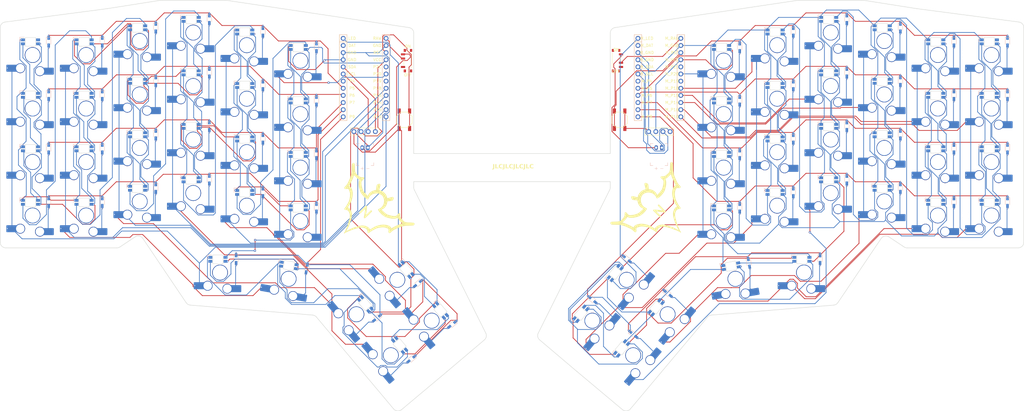
<source format=kicad_pcb>
(kicad_pcb (version 20240108) (generator "pcbnew") (generator_version "8.0")
  (title_block (title "BatBoard") (rev "v1.0.0") (company "Unknown"))
  (layers (0 "F.Cu" signal) (31 "B.Cu" signal) (34 "B.Paste" user) (35 "F.Paste" user) (36 "B.SilkS" user "B.Silkscreen") (37 "F.SilkS" user "F.Silkscreen") (38 "B.Mask" user) (39 "F.Mask" user) (44 "Edge.Cuts" user))
  (net 0 "")
  (net 1 "P10")
  (net 2 "outer_bottom")
  (net 3 "GND")
  (net 4 "outer_home")
  (net 5 "outer_top")
  (net 6 "outer_num")
  (net 7 "P16")
  (net 8 "pinky_bottom")
  (net 9 "pinky_home")
  (net 10 "pinky_top")
  (net 11 "pinky_num")
  (net 12 "P14")
  (net 13 "ring_bottom")
  (net 14 "ring_home")
  (net 15 "ring_top")
  (net 16 "ring_num")
  (net 17 "P15")
  (net 18 "middle_bottom")
  (net 19 "middle_home")
  (net 20 "middle_top")
  (net 21 "middle_num")
  (net 22 "P18")
  (net 23 "index_bottom")
  (net 24 "index_home")
  (net 25 "index_top")
  (net 26 "index_num")
  (net 27 "P20")
  (net 28 "inner_bottom")
  (net 29 "inner_home")
  (net 30 "inner_top")
  (net 31 "inner_num")
  (net 32 "stucky_thumb")
  (net 33 "tucky_thumb")
  (net 34 "resty_thumb")
  (net 35 "reachy_thumb")
  (net 36 "extra_thumb")
  (net 37 "plus_thumb")
  (net 38 "M_P10")
  (net 39 "mirror_outer_bottom")
  (net 40 "mirror_outer_home")
  (net 41 "mirror_outer_top")
  (net 42 "mirror_outer_num")
  (net 43 "M_P16")
  (net 44 "mirror_pinky_bottom")
  (net 45 "mirror_pinky_home")
  (net 46 "mirror_pinky_top")
  (net 47 "mirror_pinky_num")
  (net 48 "M_P14")
  (net 49 "mirror_ring_bottom")
  (net 50 "mirror_ring_home")
  (net 51 "mirror_ring_top")
  (net 52 "mirror_ring_num")
  (net 53 "M_P15")
  (net 54 "mirror_middle_bottom")
  (net 55 "mirror_middle_home")
  (net 56 "mirror_middle_top")
  (net 57 "mirror_middle_num")
  (net 58 "M_P18")
  (net 59 "mirror_index_bottom")
  (net 60 "mirror_index_home")
  (net 61 "mirror_index_top")
  (net 62 "mirror_index_num")
  (net 63 "M_P20")
  (net 64 "mirror_inner_bottom")
  (net 65 "mirror_inner_home")
  (net 66 "mirror_inner_top")
  (net 67 "mirror_inner_num")
  (net 68 "mirror_stucky_thumb")
  (net 69 "mirror_tucky_thumb")
  (net 70 "mirror_resty_thumb")
  (net 71 "mirror_reachy_thumb")
  (net 72 "mirror_extra_thumb")
  (net 73 "mirror_plus_thumb")
  (net 74 "VCC")
  (net 75 "LED_27")
  (net 76 "LED_26")
  (net 77 "LED_28")
  (net 78 "LED_29")
  (net 79 "LED_30")
  (net 80 "LED_23")
  (net 81 "LED_22")
  (net 82 "LED_24")
  (net 83 "LED_25")
  (net 84 "LED_19")
  (net 85 "LED_18")
  (net 86 "LED_20")
  (net 87 "LED_21")
  (net 88 "LED_15")
  (net 89 "LED_14")
  (net 90 "LED_16")
  (net 91 "LED_17")
  (net 92 "LED_11")
  (net 93 "LED_10")
  (net 94 "LED_12")
  (net 95 "LED_13")
  (net 96 "LED_7")
  (net 97 "LED_6")
  (net 98 "LED_8")
  (net 99 "LED_9")
  (net 100 "LED_5")
  (net 101 "LED_4")
  (net 102 "LED_3")
  (net 103 "LED_2")
  (net 104 "LED_1")
  (net 105 "LED")
  (net 106 "M_VCC")
  (net 107 "M_LED_27")
  (net 108 "M_GND")
  (net 109 "M_LED_26")
  (net 110 "M_LED_28")
  (net 111 "M_LED_29")
  (net 112 "M_LED_30")
  (net 113 "M_LED_23")
  (net 114 "M_LED_22")
  (net 115 "M_LED_24")
  (net 116 "M_LED_25")
  (net 117 "M_LED_19")
  (net 118 "M_LED_18")
  (net 119 "M_LED_20")
  (net 120 "M_LED_21")
  (net 121 "M_LED_15")
  (net 122 "M_LED_14")
  (net 123 "M_LED_16")
  (net 124 "M_LED_17")
  (net 125 "M_LED_11")
  (net 126 "M_LED_10")
  (net 127 "M_LED_12")
  (net 128 "M_LED_13")
  (net 129 "M_LED_7")
  (net 130 "M_LED_6")
  (net 131 "M_LED_8")
  (net 132 "M_LED_9")
  (net 133 "M_LED_5")
  (net 134 "M_LED_4")
  (net 135 "M_LED_3")
  (net 136 "M_LED_2")
  (net 137 "M_LED_1")
  (net 138 "M_LED")
  (net 139 "P8")
  (net 140 "P7")
  (net 141 "P6")
  (net 142 "P5")
  (net 143 "P9")
  (net 144 "M_P8")
  (net 145 "M_P7")
  (net 146 "M_P6")
  (net 147 "M_P5")
  (net 148 "M_P9")
  (net 149 "RAW")
  (net 150 "RST")
  (net 151 "P21")
  (net 152 "P19")
  (net 153 "DAT")
  (net 154 "SDA")
  (net 155 "SCL")
  (net 156 "P4")
  (net 157 "M_RAW")
  (net 158 "M_RST")
  (net 159 "M_P21")
  (net 160 "M_P19")
  (net 161 "M_DAT")
  (net 162 "M_SDA")
  (net 163 "M_SCL")
  (net 164 "M_P4")
  (net 165 "BAT_P")
  (net 166 "M_BAT_P")
  (footprint "E73:SW_TACT_ALPS_SKQGABE010" (layer "F.Cu") (at 182.25 140.9 90)
    (property "Reference" "B1" (hide yes))
    (property "Value" "" (hide yes))
  )
  (footprint "VIA-0.6mm" (layer "F.Cu") (at 262.310535 220.140746 50)
    (property "Reference" "REF**" (hide yes))
    (property "Value" "VIA-0.6mm" (hide yes))
  )
  (footprint "VIA-0.6mm" (layer "F.Cu") (at 298.520637 153.95)
    (property "Reference" "REF**" (hide yes))
    (property "Value" "VIA-0.6mm" (hide yes))
  )
  (footprint "VIA-0.6mm" (layer "F.Cu") (at 117.2 118.99)
    (property "Reference" "REF**" (hide yes))
    (property "Value" "VIA-0.6mm" (hide yes))
  )
  (footprint "VIA-0.6mm" (layer "F.Cu") (at 168.091916 220.868351 -50)
    (property "Reference" "REF**" (hide yes))
    (property "Value" "VIA-0.6mm" (hide yes))
  )
  (footprint "VIA-0.6mm" (layer "F.Cu") (at 170.407819 193.991798 -50)
    (property "Reference" "REF**" (hide yes))
    (property "Value" "VIA-0.6mm" (hide yes))
  )
  (footprint "VIA-0.6mm" (layer "F.Cu") (at 291.670637 171.55)
    (property "Reference" "REF**" (hide yes))
    (property "Value" "VIA-0.6mm" (hide yes))
  )
  (footprint "VIA-0.6mm" (layer "F.Cu") (at 90.8 108.85)
    (property "Reference" "REF**" (hide yes))
    (property "Value" "VIA-0.6mm" (hide yes))
  )
  (footprint "VIA-0.6mm" (layer "F.Cu") (at 141.1 133.45)
    (property "Reference" "REF**" (hide yes))
    (property "Value" "VIA-0.6mm" (hide yes))
  )
  (footprint "VIA-0.6mm" (layer "F.Cu") (at 128.9 129.4)
    (property "Reference" "REF**" (hide yes))
    (property "Value" "VIA-0.6mm" (hide yes))
  )
  (footprint "VIA-0.6mm" (layer "F.Cu") (at 291.670637 152.5)
    (property "Reference" "REF**" (hide yes))
    (property "Value" "VIA-0.6mm" (hide yes))
  )
  (footprint "VIA-0.6mm" (layer "F.Cu") (at 182.620784 208.546643 -50)
    (property "Reference" "REF**" (hide yes))
    (property "Value" "VIA-0.6mm" (hide yes))
  )
  (footprint "VIA-0.6mm" (layer "F.Cu") (at 181.254728 191.221387 -50)
    (property "Reference" "REF**" (hide yes))
    (property "Value" "VIA-0.6mm" (hide yes))
  )
  (footprint "VIA-0.6mm" (layer "F.Cu") (at 178.938824 218.09794 -50)
    (property "Reference" "REF**" (hide yes))
    (property "Value" "VIA-0.6mm" (hide yes))
  )
  (footprint "VIA-0.6mm" (layer "F.Cu") (at 71.75 113.85)
    (property "Reference" "REF**" (hide yes))
    (property "Value" "VIA-0.6mm" (hide yes))
  )
  (footprint "ceoloide:mcu_nice_nano" (layer "F.Cu") (at 168.11 124.6125)
    (property "Reference" "MCU1" (hide yes))
    (property "Value" "")
  )
  (footprint "VIA-0.6mm" (layer "F.Cu") (at 363.020637 179.64)
    (property "Reference" "REF**" (hide yes))
    (property "Value" "VIA-0.6mm" (hide yes))
  )
  (footprint "VIA-0.6mm" (layer "F.Cu") (at 343.970637 155.59)
    (property "Reference" "REF**" (hide yes))
    (property "Value" "VIA-0.6mm" (hide yes))
  )
  (footprint "VIA-0.6mm" (layer "F.Cu") (at 367.870637 131.45)
    (property "Reference" "REF**" (hide yes))
    (property "Value" "VIA-0.6mm" (hide yes))
  )
  (footprint "VIA-0.6mm" (layer "F.Cu") (at 60.05 122.49)
    (property "Reference" "REF**" (hide yes))
    (property "Value" "VIA-0.6mm" (hide yes))
  )
  (footprint "VIA-0.6mm" (layer "F.Cu") (at 147.95 173)
    (property "Reference" "REF**" (hide yes))
    (property "Value" "VIA-0.6mm" (hide yes))
  )
  (footprint "ceoloide:power_switch_smd_side" (layer "F.Cu") (at 183.5 119.85)
    (property "Reference" "PWR1" (hide yes))
    (property "Value" "reset_button")
  )
  (footprint "VIA-0.6mm" (layer "F.Cu") (at 291.670637 114.4)
    (property "Reference" "REF**" (hide yes))
    (property "Value" "VIA-0.6mm" (hide yes))
  )
  (footprint "VIA-0.6mm" (layer "F.Cu") (at 298.520637 173)
    (property "Reference" "REF**" (hide yes))
    (property "Value" "VIA-0.6mm" (hide yes))
  )
  (footprint "VIA-0.6mm" (layer "F.Cu") (at 310.720637 108.9)
    (property "Reference" "REF**" (hide yes))
    (property "Value" "VIA-0.6mm" (hide yes))
  )
  (footprint "VIA-0.6mm" (layer "F.Cu") (at 90.8 166)
    (property "Reference" "REF**" (hide yes))
    (property "Value" "VIA-0.6mm" (hide yes))
  )
  (footprint "VIA-0.6mm" (layer "F.Cu") (at 112.525 189.8625)
    (property "Reference" "REF**" (hide yes))
    (property "Value" "VIA-0.6mm" (hide yes))
  )
  (footprint "VIA-0.6mm" (layer "F.Cu") (at 324.920637 133.54)
    (property "Reference" "REF**" (hide yes))
    (property "Value" "VIA-0.6mm" (hide yes))
  )
  (footprint "VIA-0.6mm" (layer "F.Cu") (at 83.95 126.45)
    (property "Reference" "REF**" (hide yes))
    (property "Value" "VIA-0.6mm" (hide yes))
  )
  (footprint "VIA-0.6mm" (layer "F.Cu") (at 64.9 131.45)
    (property "Reference" "REF**" (hide yes))
    (property "Value" "VIA-0.6mm" (hide yes))
  )
  (footprint "VIA-0.6mm" (layer "F.Cu") (at 193.467692 205.776231 -50)
    (property "Reference" "REF**" (hide yes))
    (property "Value" "VIA-0.6mm" (hide yes))
  )
  (footprint "VIA-0.6mm" (layer "F.Cu") (at 45.85 150.5)
    (property "Reference" "REF**" (hide yes))
    (property "Value" "VIA-0.6mm" (hide yes))
  )
  (footprint "VIA-0.6mm" (layer "F.Cu") (at 336.620637 105.85)
    (property "Reference" "REF**" (hide yes))
    (property "Value" "VIA-0.6mm" (hide yes))
  )
  (footprint "VIA-0.6mm" (layer "F.Cu") (at 122.05 108.9)
    (property "Reference" "REF**" (hide yes))
    (property "Value" "VIA-0.6mm" (hide yes))
  )
  (footprint "VIA-0.6mm" (layer "F.Cu") (at 336.620637 163)
    (property "Reference" "REF**" (hide yes))
    (property "Value" "VIA-0.6mm" (hide yes))
  )
  (footprint "VIA-0.6mm" (layer "F.Cu") (at 382.070637 141.54)
    (property "Reference" "REF**" (hide yes))
    (property "Value" "VIA-0.6mm" (hide yes))
  )
  (footprint "VIA-0.6mm" (layer "F.Cu") (at 79.1 174.64)
    (property "Reference" "REF**" (hide yes))
    (property "Value" "VIA-0.6mm" (hide yes))
  )
  (footprint "VIA-0.6mm" (layer "F.Cu") (at 117.2 138.04)
    (property "Reference" "REF**" (hide yes))
    (property "Value" "VIA-0.6mm" (hide yes))
  )
  (footprint "VIA-0.6mm" (layer "F.Cu") (at 393.770637 132.9)
    (property "Reference" "REF**" (hide yes))
    (property "Value" "VIA-0.6mm" (hide yes))
  )
  (footprint "VIA-0.6mm" (layer "F.Cu") (at 317.570637 167.5)
    (property "Reference" "REF**" (hide yes))
    (property "Value" "VIA-0.6mm" (hide yes))
  )
  (footprint "VIA-0.6mm" (layer "F.Cu") (at 90.8 127.9)
    (property "Reference" "REF**" (hide yes))
    (property "Value" "VIA-0.6mm" (hide yes))
  )
  (footprint "VIA-0.6mm" (layer "F.Cu") (at 41 141.54)
    (property "Reference" "REF**" (hide yes))
    (property "Value" "VIA-0.6mm" (hide yes))
  )
  (footprint "VIA-0.6mm" (layer "F.Cu") (at 254.480772 197.579556 50)
    (property "Reference" "REF**" (hide yes))
    (property "Value" "VIA-0.6mm" (hide yes))
  )
  (footprint "VIA-0.6mm" (layer "F.Cu") (at 141.1 171.55)
    (property "Reference" "REF**" (hide yes))
    (property "Value" "VIA-0.6mm" (hide yes))
  )
  (footprint "VIA-0.6mm" (layer "F.Cu") (at 261.408544 234.657151 50)
    (property "Reference" "REF**" (hide yes))
    (property "Value" "VIA-0.6mm" (hide yes))
  )
  (footprint "VIA-0.6mm" (layer "F.Cu") (at 329.770637 123.45)
    (property "Reference" "REF**" (hide yes))
    (property "Value" "VIA-0.6mm" (hide yes))
  )
  (footprint "VIA-0.6mm" (layer "F.Cu") (at 348.820637 126.45)
    (property "Reference" "REF**" (hide yes))
    (property "Value" "VIA-0.6mm" (hide yes))
  )
  (footprint "VIA-0.6mm" (layer "F.Cu") (at 329.770637 142.5)
    (property "Reference" "REF**" (hide yes))
    (property "Value" "VIA-0.6mm" (hide yes))
  )
  (footprint "VIA-0.6mm" (layer "F.Cu") (at 71.75 132.9)
    (property "Reference" "REF**" (hide yes))
    (property "Value" "VIA-0.6mm" (hide yes))
  )
  (footprint "VIA-0.6mm" (layer "F.Cu") (at 122.05 127.95)
    (property "Reference" "REF**" (hide yes))
    (property "Value" "VIA-0.6mm" (hide yes))
  )
  (footprint "VIA-0.6mm" (layer "F.Cu") (at 286.820637 124.49)
    (property "Reference" "REF**" (hide yes))
    (property "Value" "VIA-0.6mm" (hide yes))
  )
  (footprint "ceoloide:mounting_hole_npth" (layer "F.Cu") (at 381.545637 175)
    (property "Reference" "MH6" (hide yes))
    (property "Value" "")
  )
  (footprint "ceoloide:mounting_hole_npth" (layer "F.Cu") (at 164.3 186.525)
    (property "Reference" "MH1" (hide yes))
    (property "Value" "")
  )
  (footprint "VIA-0.6mm" (layer "F.Cu") (at 382.070637 179.64)
    (property "Reference" "REF**" (hide yes))
    (property "Value" "VIA-0.6mm" (hide yes))
  )
  (footprint "VIA-0.6mm" (layer "F.Cu") (at 269.04178 209.862962 50)
    (property "Reference" "REF**" (hide yes))
    (property "Value" "VIA-0.6mm" (hide yes))
  )
  (footprint "ceoloide:display_ssd1306" (layer "F.Cu") (at 272.960637 128.4225)
    (property "Reference" "DISP2" (hide yes))
    (property "Value" "")
  )
  (footprint "VIA-0.6mm" (layer "F.Cu") (at 329.770637 161.55)
    (property "Reference" "REF**" (hide yes))
    (property "Value" "VIA-0.6mm" (hide yes))
  )
  (footprint "VIA-0.6mm" (layer "F.Cu") (at 141.1 152.5)
    (property "Reference" "REF**" (hide yes))
    (property "Value" "VIA-0.6mm" (hide yes))
  )
  (footprint "VIA-0.6mm" (layer "F.Cu") (at 286.820637 162.59)
    (property "Reference" "REF**" (hide yes))
    (property "Value" "VIA-0.6mm" (hide yes))
  )
  (footprint "VIA-0.6mm" (layer "F.Cu") (at 117.2 157.09)
    (property "Reference" "REF**" (hide yes))
    (property "Value" "VIA-0.6mm" (hide yes))
  )
  (footprint "VIA-0.6mm" (layer "F.Cu") (at 294.97459 192.911473 10)
    (property "Reference" "REF**" (hide yes))
    (property "Value" "VIA-0.6mm" (hide yes))
  )
  (footprint "ceoloide:mcu_nice_nano" (layer "F.Cu") (at 272.960637 124.6125)
    (property "Reference" "MCU2" (hide yes))
    (property "Value" "")
  )
  (footprint "VIA-0.6mm" (layer "F.Cu") (at 117.2 176.14)
    (property "Reference" "REF**" (hide yes))
    (property "Value" "VIA-0.6mm" (hide yes))
  )
  (footprint "VIA-0.6mm" (layer "F.Cu") (at 259.092641 207.780598 50)
    (property "Reference" "REF**" (hide yes))
    (property "Value" "VIA-0.6mm" (hide yes))
  )
  (footprint "VIA-0.6mm" (layer "F.Cu") (at 386.920637 131.45)
    (property "Reference" "REF**" (hide yes))
    (property "Value" "VIA-0.6mm" (hide yes))
  )
  (footprint "VIA-0.6mm" (layer "F.Cu") (at 343.970637 174.64)
    (property "Reference" "REF**" (hide yes))
    (property "Value" "VIA-0.6mm" (hide yes))
  )
  (footprint "VIA-0.6mm" (layer "F.Cu") (at 122.05 166.05)
    (property "Reference" "REF**" (hide yes))
    (property "Value" "VIA-0.6mm" (hide yes))
  )
  (footprint "ceoloide:mounting_hole_npth" (layer "F.Cu") (at 59.525 117.85)
    (property "Reference" "MH2" (hide yes))
    (property "Value" "")
  )
  (footprint "VIA-0.6mm" (layer "F.Cu") (at 320.245637 189.8625)
    (property "Reference" "REF**" (hide yes))
    (property "Value" "VIA-0.6mm" (hide yes))
  )
  (footprint "VIA-0.6mm" (layer "F.Cu") (at 363.020637 160.59)
    (property "Reference" "REF**" (hide yes))
    (property "Value" "VIA-0.6mm" (hide yes))
  )
  (footprint "ceoloide:mounting_hole_npth" (layer "F.Cu") (at 276.770637 186.525)
    (property "Reference" "MH4" (hide yes))
    (property "Value" "")
  )
  (footprint "ceoloide:mounting_hole_npth" (layer "F.Cu") (at 59.525 175)
    (property "Reference" "MH3" (hide yes))
    (property "Value" "")
  )
  (footprint "VIA-0.6mm" (layer "F.Cu") (at 374.720637 151.95)
    (property "Reference" "REF**" (hide yes))
    (property "Value" "VIA-0.6mm" (hide yes))
  )
  (footprint "VIA-0.6mm" (layer "F.Cu") (at 83.95 107.4)
    (property "Reference" "REF**" (hide yes))
    (property "Value" "VIA-0.6mm" (hide yes))
  )
  (footprint "VIA-0.6mm" (layer "F.Cu") (at 382.070637 122.49)
    (property "Reference" "REF**" (hide yes))
    (property "Value" "VIA-0.6mm" (hide yes))
  )
  (footprint "VIA-0.6mm" (layer "F.Cu") (at 45.85 169.55)
    (property "Reference" "REF**" (hide yes))
    (property "Value" "VIA-0.6mm" (hide yes))
  )
  (footprint "VIA-0.6mm" (layer "F.Cu") (at 141.1 114.4)
    (property "Reference" "REF**" (hide yes))
    (property "Value" "VIA-0.6mm" (hide yes))
  )
  (footprint "VIA-0.6mm" (layer "F.Cu") (at 386.920637 112.4)
    (property "Reference" "REF**" (hide yes))
    (property "Value" "VIA-0.6mm" (hide yes))
  )
  (footprint "VIA-0.6mm" (layer "F.Cu") (at 103 104.4)
    (property "Reference" "REF**" (hide yes))
    (property "Value" "VIA-0.6mm" (hide yes))
  )
  (footprint "VIA-0.6mm" (layer "F.Cu") (at 317.570637 129.4)
    (property "Reference" "REF**" (hide yes))
    (property "Value" "VIA-0.6mm" (hide yes))
  )
  (footprint "VIA-0.6mm" (layer "F.Cu") (at 52.7 132.9)
    (property "Reference" "REF**" (hide yes))
    (property "Value" "VIA-0.6mm" (hide yes))
  )
  (footprint "VIA-0.6mm" (layer "F.Cu") (at 315.395637 199.9525)
    (property "Reference" "REF**" (hide yes))
    (property "Value" "VIA-0.6mm" (hide yes))
  )
  (footprint "VIA-0.6mm" (layer "F.Cu") (at 310.720637 147)
    (property "Reference" "REF**" (hide yes))
    (property "Value" "VIA-0.6mm" (hide yes))
  )
  (footprint "VIA-0.6mm" (layer "F.Cu") (at 393.770637 113.85)
    (property "Reference" "REF**" (hide yes))
    (property "Value" "VIA-0.6mm" (hide yes))
  )
  (footprint "VIA-0.6mm" (layer "F.Cu") (at 273.653648 220.064005 50)
    (property "Reference" "REF**" (hide yes))
    (property "Value" "VIA-0.6mm" (hide yes))
  )
  (footprint "VIA-0.6mm" (layer "F.Cu") (at 136.25 124.49)
    (property "Reference" "REF**" (hide yes))
    (property "Value" "VIA-0.6mm" (hide yes))
  )
  (footprint "VIA-0.6mm" (layer "F.Cu") (at 196.760023 211.955678 -50)
    (property "Reference" "REF**" (hide yes))
    (property "Value" "VIA-0.6mm" (hide yes))
  )
  (footprint "VIA-0.6mm" (layer "F.Cu") (at 363.020637 141.54)
    (property "Reference" "REF**" (hide yes))
    (property "Value" "VIA-0.6mm" (hide yes))
  )
  (footprint "VIA-0.6mm" (layer "F.Cu") (at 336.620637 143.95)
    (property "Reference" "REF**" (hide yes))
    (property "Value" "VIA-0.6mm" (hide yes))
  )
  (footprint "VIA-0.6mm" (layer "F.Cu") (at 98.15 133.54)
    (property "Reference" "REF**" (hide yes))
    (property "Value" "VIA-0.6mm" (hide yes))
  )
  (footprint "VIA-0.6mm" (layer "F.Cu") (at 301.972313 193.149954 10)
    (property "Reference" "REF**" (hide yes))
    (property "Value" "VIA-0.6mm" (hide yes))
  )
  (footprint "VIA-0.6mm" (layer "F.Cu") (at 64.9 169.55)
    (property "Reference" "REF**" (hide yes))
    (property "Value" "VIA-0.6mm" (hide yes))
  )
  (footprint "VIA-0.6mm" (layer "F.Cu") (at 109.85 124.9)
    (property "Reference" "REF**" (hide yes))
    (property "Value" "VIA-0.6mm" (hide yes))
  )
  (footprint "VIA-0.6mm" (layer "F.Cu") (at 60.05 179.64)
    (property "Reference" "REF**" (hide yes))
    (property "Value" "VIA-0.6mm" (hide yes))
  )
  (footprint "VIA-0.6mm" (layer "F.Cu") (at 71.75 151.95)
    (property "Reference" "REF**" (hide yes))
    (property "Value" "VIA-0.6mm" (hide yes))
  )
  (footprint "VIA-0.6mm" (layer "F.Cu") (at 374.720637 171)
    (property "Reference" "REF**" (hide yes))
    (property "Value" "VIA-0.6mm" (hide yes))
  )
  (footprint "E73:SW_TACT_ALPS_SKQGABE010" (layer "F.Cu") (at 258.820637 140.9 -90)
    (property "Reference" "B2" (hide yes))
    (property "Value" "" (hide yes))
  )
  (footprint "VIA-0.6mm" (layer "F.Cu") (at 317.570637 148.45)
    (property "Reference" "REF**" (hide yes))
    (property "Value" "VIA-0.6mm" (hide yes))
  )
  (footprint "VIA-0.6mm" (layer "F.Cu") (at 291.950382 203.690377 10)
    (property "Reference" "REF**" (hide yes))
    (property "Value" "VIA-0.6mm" (hide yes))
  )
  (footprint "VIA-0.6mm" (layer "F.Cu") (at 122.05 147)
    (property "Reference" "REF**" (hide yes))
    (property "Value" "VIA-0.6mm" (hide yes))
  )
  (footprint "VIA-0.6mm" (layer "F.Cu") (at 310.720637 127.95)
    (property "Reference" "REF**" (hide yes))
    (property "Value" "VIA-0.6mm" (hide yes))
  )
  (footprint "VIA-0.6mm" (layer "F.Cu") (at 343.970637 136.54)
    (property "Reference" "REF**" (hide yes))
    (property "Value" "VIA-0.6mm" (hide yes))
  )
  (footprint "VIA-0.6mm" (layer "F.Cu") (at 83.95 145.5)
    (property "Reference" "REF**" (hide yes))
    (property "Value" "VIA-0.6mm" (hide yes))
  )
  (footprint "VIA-0.6mm" (layer "F.Cu") (at 98.15 171.64)
    (property "Reference" "REF**" (hide yes))
    (property "Value" "VIA-0.6mm" (hide yes))
  )
  (footprint "VIA-0.6mm" (layer "F.Cu") (at 348.820637 164.55)
    (property "Reference" "REF**" (hide yes))
    (property "Value" "VIA-0.6mm" (hide yes))
  )
  (footprint "ceoloide:mounting_hole_npth" (layer "F.Cu") (at 381.545637 117.85)
    (property "Reference" "MH5" (hide yes))
    (property "Value" "")
  )
  (footprint "VIA-0.6mm" (layer "F.Cu") (at 291.670637 133.45)
    (property "Reference" "REF**" (hide yes))
    (property "Value" "VIA-0.6mm" (hide yes))
  )
  (footprint "VIA-0.6mm" (layer "F.Cu") (at 324.920637 171.64)
    (property "Reference" "REF**" (hide yes))
    (property "Value" "VIA-0.6mm" (hide yes))
  )
  (footprint "VIA-0.6mm" (layer "F.Cu") (at 274.555639 205.5476 50)
    (property "Reference" "REF**" (hide yes))
    (property "Value" "VIA-0.6mm" (hide yes))
  )
  (footprint "VIA-0.6mm" (layer "F.Cu") (at 169.986051 209.68424 -50)
    (property "Reference" "REF**" (hide yes))
    (property "Value" "VIA-0.6mm" (hide yes))
  )
  (footprint "VIA-0.6mm" (layer "F.Cu") (at 348.820637 145.5)
    (property "Reference" "REF**" (hide yes))
    (property "Value" "VIA-0.6mm" (hide yes))
  )
  (footprint "VIA-0.6mm" (layer "F.Cu") (at 137.922143 191.470193 -10)
    (property "Reference" "REF**" (hide yes))
    (property "Value" "VIA-0.6mm" (hide yes))
  )
  (footprint "ceoloide:power_switch_smd_side" (layer "F.Cu") (at 257.570637 119.85 180)
    (property "Reference" "PWR2" (hide yes))
    (property "Value" "reset_button")
  )
  (footprint "VIA-0.6mm" (layer "F.Cu") (at 305.870637 176.14)
    (property "Reference" "REF**" (hide yes))
    (property "Value" "VIA-0.6mm" (hide yes))
  )
  (footprint "VIA-0.6mm" (layer "F.Cu") (at 286.820637 143.54)
    (property "Reference" "REF**" (hide yes))
    (property "Value" "VIA-0.6mm" (hide yes))
  )
  (footprint "VIA-0.6mm" (layer "F.Cu") (at 119.375 191.3125)
    (property "Reference" "REF**" (hide yes))
    (property "Value" "VIA-0.6mm" (hide yes))
  )
  (footprint "VIA-0.6mm" (layer "F.Cu") (at 184.547058 197.400833 -50)
    (property "Reference" "REF**" (hide yes))
    (property "Value" "VIA-0.6mm" (hide yes))
  )
  (footprint "VIA-0.6mm" (layer "F.Cu") (at 367.870637 150.5)
    (property "Reference" "REF**" (hide yes))
    (property "Value" "VIA-0.6mm" (hide yes))
  )
  (footprint "VIA-0.6mm" (layer "F.Cu") (at 98.15 152.59)
    (property "Reference" "REF**" (hide yes))
    (property "Value" "VIA-0.6mm" (hide yes))
  )
  (footprint "VIA-0.6mm" (layer "F.Cu") (at 103 142.5)
    (property "Reference" "REF**" (hide yes))
    (property "Value" "VIA-0.6mm" (hide yes))
  )
  (footprint "VIA-0.6mm" (layer "F.Cu") (at 45.85 112.4)
    (property "Reference" "REF**" (hide yes))
    (property "Value" "VIA-0.6mm" (hide yes))
  )
  (footprint "VIA-0.6mm" (layer "F.Cu") (at 355.670637 108.85)
    (property "Reference" "REF**" (hide yes))
    (property "Value" "VIA-0.6mm" (hide yes))
  )
  (footprint "VIA-0.6mm" (layer "F.Cu") (at 348.820637 107.4)
    (property "Reference" "REF**" (hide yes))
    (property "Value" "VIA-0.6mm" (hide yes))
  )
  (footprint "VIA-0.6mm" (layer "F.Cu") (at 147.95 115.85)
    (property "Reference" "REF**" (hide yes))
    (property "Value" "VIA-0.6mm" (hide yes))
  )
  (footprint "VIA-0.6mm" (layer "F.Cu") (at 327.095637 191.3125)
    (property "Reference" "REF**" (hide yes))
    (property "Value" "VIA-0.6mm" (hide yes))
  )
  (footprint "VIA-0.6mm" (layer "F.Cu") (at 131.393715 200.56471 -10)
    (property "Reference" "REF**" (hide yes))
    (property "Value" "VIA-0.6mm" (hide yes))
  )
  (footprint "VIA-0.6mm" (layer "F.Cu") (at 355.670637 127.9)
    (property "Reference" "REF**" (hide yes))
    (property "Value" "VIA-0.6mm" (hide yes))
  )
  (footprint "VIA-0.6mm" (layer "F.Cu") (at 103 123.45)
    (property "Reference" "REF**" (hide yes))
    (property "Value" "VIA-0.6mm" (hide yes))
  )
  (footprint "VIA-0.6mm" (layer "F.Cu") (at 147.95 153.95)
    (property "Reference" "REF**" (hide yes))
    (property "Value" "VIA-0.6mm" (hide yes))
  )
  (footprint "VIA-0.6mm" (layer "F.Cu") (at 155.846812 206.275205 -50)
    (property "Reference" "REF**" (hide yes))
    (property "Value" "VIA-0.6mm" (hide yes))
  )
  (footprint "VIA-0.6mm" (layer "F.Cu") (at 52.7 113.85)
    (property "Reference" "REF**" (hide yes))
    (property "Value" "VIA-0.6mm" (hide yes))
  )
  (footprint "VIA-0.6mm" (layer "F.Cu") (at 242.267808 212.1344 50)
    (property "Reference" "REF**" (hide yes))
    (property "Value" "VIA-0.6mm" (hide yes))
  )
  (footprint "VIA-0.6mm" (layer "F.Cu") (at 305.870637 157.09)
    (property "Reference" "REF**" (hide yes))
    (property "Value" "VIA-0.6mm" (hide yes))
  )
  (footprint "VIA-0.6mm" (layer "F.Cu") (at 41 160.59)
    (property "Reference" "REF**" (hide yes))
    (property "Value" "VIA-0.6mm" (hide yes))
  )
  (footprint "VIA-0.6mm" (layer "F.Cu") (at 52.7 151.95)
    (property "Reference" "REF**" (hide yes))
    (property "Value" "VIA-0.6mm" (hide yes))
  )
  (footprint "VIA-0.6mm" (layer "F.Cu") (at 355.670637 166)
    (property "Reference" "REF**" (hide yes))
    (property "Value" "VIA-0.6mm" (hide yes))
  )
  (footprint "VIA-0.6mm" (layer "F.Cu") (at 246.879676 222.335443 50)
    (property "Reference" "REF**" (hide yes))
    (property "Value" "VIA-0.6mm" (hide yes))
  )
  (footprint "VIA-0.6mm" (layer "F.Cu") (at 305.870637 118.99)
    (property "Reference" "REF**" (hide yes))
    (property "Value" "VIA-0.6mm" (hide yes))
  )
  (footprint "VIA-0.6mm" (layer "F.Cu") (at 60.05 141.54)
    (property "Reference" "REF**" (hide yes))
    (property "Value" "VIA-0.6mm" (hide yes))
  )
  (footprint "VIA-0.6mm" (layer "F.Cu") (at 317.570637 110.35)
    (property "Reference" "REF**" (hide yes))
    (property "Value" "VIA-0.6mm" (hide yes))
  )
  (footprint "VIA-0.6mm" (layer "F.Cu") (at 64.9 150.5)
    (property "Reference" "REF**" (hide yes))
    (property "Value" "VIA-0.6mm" (hide yes))
  )
  (footprint "VIA-0.6mm" (layer "F.Cu") (at 298.520637 115.85)
    (property "Reference" "REF**" (hide yes))
    (property "Value" "VIA-0.6mm" (hide yes))
  )
  (footprint "VIA-0.6mm" (layer "F.Cu") (at 79.1 155.59)
    (property "Reference" "REF**" (hide yes))
    (property "Value" "VIA-0.6mm" (hide yes))
  )
  (footprint "VIA-0.6mm" (layer "F.Cu") (at 144.416286 194.087655 -10)
    (property "Reference" "REF**" (hide yes))
    (property "Value" "VIA-0.6mm" (hide yes))
  )
  (footprint "VIA-0.6mm" (layer "F.Cu") (at 355.670637 146.95)
    (property "Reference" "REF**" (hide yes))
    (property "Value" "VIA-0.6mm" (hide yes))
  )
  (footprint "VIA-0.6mm" (layer "F.Cu") (at 393.770637 171)
    (property "Reference" "REF**" (hide yes))
    (property "Value" "VIA-0.6mm" (hide yes))
  )
  (footprint "VIA-0.6mm" (layer "F.Cu") (at 182.231155 224.277386 -50)
    (property "Reference" "REF**" (hide yes))
    (property "Value" "VIA-0.6mm" (hide yes))
  )
  (footprint "VIA-0.6mm" (layer "F.Cu") (at 41 122.49)
    (property "Reference" "REF**" (hide yes))
    (property "Value" "VIA-0.6mm" (hide yes))
  )
  (footprint "VIA-0.6mm" (layer "F.Cu") (at 386.920637 150.5)
    (property "Reference" "REF**" (hide yes))
    (property "Value" "VIA-0.6mm" (hide yes))
  )
  (footprint "VIA-0.6mm" (layer "F.Cu") (at 367.870637 112.4)
    (property "Reference" "REF**" (hide yes))
    (property "Value" "VIA-0.6mm" (hide yes))
  )
  (footprint "VIA-0.6mm" (layer "F.Cu") (at 136.25 143.54)
    (property "Reference" "REF**" (hide yes))
    (property "Value" "VIA-0.6mm" (hide yes))
  )
  (footprint "VIA-0.6mm" (layer "F.Cu") (at 52.7 171)
    (property "Reference" "REF**" (hide yes))
    (property "Value" "VIA-0.6mm" (hide yes))
  )
  (footprint "VIA-0.6mm" (layer "F.Cu") (at 336.620637 124.9)
    (property "Reference" "REF**" (hide yes))
    (property "Value" "VIA-0.6mm" (hide yes))
  )
  (footprint "VIA-0.6mm" (layer "F.Cu") (at 103 161.55)
    (property "Reference" "REF**" (hide yes))
    (property "Value" "VIA-0.6mm" (hide yes))
  )
  (footprint "VIA-0.6mm" (layer "F.Cu") (at 98.15 114.49)
    (property "Reference" "REF**" (hide yes))
    (property "Value" "VIA-0.6mm" (hide yes))
  )
  (footprint "VIA-0.6mm" (layer "F.Cu") (at 256.796676 224.456109 50)
    (property "Reference" "REF**" (hide yes))
    (property "Value" "VIA-0.6mm" (hide yes))
  )
  (footprint "VIA-0.6mm" (layer "F.Cu") (at 128.9 148.45)
    (property "Reference" "REF**" (hide yes))
    (property "Value" "VIA-0.6mm" (hide yes))
  )
  (footprint "VIA-0.6mm" (layer "F.Cu") (at 109.85 163)
    (property "Reference" "REF**" (hide yes))
    (property "Value" "VIA-0.6mm" (hide yes))
  )
  (footprint "VIA-0.6mm" (layer "F.Cu") (at 136.25 181.64)
    (property "Reference" "REF**" (hide yes))
    (property "Value" "VIA-0.6mm" (hide yes))
  )
  (footprint "VIA-0.6mm" (layer "F.Cu") (at 60.05 160.59)
    (property "Reference" "REF**" (hide yes))
    (property "Value" "VIA-0.6mm" (hide yes))
  )
  (footprint "VIA-0.6mm" (layer "F.Cu") (at 343.970637 117.49)
    (property "Reference" "REF**" (hide yes))
    (property "Value" "VIA-0.6mm" (hide yes))
  )
  (footprint "VIA-0.6mm" (layer "F.Cu") (at 45.85 131.45)
    (property "Reference" "REF**" (hide yes))
    (property "Value" "VIA-0.6mm" (hide yes))
  )
  (footprint "VIA-0.6mm" (layer "F.Cu") (at 90.8 146.95)
    (property "Reference" "REF**" (hide yes))
    (property "Value" "VIA-0.6mm" (hide yes))
  )
  (footprint "VIA-0.6mm" (layer "F.Cu") (at 83.95 164.55)
    (property "Reference" "REF**" (hide yes))
    (property "Value" "VIA-0.6mm" (hide yes))
  )
  (footprint "VIA-0.6mm" (layer "F.Cu") (at 363.020637 122.49)
    (property "Reference" "REF**" (hide yes))
    (property "Value" "VIA-0.6mm" (hide yes))
  )
  (footprint "VIA-0.6mm" (layer "F.Cu") (at 298.520637 134.9)
    (property "Reference" "REF**" (hide yes))
    (property "Value" "VIA-0.6mm" (hide yes))
  )
  (footprint "VIA-0.6mm" (layer "F.Cu") (at 286.820637 181.64)
    (property "Reference" "REF**" (hide yes))
    (property "Value" "VIA-0.6mm" (hide yes))
  )
  (footprint "VIA-0.6mm" (layer "F.Cu") (at 374.720637 132.9)
    (property "Reference" "REF**" (hide yes))
    (property "Value" "VIA-0.6mm" (hide yes))
  )
  (footprint "VIA-0.6mm" (layer "F.Cu") (at 109.85 143.95)
    (property "Reference" "REF**" (hide yes))
    (property "Value" "VIA-0.6mm" (hide yes))
  )
  (footprint "VIA-0.6mm" (layer "F.Cu") (at 393.770637 151.95)
    (property "Reference" "REF**" (hide yes))
    (property "Value" "VIA-0.6mm" (hide yes))
  )
  (footprint "VIA-0.6mm" (layer "F.Cu") (at 79.1 136.54)
    (property "Reference" "REF**" (hide yes))
    (property "Value" "VIA-0.6mm" (hide yes))
  )
  (footprint "VIA-0.6mm" (layer "F.Cu") (at 41 179.64)
    (property "Reference" "REF**" (hide yes))
    (property "Value" "VIA-0.6mm" (hide yes))
  )
  (footprint "VIA-0.6mm" (layer "F.Cu") (at 136.25 162.59)
    (property "Reference" "REF**" (hide yes))
    (property "Value" "VIA-0.6mm" (hide yes))
  )
  (footprint "VIA-0.6mm" (layer "F.Cu") (at 109.85 105.85)
    (property "Reference" "REF**" (hide yes))
    (property "Value" "VIA-0.6mm" (hide yes))
  )
  (footprint "VIA-0.6mm" (layer "F.Cu") (at 310.720637 166.05)
    (property "Reference" "REF**" (hide yes))
    (property "Value" "VIA-0.6mm" (hide yes))
  )
  (footprint "VIA-0.6mm" (layer "F.Cu") (at 79.1 117.49)
    (property "Reference" "REF**" (hide yes))
    (property "Value" "VIA-0.6mm" (hide yes))
  )
  (footprint "VIA-0.6mm" (layer "F.Cu") (at 324.920637 152.59)
    (property "Reference" "REF**" (hide yes))
    (property "Value" "VIA-0.6mm" (hide yes))
  )
  (footprint "ceoloide:display_ssd1306" (layer "F.Cu") (at 168.11 128.4225)
    (property "Reference" "DISP1" (hide yes))
    (property "Value" "")
  )
  (footprint "VIA-0.6mm" (layer "F.Cu") (at 107.675 199.9525)
    (property "Reference" "REF**" (hide yes))
    (property "Value" "VIA-0.6mm" (hide yes))
  )
  (footprint "VIA-0.6mm" (layer "F.Cu") (at 367.870637 169.55)
    (property "Reference" "REF**" (hide yes))
    (property "Value" "VIA-0.6mm" (hide yes))
  )
  (footprint "VIA-0.6mm" (layer "F.Cu") (at 128.9 110.35)
    (property "Reference" "REF**" (hide yes))
    (property "Value" "VIA-0.6mm" (hide yes))
  )
  (footprint "VIA-0.6mm" (layer "F.Cu") (at 329.770637 104.4)
    (property "Reference" "REF**" (hide yes))
    (property "Value" "VIA-0.6mm" (hide yes))
  )
  (footprint "VIA-0.6mm" (layer "F.Cu") (at 374.720637 113.85)
    (property "Reference" "REF**" (hide yes))
    (property "Value" "VIA-0.6mm" (hide yes))
  )
  (footprint "VIA-0.6mm" (layer "F.Cu") (at 324.920637 114.49)
    (property "Reference" "REF**" (hide yes))
    (property "Value" "VIA-0.6mm" (hide yes))
  )
  (footprint "VIA-0.6mm" (layer "F.Cu") (at 305.870637 138.04)
    (property "Reference" "REF**" (hide yes))
    (property "Value" "VIA-0.6mm" (hide yes))
  )
  (footprint "VIA-0.6mm" (layer "F.Cu") (at 71.75 171)
    (property "Reference" "REF**" (hide yes))
    (property "Value" "VIA-0.6mm" (hide yes))
  )
  (footprint "VIA-0.6mm" (layer "F.Cu") (at 166.69372 203.504793 -50)
    (property "Reference" "REF**" (hide yes))
    (property "Value" "VIA-0.6mm" (hide yes))
  )
  (footprint "VIA-0.6mm" (layer "F.Cu") (at 128.9 167.5)
    (property "Reference" "REF**" (hide yes))
    (property "Value" "VIA-0.6mm" (hide yes))
  )
  (footprint "VIA-0.6mm" (layer "F.Cu") (at 64.9 112.4)
    (property "Reference" "REF**" (hide yes))
    (property "Value" "VIA-0.6mm" (hide yes))
  )
  (footprint "VIA-0.6mm" (layer "F.Cu") (at 386.920637 169.55)
    (property "Reference" "REF**" (hide yes))
    (property "Value" "VIA-0.6mm" (hide yes))
  )
  (footprint "VIA-0.6mm" (layer "F.Cu") (at 147.95 134.9)
    (property "Reference" "REF**" (hide yes))
    (property "Value" "VIA-0.6mm" (hide yes))
  )
  (footprint "VIA-0.6mm" (layer "F.Cu") (at 382.070637 160.59)
    (property "Reference" "REF**" (hide yes))
    (property "Value" "VIA-0.6mm" (hide yes))
  )
  (footprint "VIA-0.6mm" (layer "F.Cu") (at 259.994632 193.264193 50)
    (property "Reference" "REF**" (hide yes))
    (property "Value" "VIA-0.6mm" (hide yes))
  )
  (footprint "VIA-0.6mm" (layer "F.Cu") (at 247.781667 207.819038 50)
    (property "Reference" "REF**" (hide yes))
    (property "Value" "VIA-0.6mm" (hide yes))
  )
  (footprint "ceoloide:switch_gateron_ks27_ks33" (layer "B.Cu") (at 295.820637 157.95)
    (property "Reference" "S52" (hide yes))
    (property "Value" "")
  )
  (footprint "D_0805" (layer "B.Cu") (at 301.535637 134.1375 -90)
    (property "Reference" "D53" (hide yes))
    (property "Value" "")
  )
  (footprint "ceoloide:switch_gateron_ks27_ks33" (layer "B.Cu") (at 126.2 171.5)
    (property "Reference" "S17" (hide yes))
    (property "Value" "")
  )
  (footprint "ceoloide:switch_gateron_ks27_ks33" (layer "B.Cu") (at 126.2 114.35)
    (property "Reference" "S20" (hide yes))
    (property "Value" "")
  )
  (footprint "ceoloide:switch_gateron_ks27_ks33" (layer "B.Cu") (at 295.820637 138.9)
    (property "Reference" "S53" (hide yes))
    (property "Value" "")
  )
  (footprint "D_0805" (layer "B.Cu") (at 150.965 115.0875 -90)
    (property "Reference" "D24" (hide yes))
    (property "Value" "")
  )
  (footprint "ceoloide:led_SK6812mini-e (per-keysingle-side)" (layer "B.Cu") (at 295.070637 172.3)
    (property "Reference" "LED51" (hide yes))
    (property "Value" "")
    (fp_line (start -1.8 -1.55) (end -1.8 1.55) (stroke (width 0.12)) (layer "Edge.Cuts"))
    (fp_line (start -1.8 1.55) (end 1.8 1.55) (stroke (width 0.12)) (layer "Edge.Cuts"))
    (fp_line (start 1.8 -1.55) (end -1.8 -1.55) (stroke (width 0.12)) (layer "Edge.Cuts"))
    (fp_line (start 1.8 1.55) (end 1.8 -1.55) (stroke (width 0.12)) (layer "Edge.Cuts"))
  )
  (footprint "ceoloide:led_SK6812mini-e (per-keysingle-side)" (layer "B.Cu") (at 314.120637 147.75)
    (property "Reference" "LED48" (hide yes))
    (property "Value" "")
    (fp_line (start -1.8 -1.55) (end -1.8 1.55) (stroke (width 0.12)) (layer "Edge.Cuts"))
    (fp_line (start -1.8 1.55) (end 1.8 1.55) (stroke (width 0.12)) (layer "Edge.Cuts"))
    (fp_line (start 1.8 -1.55) (end -1.8 -1.55) (stroke (width 0.12)) (layer "Edge.Cuts"))
    (fp_line (start 1.8 1.55) (end 1.8 -1.55) (stroke (width 0.12)) (layer "Edge.Cuts"))
  )
  (footprint "ceoloide:led_SK6812mini-e (per-keysingle-side)" (layer "B.Cu") (at 295.070637 153.25)
    (property "Reference" "LED52" (hide yes))
    (property "Value" "")
    (fp_line (start -1.8 -1.55) (end -1.8 1.55) (stroke (width 0.12)) (layer "Edge.Cuts"))
    (fp_line (start -1.8 1.55) (end 1.8 1.55) (stroke (width 0.12)) (layer "Edge.Cuts"))
    (fp_line (start 1.8 -1.55) (end -1.8 -1.55) (stroke (width 0.12)) (layer "Edge.Cuts"))
    (fp_line (start 1.8 1.55) (end 1.8 -1.55) (stroke (width 0.12)) (layer "Edge.Cuts"))
  )
  (footprint "ceoloide:switch_gateron_ks27_ks33" (layer "B.Cu") (at 391.070637 117.85)
    (property "Reference" "S34" (hide yes))
    (property "Value" "")
  )
  (footprint "ceoloide:switch_gateron_ks27_ks33" (layer "B.Cu") (at 126.2 133.4)
    (property "Reference" "S19" (hide yes))
    (property "Value" "")
  )
  (footprint "ceoloide:switch_gateron_ks27_ks33" (layer "B.Cu") (at 372.020637 155.95)
    (property "Reference" "S36" (hide yes))
    (property "Value" "")
  )
  (footprint "ceoloide:switch_gateron_ks27_ks33" (layer "B.Cu") (at 314.870637 171.5)
    (property "Reference" "S47" (hide yes))
    (property "Value" "")
  )
  (footprint "ceoloide:led_SK6812mini-e (per-keysingle-side)" (layer "B.Cu") (at 390.320637 113.15)
    (property "Reference" "LED34" (hide yes))
    (property "Value" "")
    (fp_line (start -1.8 -1.55) (end -1.8 1.55) (stroke (width 0.12)) (layer "Edge.Cuts"))
    (fp_line (start -1.8 1.55) (end 1.8 1.55) (stroke (width 0.12)) (layer "Edge.Cuts"))
    (fp_line (start 1.8 -1.55) (end -1.8 -1.55) (stroke (width 0.12)) (layer "Edge.Cuts"))
    (fp_line (start 1.8 1.55) (end 1.8 -1.55) (stroke (width 0.12)) (layer "Edge.Cuts"))
  )
  (footprint "ceoloide:led_SK6812mini-e (per-keysingle-side)" (layer "B.Cu") (at 87.35 127.2)
    (property "Reference" "LED11" (hide yes))
    (property "Value" "")
    (fp_line (start -1.8 -1.55) (end -1.8 1.55) (stroke (width 0.12)) (layer "Edge.Cuts"))
    (fp_line (start -1.8 1.55) (end 1.8 1.55) (stroke (width 0.12)) (layer "Edge.Cuts"))
    (fp_line (start 1.8 -1.55) (end -1.8 -1.55) (stroke (width 0.12)) (layer "Edge.Cuts"))
    (fp_line (start 1.8 1.55) (end 1.8 -1.55) (stroke (width 0.12)) (layer "Edge.Cuts"))
  )
  (footprint "ceoloide:led_SK6812mini-e (per-keysingle-side)" (layer "B.Cu") (at 115.925 190.6125)
    (property "Reference" "LED25" (hide yes))
    (property "Value" "")
    (fp_line (start -1.8 -1.55) (end -1.8 1.55) (stroke (width 0.12)) (layer "Edge.Cuts"))
    (fp_line (start -1.8 1.55) (end 1.8 1.55) (stroke (width 0.12)) (layer "Edge.Cuts"))
    (fp_line (start 1.8 -1.55) (end -1.8 -1.55) (stroke (width 0.12)) (layer "Edge.Cuts"))
    (fp_line (start 1.8 1.55) (end 1.8 -1.55) (stroke (width 0.12)) (layer "Edge.Cuts"))
  )
  (footprint "D_0805" (layer "B.Cu") (at 112.865 162.2375 -90)
    (property "Reference" "D13" (hide yes))
    (property "Value" "")
  )
  (footprint "ceoloide:led_SK6812mini-e (per-keysingle-side)" (layer "B.Cu") (at 49.25 113.15)
    (property "Reference" "LED4" (hide yes))
    (property "Value" "")
    (fp_line (start -1.8 -1.55) (end -1.8 1.55) (stroke (width 0.12)) (layer "Edge.Cuts"))
    (fp_line (start -1.8 1.55) (end 1.8 1.55) (stroke (width 0.12)) (layer "Edge.Cuts"))
    (fp_line (start 1.8 -1.55) (end -1.8 -1.55) (stroke (width 0.12)) (layer "Edge.Cuts"))
    (fp_line (start 1.8 1.55) (end 1.8 -1.55) (stroke (width 0.12)) (layer "Edge.Cuts"))
  )
  (footprint "ceoloide:switch_gateron_ks27_ks33" (layer "B.Cu") (at 391.070637 136.9)
    (property "Reference" "S33" (hide yes))
    (property "Value" "")
  )
  (footprint "ceoloide:switch_gateron_ks27_ks33" (layer "B.Cu") (at 141.062713 197.558035 -10)
    (property "Reference" "S26" (hide yes))
    (property "Value" "")
  )
  (footprint "ceoloide:switch_gateron_ks27_ks33" (layer "B.Cu") (at 107.15 147.95)
    (property "Reference" "S14" (hide yes))
    (property "Value" "")
  )
  (footprint "D_0805" (layer "B.Cu") (at 112.865 143.1875 -90)
    (property "Reference" "D14" (hide yes))
    (property "Value" "")
  )
  (footprint "ceoloide:switch_gateron_ks27_ks33" (layer "B.Cu") (at 179.747354 197.903664 -50)
    (property "Reference" "S29" (hide yes))
    (property "Value" "")
  )
  (footprint "D_0805" (layer "B.Cu") (at 358.685637 165.2375 -90)
    (property "Reference" "D39" (hide yes))
    (property "Value" "")
  )
  (footprint "ceoloide:switch_gateron_ks27_ks33" (layer "B.Cu") (at 50 117.85)
    (property "Reference" "S4" (hide yes))
    (property "Value" "")
  )
  (footprint "D_0805" (layer "B.Cu") (at 320.585637 128.6375 -90)
    (property "Reference" "D49" (hide yes))
    (property "Value" "")
  )
  (footprint "ceoloide:led_SK6812mini-e (per-keysingle-side)" (layer "B.Cu") (at 125.45 128.7)
    (property "Reference" "LED19" (hide yes))
    (property "Value" "")
    (fp_line (start -1.8 -1.55) (end -1.8 1.55) (stroke (width 0.12)) (layer "Edge.Cuts"))
    (fp_line (start -1.8 1.55) (end 1.8 1.55) (stroke (width 0.12)) (layer "Edge.Cuts"))
    (fp_line (start 1.8 -1.55) (end -1.8 -1.55) (stroke (width 0.12)) (layer "Edge.Cuts"))
    (fp_line (start 1.8 1.55) (end 1.8 -1.55) (stroke (width 0.12)) (layer "Edge.Cuts"))
  )
  (footprint "ceoloide:led_SK6812mini-e (per-keysingle-side)" (layer "B.Cu") (at 333.170637 143.25)
    (property "Reference" "LED44" (hide yes))
    (property "Value" "")
    (fp_line (start -1.8 -1.55) (end -1.8 1.55) (stroke (width 0.12)) (layer "Edge.Cuts"))
    (fp_line (start -1.8 1.55) (end 1.8 1.55) (stroke (width 0.12)) (layer "Edge.Cuts"))
    (fp_line (start 1.8 -1.55) (end -1.8 -1.55) (stroke (width 0.12)) (layer "Edge.Cuts"))
    (fp_line (start 1.8 1.55) (end 1.8 -1.55) (stroke (width 0.12)) (layer "Edge.Cuts"))
  )
  (footprint "ceoloide:led_SK6812mini-e (per-keysingle-side)" (layer "B.Cu") (at 371.270637 151.25)
    (property "Reference" "LED36" (hide yes))
    (property "Value" "")
    (fp_line (start -1.8 -1.55) (end -1.8 1.55) (stroke (width 0.12)) (layer "Edge.Cuts"))
    (fp_line (start -1.8 1.55) (end 1.8 1.55) (stroke (width 0.12)) (layer "Edge.Cuts"))
    (fp_line (start 1.8 -1.55) (end -1.8 -1.55) (stroke (width 0.12)) (layer "Edge.Cuts"))
    (fp_line (start 1.8 1.55) (end 1.8 -1.55) (stroke (width 0.12)) (layer "Edge.Cuts"))
  )
  (footprint "ceoloide:switch_gateron_ks27_ks33" (layer "B.Cu") (at 145.25 157.95)
    (property "Reference" "S22" (hide yes))
    (property "Value" "")
  )
  (footprint "ceoloide:led_SK6812mini-e (per-keysingle-side)" (layer "B.Cu") (at 144.5 153.25)
    (property "Reference" "LED22" (hide yes))
    (property "Value" "")
    (fp_line (start -1.8 -1.55) (end -1.8 1.55) (stroke (width 0.12)) (layer "Edge.Cuts"))
    (fp_line (start -1.8 1.55) (end 1.8 1.55) (stroke (width 0.12)) (layer "Edge.Cuts"))
    (fp_line (start 1.8 -1.55) (end -1.8 -1.55) (stroke (width 0.12)) (layer "Edge.Cuts"))
    (fp_line (start 1.8 1.55) (end 1.8 -1.55) (stroke (width 0.12)) (layer "Edge.Cuts"))
  )
  (footprint "ceoloide:switch_gateron_ks27_ks33" (layer "B.Cu") (at 352.970637 170)
    (property "Reference" "S39" (hide yes))
    (property "Value" "")
  )
  (footprint "ceoloide:switch_gateron_ks27_ks33" (layer "B.Cu") (at 145.25 138.9)
    (property "Reference" "S23" (hide yes))
    (property "Value" "")
  )
  (footprint "D_0805" (layer "B.Cu") (at 131.915 147.6875 -90)
    (property "Reference" "D18" (hide yes))
    (property "Value" "")
  )
  (footprint "ceoloide:switch_gateron_ks27_ks33" (layer "B.Cu") (at 69.05 136.9)
    (property "Reference" "S7" (hide yes))
    (property "Value" "")
  )
  (footprint "ceoloide:switch_gateron_ks27_ks33" (layer "B.Cu") (at 50 175)
    (property "Reference" "S1" (hide yes))
    (property "Value" "")
  )
  (footprint "D_0805" (layer "B.Cu") (at 131.915 128.6375 -90)
    (property "Reference" "D19" (hide yes))
    (property "Value" "")
  )
  (footprint "ceoloide:led_SK6812mini-e (per-keysingle-side)" (layer "B.Cu") (at 68.3 151.25)
    (property "Reference" "LED6" (hide yes))
    (property "Value" "")
    (fp_line (start -1.8 -1.55) (end -1.8 1.55) (stroke (width 0.12)) (layer "Edge.Cuts"))
    (fp_line (start -1.8 1.55) (end 1.8 1.55) (stroke (width 0.12)) (layer "Edge.Cuts"))
    (fp_line (start 1.8 -1.55) (end -1.8 -1.55) (stroke (width 0.12)) (layer "Edge.Cuts"))
    (fp_line (start 1.8 1.55) (end 1.8 -1.55) (stroke (width 0.12)) (layer "Edge.Cuts"))
  )
  (footprint "ceoloide:led_SK6812mini-e (per-keysingle-side)" (layer "B.Cu") (at 314.120637 109.65)
    (property "Reference" "LED50" (hide yes))
    (property "Value" "")
    (fp_line (start -1.8 -1.55) (end -1.8 1.55) (stroke (width 0.12)) (layer "Edge.Cuts"))
    (fp_line (start -1.8 1.55) (end 1.8 1.55) (stroke (width 0.12)) (layer "Edge.Cuts"))
    (fp_line (start 1.8 -1.55) (end -1.8 -1.55) (stroke (width 0.12)) (layer "Edge.Cuts"))
    (fp_line (start 1.8 1.55) (end 1.8 -1.55) (stroke (width 0.12)) (layer "Edge.Cuts"))
  )
  (footprint "ceoloide:switch_gateron_ks27_ks33" (layer "B.Cu") (at 88.1 112.85)
    (property "Reference" "S12" (hide yes))
    (property "Value" "")
  )
  (footprint "ceoloide:switch_gateron_ks27_ks33" (layer "B.Cu") (at 295.820637 119.85)
    (property "Reference" "S54" (hide yes))
    (property "Value" "")
  )
  (footprint "D_0805" (layer "B.Cu") (at 55.715 151.1875 -90)
    (property "Reference" "D2" (hide yes))
    (property "Value" "")
  )
  (footprint "ceoloide:switch_gateron_ks27_ks33" (layer "B.Cu") (at 177.431451 224.780217 -50)
    (property "Reference" "S28" (hide yes))
    (property "Value" "")
  )
  (footprint "D_0805" (layer "B.Cu") (at 358.685637 127.1375 -90)
    (property "Reference" "D41" (hide yes))
    (property "Value" "")
  )
  (footprint "ceoloide:led_SK6812mini-e (per-keysingle-side)" (layer "B.Cu") (at 245.027819 210.01194 50)
    (property "Reference" "LED60" (hide yes))
    (property "Value" "")
    (fp_line (start -1.8 -1.55) (end -1.8 1.55) (stroke (width 0.12)) (layer "Edge.Cuts"))
    (fp_line (start 1.8 -1.55) (end -1.8 -1.55) (stroke (width 0.12)) (layer "Edge.Cuts"))
    (fp_line (start -1.8 1.55) (end 1.8 1.55) (stroke (width 0.12)) (layer "Edge.Cuts"))
    (fp_line (start 1.8 1.55) (end 1.8 -1.55) (stroke (width 0.12)) (layer "Edge.Cuts"))
  )
  (footprint "ceoloide:led_SK6812mini-e (per-keysingle-side)" (layer "B.Cu") (at 49.25 132.2)
    (property "Reference" "LED3" (hide yes))
    (property "Value" "")
    (fp_line (start -1.8 -1.55) (end -1.8 1.55) (stroke (width 0.12)) (layer "Edge.Cuts"))
    (fp_line (start -1.8 1.55) (end 1.8 1.55) (stroke (width 0.12)) (layer "Edge.Cuts"))
    (fp_line (start 1.8 -1.55) (end -1.8 -1.55) (stroke (width 0.12)) (layer "Edge.Cuts"))
    (fp_line (start 1.8 1.55) (end 1.8 -1.55) (stroke (width 0.12)) (layer "Edge.Cuts"))
  )
  (footprint "D_0805" (layer "B.Cu") (at 55.715 170.2375 -90)
    (property "Reference" "D1" (hide yes))
    (property "Value" "")
  )
  (footprint "ceoloide:led_SK6812mini-e (per-keysingle-side)" (layer "B.Cu") (at 106.4 124.2)
    (property "Reference" "LED15" (hide yes))
    (property "Value" "")
    (fp_line (start -1.8 -1.55) (end -1.8 1.55) (stroke (width 0.12)) (layer "Edge.Cuts"))
    (fp_line (start -1.8 1.55) (end 1.8 1.55) (stroke (width 0.12)) (layer "Edge.Cuts"))
    (fp_line (start 1.8 -1.55) (end -1.8 -1.55) (stroke (width 0.12)) (layer "Edge.Cuts"))
    (fp_line (start 1.8 1.55) (end 1.8 -1.55) (stroke (width 0.12)) (layer "Edge.Cuts"))
  )
  (footprint "D_0805" (layer "B.Cu") (at 304.809101 191.875489 -80)
    (property "Reference" "D56" (hide yes))
    (property "Value" "")
  )
  (footprint "ceoloide:switch_gateron_ks27_ks33" (layer "B.Cu") (at 314.870637 133.4)
    (property "Reference" "S49" (hide yes))
    (property "Value" "")
  )
  (footprint "D_0805" (layer "B.Cu") (at 339.635637 105.0875 -90)
    (property "Reference" "D46" (hide yes))
    (property "Value" "")
  )
  (footprint "D_0805" (layer "B.Cu") (at 263.664431 217.340997 -40)
    (property "Reference" "D58" (hide yes))
    (property "Value" "")
  )
  (footprint "ceoloide:switch_gateron_ks27_ks33" (layer "B.Cu") (at 88.1 170)
    (property "Reference" "S9" (hide yes))
    (property "Value" "")
  )
  (footprint "D_0805" (layer "B.Cu") (at 396.785637 113.0875 -90)
    (property "Reference" "D34" (hide yes))
    (property "Value" "")
  )
  (footprint "ceoloide:led_SK6812mini-e (per-keysingle-side)" (layer "B.Cu") (at 333.170637 105.15)
    (property "Reference" "LED46" (hide yes))
    (property "Value" "")
    (fp_line (start -1.8 -1.55) (end -1.8 1.55) (stroke (width 0.12)) (layer "Edge.Cuts"))
    (fp_line (start -1.8 1.55) (end 1.8 1.55) (stroke (width 0.12)) (layer "Edge.Cuts"))
    (fp_line (start 1.8 -1.55) (end -1.8 -1.55) (stroke (width 0.12)) (layer "Edge.Cuts"))
    (fp_line (start 1.8 1.55) (end 1.8 -1.55) (stroke (width 0.12)) (layer "Edge.Cuts"))
  )
  (footprint "ceoloide:led_SK6812mini-e (per-keysingle-side)" (layer "B.Cu") (at 141.140253 192.799203 -10)
    (property "Reference" "LED26" (hide yes))
    (property "Value" "")
    (fp_line (start -1.8 1.55) (end 1.8 1.55) (stroke (width 0.12)) (layer "Edge.Cuts"))
    (fp_line (start -1.8 -1.55) (end -1.8 1.55) (stroke (width 0.12)) (layer "Edge.Cuts"))
    (fp_line (start 1.8 1.55) (end 1.8 -1.55) (stroke (width 0.12)) (layer "Edge.Cuts"))
    (fp_line (start 1.8 -1.55) (end -1.8 -1.55) (stroke (width 0.12)) (layer "Edge.Cuts"))
  )
  (footprint "ceoloide:led_SK6812mini-e (per-keysingle-side)" (layer "B.Cu") (at 87.35 165.3)
    (property "Reference" "LED9" (hide yes))
    (property "Value" "")
    (fp_line (start -1.8 -1.55) (end -1.8 1.55) (stroke (width 0.12)) (layer "Edge.Cuts"))
    (fp_line (start -1.8 1.55) (end 1.8 1.55) (stroke (width 0.12)) (layer "Edge.Cuts"))
    (fp_line (start 1.8 -1.55) (end -1.8 -1.55) (stroke (width 0.12)) (layer "Edge.Cuts"))
    (fp_line (start 1.8 1.55) (end 1.8 -1.55) (stroke (width 0.12)) (layer "Edge.Cuts"))
  )
  (footprint "D_0805" (layer "B.Cu") (at 74.765 113.0875 -90)
    (property "Reference" "D8" (hide yes))
    (property "Value" "")
  )
  (footprint "ceoloide:led_SK6812mini-e (per-keysingle-side)" (layer "B.Cu") (at 352.220637 165.3)
    (property "Reference" "LED39" (hide yes))
    (property "Value" "")
    (fp_line (start -1.8 -1.55) (end -1.8 1.55) (stroke (width 0.12)) (layer "Edge.Cuts"))
    (fp_line (start -1.8 1.55) (end 1.8 1.55) (stroke (width 0.12)) (layer "Edge.Cuts"))
    (fp_line (start 1.8 -1.55) (end -1.8 -1.55) (stroke (width 0.12)) (layer "Edge.Cuts"))
    (fp_line (start 1.8 1.55) (end 1.8 -1.55) (stroke (width 0.12)) (layer "Edge.Cuts"))
  )
  (footprint "ceoloide:switch_gateron_ks27_ks33" (layer "B.Cu") (at 69.05 175)
    (property "Reference" "S5" (hide yes))
    (property "Value" "")
  )
  (footprint "ceoloide:led_SK6812mini-e (per-keysingle-side)" (layer "B.Cu") (at 125.45 166.8)
    (property "Reference" "LED17" (hide yes))
    (property "Value" "")
    (fp_line (start -1.8 -1.55) (end -1.8 1.55) (stroke (width 0.12)) (layer "Edge.Cuts"))
    (fp_line (start -1.8 1.55) (end 1.8 1.55) (stroke (width 0.12)) (layer "Edge.Cuts"))
    (fp_line (start 1.8 -1.55) (end -1.8 -1.55) (stroke (width 0.12)) (layer "Edge.Cuts"))
    (fp_line (start 1.8 1.55) (end 1.8 -1.55) (stroke (width 0.12)) (layer "Edge.Cuts"))
  )
  (footprint "ceoloide:switch_gateron_ks27_ks33" (layer "B.Cu") (at 50 136.9)
    (property "Reference" "S3" (hide yes))
    (property "Value" "")
  )
  (footprint "D_0805" (layer "B.Cu") (at 339.635637 143.1875 -90)
    (property "Reference" "D44" (hide yes))
    (property "Value" "")
  )
  (footprint "D_0805" (layer "B.Cu") (at 377.735637 151.1875 -90)
    (property "Reference" "D36" (hide yes))
    (property "Value" "")
  )
  (footprint "D_0805" (layer "B.Cu") (at 150.965 134.1375 -90)
    (property "Reference" "D23" (hide yes))
    (property "Value" "")
  )
  (footprint "ceoloide:switch_gateron_ks27_ks33" (layer "B.Cu") (at 261.323283 197.903664 50)
    (property "Reference" "S59" (hide yes))
    (property "Value" "")
  )
  (footprint "D_0805" (layer "B.Cu") (at 330.110637 190.55 -90)
    (property "Reference" "D55" (hide yes))
    (property "Value" "")
  )
  (footprint "ceoloide:led_SK6812mini-e (per-keysingle-side)" (layer "B.Cu") (at 352.220637 146.25)
    (property "Reference" "LED40" (hide yes))
    (property "Value" "")
    (fp_line (start -1.8 -1.55) (end -1.8 1.55) (stroke (width 0.12)) (layer "Edge.Cuts"))
    (fp_line (start -1.8 1.55) (end 1.8 1.55) (stroke (width 0.12)) (layer "Edge.Cuts"))
    (fp_line (start 1.8 -1.55) (end -1.8 -1.55) (stroke (width 0.12)) (layer "Edge.Cuts"))
    (fp_line (start 1.8 1.55) (end 1.8 -1.55) (stroke (width 0.12)) (layer "Edge.Cuts"))
  )
  (footprint "D_0805" (layer "B.Cu") (at 339.635637 124.1375 -90)
    (property "Reference" "D45" (hide yes))
    (property "Value" "")
  )
  (footprint "ceoloide:led_SK6812mini-e (per-keysingle-side)" (layer "B.Cu") (at 298.453172 193.059675 10)
    (property "Reference" "LED56" (hide yes))
    (property "Value" "")
    (fp_line (start -1.8 -1.55) (end -1.8 1.55) (stroke (width 0.12)) (layer "Edge.Cuts"))
    (fp_line (start -1.8 1.55) (end 1.8 1.55) (stroke (width 0.12)) (layer "Edge.Cuts"))
    (fp_line (start 1.8 -1.55) (end -1.8 -1.55) (stroke (width 0.12)) (layer "Edge.Cuts"))
    (fp_line (start 1.8 1.55) (end 1.8 -1.55) (stroke (width 0.12)) (layer "Edge.Cuts"))
  )
  (footprint "ceoloide:led_SK6812mini-e (per-keysingle-side)" (layer "B.Cu") (at 371.270637 113.15)
    (property "Reference" "LED38" (hide yes))
    (property "Value" "")
    (fp_line (start -1.8 -1.55) (end -1.8 1.55) (stroke (width 0.12)) (layer "Edge.Cuts"))
    (fp_line (start -1.8 1.55) (end 1.8 1.55) (stroke (width 0.12)) (layer "Edge.Cuts"))
    (fp_line (start 1.8 -1.55) (end -1.8 -1.55) (stroke (width 0.12)) (layer "Edge.Cuts"))
    (fp_line (start 1.8 1.55) (end 1.8 -1.55) (stroke (width 0.12)) (layer "Edge.Cuts"))
  )
  (footprint "ceoloide:led_SK6812mini-e (per-keysingle-side)" (layer "B.Cu") (at 390.320637 132.2)
    (property "Reference" "LED33" (hide yes))
    (property "Value" "")
    (fp_line (start -1.8 -1.55) (end -1.8 1.55) (stroke (width 0.12)) (layer "Edge.Cuts"))
    (fp_line (start -1.8 1.55) (end 1.8 1.55) (stroke (width 0.12)) (layer "Edge.Cuts"))
    (fp_line (start 1.8 -1.55) (end -1.8 -1.55) (stroke (width 0.12)) (layer "Edge.Cuts"))
    (fp_line (start 1.8 1.55) (end 1.8 -1.55) (stroke (width 0.12)) (layer "Edge.Cuts"))
  )
  (footprint "ceoloide:switch_gateron_ks27_ks33" (layer "B.Cu") (at 333.920637 147.95)
    (property "Reference" "S44" (hide yes))
    (property "Value" "")
  )
  (footprint "ceoloide:led_SK6812mini-e (per-keysingle-side)" (layer "B.Cu") (at 352.220637 108.15)
    (property "Reference" "LED42" (hide yes))
    (property "Value" "")
    (fp_line (start -1.8 -1.55) (end -1.8 1.55) (stroke (width 0.12)) (layer "Edge.Cuts"))
    (fp_line (start -1.8 1.55) (end 1.8 1.55) (stroke (width 0.12)) (layer "Edge.Cuts"))
    (fp_line (start 1.8 -1.55) (end -1.8 -1.55) (stroke (width 0.12)) (layer "Edge.Cuts"))
    (fp_line (start 1.8 1.55) (end 1.8 -1.55) (stroke (width 0.12)) (layer "Edge.Cuts"))
  )
  (footprint "D_0805" (layer "B.Cu") (at 93.815 146.1875 -90)
    (property "Reference" "D10" (hide yes))
    (property "Value" "")
  )
  (footprint "ceoloide:switch_gateron_ks27_ks33" (layer "B.Cu") (at 391.070637 175)
    (property "Reference" "S31" (hide yes))
    (property "Value" "")
  )
  (footprint "ceoloide:switch_gateron_ks27_ks33" (layer "B.Cu") (at 249.110319 212.458508 50)
    (property "Reference" "S60" (hide yes))
    (property "Value" "")
  )
  (footprint "ceoloide:led_SK6812mini-e (per-keysingle-side)" (layer "B.Cu") (at 314.120637 128.7)
    (property "Reference" "LED49" (hide yes))
    (property "Value" "")
    (fp_line (start -1.8 -1.55) (end -1.8 1.55) (stroke (width 0.12)) (layer "Edge.Cuts"))
    (fp_line (start -1.8 1.55) (end 1.8 1.55) (stroke (width 0.12)) (layer "Edge.Cuts"))
    (fp_line (start 1.8 -1.55) (end -1.8 -1.55) (stroke (width 0.12)) (layer "Edge.Cuts"))
    (fp_line (start 1.8 1.55) (end 1.8 -1.55) (stroke (width 0.12)) (layer "Edge.Cuts"))
  )
  (footprint "ceoloide:switch_gateron_ks27_ks33" (layer "B.Cu") (at 314.870637 114.35)
    (property "Reference" "S50" (hide yes))
    (property "Value" "")
  )
  (footprint "D_0805" (layer "B.Cu") (at 396.785637 132.1375 -90)
    (property "Reference" "D33" (hide yes))
    (property "Value" "")
  )
  (footprint "ceoloide:led_SK6812mini-e (per-keysingle-side)" (layer "B.Cu") (at 68.3 113.15)
    (property "Reference" "LED8" (hide yes))
    (property "Value" "")
    (fp_line (start -1.8 -1.55) (end -1.8 1.55) (stroke (width 0.12)) (layer "Edge.Cuts"))
    (fp_line (start -1.8 1.55) (end 1.8 1.55) (stroke (width 0.12)) (layer "Edge.Cuts"))
    (fp_line (start 1.8 -1.55) (end -1.8 -1.55) (stroke (width 0.12)) (layer "Edge.Cuts"))
    (fp_line (start 1.8 1.55) (end 1.8 -1.55) (stroke (width 0.12)) (layer "Edge.Cuts"))
  )
  (footprint "ceoloide:switch_gateron_ks27_ks33" (layer "B.Cu") (at 352.970637 131.9)
    (property "Reference" "S41" (hide yes))
    (property "Value" "")
  )
  (footprint "D_0805" (layer "B.Cu") (at 396.785637 170.2375 -90)
    (property "Reference" "D31" (hide yes))
    (property "Value" "")
  )
  (footprint "ceoloide:switch_gateron_ks27_ks33" (layer "B.Cu") (at 107.15 128.9)
    (property "Reference" "S15" (hide yes))
    (property "Value" "")
  )
  (footprint "ceoloide:led_SK6812mini-e (per-keysingle-side)" (layer "B.Cu") (at 390.320637 170.3)
    (property "Reference" "LED31" (hide yes))
    (property "Value" "")
    (fp_line (start -1.8 -1.55) (end -1.8 1.55) (stroke (width 0.12)) (layer "Edge.Cuts"))
    (fp_line (start -1.8 1.55) (end 1.8 1.55) (stroke (width 0.12)) (layer "Edge.Cuts"))
    (fp_line (start 1.8 -1.55) (end -1.8 -1.55) (stroke (width 0.12)) (layer "Edge.Cuts"))
    (fp_line (start 1.8 1.55) (end 1.8 -1.55) (stroke (width 0.12)) (layer "Edge.Cuts"))
  )
  (footprint "ceoloide:led_SK6812mini-e (per-keysingle-side)" (layer "B.Cu") (at 144.5 134.2)
    (property "Reference" "LED23" (hide yes))
    (property "Value" "")
    (fp_line (start -1.8 -1.55) (end -1.8 1.55) (stroke (width 0.12)) (layer "Edge.Cuts"))
    (fp_line (start -1.8 1.55) (end 1.8 1.55) (stroke (width 0.12)) (layer "Edge.Cuts"))
    (fp_line (start 1.8 -1.55) (end -1.8 -1.55) (stroke (width 0.12)) (layer "Edge.Cuts"))
    (fp_line (start 1.8 1.55) (end 1.8 -1.55) (stroke (width 0.12)) (layer "Edge.Cuts"))
  )
  (footprint "D_0805" (layer "B.Cu") (at 131.915 166.7375 -90)
    (property "Reference" "D17" (hide yes))
    (property "Value" "")
  )
  (footprint "ceoloide:led_SK6812mini-e (per-keysingle-side)" (layer "B.Cu") (at 87.35 108.15)
    (property "Reference" "LED12" (hide yes))
    (property "Value" "")
    (fp_line (start -1.8 -1.55) (end -1.8 1.55) (stroke (width 0.12)) (layer "Edge.Cuts"))
    (fp_line (start -1.8 1.55) (end 1.8 1.55) (stroke (width 0.12)) (layer "Edge.Cuts"))
    (fp_line (start 1.8 -1.55) (end -1.8 -1.55) (stroke (width 0.12)) (layer "Edge.Cuts"))
    (fp_line (start 1.8 1.55) (end 1.8 -1.55) (stroke (width 0.12)) (layer "Edge.Cuts"))
  )
  (footprint "ceoloide:switch_gateron_ks27_ks33" (layer "B.Cu") (at 145.25 177)
    (property "Reference" "S21" (hide yes))
    (property "Value" "")
  )
  (footprint "ceoloide:led_SK6812mini-e (per-keysingle-side)" (layer "B.Cu") (at 333.170637 162.3)
    (property "Reference" "LED43" (hide yes))
    (property "Value" "")
    (fp_line (start -1.8 -1.55) (end -1.8 1.55) (stroke (width 0.12)) (layer "Edge.Cuts"))
    (fp_line (start -1.8 1.55) (end 1.8 1.55) (stroke (width 0.12)) (layer "Edge.Cuts"))
    (fp_line (start 1.8 -1.55) (end -1.8 -1.55) (stroke (width 0.12)) (layer "Edge.Cuts"))
    (fp_line (start 1.8 1.55) (end 1.8 -1.55) (stroke (width 0.12)) (layer "Edge.Cuts"))
  )
  (footprint "D_0805" (layer "B.Cu") (at 249.135563 205.019288 -40)
    (property "Reference" "D60" (hide yes))
    (property "Value" "")
  )
  (footprint "ceoloide:led_SK6812mini-e (per-keysingle-side)" (layer "B.Cu") (at 295.070637 134.2)
    (property "Reference" "LED53" (hide yes))
    (property "Value" "")
    (fp_line (start -1.8 -1.55) (end -1.8 1.55) (stroke (width 0.12)) (layer "Edge.Cuts"))
    (fp_line (start -1.8 1.55) (end 1.8 1.55) (stroke (width 0.12)) (layer "Edge.Cuts"))
    (fp_line (start 1.8 -1.55) (end -1.8 -1.55) (stroke (width 0.12)) (layer "Edge.Cuts"))
    (fp_line (start 1.8 1.55) (end 1.8 -1.55) (stroke (width 0.12)) (layer "Edge.Cuts"))
  )
  (footprint "ceoloide:led_SK6812mini-e (per-keysingle-side)" (layer "B.Cu") (at 323.645637 190.6125)
    (property "Reference" "LED55" (hide yes))
    (property "Value" "")
    (fp_line (start -1.8 -1.55) (end -1.8 1.55) (stroke (width 0.12)) (layer "Edge.Cuts"))
    (fp_line (start -1.8 1.55) (end 1.8 1.55) (stroke (width 0.12)) (layer "Edge.Cuts"))
    (fp_line (start 1.8 -1.55) (end -1.8 -1.55) (stroke (width 0.12)) (layer "Edge.Cuts"))
    (fp_line (start 1.8 1.55) (end 1.8 -1.55) (stroke (width 0.12)) (layer "Edge.Cuts"))
  )
  (footprint "ceoloide:led_SK6812mini-e (per-keysingle-side)" (layer "B.Cu") (at 106.4 162.3)
    (property "Reference" "LED13" (hide yes))
    (property "Value" "")
    (fp_line (start -1.8 -1.55) (end -1.8 1.55) (stroke (width 0.12)) (layer "Edge.Cuts"))
    (fp_line (start -1.8 1.55) (end 1.8 1.55) (stroke (width 0.12)) (layer "Edge.Cuts"))
    (fp_line (start 1.8 -1.55) (end -1.8 -1.55) (stroke (width 0.12)) (layer "Edge.Cuts"))
    (fp_line (start 1.8 1.55) (end 1.8 -1.55) (stroke (width 0.12)) (layer "Edge.Cuts"))
  )
  (footprint "ceoloide:led_SK6812mini-e (per-keysingle-side)" (layer "B.Cu") (at 144.5 172.3)
    (property "Reference" "LED21" (hide yes))
    (property "Value" "")
    (fp_line (start -1.8 -1.55) (end -1.8 1.55) (stroke (width 0.12)) (layer "Edge.Cuts"))
    (fp_line (start -1.8 1.55) (end 1.8 1.55) (stroke (width 0.12)) (layer "Edge.Cuts"))
    (fp_line (start 1.8 -1.55) (end -1.8 -1.55) (stroke (width 0.12)) (layer "Edge.Cuts"))
    (fp_line (start 1.8 1.55) (end 1.8 -1.55) (stroke (width 0.12)) (layer "Edge.Cuts"))
  )
  (footprint "D_0805" (layer "B.Cu") (at 55.715 132.1375 -90)
    (property "Reference" "D3" (hide yes))
    (property "Value" "")
  )
  (footprint "ceoloide:switch_gateron_ks27_ks33" (layer "B.Cu") (at 145.25 119.85)
    (property "Reference" "S24" (hide yes))
    (property "Value" "")
  )
  (footprint "D_0805" (layer "B.Cu") (at 172.508165 211.503738 -140)
    (property "Reference" "D27" (hide yes))
    (property "Value" "")
  )
  (footprint "ceoloide:switch_gateron_ks27_ks33" (layer "B.Cu") (at 69.05 117.85)
    (property "Reference" "S8" (hide yes))
    (property "Value" "")
  )
  (footprint "ceoloide:led_SK6812mini-e (per-keysingle-side)" (layer "B.Cu") (at 371.270637 170.3)
    (property "Reference" "LED35" (hide yes))
    (property "Value" "")
    (fp_line (start -1.8 -1.55) (end -1.8 1.55) (stroke (width 0.12)) (layer "Edge.Cuts"))
    (fp_line (start -1.8 1.55) (end 1.8 1.55) (stroke (width 0.12)) (layer "Edge.Cuts"))
    (fp_line (start 1.8 -1.55) (end -1.8 -1.55) (stroke (width 0.12)) (layer "Edge.Cuts"))
    (fp_line (start 1.8 1.55) (end 1.8 -1.55) (stroke (width 0.12)) (layer "Edge.Cuts"))
  )
  (footprint "ceoloide:led_SK6812mini-e (per-keysingle-side)" (layer "B.Cu") (at 144.5 115.15)
    (property "Reference" "LED24" (hide yes))
    (property "Value" "")
    (fp_line (start -1.8 -1.55) (end -1.8 1.55) (stroke (width 0.12)) (layer "Edge.Cuts"))
    (fp_line (start -1.8 1.55) (end 1.8 1.55) (stroke (width 0.12)) (layer "Edge.Cuts"))
    (fp_line (start 1.8 -1.55) (end -1.8 -1.55) (stroke (width 0.12)) (layer "Edge.Cuts"))
    (fp_line (start 1.8 1.55) (end 1.8 -1.55) (stroke (width 0.12)) (layer "Edge.Cuts"))
  )
  (footprint "ceoloide:switch_gateron_ks27_ks33" (layer "B.Cu") (at 50 155.95)
    (property "Reference" "S2" (hide yes))
    (property "Value" "")
  )
  (footprint "D_0805" (layer "B.Cu") (at 150.965 153.1875 -90)
    (property "Reference" "D22" (hide yes))
    (property "Value" "")
  )
  (footprint "ceoloide:switch_gateron_ks27_ks33" (layer "B.Cu") (at 295.820637 177)
    (property "Reference" "S51" (hide yes))
    (property "Value" "")
  )
  (footprint "D_0805" (layer "B.Cu") (at 301.535637 115.0875 -90)
    (property "Reference" "D54" (hide yes))
    (property "Value" "")
  )
  (footprint "ceoloide:led_SK6812mini-e (per-keysingle-side)" (layer "B.Cu") (at 390.320637 151.25)
    (property "Reference" "LED32" (hide yes))
    (property "Value" "")
    (fp_line (start -1.8 -1.55) (end -1.8 1.55) (stroke (width 0.12)) (layer "Edge.Cuts"))
    (fp_line (start -1.8 1.55) (end 1.8 1.55) (stroke (width 0.12)) (layer "Edge.Cuts"))
    (fp_line (start 1.8 -1.55) (end -1.8 -1.55) (stroke (width 0.12)) (layer "Edge.Cuts"))
    (fp_line (start 1.8 1.55) (end 1.8 -1.55) (stroke (width 0.12)) (layer "Edge.Cuts"))
  )
  (footprint "ceoloide:switch_gateron_ks27_ks33" (layer "B.Cu") (at 107.15 109.85)
    (property "Reference" "S16" (hide yes))
    (property "Value" "")
  )
  (footprint "ceoloide:switch_gateron_ks27_ks33" (layer "B.Cu") (at 372.020637 136.9)
    (property "Reference" "S37" (hide yes))
    (property "Value" "")
  )
  (footprint "ceoloide:switch_gateron_ks27_ks33" (layer "B.Cu") (at 126.2 152.45)
    (property "Reference" "S18" (hide yes))
    (property "Value" "")
  )
  (footprint "ceoloide:switch_gateron_ks27_ks33" (layer "B.Cu") (at 165.186347 210.18707 -50)
    (property "Reference" "S27" (hide yes))
    (property "Value" "")
  )
  (footprint "ceoloide:led_SK6812mini-e (per-keysingle-side)" (layer "B.Cu") (at 182.865672 194.308029 -50)
    (property "Reference" "LED29" (hide yes))
    (property "Value" "")
    (fp_line (start -1.8 1.55) (end 1.8 1.55) (stroke (width 0.12)) (layer "Edge.Cuts"))
    (fp_line (start 1.8 1.55) (end 1.8 -1.55) (stroke (width 0.12)) (layer "Edge.Cuts"))
    (fp_line (start -1.8 -1.55) (end -1.8 1.55) (stroke (width 0.12)) (layer "Edge.Cuts"))
    (fp_line (start 1.8 -1.55) (end -1.8 -1.55) (stroke (width 0.12)) (layer "Edge.Cuts"))
  )
  (footprint "ceoloide:led_SK6812mini-e (per-keysingle-side)" (layer "B.Cu") (at 49.25 151.25)
    (property "Reference" "LED2" (hide yes))
    (property "Value" "")
    (fp_line (start -1.8 -1.55) (end -1.8 1.55) (stroke (width 0.12)) (layer "Edge.Cuts"))
    (fp_line (start -1.8 1.55) (end 1.8 1.55) (stroke (width 0.12)) (layer "Edge.Cuts"))
    (fp_line (start 1.8 -1.55) (end -1.8 -1.55) (stroke (width 0.12)) (layer "Edge.Cuts"))
    (fp_line (start 1.8 1.55) (end 1.8 -1.55) (stroke (width 0.12)) (layer "Edge.Cuts"))
  )
  (footprint "D_0805" (layer "B.Cu") (at 377.735637 132.1375 -90)
    (property "Reference" "D37" (hide yes))
    (property "Value" "")
  )
  (footprint "ceoloide:switch_gateron_ks27_ks33" (layer "B.Cu") (at 88.1 150.95)
    (property "Reference" "S10" (hide yes))
    (property "Value" "")
  )
  (footprint "D_0805" (layer "B.Cu") (at 74.765 132.1375 -90)
    (property "Reference" "D7" (hide yes))
    (property "Value" "")
  )
  (footprint "D_0805" (layer "B.Cu") (at 74.765 170.2375 -90)
    (property "Reference" "D5" (hide yes))
    (property "Value" "")
  )
  (footprint "ceoloide:switch_gateron_ks27_ks33" (layer "B.Cu") (at 69.05 155.95)
    (property "Reference" "S6" (hide yes))
    (property "Value" "")
  )
  (footprint "D_0805" (layer "B.Cu") (at 131.915 109.5875 -90)
    (property "Reference" "D20" (hide yes))
    (property "Value" "")
  )
  (footprint "D_0805" (layer "B.Cu") (at 55.715 113.0875 -90)
    (property "Reference" "D4" (hide yes))
    (property "Value" "")
  )
  (footprint "ceoloide:led_SK6812mini-e (per-keysingle-side)" (layer "B.Cu") (at 352.220637 127.2)
    (property "Reference" "LED41" (hide yes))
    (property "Value" "")
    (fp_line (start -1.8 -1.55) (end -1.8 1.55) (stroke (width 0.12)) (layer "Edge.Cuts"))
    (fp_line (start -1.8 1.55) (end 1.8 1.55) (stroke (width 0.12)) (layer "Edge.Cuts"))
    (fp_line (start 1.8 -1.55) (end -1.8 -1.55) (stroke (width 0.12)) (layer "Edge.Cuts"))
    (fp_line (start 1.8 1.55) (end 1.8 -1.55) (stroke (width 0.12)) (layer "Edge.Cuts"))
  )
  (footprint "ceoloide:switch_gateron_ks27_ks33" (layer "B.Cu") (at 333.920637 167)
    (property "Reference" "S43" (hide yes))
    (property "Value" "")
  )
  (footprint "ceoloide:switch_gateron_ks27_ks33" (layer "B.Cu") (at 300.007924 197.558035 10)
    (property "Reference" "S56" (hide yes))
    (property "Value" "")
  )
  (footprint "ceoloide:switch_gateron_ks27_ks33" (layer "B.Cu") (at 116.675 195.3125)
    (property "Reference" "S25" (hide yes))
    (property "Value" "")
  )
  (footprint "D_0805" (layer "B.Cu") (at 74.765 151.1875 -90)
    (property "Reference" "D6" (hide yes))
    (property "Value" "")
  )
  (footprint "ceoloide:led_SK6812mini-e (per-keysingle-side)" (layer "B.Cu") (at 257.240784 195.457095 50)
    (property "Reference" "LED59" (hide yes))
    (property "Value" "")
    (fp_line (start -1.8 -1.55) (end -1.8 1.55) (stroke (width 0.12)) (layer "Edge.Cuts"))
    (fp_line (start 1.8 -1.55) (end -1.8 -1.55) (stroke (width 0.12)) (layer "Edge.Cuts"))
    (fp_line (start -1.8 1.55) (end 1.8 1.55) (stroke (width 0.12)) (layer "Edge.Cuts"))
    (fp_line (start 1.8 1.55) (end 1.8 -1.55) (stroke (width 0.12)) (layer "Edge.Cuts"))
  )
  (footprint "ceoloide:led_SK6812mini-e (per-keysingle-side)" (layer "B.Cu") (at 87.35 146.25)
    (property "Reference" "LED10" (hide yes))
    (property "Value" "")
    (fp_line (start -1.8 -1.55) (end -1.8 1.55) (stroke (width 0.12)) (layer "Edge.Cuts"))
    (fp_line (start -1.8 1.55) (end 1.8 1.55) (stroke (width 0.12)) (layer "Edge.Cuts"))
    (fp_line (start 1.8 -1.55) (end -1.8 -1.55) (stroke (width 0.12)) (layer "Edge.Cuts"))
    (fp_line (start 1.8 1.55) (end 1.8 -1.55) (stroke (width 0.12)) (layer "Edge.Cuts"))
  )
  (footprint "D_0805" (layer "B.Cu") (at 377.735637 170.2375 -90)
    (property "Reference" "D35" (hide yes))
    (property "Value" "")
  )
  (footprint "ceoloide:switch_gateron_ks27_ks33" (layer "B.Cu") (at 191.960319 212.458508 -50)
    (property "Reference" "S30" (hide yes))
    (property "Value" "")
  )
  (footprint "D_0805" (layer "B.Cu") (at 122.39 190.55 -90)
    (property "Reference" "D25" (hide yes))
    (property "Value" "")
  )
  (footprint "D_0805" (layer "B.Cu") (at 93.815 127.1375 -90)
    (property "Reference" "D11" (hide yes))
    (property "Value" "")
  )
  (footprint "ceoloide:switch_gateron_ks27_ks33" (layer "B.Cu") (at 391.070637 155.95)
    (property "Reference" "S32" (hide yes))
    (property "Value" "")
  )
  (footprint "D_0805" (layer "B.Cu") (at 93.815 108.0875 -90)
    (property "Reference" "D12" (hide yes))
    (property "Value" "")
  )
  (footprint "ceoloide:led_SK6812mini-e (per-keysingle-side)" (layer "B.Cu") (at 295.070637 115.15)
    (property "Reference" "LED54" (hide yes))
    (property "Value" "")
    (fp_line (start -1.8 -1.55) (end -1.8 1.55) (stroke (width 0.12)) (layer "Edge.Cuts"))
    (fp_line (start -1.8 1.55) (end 1.8 1.55) (stroke (width 0.12)) (layer "Edge.Cuts"))
    (fp_line (start 1.8 -1.55) (end -1.8 -1.55) (stroke (width 0.12)) (layer "Edge.Cuts"))
    (fp_line (start 1.8 1.55) (end 1.8 -1.55) (stroke (width 0.12)) (layer "Edge.Cuts"))
  )
  (footprint "ceoloide:switch_gateron_ks27_ks33" (layer "B.Cu") (at 275.88429 210.18707 50)
    (property "Reference" "S57" (hide yes))
    (property "Value" "")
  )
  (footprint "ceoloide:led_SK6812mini-e (per-keysingle-side)" (layer "B.Cu") (at 371.270637 132.2)
    (property "Reference" "LED37" (hide yes))
    (property "Value" "")
    (fp_line (start -1.8 -1.55) (end -1.8 1.55) (stroke (width 0.12)) (layer "Edge.Cuts"))
    (fp_line (start -1.8 1.55) (end 1.8 1.55) (stroke (width 0.12)) (layer "Edge.Cuts"))
    (fp_line (start 1.8 -1.55) (end -1.8 -1.55) (stroke (width 0.12)) (layer "Edge.Cuts"))
    (fp_line (start 1.8 1.55) (end 1.8 -1.55) (stroke (width 0.12)) (layer "Edge.Cuts"))
  )
  (footprint "ceoloide:led_SK6812mini-e (per-keysingle-side)" (layer "B.Cu") (at 180.549769 221.184582 -50)
    (property "Reference" "LED28" (hide yes))
    (property "Value" "")
    (fp_line (start -1.8 1.55) (end 1.8 1.55) (stroke (width 0.12)) (layer "Edge.Cuts"))
    (fp_line (start 1.8 1.55) (end 1.8 -1.55) (stroke (width 0.12)) (layer "Edge.Cuts"))
    (fp_line (start -1.8 -1.55) (end -1.8 1.55) (stroke (width 0.12)) (layer "Edge.Cuts"))
    (fp_line (start 1.8 -1.55) (end -1.8 -1.55) (stroke (width 0.12)) (layer "Edge.Cuts"))
  )
  (footprint "D_0805" (layer "B.Cu") (at 187.069172 199.220332 -140)
    (property "Reference" "D29" (hide yes))
    (property "Value" "")
  )
  (footprint "D_0805" (layer "B.Cu") (at 261.348528 190.464444 -40)
    (property "Reference" "D59" (hide yes))
    (property "Value" "")
  )
  (footprint "D_0805" (layer "B.Cu") (at 199.282136 213.775176 -140)
    (property "Reference" "D30" (hide yes))
    (property "Value" "")
  )
  (footprint "D_0805" (layer "B.Cu") (at 320.585637 109.5875 -90)
    (property "Reference" "D50" (hide yes))
    (property "Value" "")
  )
  (footprint "D_0805" (layer "B.Cu") (at 377.735637 113.0875 -90)
    (property "Reference" "D38" (hide yes))
    (property "Value" "")
  )
  (footprint "ceoloide:led_SK6812mini-e (per-keysingle-side)" (layer "B.Cu") (at 168.304665 206.591435 -50)
    (property "Reference" "LED27" (hide yes))
    (property "Value" "")
    (fp_line (start -1.8 1.55) (end 1.8 1.55) (stroke (width 0.12)) (layer "Edge.Cuts"))
    (fp_line (start 1.8 1.55) (end 1.8 -1.55) (stroke (width 0.12)) (layer "Edge.Cuts"))
    (fp_line (start -1.8 -1.55) (end -1.8 1.55) (stroke (width 0.12)) (layer "Edge.Cuts"))
    (fp_line (start 1.8 -1.55) (end -1.8 -1.55) (stroke (width 0.12)) (layer "Edge.Cuts"))
  )
  (footprint "ceoloide:led_SK6812mini-e (per-keysingle-side)" (layer "B.Cu") (at 125.45 147.75)
    (property "Reference" "LED18" (hide yes))
    (property "Value" "")
    (fp_line (start -1.8 -1.55) (end -1.8 1.55) (stroke (width 0.12)) (layer "Edge.Cuts"))
    (fp_line (start -1.8 1.55) (end 1.8 1.55) (stroke (width 0.12)) (layer "Edge.Cuts"))
    (fp_line (start 1.8 -1.55) (end -1.8 -1.55) (stroke (width 0.12)) (layer "Edge.Cuts"))
    (fp_line (start 1.8 1.55) (end 1.8 -1.55) (stroke (width 0.12)) (layer "Edge.Cuts"))
  )
  (footprint "ceoloide:switch_gateron_ks27_ks33" (layer "B.Cu") (at 107.15 167)
    (property "Reference" "S13" (hide yes))
    (property "Value" "")
  )
  (footprint "ceoloide:led_SK6812mini-e (per-keysingle-side)" (layer "B.Cu") (at 333.170637 124.2)
    (property "Reference" "LED45" (hide yes))
    (property "Value" "")
    (fp_line (start -1.8 -1.55) (end -1.8 1.55) (stroke (width 0.12)) (layer "Edge.Cuts"))
    (fp_line (start -1.8 1.55) (end 1.8 1.55) (stroke (width 0.12)) (layer "Edge.Cuts"))
    (fp_line (start 1.8 -1.55) (end -1.8 -1.55) (stroke (width 0.12)) (layer "Edge.Cuts"))
    (fp_line (start 1.8 1.55) (end 1.8 -1.55) (stroke (width 0.12)) (layer "Edge.Cuts"))
  )
  (footprint "ceoloide:led_SK6812mini-e (per-keysingle-side)" (layer "B.Cu") (at 106.4 143.25)
    (property "Reference" "LED14" (hide yes))
    (property "Value" "")
    (fp_line (start -1.8 -1.55) (end -1.8 1.55) (stroke (width 0.12)) (layer "Edge.Cuts"))
    (fp_line (start -1.8 1.55) (end 1.8 1.55) (stroke (width 0.12)) (layer "Edge.Cuts"))
    (fp_line (start 1.8 -1.55) (end -1.8 -1.55) (stroke (width 0.12)) (layer "Edge.Cuts"))
    (fp_line (start 1.8 1.55) (end 1.8 -1.55) (stroke (width 0.12)) (layer "Edge.Cuts"))
  )
  (footprint "D_0805" (layer "B.Cu") (at 358.685637 146.1875 -90)
    (property "Reference" "D40" (hide yes))
    (property "Value" "")
  )
  (footprint "ceoloide:switch_gateron_ks27_ks33" (layer "B.Cu") (at 333.920637 128.9)
    (property "Reference" "S45" (hide yes))
    (property "Value" "")
  )
  (footprint "D_0805" (layer "B.Cu") (at 184.753269 226.096885 -140)
    (property "Reference" "D28" (hide yes))
    (property "Value" "")
  )
  (footprint "D_0805" (layer "B.Cu") (at 320.585637 147.6875 -90)
    (property "Reference" "D48" (hide yes))
    (property "Value" "")
  )
  (footprint "ceoloide:led_SK6812mini-e (per-keysingle-side)" (layer "B.Cu") (at 271.801791 207.740502 50)
    (property "Reference" "LED57" (hide yes))
    (property "Value" "")
    (fp_line (start -1.8 -1.55) (end -1.8 1.55) (stroke (width 0.12)) (layer "Edge.Cuts"))
    (fp_line (start 1.8 -1.55) (end -1.8 -1.55) (stroke (width 0.12)) (layer "Edge.Cuts"))
    (fp_line (start -1.8 1.55) (end 1.8 1.55) (stroke (width 0.12)) (layer "Edge.Cuts"))
    (fp_line (start 1.8 1.55) (end 1.8 -1.55) (stroke (width 0.12)) (layer "Edge.Cuts"))
  )
  (footprint "ceoloide:led_SK6812mini-e (per-keysingle-side)" (layer "B.Cu") (at 259.556687 222.333648 50)
    (property "Reference" "LED58" (hide yes))
    (property "Value" "")
    (fp_line (start -1.8 -1.55) (end -1.8 1.55) (stroke (width 0.12)) (layer "Edge.Cuts"))
    (fp_line (start 1.8 -1.55) (end -1.8 -1.55) (stroke (width 0.12)) (layer "Edge.Cuts"))
    (fp_line (start -1.8 1.55) (end 1.8 1.55) (stroke (width 0.12)) (layer "Edge.Cuts"))
    (fp_line (start 1.8 1.55) (end 1.8 -1.55) (stroke (width 0.12)) (layer "Edge.Cuts"))
  )
  (footprint "D_0805" (layer "B.Cu") (at 320.585637 166.7375 -90)
    (property "Reference" "D47" (hide yes))
    (property "Value" "")
  )
  (footprint "D_0805" (layer "B.Cu") (at 339.635637 162.2375 -90)
    (property "Reference" "D43" (hide yes))
    (property "Value" "")
  )
  (footprint "D_0805" (layer "B.Cu") (at 301.535637 153.1875 -90)
    (property "Reference" "D52" (hide yes))
    (property "Value" "")
  )
  (footprint "ceoloide:switch_gateron_ks27_ks33" (layer "B.Cu") (at 314.870637 152.45)
    (property "Reference" "S48" (hide yes))
    (property "Value" "")
  )
  (footprint "D_0805" (layer "B.Cu") (at 396.785637 151.1875 -90)
    (property "Reference" "D32" (hide yes))
    (property "Value" "")
  )
  (footprint "ceoloide:led_SK6812mini-e (per-keysingle-side)" (layer "B.Cu") (at 125.45 109.65)
    (property "Reference" "LED20" (hide yes))
    (property "Value" "")
    (fp_line (start -1.8 -1.55) (end -1.8 1.55) (stroke (width 0.12)) (layer "Edge.Cuts"))
    (fp_line (start -1.8 1.55) (end 1.8 1.55) (stroke (width 0.12)) (layer "Edge.Cuts"))
    (fp_line (start 1.8 -1.55) (end -1.8 -1.55) (stroke (width 0.12)) (layer "Edge.Cuts"))
    (fp_line (start 1.8 1.55) (end 1.8 -1.55) (stroke (width 0.12)) (layer "Edge.Cuts"))
  )
  (footprint "ceoloide:switch_gateron_ks27_ks33" (layer "B.Cu") (at 372.020637 117.85)
    (property "Reference" "S38" (hide yes))
    (property "Value" "")
  )
  (footprint "D_0805" (layer "B.Cu") (at 147.517889 193.860288 -100)
    (property "Reference" "D26" (hide yes))
    (property "Value" "")
  )
  (footprint "ceoloide:led_SK6812mini-e (per-keysingle-side)" (layer "B.Cu") (at 49.25 170.3)
    (property "Reference" "LED1" (hide yes))
    (property "Value" "")
    (fp_line (start -1.8 -1.55) (end -1.8 1.55) (stroke (width 0.12)) (layer "Edge.Cuts"))
    (fp_line (start -1.8 1.55) (end 1.8 1.55) (stroke (width 0.12)) (layer "Edge.Cuts"))
    (fp_line (start 1.8 -1.55) (end -1.8 -1.55) (stroke (width 0.12)) (layer "Edge.Cuts"))
    (fp_line (start 1.8 1.55) (end 1.8 -1.55) (stroke (width 0.12)) (layer "Edge.Cuts"))
  )
  (footprint "ceoloide:led_SK6812mini-e (per-keysingle-side)" (layer "B.Cu") (at 314.120637 166.8)
    (property "Reference" "LED47" (hide yes))
    (property "Value" "")
    (fp_line (start -1.8 -1.55) (end -1.8 1.55) (stroke (width 0.12)) (layer "Edge.Cuts"))
    (fp_line (start -1.8 1.55) (end 1.8 1.55) (stroke (width 0.12)) (layer "Edge.Cuts"))
    (fp_line (start 1.8 -1.55) (end -1.8 -1.55) (stroke (width 0.12)) (layer "Edge.Cuts"))
    (fp_line (start 1.8 1.55) (end 1.8 -1.55) (stroke (width 0.12)) (layer "Edge.Cuts"))
  )
  (footprint "ceoloide/battery_connector_jst_ph_2" (layer "B.Cu") (at 272.820637 150.85)
    (property "Reference" "JST2" (hide yes))
    (property "Value" "")
  )
  (footprint "ceoloide:switch_gateron_ks27_ks33" (layer "B.Cu") (at 88.1 131.9)
    (property "Reference" "S11" (hide yes))
    (property "Value" "")
  )
  (footprint "ceoloide:led_SK6812mini-e (per-keysingle-side)" (layer "B.Cu") (at 106.4 105.15)
    (property "Reference" "LED16" (hide yes))
    (property "Value" "")
    (fp_line (start -1.8 -1.55) (end -1.8 1.55) (stroke (width 0.12)) (layer "Edge.Cuts"))
    (fp_line (start -1.8 1.55) (end 1.8 1.55) (stroke (width 0.12)) (layer "Edge.Cuts"))
    (fp_line (start 1.8 -1.55) (end -1.8 -1.55) (stroke (width 0.12)) (layer "Edge.Cuts"))
    (fp_line (start 1.8 1.55) (end 1.8 -1.55) (stroke (width 0.12)) (layer "Edge.Cuts"))
  )
  (footprint "D_0805" (layer "B.Cu") (at 112.865 124.1375 -90)
    (property "Reference" "D15" (hide yes))
    (property "Value" "")
  )
  (footprint "D_0805" (layer "B.Cu") (at 112.865 105.0875 -90)
    (property "Reference" "D16" (hide yes))
    (property "Value" "")
  )
  (footprint "ceoloide:switch_gateron_ks27_ks33" (layer "B.Cu") (at 352.970637 112.85)
    (property "Reference" "S42" (hide yes))
    (property "Value" "")
  )
  (footprint "ceoloide/battery_connector_jst_ph_2" (layer "B.Cu") (at 168.25 150.85)
    (property "Reference" "JST1" (hide yes))
    (property "Value" "")
  )
  (footprint "D_0805" (layer "B.Cu") (at 275.909535 202.74785 -40)
    (property "Reference" "D57" (hide yes))
    (property "Value" "")
  )
  (footprint "D_0805" (layer "B.Cu") (at 150.965 172.2375 -90)
    (property "Reference" "D21" (hide yes))
    (property "Value" "")
  )
  (footprint "ceoloide:switch_gateron_ks27_ks33" (layer "B.Cu") (at 324.395637 195.3125)
    (property "Reference" "S55" (hide yes))
    (property "Value" "")
  )
  (footprint "D_0805" (layer "B.Cu") (at 301.535637 172.2375 -90)
    (property "Reference" "D51" (hide yes))
    (property "Value" "")
  )
  (footprint "ceoloide:switch_gateron_ks27_ks33" (layer "B.Cu") (at 333.920637 109.85)
    (property "Reference" "S46" (hide yes))
    (property "Value" "")
  )
  (footprint "D_0805" (layer "B.Cu") (at 358.685637 108.0875 -90)
    (property "Reference" "D42" (hide yes))
    (property "Value" "")
  )
  (footprint "ceoloide:switch_gateron_ks27_ks33" (layer "B.Cu") (at 263.639186 224.780217 50)
    (property "Reference" "S58" (hide yes))
    (property "Value" "")
  )
  (footprint "ceoloide:switch_gateron_ks27_ks33" (layer "B.Cu") (at 352.970637 150.95)
    (property "Reference" "S40" (hide yes))
    (property "Value" "")
  )
  (footprint "ceoloide:led_SK6812mini-e (per-keysingle-side)" (layer "B.Cu") (at 68.3 132.2)
    (property "Reference" "LED7" (hide yes))
    (property "Value" "")
    (fp_line (start -1.8 -1.55) (end -1.8 1.55) (stroke (width 0.12)) (layer "Edge.Cuts"))
    (fp_line (start -1.8 1.55) (end 1.8 1.55) (stroke (width 0.12)) (layer "Edge.Cuts"))
    (fp_line (start 1.8 -1.55) (end -1.8 -1.55) (stroke (width 0.12)) (layer "Edge.Cuts"))
    (fp_line (start 1.8 1.55) (end 1.8 -1.55) (stroke (width 0.12)) (layer "Edge.Cuts"))
  )
  (footprint "ceoloide:led_SK6812mini-e (per-keysingle-side)" (layer "B.Cu") (at 195.078637 208.862873 -50)
    (property "Reference" "LED30" (hide yes))
    (property "Value" "")
    (fp_line (start -1.8 1.55) (end 1.8 1.55) (stroke (width 0.12)) (layer "Edge.Cuts"))
    (fp_line (start 1.8 1.55) (end 1.8 -1.55) (stroke (width 0.12)) (layer "Edge.Cuts"))
    (fp_line (start -1.8 -1.55) (end -1.8 1.55) (stroke (width 0.12)) (layer "Edge.Cuts"))
    (fp_line (start 1.8 -1.55) (end -1.8 -1.55) (stroke (width 0.12)) (layer "Edge.Cuts"))
  )
  (footprint "D_0805" (layer "B.Cu") (at 93.815 165.2375 -90)
    (property "Reference" "D9" (hide yes))
    (property "Value" "")
  )
  (footprint "ceoloide:switch_gateron_ks27_ks33" (layer "B.Cu") (at 372.020637 175)
    (property "Reference" "S35" (hide yes))
    (property "Value" "")
  )
  (footprint "ceoloide:led_SK6812mini-e (per-keysingle-side)" (layer "B.Cu") (at 68.3 170.3)
    (property "Reference" "LED5" (hide yes))
    (property "Value" "")
    (fp_line (start -1.8 -1.55) (end -1.8 1.55) (stroke (width 0.12)) (layer "Edge.Cuts"))
    (fp_line (start -1.8 1.55) (end 1.8 1.55) (stroke (width 0.12)) (layer "Edge.Cuts"))
    (fp_line (start 1.8 -1.55) (end -1.8 -1.55) (stroke (width 0.12)) (layer "Edge.Cuts"))
    (fp_line (start 1.8 1.55) (end 1.8 -1.55) (stroke (width 0.12)) (layer "Edge.Cuts"))
  )
  (gr_poly (pts (xy 170.650709 173.27447) (xy 170.660168 173.285232) (xy 170.66913 173.29648) (xy 170.677572 173.308192) (xy 170.685478 173.320349) (xy 170.692829 173.33293) (xy 170.699602 173.345911) (xy 170.705782 173.359277) (xy 170.711348 173.373005) (xy 170.71628 173.387072) (xy 170.72056 173.401462) (xy 170.724169 173.416149) (xy 170.727088 173.431119) (xy 170.729295 173.446345) (xy 170.730774 173.461813) (xy 170.731506 173.477495) (xy 170.723776 173.522543) (xy 170.713173 173.548366) (xy 170.696312 173.578288) (xy 170.638504 173.656135) (xy 170.539742 173.767481) (xy 170.389413 173.923729) (xy 170.176904 174.136278) (xy 169.522911 174.775889) (xy 169.172019 175.113262) (xy 168.890669 175.381354) (xy 168.773252 175.491887) (xy 168.669833 175.588058) (xy 168.579282 175.670857) (xy 168.500473 175.741266) (xy 168.432276 175.800277) (xy 168.37356 175.848872) (xy 168.323197 175.888041) (xy 168.280059 175.918766) (xy 168.243017 175.942039) (xy 168.226428 175.951188) (xy 168.21094 175.958846) (xy 168.196411 175.96513) (xy 168.1827 175.97017) (xy 168.169666 175.974084) (xy 168.157167 175.976998) (xy 168.1428 175.979774) (xy 168.128475 175.981798) (xy 168.114213 175.983088) (xy 168.100039 175.983655) (xy 168.085972 175.98352) (xy 168.072032 175.982694) (xy 168.058241 175.981198) (xy 168.044622 175.979044) (xy 168.031195 175.976248) (xy 168.017979 175.972826) (xy 168.004999 175.968796) (xy 167.992274 175.964171) (xy 167.979826 175.958968) (xy 167.967676 175.953203) (xy 167.955845 175.946891) (xy 167.944355 175.940048) (xy 167.933226 175.932688) (xy 167.92248 175.924831) (xy 167.912139 175.916489) (xy 167.902224 175.90768) (xy 167.892754 175.898417) (xy 167.883752 175.88872) (xy 167.875241 175.8786) (xy 167.86724 175.868077) (xy 167.859769 175.857163) (xy 167.852852 175.845878) (xy 167.84651 175.834233) (xy 167.840762 175.822247) (xy 167.835632 175.809935) (xy 167.831138 175.797314) (xy 167.827305 175.784397) (xy 167.824151 175.771201) (xy 167.822825 175.760042) (xy 167.82301 175.74226) (xy 167.827658 175.688414) (xy 167.837567 175.612819) (xy 167.852213 175.518632) (xy 167.871066 175.40901) (xy 167.893605 175.287109) (xy 167.9193 175.156088) (xy 167.947626 175.019103) (xy 167.978504 174.86352) (xy 168.011529 174.684389) (xy 168.079994 174.280571) (xy 168.144948 173.857809) (xy 168.173589 173.655) (xy 168.198326 173.466267) (xy 168.314321 172.594434) (xy 167.401329 173.470008) (xy 167.073778 173.784375) (xy 166.940553 173.910625) (xy 166.82533 174.017711) (xy 166.773913 174.064411) (xy 166.726329 174.106731) (xy 166.682358 174.144809) (xy 166.641777 174.178784) (xy 166.604364 174.208787) (xy 166.569898 174.23496) (xy 166.538156 174.257439) (xy 166.508914 174.276361) (xy 166.481955 174.291862) (xy 166.457055 174.304081) (xy 166.433987 174.313154) (xy 166.423073 174.316552) (xy 166.412535 174.319216) (xy 166.402346 174.321161) (xy 166.392476 174.322406) (xy 166.3829 174.322968) (xy 166.373587 174.322863) (xy 166.364512 174.322109) (xy 166.355646 174.320721) (xy 166.346961 174.318719) (xy 166.338431 174.316117) (xy 166.321721 174.309191) (xy 166.305293 174.300076) (xy 166.288925 174.288912) (xy 166.272396 174.275835) (xy 166.255481 174.260982) (xy 166.237963 174.244492) (xy 166.200221 174.207138) (xy 166.188733 174.195042) (xy 166.178135 174.182628) (xy 166.168435 174.169928) (xy 166.163927 174.163479) (xy 166.159645 174.156975) (xy 166.155595 174.150416) (xy 166.151777 174.143805) (xy 166.14819 174.137147) (xy 166.14484 174.130448) (xy 166.141723 174.123708) (xy 166.138844 174.116935) (xy 166.136204 174.110133) (xy 166.133805 174.103305) (xy 166.131644 174.096453) (xy 166.129728 174.089585) (xy 166.128055 174.082703) (xy 166.126629 174.07581) (xy 166.125447 174.068913) (xy 166.124513 174.062015) (xy 166.12383 174.05512) (xy 166.123398 174.04823) (xy 166.123218 174.041352) (xy 166.12329 174.034488) (xy 166.123618 174.027645) (xy 166.124202 174.020825) (xy 166.125043 174.014031) (xy 166.126144 174.007269) (xy 166.127505 174.000544) (xy 166.129128 173.993857) (xy 166.158703 173.948175) (xy 166.226822 173.865526) (xy 166.332037 173.747536) (xy 166.472901 173.595826) (xy 166.855788 173.197736) (xy 167.363912 172.684237) (xy 168.565019 171.483129) (xy 168.710949 171.516805) (xy 168.730032 171.52124) (xy 168.748023 171.526165) (xy 168.764973 171.531626) (xy 168.78093 171.537675) (xy 168.795947 171.54436) (xy 168.810069 171.551729) (xy 168.823347 171.559832) (xy 168.83583 171.56872) (xy 168.847569 171.578441) (xy 168.85861 171.589045) (xy 168.869006 171.600579) (xy 168.878803 171.613095) (xy 168.888053 171.626642) (xy 168.896804 171.641268) (xy 168.905106 171.657024) (xy 168.913008 171.673956) (xy 168.921994 171.715456) (xy 168.92668 171.787403) (xy 168.924174 172.010424) (xy 168.907547 172.318601) (xy 168.878863 172.68751) (xy 168.84018 173.092725) (xy 168.793561 173.509825) (xy 168.741066 173.914381) (xy 168.684755 174.281974) (xy 168.598697 174.802079) (xy 168.759591 174.686087) (xy 168.805296 174.648756) (xy 168.875468 174.586696) (xy 169.074837 174.401713) (xy 169.328928 174.157795) (xy 169.608975 173.881605) (xy 169.808254 173.683188) (xy 169.893148 173.599551) (xy 169.969122 173.525551) (xy 170.036849 173.460626) (xy 170.097015 173.404221) (xy 170.150295 173.355774) (xy 170.197371 173.314726) (xy 170.23892 173.280518) (xy 170.257835 173.265806) (xy 170.275625 173.252592) (xy 170.292373 173.24081) (xy 170.308164 173.230388) (xy 170.323085 173.221257) (xy 170.337217 173.213346) (xy 170.35065 173.206588) (xy 170.363465 173.20091) (xy 170.375749 173.196243) (xy 170.387585 173.192519) (xy 170.399061 173.189666) (xy 170.410259 173.187612) (xy 170.421265 173.186293) (xy 170.432166 173.185634) (xy 170.447169 173.185006) (xy 170.462001 173.185213) (xy 170.47664 173.186233) (xy 170.491069 173.188046) (xy 170.505267 173.190633) (xy 170.519216 173.193971) (xy 170.532898 173.198043) (xy 170.54629 173.202824) (xy 170.559375 173.208296) (xy 170.572135 173.214439) (xy 170.584548 173.22123) (xy 170.596597 173.22865) (xy 170.608265 173.23668) (xy 170.619528 173.245297) (xy 170.630369 173.254481) (xy 170.640768 173.264211)) (stroke (width -0.000001)) (fill solid) (layer "F.SilkS"))
  (gr_poly (pts (xy 272.515819 171.175888) (xy 272.526582 171.16643) (xy 272.537829 171.157468) (xy 272.549542 171.149026) (xy 272.5617 171.14112) (xy 272.574279 171.133769) (xy 272.587261 171.126996) (xy 272.600627 171.120816) (xy 272.614353 171.115251) (xy 272.628422 171.110317) (xy 272.64281 171.106038) (xy 272.657499 171.102428) (xy 272.672468 171.09951) (xy 272.687695 171.097302) (xy 272.703161 171.095823) (xy 272.718845 171.095091) (xy 272.763892 171.102822) (xy 272.789715 171.113425) (xy 272.819638 171.130286) (xy 272.897484 171.188093) (xy 273.00883 171.286856) (xy 273.165079 171.437185) (xy 273.377627 171.649693) (xy 274.017237 172.303686) (xy 274.354611 172.654579) (xy 274.622704 172.935928) (xy 274.733236 173.053347) (xy 274.829407 173.156765) (xy 274.912206 173.247316) (xy 274.982616 173.326126) (xy 275.041626 173.394322) (xy 275.090221 173.453037) (xy 275.129389 173.503401) (xy 275.160116 173.546538) (xy 275.183389 173.583582) (xy 275.192538 173.60017) (xy 275.200195 173.615658) (xy 275.206479 173.630187) (xy 275.211518 173.643898) (xy 275.215432 173.656932) (xy 275.218348 173.669431) (xy 275.221123 173.683798) (xy 275.223147 173.698123) (xy 275.224436 173.712384) (xy 275.225005 173.726557) (xy 275.224869 173.740626) (xy 275.224044 173.754565) (xy 275.222547 173.768357) (xy 275.220393 173.781975) (xy 275.217597 173.795404) (xy 275.214176 173.808618) (xy 275.210145 173.8216) (xy 275.20552 173.834324) (xy 275.200318 173.846772) (xy 275.194552 173.858922) (xy 275.18824 173.870753) (xy 275.181396 173.882243) (xy 275.174037 173.893372) (xy 275.16618 173.904118) (xy 275.157839 173.914459) (xy 275.149029 173.924374) (xy 275.139766 173.933843) (xy 275.130068 173.942845) (xy 275.11995 173.951357) (xy 275.109426 173.959359) (xy 275.098513 173.966828) (xy 275.087227 173.973746) (xy 275.075583 173.980088) (xy 275.063597 173.985836) (xy 275.051285 173.990966) (xy 275.038663 173.99546) (xy 275.025746 173.999293) (xy 275.012549 174.002447) (xy 275.001391 174.003774) (xy 274.983609 174.003588) (xy 274.929764 173.99894) (xy 274.854168 173.989031) (xy 274.759981 173.974385) (xy 274.650358 173.955532) (xy 274.528457 173.932992) (xy 274.397436 173.907298) (xy 274.260453 173.878971) (xy 274.104869 173.848093) (xy 273.925739 173.815068) (xy 273.521919 173.746604) (xy 273.099159 173.68165) (xy 272.896349 173.653009) (xy 272.707616 173.628272) (xy 271.835784 173.512277) (xy 272.711358 174.425269) (xy 273.025724 174.75282) (xy 273.151973 174.886044) (xy 273.25906 175.001268) (xy 273.30576 175.052685) (xy 273.34808 175.100268) (xy 273.386159 175.144239) (xy 273.420132 175.18482) (xy 273.450136 175.222232) (xy 273.476309 175.2567) (xy 273.498789 175.288442) (xy 273.51771 175.317682) (xy 273.533212 175.344643) (xy 273.54543 175.369545) (xy 273.554503 175.392609) (xy 273.557902 175.403525) (xy 273.560565 175.414063) (xy 273.562511 175.424252) (xy 273.563755 175.434121) (xy 273.564317 175.443699) (xy 273.564212 175.45301) (xy 273.563458 175.462086) (xy 273.562069 175.470952) (xy 273.560068 175.479637) (xy 273.557467 175.488166) (xy 273.55054 175.504877) (xy 273.541425 175.521305) (xy 273.530261 175.537673) (xy 273.517185 175.554202) (xy 273.502331 175.571116) (xy 273.485841 175.588635) (xy 273.448488 175.626378) (xy 273.436391 175.637864) (xy 273.423977 175.648463) (xy 273.411277 175.658163) (xy 273.404829 175.662672) (xy 273.398325 175.666952) (xy 273.391764 175.671002) (xy 273.385154 175.674821) (xy 273.378497 175.678408) (xy 273.371796 175.681758) (xy 273.365058 175.684875) (xy 273.358285 175.687753) (xy 273.351483 175.690394) (xy 273.344653 175.692793) (xy 273.337802 175.694953) (xy 273.330934 175.69687) (xy 273.324052 175.698543) (xy 273.317161 175.69997) (xy 273.310262 175.701151) (xy 273.303364 175.702084) (xy 273.296469 175.702768) (xy 273.289579 175.703201) (xy 273.282701 175.703381) (xy 273.275837 175.703307) (xy 273.268994 175.70298) (xy 273.262174 175.702397) (xy 273.25538 175.701554) (xy 273.248618 175.700454) (xy 273.241893 175.699092) (xy 273.235205 175.697471) (xy 273.189524 175.667894) (xy 273.106875 175.599776) (xy 272.988885 175.49456) (xy 272.837175 175.353697) (xy 272.439086 174.970809) (xy 271.925586 174.462687) (xy 270.724478 173.261579) (xy 270.758154 173.115649) (xy 270.762589 173.096565) (xy 270.767514 173.078574) (xy 270.772976 173.061624) (xy 270.779025 173.045667) (xy 270.78571 173.03065) (xy 270.793079 173.016528) (xy 270.801182 173.00325) (xy 270.81007 172.990767) (xy 270.819791 172.979029) (xy 270.830394 172.967987) (xy 270.841929 172.957592) (xy 270.854445 172.947794) (xy 270.86799 172.938544) (xy 270.882617 172.929794) (xy 270.898373 172.921491) (xy 270.915306 172.91359) (xy 270.956805 172.904602) (xy 271.028751 172.899917) (xy 271.251774 172.902424) (xy 271.559951 172.91905) (xy 271.928859 172.947735) (xy 272.334075 172.986418) (xy 272.751174 173.033036) (xy 273.155731 173.085532) (xy 273.523324 173.141842) (xy 274.043428 173.227901) (xy 273.927436 173.067007) (xy 273.890106 173.021302) (xy 273.828045 172.951129) (xy 273.643062 172.751761) (xy 273.399144 172.497671) (xy 273.122953 172.217623) (xy 272.924537 172.018344) (xy 272.840901 171.933448) (xy 272.7669 171.857476) (xy 272.701977 171.789749) (xy 272.645571 171.729583) (xy 272.597123 171.676304) (xy 272.556075 171.629228) (xy 272.521867 171.587678) (xy 272.507155 171.568762) (xy 272.49394 171.550973) (xy 272.482159 171.534225) (xy 272.471737 171.518433) (xy 272.462606 171.503513) (xy 272.454696 171.48938) (xy 272.447937 171.475948) (xy 272.442259 171.463133) (xy 272.437594 171.45085) (xy 272.433867 171.439013) (xy 272.431015 171.427536) (xy 272.428962 171.416339) (xy 272.427641 171.405333) (xy 272.426983 171.394432) (xy 272.426356 171.379429) (xy 272.426562 171.364597) (xy 272.427582 171.349957) (xy 272.429396 171.335529) (xy 272.431983 171.321331) (xy 272.435321 171.307381) (xy 272.439392 171.293701) (xy 272.444174 171.280309) (xy 272.449644 171.267223) (xy 272.455787 171.254463) (xy 272.46258 171.242049) (xy 272.47 171.23) (xy 272.47803 171.218333) (xy 272.486646 171.207069) (xy 272.495831 171.196228) (xy 272.505561 171.185829)) (stroke (width -0.000001)) (fill solid) (layer "F.SilkS"))
  (gr_poly (pts (xy 267.762426 163.505054) (xy 267.796733 163.480883) (xy 267.833743 163.460362) (xy 267.873217 163.443399) (xy 267.914916 163.4299) (xy 267.958602 163.419771) (xy 268.004035 163.412921) (xy 268.05098 163.409255) (xy 268.099197 163.40868) (xy 268.148444 163.411105) (xy 268.198489 163.416431) (xy 268.249089 163.424574) (xy 268.300007 163.435432) (xy 268.351005 163.448917) (xy 268.452285 163.483389) (xy 268.551022 163.527245) (xy 268.645308 163.57974) (xy 268.690185 163.608993) (xy 268.733235 163.640127) (xy 268.77422 163.673047) (xy 268.812898 163.707661) (xy 268.849035 163.743875) (xy 268.882388 163.781597) (xy 268.912722 163.820734) (xy 268.939798 163.86119) (xy 268.963376 163.902874) (xy 268.983218 163.945694) (xy 268.999088 163.989555) (xy 269.010746 164.034363) (xy 269.025917 164.11794) (xy 269.043018 164.230808) (xy 269.061523 164.368231) (xy 269.080904 164.525471) (xy 269.120191 164.880472) (xy 269.156672 165.257926) (xy 269.18661 165.579715) (xy 269.691746 165.680744) (xy 269.892187 165.727139) (xy 270.090128 165.785835) (xy 270.284563 165.856062) (xy 270.474478 165.937055) (xy 270.65887 166.028046) (xy 270.83673 166.128266) (xy 271.007046 166.236949) (xy 271.168812 166.353328) (xy 271.321019 166.476634) (xy 271.462658 166.606102) (xy 271.592722 166.740963) (xy 271.7102 166.880449) (xy 271.814084 167.023795) (xy 271.903369 167.170232) (xy 271.977043 167.318992) (xy 272.00771 167.394005) (xy 272.034098 167.46931) (xy 272.049474 167.512283) (xy 272.0645 167.553502) (xy 272.078824 167.591914) (xy 272.092096 167.626467) (xy 272.103964 167.656109) (xy 272.114078 167.679788) (xy 272.118368 167.689062) (xy 272.122088 167.69645) (xy 272.125193 167.701821) (xy 272.127642 167.705045) (xy 272.132289 167.704515) (xy 272.141842 167.698884) (xy 272.17459 167.673297) (xy 272.223737 167.630259) (xy 272.287135 167.571743) (xy 272.44809 167.416168) (xy 272.640263 167.222354) (xy 272.812779 167.042195) (xy 272.98135 166.856597) (xy 273.144481 166.667492) (xy 273.300685 166.476807) (xy 273.448472 166.286473) (xy 273.586347 166.09842) (xy 273.712822 165.914576) (xy 273.826405 165.736872) (xy 273.867741 165.661729) (xy 273.911363 165.56562) (xy 273.956662 165.450997) (xy 274.003029 165.320307) (xy 274.049857 165.176003) (xy 274.096538 165.020535) (xy 274.187019 164.685901) (xy 274.26961 164.33601) (xy 274.339439 163.990457) (xy 274.368048 163.825436) (xy 274.391641 163.668848) (xy 274.409611 163.523147) (xy 274.421349 163.390782) (xy 274.429756 163.250825) (xy 274.434928 163.124618) (xy 274.436265 163.010644) (xy 274.43316 162.90739) (xy 274.425013 162.813345) (xy 274.41122 162.726996) (xy 274.402018 162.686233) (xy 274.391179 162.646828) (xy 274.378627 162.608591) (xy 274.364287 162.571332) (xy 274.348084 162.534862) (xy 274.32994 162.498991) (xy 274.309783 162.463532) (xy 274.287537 162.428296) (xy 274.236473 162.357732) (xy 274.176146 162.285786) (xy 274.105952 162.210947) (xy 274.02529 162.131701) (xy 273.933556 162.046535) (xy 273.830148 161.953937) (xy 273.741799 161.876421) (xy 273.663223 161.804916) (xy 273.594195 161.738949) (xy 273.563191 161.707894) (xy 273.534491 161.678041) (xy 273.508064 161.649335) (xy 273.483884 161.621714) (xy 273.461922 161.59512) (xy 273.442152 161.569493) (xy 273.424543 161.544773) (xy 273.409069 161.520901) (xy 273.395701 161.497816) (xy 273.38441 161.475459) (xy 273.37517 161.453772) (xy 273.367951 161.432694) (xy 273.362727 161.412164) (xy 273.359467 161.392126) (xy 273.358146 161.372515) (xy 273.358734 161.353277) (xy 273.361204 161.33435) (xy 273.365526 161.315675) (xy 273.371674 161.29719) (xy 273.379618 161.278839) (xy 273.389334 161.260559) (xy 273.400789 161.242292) (xy 273.413956 161.223979) (xy 273.428809 161.205561) (xy 273.445318 161.186975) (xy 273.463456 161.168166) (xy 273.481225 161.15149) (xy 273.499676 161.136492) (xy 273.519133 161.123095) (xy 273.539929 161.11122) (xy 273.562391 161.100793) (xy 273.586847 161.091738) (xy 273.613627 161.083974) (xy 273.643061 161.077428) (xy 273.675476 161.072022) (xy 273.711203 161.067679) (xy 273.750566 161.064322) (xy 273.793901 161.061876) (xy 273.841531 161.060263) (xy 273.893788 161.059406) (xy 274.013494 161.059655) (xy 274.1424 161.060473) (xy 274.26336 161.056907) (xy 274.377632 161.048341) (xy 274.486478 161.034162) (xy 274.591158 161.013759) (xy 274.692933 160.986514) (xy 274.793065 160.951816) (xy 274.892811 160.909048) (xy 274.993437 160.857599) (xy 275.096198 160.796853) (xy 275.202358 160.726198) (xy 275.313177 160.645019) (xy 275.429917 160.552703) (xy 275.553835 160.448635) (xy 275.686194 160.332201) (xy 275.828256 160.202788) (xy 275.989475 160.053059) (xy 276.058168 159.988105) (xy 276.119648 159.928938) (xy 276.174462 159.874946) (xy 276.223161 159.825513) (xy 276.266289 159.780027) (xy 276.304398 159.737873) (xy 276.338032 159.698438) (xy 276.367744 159.661108) (xy 276.394078 159.625269) (xy 276.417585 159.590307) (xy 276.438813 159.555608) (xy 276.458307 159.520558) (xy 276.476619 159.484543) (xy 276.494294 159.446949) (xy 276.524775 159.375381) (xy 276.553102 159.299376) (xy 276.579312 159.218627) (xy 276.603446 159.132817) (xy 276.625541 159.041637) (xy 276.645636 158.944771) (xy 276.663769 158.84191) (xy 276.679978 158.73274) (xy 276.6943 158.616948) (xy 276.706775 158.494224) (xy 276.717443 158.364253) (xy 276.72634 158.226723) (xy 276.738974 157.92774) (xy 276.744989 157.594773) (xy 276.747561 157.421015) (xy 276.752239 157.247958) (xy 276.75867 157.080162) (xy 276.766506 156.922189) (xy 276.775394 156.778599) (xy 276.784982 156.65395) (xy 276.794921 156.552805) (xy 276.80486 156.479723) (xy 276.817424 156.420687) (xy 276.83258 156.364365) (xy 276.850202 156.310924) (xy 276.870165 156.260538) (xy 276.880985 156.236541) (xy 276.892343 156.213373) (xy 276.904224 156.191054) (xy 276.916609 156.169602) (xy 276.929485 156.149042) (xy 276.942837 156.129394) (xy 276.956647 156.110678) (xy 276.970901 156.092918) (xy 276.985582 156.076133) (xy 277.000675 156.060345) (xy 277.016164 156.045573) (xy 277.032033 156.031843) (xy 277.048267 156.019173) (xy 277.064849 156.007584) (xy 277.081765 155.997099) (xy 277.098997 155.987738) (xy 277.116532 155.979524) (xy 277.134352 155.972474) (xy 277.152441 155.966613) (xy 277.170786 155.961961) (xy 277.189368 155.958541) (xy 277.208173 155.956371) (xy 277.227186 155.955475) (xy 277.246388 155.955873) (xy 277.266136 155.957182) (xy 277.286066 155.959685) (xy 277.326318 155.968115) (xy 277.366844 155.980876) (xy 277.407342 155.997677) (xy 277.447513 156.018227) (xy 277.487053 156.042236) (xy 277.525661 156.069413) (xy 277.563036 156.099466) (xy 277.598876 156.132107) (xy 277.63288 156.167044) (xy 277.664745 156.203988) (xy 277.694172 156.242648) (xy 277.720859 156.282732) (xy 277.744503 156.323952) (xy 277.764804 156.366014) (xy 277.78146 156.408631) (xy 277.787727 156.43504) (xy 277.793877 156.473096) (xy 277.805723 156.581279) (xy 277.816781 156.727435) (xy 277.82683 156.905819) (xy 277.835651 157.110688) (xy 277.843025 157.336299) (xy 277.848732 157.576905) (xy 277.852554 157.826764) (xy 277.856735 158.174968) (xy 277.864247 158.474675) (xy 277.87597 158.736671) (xy 277.883683 158.856898) (xy 277.892779 158.971744) (xy 277.903364 159.082556) (xy 277.915552 159.190682) (xy 277.929447 159.29747) (xy 277.945164 159.404269) (xy 277.982495 159.623294) (xy 278.028421 159.858547) (xy 278.100384 160.181354) (xy 278.178266 160.481493) (xy 278.269742 160.779438) (xy 278.382484 161.095671) (xy 278.524167 161.450663) (xy 278.702463 161.864897) (xy 278.925047 162.358848) (xy 279.199591 162.952994) (xy 279.238752 163.03467) (xy 279.281699 163.118105) (xy 279.328187 163.202956) (xy 279.37797 163.288875) (xy 279.48643 163.462538) (xy 279.605109 163.636332) (xy 279.73203 163.807496) (xy 279.865222 163.973266) (xy 280.002709 164.130881) (xy 280.072449 164.205767) (xy 280.142521 164.277577) (xy 280.202626 164.337816) (xy 280.25555 164.391336) (xy 280.301742 164.43887) (xy 280.341653 164.481153) (xy 280.359394 164.500555) (xy 280.375733 164.51892) (xy 280.390725 164.536339) (xy 280.40443 164.552905) (xy 280.4169 164.568709) (xy 280.428195 164.583842) (xy 280.438366 164.598398) (xy 280.447474 164.612468) (xy 280.455573 164.626141) (xy 280.462721 164.639512) (xy 280.468972 164.652673) (xy 280.474384 164.665715) (xy 280.47901 164.678728) (xy 280.482909 164.691806) (xy 280.486138 164.705041) (xy 280.488751 164.718523) (xy 280.490805 164.732346) (xy 280.492356 164.7466) (xy 280.493461 164.761377) (xy 280.494173 164.776771) (xy 280.494655 164.809767) (xy 280.494248 164.84633) (xy 280.493897 164.872373) (xy 280.492844 164.897179) (xy 280.491091 164.920735) (xy 280.488635 164.94303) (xy 280.485478 164.964053) (xy 280.481619 164.983794) (xy 280.477058 165.002242) (xy 280.471796 165.019385) (xy 280.465833 165.035213) (xy 280.462589 165.04263) (xy 280.459168 165.049715) (xy 280.455572 165.056464) (xy 280.4518 165.062878) (xy 280.447855 165.068956) (xy 280.443733 165.074694) (xy 280.439435 165.080093) (xy 280.434963 165.085149) (xy 280.430314 165.089865) (xy 280.425491 165.094236) (xy 280.420492 165.098261) (xy 280.415316 165.10194) (xy 280.409967 165.105271) (xy 280.404441 165.108252) (xy 280.351817 165.134753) (xy 280.303007 165.158197) (xy 280.25744 165.178679) (xy 280.214549 165.196301) (xy 280.173763 165.211161) (xy 280.134511 165.223356) (xy 280.096224 165.232987) (xy 280.058331 165.24015) (xy 280.020263 165.244946) (xy 279.98145 165.247473) (xy 279.94132 165.24783) (xy 279.899306 165.246113) (xy 279.854836 165.242425) (xy 279.80734 165.236861) (xy 279.756249 165.229523) (xy 279.700993 165.220506) (xy 279.630386 165.208028) (xy 279.564286 165.198728) (xy 279.502373 165.192716) (xy 279.444329 165.190103) (xy 279.389837 165.190999) (xy 279.338581 165.195511) (xy 279.314064 165.199159) (xy 279.290238 165.203752) (xy 279.267063 165.209305) (xy 279.244494 165.215829) (xy 279.222499 165.22334) (xy 279.201031 165.231852) (xy 279.180055 165.241378) (xy 279.15953 165.251931) (xy 279.139416 165.263527) (xy 279.119673 165.276176) (xy 279.100262 165.289895) (xy 279.081143 165.304697) (xy 279.043622 165.337602) (xy 279.006791 165.375002) (xy 278.970333 165.417005) (xy 278.933929 165.463723) (xy 278.88136 165.542071) (xy 278.830503 165.633081) (xy 278.781663 165.735383) (xy 278.735146 165.847605) (xy 278.691261 165.968378) (xy 278.650313 166.096331) (xy 278.61261 166.230092) (xy 278.578459 166.368295) (xy 278.548166 166.509568) (xy 278.52204 166.65254) (xy 278.500386 166.795839) (xy 278.483511 166.938097) (xy 278.471723 167.077944) (xy 278.46533 167.214009) (xy 278.464635 167.344922) (xy 278.469948 167.469312) (xy 278.488334 167.704548) (xy 278.514615 167.950833) (xy 278.54756 168.200975) (xy 278.585944 168.447786) (xy 278.628535 168.684075) (xy 278.674109 168.902645) (xy 278.721435 169.096311) (xy 278.745374 169.181558) (xy 278.76929 169.25788) (xy 278.821061 169.398325) (xy 278.888084 169.559187) (xy 279.060155 169.928418) (xy 279.270022 170.338076) (xy 279.502209 170.76067) (xy 279.741236 171.168707) (xy 279.971625 171.534691) (xy 280.078743 171.693323) (xy 280.177897 171.831131) (xy 280.267154 171.944681) (xy 280.344575 172.030534) (xy 280.370616 172.058111) (xy 280.394039 172.086067) (xy 280.41488 172.114312) (xy 280.433171 172.142767) (xy 280.448951 172.171343) (xy 280.462252 172.199959) (xy 280.47311 172.22853) (xy 280.48156 172.25697) (xy 280.487635 172.285199) (xy 280.491373 172.313127) (xy 280.492808 172.340674) (xy 280.491974 172.367755) (xy 280.488906 172.394284) (xy 280.48364 172.420179) (xy 280.47621 172.445354) (xy 280.466651 172.469725) (xy 280.454998 172.493208) (xy 280.441287 172.51572) (xy 280.425552 172.537176) (xy 280.407829 172.55749) (xy 280.38815 172.576578) (xy 280.366552 172.594358) (xy 280.343072 172.610744) (xy 280.317741 172.625653) (xy 280.290597 172.638998) (xy 280.261671 172.650698) (xy 280.231003 172.660668) (xy 280.198627 172.668822) (xy 280.164573 172.675077) (xy 280.128882 172.679349) (xy 280.091586 172.681553) (xy 280.05272 172.681604) (xy 279.961204 172.681924) (xy 279.870644 172.689775) (xy 279.781289 172.70497) (xy 279.693392 172.727324) (xy 279.607205 172.756649) (xy 279.52298 172.79276) (xy 279.44097 172.83547) (xy 279.361426 172.884595) (xy 279.284601 172.939944) (xy 279.210746 173.001334) (xy 279.140115 173.068579) (xy 279.072959 173.141491) (xy 279.009529 173.219883) (xy 278.950079 173.303571) (xy 278.894859 173.392367) (xy 278.844125 173.486085) (xy 278.81556 173.546417) (xy 278.787494 173.610581) (xy 278.760074 173.67802) (xy 278.73345 173.748185) (xy 278.707768 173.820521) (xy 278.683177 173.894472) (xy 278.659825 173.969488) (xy 278.637859 174.045013) (xy 278.617428 174.120494) (xy 278.59868 174.195377) (xy 278.581764 174.26911) (xy 278.566825 174.341138) (xy 278.554013 174.410907) (xy 278.543474 174.477867) (xy 278.53536 174.541457) (xy 278.529817 174.60113) (xy 278.528232 174.666975) (xy 278.530305 174.746759) (xy 278.535743 174.838549) (xy 278.544256 174.940405) (xy 278.569345 175.166585) (xy 278.603248 175.409822) (xy 278.643641 175.654639) (xy 278.688199 175.885555) (xy 278.734598 176.087092) (xy 278.757762 176.172006) (xy 278.780516 176.243771) (xy 278.804208 176.313286) (xy 278.832549 176.404201) (xy 278.899315 176.634787) (xy 278.973099 176.904663) (xy 279.04618 177.182956) (xy 279.080346 177.320561) (xy 279.11745 177.458736) (xy 279.15622 177.593842) (xy 279.195385 177.722238) (xy 279.233671 177.840286) (xy 279.269811 177.944347) (xy 279.302529 178.030781) (xy 279.330556 178.095947) (xy 279.358421 178.154069) (xy 279.390716 178.225565) (xy 279.426256 178.307672) (xy 279.463857 178.397629) (xy 279.502333 178.492672) (xy 279.540505 178.590038) (xy 279.577183 178.686967) (xy 279.611189 178.780694) (xy 279.725825 179.087943) (xy 279.845634 179.390019) (xy 279.967023 179.679289) (xy 280.086396 179.948128) (xy 280.200153 180.188901) (xy 280.304702 180.393983) (xy 280.352402 180.480754) (xy 280.396449 180.555741) (xy 280.436397 180.61799) (xy 280.471795 180.666546) (xy 280.487897 180.686546) (xy 280.503225 180.706526) (xy 280.517772 180.726449) (xy 280.531526 180.746272) (xy 280.544483 180.765955) (xy 280.556636 180.785458) (xy 280.567976 180.80474) (xy 280.578496 180.823761) (xy 280.588188 180.84248) (xy 280.597045 180.860859) (xy 280.605059 180.878853) (xy 280.612224 180.896426) (xy 280.61853 180.913535) (xy 280.623971 180.930141) (xy 280.628538 180.946204) (xy 280.632226 180.96168) (xy 280.635026 180.976533) (xy 280.636931 180.99072) (xy 280.637931 181.004202) (xy 280.638021 181.016937) (xy 280.637194 181.028886) (xy 280.63544 181.040008) (xy 280.632754 181.050262) (xy 280.629127 181.059608) (xy 280.624551 181.068007) (xy 280.61902 181.075417) (xy 280.612526 181.081798) (xy 280.60506 181.087107) (xy 280.596616 181.091309) (xy 280.587187 181.09436) (xy 280.576762 181.096219) (xy 280.56534 181.096848) (xy 280.558355 181.0959) (xy 280.548749 181.093122) (xy 280.536712 181.088611) (xy 280.522426 181.082469) (xy 280.487859 181.065674) (xy 280.446538 181.043531) (xy 280.399957 181.016827) (xy 280.349604 180.986352) (xy 280.29697 180.952896) (xy 280.243548 180.917247) (xy 280.104598 180.825668) (xy 279.946486 180.733959) (xy 279.761627 180.638827) (xy 279.542434 180.536989) (xy 279.281321 180.425152) (xy 278.970702 180.300029) (xy 278.602993 180.158331) (xy 278.170606 179.99677) (xy 278.049641 179.947249) (xy 277.921309 179.892466) (xy 277.859094 179.864966) (xy 277.800695 179.838386) (xy 277.747997 179.813473) (xy 277.702884 179.790972) (xy 277.649293 179.76679) (xy 277.572332 179.737125) (xy 277.475637 179.703164) (xy 277.36285 179.66609) (xy 277.237611 179.627086) (xy 277.103557 179.587337) (xy 276.96433 179.548027) (xy 276.823569 179.510339) (xy 276.534457 179.433341) (xy 276.250608 179.354587) (xy 276.005347 179.283553) (xy 275.907601 179.25389) (xy 275.831998 179.229707) (xy 275.750738 179.204445) (xy 275.659518 179.179332) (xy 275.559867 179.154602) (xy 275.453318 179.130491) (xy 275.225633 179.085071) (xy 274.988695 179.044956) (xy 274.75474 179.012033) (xy 274.535999 178.988186) (xy 274.436157 178.980255) (xy 274.344709 178.975302) (xy 274.263178 178.973559) (xy 274.193101 178.975264) (xy 274.164127 178.976568) (xy 274.13215 178.97902) (xy 274.060501 178.987075) (xy 273.980783 178.998811) (xy 273.895629 179.013619) (xy 273.807667 179.03088) (xy 273.71953 179.049984) (xy 273.63385 179.070315) (xy 273.553255 179.091259) (xy 273.395244 179.140439) (xy 273.246818 179.195291) (xy 273.108095 179.255702) (xy 273.042407 179.287956) (xy 272.979187 179.321555) (xy 272.918452 179.356486) (xy 272.860211 179.392735) (xy 272.804485 179.430288) (xy 272.751283 179.469128) (xy 272.700623 179.509244) (xy 272.652517 179.550619) (xy 272.606979 179.59324) (xy 272.564027 179.637092) (xy 272.523671 179.682161) (xy 272.48593 179.728432) (xy 272.450814 179.775891) (xy 272.418339 179.824524) (xy 272.388519 179.874317) (xy 272.361371 179.925255) (xy 272.336907 179.977322) (xy 272.31514 180.030506) (xy 272.296087 180.084791) (xy 272.279763 180.140164) (xy 272.26618 180.196609) (xy 272.255353 180.254114) (xy 272.247296 180.312661) (xy 272.242027 180.372239) (xy 272.239554 180.432833) (xy 272.239896 180.494428) (xy 272.240226 180.517337) (xy 272.23982 180.539754) (xy 272.238684 180.56167) (xy 272.236827 180.583076) (xy 272.234257 180.60396) (xy 272.230984 180.624313) (xy 272.227014 180.644127) (xy 272.222356 180.663392) (xy 272.217019 180.682098) (xy 272.21101 180.700234) (xy 272.204338 180.717792) (xy 272.197011 180.734762) (xy 272.189039 180.751136) (xy 272.180426 180.766901) (xy 272.171183 180.782052) (xy 272.161318 180.796575) (xy 272.15084 180.810462) (xy 272.139756 180.823705) (xy 272.128074 180.836291) (xy 272.115804 180.848214) (xy 272.102951 180.859462) (xy 272.089527 180.870027) (xy 272.075538 180.879897) (xy 272.060992 180.889067) (xy 272.045899 180.897522) (xy 272.030265 180.905255) (xy 272.0141 180.912258) (xy 271.997411 180.918517) (xy 271.980208 180.924028) (xy 271.962497 180.928776) (xy 271.944286 180.932754) (xy 271.925587 180.935955) (xy 271.909702 180.937877) (xy 271.892874 180.938001) (xy 271.875039 180.936284) (xy 271.856129 180.93268) (xy 271.836078 180.927148) (xy 271.814822 180.919643) (xy 271.792295 180.910121) (xy 271.76843 180.898537) (xy 271.743163 180.884849) (xy 271.716426 180.869013) (xy 271.688154 180.850985) (xy 271.658282 180.83072) (xy 271.626745 180.808174) (xy 271.593474 180.783304) (xy 271.521474 180.726418) (xy 271.390095 180.623846) (xy 271.276564 180.537983) (xy 271.168206 180.460625) (xy 271.05235 180.383575) (xy 270.916323 180.298634) (xy 270.747454 180.197597) (xy 270.260495 179.914449) (xy 270.111461 179.82784) (xy 269.956419 179.74075) (xy 269.799887 179.655499) (xy 269.646378 179.574416) (xy 269.500413 179.499822) (xy 269.366507 179.434042) (xy 269.249173 179.379397) (xy 269.152931 179.338215) (xy 269.006265 179.282497) (xy 268.844294 179.229223) (xy 268.669431 179.178733) (xy 268.484089 179.131367) (xy 268.290679 179.087464) (xy 268.091614 179.047368) (xy 267.8893 179.011414) (xy 267.686156 178.979943) (xy 267.484591 178.953296) (xy 267.287014 178.931811) (xy 267.09584 178.91583) (xy 266.913479 178.905692) (xy 266.742345 178.901736) (xy 266.584847 178.904304) (xy 266.443397 178.913734) (xy 266.320409 178.930364) (xy 266.252903 178.944593) (xy 266.170445 178.964216) (xy 266.076324 178.988311) (xy 265.973827 179.015958) (xy 265.866244 179.046235) (xy 265.756863 179.078223) (xy 265.648973 179.110999) (xy 265.545862 179.143643) (xy 265.412116 179.188587) (xy 265.292547 179.23273) (xy 265.237901 179.254746) (xy 265.18659 179.276852) (xy 265.138544 179.299148) (xy 265.093691 179.321729) (xy 265.051962 179.344696) (xy 265.013289 179.368143) (xy 264.9776 179.392167) (xy 264.944824 179.416867) (xy 264.914894 179.442342) (xy 264.887739 179.468684) (xy 264.863288 179.495995) (xy 264.841474 179.524371) (xy 264.822222 179.553909) (xy 264.805467 179.584706) (xy 264.791138 179.616858) (xy 264.779164 179.650465) (xy 264.769474 179.685624) (xy 264.762003 179.722431) (xy 264.756676 179.760984) (xy 264.753424 179.80138) (xy 264.75218 179.843716) (xy 264.752871 179.888089) (xy 264.755429 179.934599) (xy 264.759783 179.983339) (xy 264.765863 180.034408) (xy 264.773601 180.087905) (xy 264.793766 180.202568) (xy 264.801118 180.25092) (xy 264.805042 180.301557) (xy 264.805712 180.353871) (xy 264.803296 180.407253) (xy 264.797964 180.461097) (xy 264.789885 180.514793) (xy 264.77923 180.567733) (xy 264.766169 180.619307) (xy 264.750872 180.668908) (xy 264.73351 180.715927) (xy 264.71425 180.759758) (xy 264.693264 180.799789) (xy 264.670721 180.835414) (xy 264.658919 180.851383) (xy 264.646791 180.866023) (xy 264.634358 180.879257) (xy 264.621646 180.891009) (xy 264.608669 180.901202) (xy 264.595452 180.909762) (xy 264.555968 180.930493) (xy 264.517065 180.946156) (xy 264.478095 180.956428) (xy 264.438414 180.960976) (xy 264.397373 180.959475) (xy 264.354326 180.951593) (xy 264.308627 180.937002) (xy 264.259627 180.915374) (xy 264.206682 180.886379) (xy 264.149143 180.849689) (xy 264.086364 180.804973) (xy 264.017698 180.751906) (xy 263.942501 180.690155) (xy 263.860121 180.619395) (xy 263.671236 180.449524) (xy 263.443513 180.244619) (xy 263.243502 180.078036) (xy 263.143585 180.003443) (xy 263.038231 179.931625) (xy 262.923317 179.860311) (xy 262.794723 179.787231) (xy 262.480005 179.6267) (xy 262.061102 179.431879) (xy 260.778843 178.866754) (xy 260.655153 178.81581) (xy 260.515457 178.764381) (xy 260.361642 178.713042) (xy 260.195595 178.66236) (xy 260.019198 178.612906) (xy 259.834338 178.565249) (xy 259.6429 178.519961) (xy 259.446773 178.47761) (xy 259.200107 178.429215) (xy 258.974139 178.390028) (xy 258.973219 178.389898) (xy 259.873334 177.489783) (xy 260.498208 177.695578) (xy 260.636268 177.742591) (xy 260.788841 177.798069) (xy 260.950797 177.859946) (xy 261.117006 177.926165) (xy 261.282338 177.994665) (xy 261.441663 178.063384) (xy 261.58985 178.130261) (xy 261.721769 178.193233) (xy 261.990885 178.325073) (xy 262.28631 178.467787) (xy 262.572614 178.604186) (xy 262.814368 178.717084) (xy 262.917192 178.766808) (xy 263.021685 178.819514) (xy 263.124949 178.873622) (xy 263.224091 178.927557) (xy 263.316218 178.979737) (xy 263.398434 179.028585) (xy 263.467847 179.072522) (xy 263.521562 179.109969) (xy 263.565434 179.142659) (xy 263.606629 179.172937) (xy 263.64423 179.200144) (xy 263.677315 179.223627) (xy 263.704961 179.242723) (xy 263.726249 179.256776) (xy 263.734222 179.261707) (xy 263.74026 179.265129) (xy 263.744246 179.266963) (xy 263.745436 179.267257) (xy 263.746069 179.267125) (xy 263.749322 179.26149) (xy 263.75595 179.248006) (xy 263.777406 179.201175) (xy 263.80658 179.133998) (xy 263.822857 179.095082) (xy 263.839614 179.053842) (xy 263.868154 178.992225) (xy 263.903063 178.930991) (xy 263.944045 178.87035) (xy 263.990805 178.81051) (xy 264.043045 178.751678) (xy 264.100471 178.694062) (xy 264.162787 178.637871) (xy 264.229694 178.583314) (xy 264.300898 178.530598) (xy 264.376106 178.479933) (xy 264.455017 178.431527) (xy 264.537338 178.385586) (xy 264.622772 178.342321) (xy 264.711023 178.301937) (xy 264.801797 178.264645) (xy 264.894796 178.230654) (xy 265.076896 178.171538) (xy 265.254677 178.119042) (xy 265.428908 178.073126) (xy 265.600354 178.033743) (xy 265.769781 178.000849) (xy 265.93796 177.9744) (xy 266.105657 177.954354) (xy 266.273638 177.940666) (xy 266.442671 177.933291) (xy 266.613525 177.932187) (xy 266.786965 177.937312) (xy 266.96376 177.948617) (xy 267.144677 177.966061) (xy 267.330483 177.989601) (xy 267.521946 178.01919) (xy 267.719831 178.054788) (xy 268.164526 178.145782) (xy 268.370092 178.194171) (xy 268.566468 178.245327) (xy 268.755147 178.299882) (xy 268.937628 178.358465) (xy 269.115405 178.421708) (xy 269.289976 178.490238) (xy 269.462835 178.564689) (xy 269.635483 178.64569) (xy 269.809412 178.733871) (xy 269.98612 178.829863) (xy 270.167104 178.934295) (xy 270.353859 179.047799) (xy 270.75067 179.304541) (xy 271.364322 179.716137) (xy 271.442897 179.502856) (xy 271.457576 179.465804) (xy 271.472459 179.431477) (xy 271.488009 179.399353) (xy 271.504694 179.368912) (xy 271.522982 179.339634) (xy 271.543333 179.310995) (xy 271.566218 179.282478) (xy 271.592101 179.25356) (xy 271.621448 179.223722) (xy 271.654724 179.192442) (xy 271.692398 179.159199) (xy 271.734932 179.123475) (xy 271.83645 179.042494) (xy 271.963004 178.945332) (xy 272.158813 178.800317) (xy 272.244605 178.739126) (xy 272.324145 178.684637) (xy 272.398794 178.63622) (xy 272.46992 178.593248) (xy 272.538887 178.555087) (xy 272.607057 178.52111) (xy 272.675799 178.490681) (xy 272.746476 178.463177) (xy 272.820451 178.437962) (xy 272.899091 178.41441) (xy 272.98376 178.391886) (xy 273.075824 178.369764) (xy 273.287593 178.324198) (xy 273.508071 178.282271) (xy 273.606749 178.265635) (xy 273.699478 178.251875) (xy 273.787583 178.240989) (xy 273.872383 178.232969) (xy 273.955199 178.227811) (xy 274.03735 178.225508) (xy 274.120159 178.226055) (xy 274.204948 178.229447) (xy 274.293034 178.235679) (xy 274.385743 178.244744) (xy 274.484393 178.256638) (xy 274.590306 178.271353) (xy 274.829201 178.309231) (xy 275.083378 178.362507) (xy 275.422974 178.449196) (xy 275.819749 178.560616) (xy 276.245463 178.688084) (xy 276.671879 178.82292) (xy 277.070758 178.956439) (xy 277.41386 179.079962) (xy 277.67295 179.184805) (xy 277.91691 179.296196) (xy 278.182885 179.421355) (xy 278.730002 179.688073) (xy 278.985714 179.817179) (xy 279.212574 179.935146) (xy 279.397863 180.03575) (xy 279.528868 180.112763) (xy 279.575261 180.140687) (xy 279.618854 180.165492) (xy 279.659388 180.187128) (xy 279.696604 180.205548) (xy 279.73025 180.220701) (xy 279.745651 180.227036) (xy 279.760062 180.232536) (xy 279.773451 180.237196) (xy 279.785786 180.241008) (xy 279.797034 180.243967) (xy 279.807163 180.246065) (xy 279.816141 180.247297) (xy 279.823936 180.247656) (xy 279.830516 180.247138) (xy 279.835848 180.245735) (xy 279.8399 180.243442) (xy 279.841435 180.24196) (xy 279.842639 180.240252) (xy 279.843509 180.238319) (xy 279.844035 180.236159) (xy 279.844055 180.231155) (xy 279.842666 180.225238) (xy 279.839835 180.218399) (xy 279.835532 180.210632) (xy 279.829724 180.20193) (xy 279.822377 180.192289) (xy 279.813462 180.181703) (xy 279.802945 180.170163) (xy 279.790793 180.157665) (xy 279.753946 180.112384) (xy 279.705084 180.038162) (xy 279.644119 179.934825) (xy 279.570964 179.802198) (xy 279.485532 179.640102) (xy 279.387734 179.448366) (xy 279.154692 178.975266) (xy 278.924572 178.50006) (xy 278.828456 178.303852) (xy 278.761805 178.170785) (xy 278.718751 178.072885) (xy 278.667655 177.943421) (xy 278.546712 177.607004) (xy 278.409721 177.195957) (xy 278.267424 176.744701) (xy 278.130564 176.287657) (xy 278.009884 175.859244) (xy 277.916129 175.493888) (xy 277.882705 175.345611) (xy 277.860039 175.226008) (xy 277.841758 175.109644) (xy 277.826217 174.998607) (xy 277.813438 174.892175) (xy 277.803445 174.789623) (xy 277.796257 174.690229) (xy 277.791897 174.593268) (xy 277.790388 174.498017) (xy 277.791751 174.403754) (xy 277.796008 174.309752) (xy 277.803181 174.215291) (xy 277.813292 174.119645) (xy 277.826363 174.022094) (xy 277.842416 173.921909) (xy 277.861471 173.818371) (xy 277.883553 173.710756) (xy 277.908681 173.598338) (xy 277.94652 173.452591) (xy 277.993544 173.306538) (xy 278.048943 173.161274) (xy 278.111908 173.017896) (xy 278.181624 172.877498) (xy 278.257281 172.741179) (xy 278.33807 172.610034) (xy 278.423177 172.48516) (xy 278.511792 172.367653) (xy 278.603103 172.258608) (xy 278.6963 172.159122) (xy 278.790572 172.070291) (xy 278.885106 171.993211) (xy 278.979092 171.92898) (xy 279.025627 171.902026) (xy 279.071719 171.878694) (xy 279.117269 171.859122) (xy 279.162175 171.843446) (xy 279.180529 171.837816) (xy 279.196224 171.831908) (xy 279.209146 171.825351) (xy 279.21918 171.817781) (xy 279.223077 171.8135) (xy 279.226209 171.808829) (xy 279.228561 171.803721) (xy 279.23012 171.79813) (xy 279.23087 171.792009) (xy 279.230797 171.785313) (xy 279.229887 171.777997) (xy 279.228125 171.770014) (xy 279.221989 171.751865) (xy 279.212274 171.730499) (xy 279.198864 171.705548) (xy 279.181646 171.676644) (xy 279.160502 171.643422) (xy 279.135319 171.605513) (xy 279.072373 171.514167) (xy 278.807108 171.113176) (xy 278.688495 170.927281) (xy 278.578635 170.749854) (xy 278.477084 170.579945) (xy 278.383397 170.416609) (xy 278.297134 170.258897) (xy 278.217846 170.10586) (xy 278.145093 169.956549) (xy 278.078429 169.810019) (xy 278.017411 169.665318) (xy 277.961594 169.5215) (xy 277.910535 169.377617) (xy 277.86379 169.232718) (xy 277.820914 169.085857) (xy 277.781464 168.936087) (xy 277.712486 168.656327) (xy 277.652869 168.390052) (xy 277.602591 168.135922) (xy 277.561632 167.8926) (xy 277.52997 167.65875) (xy 277.507581 167.433035) (xy 277.494444 167.214115) (xy 277.490538 167.000655) (xy 277.49584 166.791316) (xy 277.510329 166.584761) (xy 277.533981 166.379655) (xy 277.566777 166.174659) (xy 277.608693 165.968433) (xy 277.659707 165.759642) (xy 277.719799 165.54695) (xy 277.788945 165.329018) (xy 277.821824 165.238613) (xy 277.857284 165.15126) (xy 277.895276 165.067034) (xy 277.935751 164.986002) (xy 277.97866 164.908237) (xy 278.023953 164.83381) (xy 278.071581 164.762793) (xy 278.121496 164.695255) (xy 278.173646 164.63127) (xy 278.227982 164.570907) (xy 278.284457 164.514239) (xy 278.34302 164.461336) (xy 278.403623 164.412269) (xy 278.466214 164.367112) (xy 278.530745 164.325931) (xy 278.597168 164.288803) (xy 278.825417 164.165329) (xy 278.713164 164.008171) (xy 278.662241 163.938072) (xy 278.608862 163.86271) (xy 278.55899 163.790857) (xy 278.518592 163.731281) (xy 278.463503 163.632315) (xy 278.364827 163.438371) (xy 278.082675 162.861319) (xy 277.764041 162.191657) (xy 277.500831 161.62092) (xy 277.472803 161.552903) (xy 277.440085 161.468969) (xy 277.365658 161.266855) (xy 277.287723 161.041589) (xy 277.25062 160.928715) (xy 277.216453 160.820182) (xy 277.055557 160.307559) (xy 276.411972 160.943658) (xy 276.230795 161.1233) (xy 276.076674 161.27229) (xy 276.008128 161.336677) (xy 275.944389 161.395061) (xy 275.884805 161.447997) (xy 275.828723 161.496039) (xy 275.775491 161.539738) (xy 275.724458 161.579651) (xy 275.67497 161.616329) (xy 275.626376 161.650328) (xy 275.578023 161.6822) (xy 275.529259 161.7125) (xy 275.479431 161.741778) (xy 275.427888 161.770591) (xy 275.091127 161.957679) (xy 275.244539 162.387983) (xy 275.266607 162.451627) (xy 275.28656 162.512486) (xy 275.304475 162.571195) (xy 275.320426 162.628393) (xy 275.334492 162.684713) (xy 275.34675 162.740792) (xy 275.357276 162.797266) (xy 275.366146 162.85477) (xy 275.373438 162.91394) (xy 275.379228 162.975413) (xy 275.383592 163.039823) (xy 275.386608 163.107807) (xy 275.388352 163.18) (xy 275.388903 163.25704) (xy 275.386726 163.428197) (xy 275.381427 163.686416) (xy 275.372402 163.906969) (xy 275.365765 164.007792) (xy 275.357325 164.104806) (xy 275.346793 164.199881) (xy 275.333875 164.294884) (xy 275.318282 164.391686) (xy 275.299724 164.492154) (xy 275.252549 164.711567) (xy 275.190027 164.968075) (xy 275.109834 165.276634) (xy 275.018014 165.613613) (xy 274.974374 165.76107) (xy 274.93093 165.897183) (xy 274.886699 166.023956) (xy 274.840691 166.143395) (xy 274.791919 166.257507) (xy 274.7394 166.368298) (xy 274.682144 166.477771) (xy 274.619166 166.587936) (xy 274.54948 166.700797) (xy 274.472097 166.818361) (xy 274.386033 166.942636) (xy 274.2903 167.075624) (xy 274.065881 167.375769) (xy 274.012018 167.443932) (xy 273.948241 167.519762) (xy 273.796883 167.688616) (xy 273.623686 167.870712) (xy 273.440537 168.054431) (xy 273.259316 168.228154) (xy 273.091909 168.380257) (xy 272.950197 168.499126) (xy 272.89269 168.542463) (xy 272.846063 168.573137) (xy 272.718375 168.651245) (xy 272.618224 168.713626) (xy 272.509302 168.782675) (xy 272.442799 168.822514) (xy 272.381913 168.856363) (xy 272.326214 168.884106) (xy 272.300172 168.895652) (xy 272.275265 168.905627) (xy 272.251438 168.914019) (xy 272.228637 168.920812) (xy 272.206806 168.925993) (xy 272.185894 168.929545) (xy 272.165843 168.931458) (xy 272.146604 168.931714) (xy 272.128118 168.9303) (xy 272.110334 168.9272) (xy 272.093197 168.922402) (xy 272.076653 168.91589) (xy 272.060646 168.90765) (xy 272.045125 168.897669) (xy 272.030032 168.88593) (xy 272.015316 168.872418) (xy 272.000923 168.857124) (xy 271.986798 168.840029) (xy 271.972886 168.821119) (xy 271.959134 168.800381) (xy 271.945487 168.777799) (xy 271.931892 168.753361) (xy 271.904639 168.698855) (xy 271.876942 168.636744) (xy 271.838055 168.549528) (xy 271.798416 168.465902) (xy 271.757803 168.385597) (xy 271.715988 168.308347) (xy 271.672748 168.23388) (xy 271.627859 168.161927) (xy 271.581095 168.092224) (xy 271.532232 168.024498) (xy 271.481044 167.958482) (xy 271.427309 167.893909) (xy 271.3708 167.830507) (xy 271.311292 167.768011) (xy 271.248563 167.70615) (xy 271.182384 167.644657) (xy 271.112534 167.583262) (xy 271.038787 167.521696) (xy 270.881258 167.394557) (xy 270.811332 167.340105) (xy 270.746049 167.291051) (xy 270.684472 167.246886) (xy 270.625662 167.207103) (xy 270.568683 167.171188) (xy 270.512597 167.138633) (xy 270.456468 167.108928) (xy 270.399358 167.081564) (xy 270.340329 167.05603) (xy 270.278445 167.031817) (xy 270.212768 167.008416) (xy 270.142361 166.985314) (xy 270.066285 166.962007) (xy 269.983605 166.937979) (xy 269.838686 166.900528) (xy 269.693157 166.869539) (xy 269.547289 166.844983) (xy 269.401351 166.826838) (xy 269.255607 166.815071) (xy 269.110332 166.809657) (xy 268.96579 166.810567) (xy 268.822252 166.817775) (xy 268.679985 166.831254) (xy 268.539259 166.850976) (xy 268.400341 166.876914) (xy 268.263501 166.909039) (xy 268.129007 166.947326) (xy 267.997126 166.991746) (xy 267.868128 167.042273) (xy 267.742282 167.098877) (xy 267.646033 167.147685) (xy 267.554953 167.197486) (xy 267.468774 167.248569) (xy 267.387225 167.301225) (xy 267.310038 167.355744) (xy 267.236947 167.412419) (xy 267.167682 167.471536) (xy 267.101973 167.533391) (xy 267.039554 167.59827) (xy 266.980153 167.666464) (xy 266.923505 167.738266) (xy 266.86934 167.813965) (xy 266.817389 167.893851) (xy 266.767384 167.978216) (xy 266.719056 168.067349) (xy 266.672137 168.161542) (xy 266.629024 168.252139) (xy 266.589453 168.341717) (xy 266.553367 168.43057) (xy 266.520712 168.518998) (xy 266.491434 168.607293) (xy 266.465477 168.695752) (xy 266.442787 168.784671) (xy 266.423309 168.874348) (xy 266.406987 168.965077) (xy 266.39377 169.057154) (xy 266.383598 169.150876) (xy 266.376419 169.246538) (xy 266.372179 169.344435) (xy 266.370823 169.444866) (xy 266.372293 169.548125) (xy 266.376537 169.654508) (xy 266.394183 169.883567) (xy 266.427204 170.107313) (xy 266.475188 170.325173) (xy 266.537725 170.536572) (xy 266.614403 170.740931) (xy 266.704811 170.937678) (xy 266.808538 171.126238) (xy 266.925174 171.306031) (xy 267.054306 171.476486) (xy 267.195525 171.637026) (xy 267.348418 171.787074) (xy 267.512574 171.926057) (xy 267.687584 172.053396) (xy 267.873034 172.16852) (xy 268.068516 172.270849) (xy 268.273617 172.35981) (xy 268.30606 172.372525) (xy 268.334801 172.384176) (xy 268.360076 172.395016) (xy 268.382127 172.405297) (xy 268.392021 172.410306) (xy 268.401198 172.41527) (xy 268.40969 172.420221) (xy 268.417528 172.425189) (xy 268.424741 172.430207) (xy 268.431359 172.435306) (xy 268.437411 172.440516) (xy 268.44293 172.445871) (xy 268.447945 172.451401) (xy 268.452486 172.457138) (xy 268.456583 172.463114) (xy 268.460265 172.469359) (xy 268.463564 172.475905) (xy 268.466511 172.482786) (xy 268.469132 172.49003) (xy 268.471462 172.497671) (xy 268.473528 172.505739) (xy 268.475361 172.514266) (xy 268.476991 172.523283) (xy 268.478449 172.532822) (xy 268.480967 172.553594) (xy 268.483155 172.576832) (xy 268.479587 172.644377) (xy 268.459702 172.724129) (xy 268.424461 172.814874) (xy 268.374818 172.915404) (xy 268.311737 173.024507) (xy 268.236175 173.140969) (xy 268.149092 173.263583) (xy 268.051447 173.391136) (xy 267.944198 173.522414) (xy 267.828307 173.65621) (xy 267.704732 173.791309) (xy 267.574428 173.926501) (xy 267.438362 174.060576) (xy 267.297486 174.192322) (xy 267.152764 174.320526) (xy 267.005154 174.443978) (xy 266.720829 174.665978) (xy 266.591611 174.762544) (xy 266.469087 174.850487) (xy 266.3518 174.93056) (xy 266.238302 175.003512) (xy 266.127139 175.070095) (xy 266.016857 175.131062) (xy 265.906007 175.187159) (xy 265.793133 175.239141) (xy 265.676785 175.287757) (xy 265.555509 175.33376) (xy 265.427854 175.377898) (xy 265.292364 175.420923) (xy 265.147591 175.463587) (xy 264.992078 175.506641) (xy 264.654705 175.598591) (xy 264.507099 175.637151) (xy 264.371179 175.671162) (xy 264.245169 175.700919) (xy 264.127291 175.726719) (xy 264.015773 175.748857) (xy 263.908838 175.767631) (xy 263.804707 175.783333) (xy 263.701606 175.796264) (xy 263.597762 175.806717) (xy 263.491396 175.814987) (xy 263.380732 175.821373) (xy 263.263995 175.826169) (xy 263.005198 175.832176) (xy 262.900157 175.832476) (xy 262.798211 175.830547) (xy 262.699213 175.826346) (xy 262.603018 175.81984) (xy 262.509473 175.810988) (xy 262.418437 175.799751) (xy 262.329752 175.78609) (xy 262.24328 175.76997) (xy 262.158868 175.75135) (xy 262.076369 175.73019) (xy 261.995636 175.706457) (xy 261.916518 175.680108) (xy 261.83887 175.651106) (xy 261.762543 175.619414) (xy 261.687389 175.584992) (xy 261.61326 175.547802) (xy 261.598561 175.541542) (xy 261.585122 175.537016) (xy 261.572628 175.534548) (xy 261.560758 175.534472) (xy 261.549194 175.537113) (xy 261.53762 175.542803) (xy 261.525717 175.551869) (xy 261.513167 175.56464) (xy 261.499652 175.581445) (xy 261.484854 175.602612) (xy 261.468456 175.628473) (xy 261.45014 175.659353) (xy 261.406482 175.737492) (xy 261.351336 175.839661) (xy 261.295084 175.939203) (xy 261.23528 176.034056) (xy 261.166971 176.130048) (xy 261.0852 176.233013) (xy 260.985013 176.348781) (xy 260.861454 176.483186) (xy 260.709568 176.642057) (xy 260.524401 176.831229) (xy 259.873334 177.489783) (xy 258.973219 178.389898) (xy 258.756941 178.359086) (xy 258.536585 178.335424) (xy 258.301145 178.318074) (xy 258.038696 178.306074) (xy 257.737308 178.298459) (xy 257.385055 178.294263) (xy 257.135532 178.290441) (xy 256.895876 178.284733) (xy 256.671742 178.277359) (xy 256.468787 178.268538) (xy 256.292669 178.258489) (xy 256.149042 178.247432) (xy 256.091179 178.241595) (xy 256.043563 178.235586) (xy 256.006897 178.229435) (xy 255.981888 178.223169) (xy 255.944326 178.210039) (xy 255.908142 178.195265) (xy 255.873365 178.17893) (xy 255.840038 178.161122) (xy 255.808196 178.141928) (xy 255.777877 178.121433) (xy 255.749116 178.099725) (xy 255.721952 178.076889) (xy 255.696422 178.053011) (xy 255.672562 178.028178) (xy 255.65041 178.002477) (xy 255.630003 177.975993) (xy 255.611375 177.948812) (xy 255.594568 177.921022) (xy 255.579613 177.892709) (xy 255.566552 177.863959) (xy 255.555423 177.834858) (xy 255.546256 177.805492) (xy 255.539094 177.775948) (xy 255.533972 177.746312) (xy 255.53093 177.716671) (xy 255.53 177.687111) (xy 255.531222 177.657718) (xy 255.534632 177.628578) (xy 255.540266 177.599779) (xy 255.548165 177.571404) (xy 255.558361 177.543544) (xy 255.570894 177.516282) (xy 255.585802 177.489704) (xy 255.603117 177.463898) (xy 255.622882 177.438951) (xy 255.645131 177.414946) (xy 255.677756 177.385417) (xy 255.714434 177.358491) (xy 255.755966 177.334053) (xy 255.803162 177.311989) (xy 255.856824 177.292183) (xy 255.917761 177.274521) (xy 255.986776 177.258885) (xy 256.064676 177.245163) (xy 256.152267 177.233239) (xy 256.250355 177.222997) (xy 256.359743 177.214324) (xy 256.481241 177.207102) (xy 256.763781 177.196556) (xy 257.104422 177.190439) (xy 257.289668 177.186964) (xy 257.464034 177.182101) (xy 257.627953 177.17578) (xy 257.781857 177.167931) (xy 257.926182 177.158479) (xy 258.061358 177.147357) (xy 258.187818 177.134492) (xy 258.305998 177.119813) (xy 258.416328 177.103248) (xy 258.519243 177.084726) (xy 258.615174 177.064178) (xy 258.704555 177.041528) (xy 258.78782 177.016709) (xy 258.8654 176.989647) (xy 258.937729 176.960274) (xy 259.005242 176.928515) (xy 259.065154 176.894911) (xy 259.132001 176.850866) (xy 259.204822 176.797337) (xy 259.282658 176.735287) (xy 259.364551 176.665672) (xy 259.449541 176.589452) (xy 259.624972 176.421037) (xy 259.801282 176.237711) (xy 259.970794 176.047152) (xy 260.125836 175.85703) (xy 260.195534 175.764532) (xy 260.258735 175.675021) (xy 260.309757 175.599125) (xy 260.356278 175.525459) (xy 260.398447 175.453538) (xy 260.436411 175.382871) (xy 260.470321 175.31297) (xy 260.500322 175.243351) (xy 260.526563 175.173522) (xy 260.549192 175.102997) (xy 260.568356 175.031289) (xy 260.584205 174.957909) (xy 260.596885 174.882369) (xy 260.606546 174.804181) (xy 260.613333 174.722859) (xy 260.617397 174.637913) (xy 260.618885 174.548857) (xy 260.617946 174.455203) (xy 260.617519 174.392707) (xy 260.617698 174.335496) (xy 260.618554 174.28324) (xy 260.620168 174.235609) (xy 260.622615 174.192274) (xy 260.625972 174.152909) (xy 260.630314 174.117183) (xy 260.635721 174.084768) (xy 260.642268 174.055334) (xy 260.645992 174.041634) (xy 260.65003 174.028554) (xy 260.654392 174.016054) (xy 260.659087 174.004096) (xy 260.664125 173.992637) (xy 260.669514 173.981635) (xy 260.675265 173.971049) (xy 260.681389 173.960839) (xy 260.687892 173.950964) (xy 260.694786 173.941382) (xy 260.70208 173.932051) (xy 260.709783 173.922932) (xy 260.726459 173.905162) (xy 260.763853 173.870515) (xy 260.800586 173.842495) (xy 260.837131 173.821326) (xy 260.855483 173.813382) (xy 260.873967 173.807233) (xy 260.892643 173.802911) (xy 260.91157 173.800441) (xy 260.930808 173.799853) (xy 260.950416 173.801174) (xy 260.970457 173.804434) (xy 260.990986 173.809658) (xy 261.012064 173.816878) (xy 261.033752 173.826117) (xy 261.079192 173.850777) (xy 261.127785 173.883859) (xy 261.180006 173.925592) (xy 261.236333 173.976197) (xy 261.297241 174.035903) (xy 261.36321 174.104931) (xy 261.434713 174.183506) (xy 261.512229 174.271856) (xy 261.604828 174.375264) (xy 261.69 174.46699) (xy 261.769264 174.547635) (xy 261.844137 174.617795) (xy 261.880403 174.649129) (xy 261.916138 174.678067) (xy 261.951536 174.704681) (xy 261.986785 174.729047) (xy 262.022076 174.751241) (xy 262.057597 174.771334) (xy 262.093539 174.789406) (xy 262.130091 174.805526) (xy 262.167445 174.819773) (xy 262.205787 174.832221) (xy 262.245308 174.842943) (xy 262.286201 174.852014) (xy 262.328652 174.859511) (xy 262.372853 174.865505) (xy 262.418993 174.870072) (xy 262.46726 174.873288) (xy 262.570943 174.875964) (xy 262.685416 174.874129) (xy 262.812201 174.86838) (xy 262.952814 174.859315) (xy 263.103311 174.847614) (xy 263.26227 174.829555) (xy 263.428684 174.805446) (xy 263.601543 174.775593) (xy 263.779841 174.740301) (xy 263.962566 174.69988) (xy 264.148712 174.654634) (xy 264.337269 174.604874) (xy 264.675543 174.504409) (xy 264.826598 174.453915) (xy 264.968169 174.401708) (xy 265.102173 174.346628) (xy 265.230537 174.287518) (xy 265.355187 174.223224) (xy 265.478043 174.152587) (xy 265.601031 174.074453) (xy 265.726074 173.987665) (xy 265.855098 173.891065) (xy 265.990024 173.783497) (xy 266.132776 173.663805) (xy 266.28528 173.53083) (xy 266.627236 173.220418) (xy 267.300754 172.591801) (xy 267.091215 172.50948) (xy 266.951089 172.451922) (xy 266.837358 172.402607) (xy 266.788118 172.37967) (xy 266.742746 172.35715) (xy 266.700336 172.334499) (xy 266.659976 172.311167) (xy 266.620755 172.286607) (xy 266.581763 172.260273) (xy 266.542093 172.231614) (xy 266.500833 172.200083) (xy 266.409906 172.126211) (xy 266.301702 172.034275) (xy 266.201175 171.943152) (xy 266.104542 171.846747) (xy 266.01192 171.745298) (xy 265.92343 171.63905) (xy 265.839195 171.52824) (xy 265.759334 171.413111) (xy 265.683966 171.293904) (xy 265.613214 171.170861) (xy 265.547197 171.044223) (xy 265.486038 170.914229) (xy 265.429854 170.781122) (xy 265.37877 170.645142) (xy 265.332901 170.506534) (xy 265.292371 170.365532) (xy 265.257302 170.222385) (xy 265.227812 170.077329) (xy 265.141752 169.617092) (xy 264.917243 169.609607) (xy 264.817166 169.603791) (xy 264.684903 169.592536) (xy 264.52826 169.57672) (xy 264.355043 169.557222) (xy 264.173055 169.534917) (xy 263.990105 169.510684) (xy 263.813992 169.485398) (xy 263.652526 169.459936) (xy 263.618628 169.453557) (xy 263.58502 169.444987) (xy 263.551753 169.434297) (xy 263.518874 169.421554) (xy 263.486433 169.406826) (xy 263.454482 169.390184) (xy 263.423067 169.371692) (xy 263.392238 169.351423) (xy 263.332537 169.305825) (xy 263.275776 169.253934) (xy 263.222345 169.196298) (xy 263.172642 169.133466) (xy 263.127062 169.065986) (xy 263.085999 168.994406) (xy 263.049844 168.919275) (xy 263.018996 168.841139) (xy 262.993849 168.760549) (xy 262.974798 168.678052) (xy 262.962235 168.594194) (xy 262.95851 168.551927) (xy 262.956558 168.509525) (xy 262.957614 168.484001) (xy 262.959399 168.459325) (xy 262.961941 168.435473) (xy 262.965267 168.412414) (xy 262.969405 168.390124) (xy 262.97438 168.368574) (xy 262.980223 168.347735) (xy 262.986958 168.327581) (xy 262.994614 168.308086) (xy 263.003218 168.289221) (xy 263.012798 168.270959) (xy 263.023381 168.253274) (xy 263.034995 168.236135) (xy 263.047666 168.219518) (xy 263.061423 168.203393) (xy 263.076292 168.187734) (xy 263.096193 168.168604) (xy 263.115523 168.151866) (xy 263.134764 168.137451) (xy 263.154401 168.125293) (xy 263.174915 168.115328) (xy 263.196789 168.107491) (xy 263.220504 168.101713) (xy 263.246543 168.097931) (xy 263.275387 168.096078) (xy 263.307521 168.09609) (xy 263.343427 168.097898) (xy 263.383585 168.101438) (xy 263.42848 168.106646) (xy 263.478592 168.113453) (xy 263.596399 168.131607) (xy 263.690281 168.148795) (xy 263.800911 168.171597) (xy 263.924345 168.198959) (xy 264.056637 168.229827) (xy 264.332008 168.297882) (xy 264.595452 168.367339) (xy 264.715891 168.40249) (xy 264.828611 168.434573) (xy 264.931158 168.462972) (xy 265.021078 168.487075) (xy 265.095915 168.506266) (xy 265.15321 168.519931) (xy 265.174514 168.524502) (xy 265.190511 168.527459) (xy 265.200895 168.528728) (xy 265.203887 168.528707) (xy 265.205361 168.528235) (xy 265.207152 168.525322) (xy 265.209688 168.519494) (xy 265.216821 168.499703) (xy 265.226409 168.470091) (xy 265.238102 168.431883) (xy 265.266398 168.334597) (xy 265.298904 168.217666) (xy 265.328542 168.105735) (xy 265.360089 167.998364) (xy 265.393783 167.895114) (xy 265.429868 167.795549) (xy 265.468583 167.699228) (xy 265.510169 167.605711) (xy 265.554869 167.514565) (xy 265.602925 167.425347) (xy 265.654575 167.337619) (xy 265.710062 167.250946) (xy 265.769627 167.164885) (xy 265.833511 167.079) (xy 265.901955 166.992851) (xy 265.975201 166.906) (xy 266.053489 166.818009) (xy 266.137063 166.72844) (xy 266.238741 166.62442) (xy 266.335735 166.529286) (xy 266.42958 166.442186) (xy 266.521821 166.362272) (xy 266.613998 166.288696) (xy 266.707646 166.220604) (xy 266.80431 166.157151) (xy 266.905528 166.097484) (xy 267.012844 166.040756) (xy 267.127792 165.986114) (xy 267.251916 165.932714) (xy 267.386756 165.879701) (xy 267.533853 165.826228) (xy 267.694745 165.771445) (xy 268.064077 165.654551) (xy 268.065602 165.652749) (xy 268.066674 165.649469) (xy 268.067497 165.63862) (xy 268.066608 165.622291) (xy 268.064075 165.600765) (xy 268.054341 165.543264) (xy 268.038818 165.4684) (xy 268.018034 165.378451) (xy 267.992513 165.275698) (xy 267.962784 165.162423) (xy 267.929372 165.040902) (xy 267.892686 164.912482) (xy 267.856174 164.776871) (xy 267.820715 164.638105) (xy 267.787186 164.500215) (xy 267.756462 164.367236) (xy 267.729422 164.243202) (xy 267.706943 164.132149) (xy 267.689899 164.038106) (xy 267.680125 163.979774) (xy 267.671871 163.92662) (xy 267.665159 163.878301) (xy 267.660023 163.834472) (xy 267.656486 163.794786) (xy 267.654578 163.758898) (xy 267.654243 163.742271) (xy 267.654326 163.726464) (xy 267.654828 163.711433) (xy 267.655755 163.697137) (xy 267.65711 163.683531) (xy 267.658895 163.670573) (xy 267.661115 163.658218) (xy 267.663772 163.646425) (xy 267.666872 163.63515) (xy 267.670415 163.624351) (xy 267.674406 163.613981) (xy 267.67885 163.604002) (xy 267.683747 163.594368) (xy 267.689103 163.585035) (xy 267.694922 163.575961) (xy 267.701206 163.567104) (xy 267.707957 163.558419) (xy 267.715181 163.549863) (xy 267.731058 163.532968)) (stroke (width -0.000001)) (fill solid) (layer "F.SilkS"))
  (gr_poly (pts (xy 178.321544 168.521076) (xy 178.345714 168.555384) (xy 178.366237 168.592393) (xy 178.383199 168.631868) (xy 178.396698 168.673566) (xy 178.406827 168.717252) (xy 178.413675 168.762686) (xy 178.417342 168.80963) (xy 178.417918 168.857848) (xy 178.415493 168.907096) (xy 178.410165 168.957139) (xy 178.402025 169.007739) (xy 178.391166 169.058658) (xy 178.37768 169.109655) (xy 178.343208 169.210936) (xy 178.299353 169.309673) (xy 178.246859 169.403958) (xy 178.217605 169.448836) (xy 178.18647 169.491887) (xy 178.153551 169.532872) (xy 178.118935 169.571549) (xy 178.082722 169.607684) (xy 178.045001 169.641039) (xy 178.005864 169.671372) (xy 177.965408 169.698448) (xy 177.923724 169.722028) (xy 177.880904 169.741868) (xy 177.837043 169.757739) (xy 177.792235 169.769396) (xy 177.708657 169.784567) (xy 177.59579 169.801669) (xy 177.458368 169.820174) (xy 177.301125 169.839554) (xy 176.946124 169.878842) (xy 176.568673 169.915323) (xy 176.246882 169.94526) (xy 176.145853 170.450397) (xy 176.09946 170.650838) (xy 176.040762 170.84878) (xy 175.970535 171.043214) (xy 175.889542 171.233129) (xy 175.798553 171.417522) (xy 175.698332 171.59538) (xy 175.589649 171.765697) (xy 175.47327 171.927463) (xy 175.349963 172.07967) (xy 175.220495 172.221309) (xy 175.085635 172.351372) (xy 174.946147 172.468851) (xy 174.802802 172.572735) (xy 174.656366 172.662019) (xy 174.507605 172.735693) (xy 174.432593 172.766362) (xy 174.357288 172.792747) (xy 174.314314 172.808125) (xy 174.273097 172.82315) (xy 174.234684 172.837476) (xy 174.20013 172.850746) (xy 174.170488 172.862615) (xy 174.14681 172.872728) (xy 174.137535 172.877019) (xy 174.130147 172.880738) (xy 174.124777 172.883843) (xy 174.121554 172.886294) (xy 174.122083 172.89094) (xy 174.127714 172.900493) (xy 174.1533 172.933241) (xy 174.196339 172.982389) (xy 174.254855 173.045786) (xy 174.41043 173.20674) (xy 174.604243 173.398915) (xy 174.784403 173.57143) (xy 174.97 173.74) (xy 175.159106 173.903132) (xy 175.34979 174.059337) (xy 175.540124 174.207123) (xy 175.728179 174.344998) (xy 175.912021 174.471473) (xy 176.089725 174.585056) (xy 176.164868 174.626392) (xy 176.260979 174.670014) (xy 176.375602 174.715312) (xy 176.506292 174.76168) (xy 176.650595 174.808508) (xy 176.806063 174.855189) (xy 177.140696 174.945671) (xy 177.490588 175.028261) (xy 177.83614 175.09809) (xy 178.001162 175.126699) (xy 178.15775 175.150292) (xy 178.303451 175.168263) (xy 178.435816 175.179999) (xy 178.575772 175.188407) (xy 178.70198 175.193578) (xy 178.815954 175.194915) (xy 178.919208 175.19181) (xy 179.013253 175.183664) (xy 179.099602 175.169871) (xy 179.140365 175.16067) (xy 179.17977 175.14983) (xy 179.218006 175.137278) (xy 179.255266 175.122938) (xy 179.291737 175.106734) (xy 179.327607 175.088591) (xy 179.363064 175.068434) (xy 179.398303 175.046188) (xy 179.468866 174.995123) (xy 179.540811 174.934796) (xy 179.615651 174.864602) (xy 179.694896 174.783941) (xy 179.780063 174.692207) (xy 179.87266 174.588798) (xy 179.950178 174.50045) (xy 180.021681 174.421875) (xy 180.087648 174.352847) (xy 180.118705 174.321841) (xy 180.148557 174.293141) (xy 180.177263 174.266714) (xy 180.204885 174.242535) (xy 180.231477 174.220574) (xy 180.257104 174.200803) (xy 180.281825 174.183194) (xy 180.305697 174.16772) (xy 180.328782 174.154352) (xy 180.351138 174.143061) (xy 180.372826 174.13382) (xy 180.393904 174.126603) (xy 180.414434 174.121377) (xy 180.434473 174.118118) (xy 180.454082 174.116797) (xy 180.473321 174.117384) (xy 180.492249 174.119854) (xy 180.510922 174.124178) (xy 180.529409 174.130326) (xy 180.547759 174.138269) (xy 180.566039 174.147985) (xy 180.584305 174.159439) (xy 180.602618 174.172608) (xy 180.621038 174.18746) (xy 180.639622 174.203969) (xy 180.658432 174.222107) (xy 180.675108 174.239876) (xy 180.690106 174.258327) (xy 180.703503 174.277783) (xy 180.715377 174.298579) (xy 180.725804 174.321041) (xy 180.73486 174.345497) (xy 180.742624 174.372277) (xy 180.74917 174.401713) (xy 180.754577 174.434127) (xy 180.758919 174.469854) (xy 180.762275 174.509218) (xy 180.764721 174.552551) (xy 180.766334 174.600182) (xy 180.767192 174.652438) (xy 180.766943 174.772146) (xy 180.766125 174.901051) (xy 180.769691 175.022011) (xy 180.778257 175.136284) (xy 180.792435 175.245129) (xy 180.812839 175.349809) (xy 180.840083 175.451584) (xy 180.874782 175.551716) (xy 180.917549 175.651462) (xy 180.968999 175.752089) (xy 181.029745 175.854849) (xy 181.100399 175.961009) (xy 181.181579 176.071828) (xy 181.273894 176.188567) (xy 181.377964 176.312486) (xy 181.494396 176.444845) (xy 181.623809 176.586908) (xy 181.773538 176.748126) (xy 181.838493 176.816818) (xy 181.89766 176.878298) (xy 181.951652 176.933113) (xy 182.001085 176.981812) (xy 182.046571 177.02494) (xy 182.088725 177.063049) (xy 182.128159 177.096684) (xy 182.165489 177.126395) (xy 182.201329 177.152731) (xy 182.236291 177.176236) (xy 182.27099 177.197464) (xy 182.30604 177.216957) (xy 182.342055 177.23527) (xy 182.379649 177.252946) (xy 182.451217 177.283425) (xy 182.527221 177.311752) (xy 182.607971 177.337963) (xy 182.693781 177.362098) (xy 182.78496 177.384192) (xy 182.881826 177.404286) (xy 182.984688 177.42242) (xy 183.09386 177.438628) (xy 183.20965 177.452951) (xy 183.332374 177.465426) (xy 183.462345 177.476094) (xy 183.599874 177.48499) (xy 183.898858 177.497625) (xy 184.231824 177.503639) (xy 184.405582 177.506213) (xy 184.578641 177.51089) (xy 184.746436 177.517321) (xy 184.904408 177.525156) (xy 185.048 177.534044) (xy 185.172647 177.543633) (xy 185.273792 177.553572) (xy 185.346874 177.563512) (xy 185.405911 177.576076) (xy 185.462233 177.59123) (xy 185.515674 177.608854) (xy 185.566061 177.628815) (xy 185.590056 177.639637) (xy 185.613225 177.650994) (xy 185.635544 177.662874) (xy 185.656995 177.675261) (xy 185.677555 177.688137) (xy 185.697204 177.701487) (xy 185.71592 177.715299) (xy 185.73368 177.729552) (xy 185.750465 177.744233) (xy 185.766253 177.759326) (xy 185.781025 177.774816) (xy 185.794755 177.790683) (xy 185.807426 177.806918) (xy 185.819014 177.823501) (xy 185.829499 177.840415) (xy 185.83886 177.857647) (xy 185.847074 177.875184) (xy 185.854124 177.893003) (xy 185.859983 177.911092) (xy 185.864636 177.929437) (xy 185.868057 177.948018) (xy 185.870227 177.966824) (xy 185.871123 177.985836) (xy 185.870725 178.005039) (xy 185.869416 178.024786) (xy 185.866914 178.044716) (xy 185.858484 178.084969) (xy 185.845722 178.125495) (xy 185.828921 178.165993) (xy 185.808369 178.206164) (xy 185.784362 178.245703) (xy 185.757184 178.284311) (xy 185.727132 178.321686) (xy 185.694491 178.357527) (xy 185.659554 178.39153) (xy 185.622609 178.423397) (xy 185.583949 178.452823) (xy 185.543865 178.479511) (xy 185.502646 178.503154) (xy 185.460584 178.523455) (xy 185.417967 178.540112) (xy 185.391558 178.546377) (xy 185.353501 178.552528) (xy 185.245318 178.564374) (xy 185.099163 178.575433) (xy 184.920779 178.585481) (xy 184.71591 178.594302) (xy 184.490299 178.601675) (xy 184.249693 178.607382) (xy 183.999833 178.611205) (xy 183.651631 178.615386) (xy 183.351923 178.622899) (xy 183.089927 178.634621) (xy 182.969699 178.642334) (xy 182.854854 178.65143) (xy 182.744043 178.662016) (xy 182.635916 178.674202) (xy 182.529127 178.688098) (xy 182.422328 178.703816) (xy 182.203303 178.741146) (xy 181.968051 178.787072) (xy 181.645243 178.859034) (xy 181.345105 178.936917) (xy 181.04716 179.028393) (xy 180.730928 179.141134) (xy 180.375935 179.282818) (xy 179.961701 179.461114) (xy 179.46775 179.683698) (xy 178.873605 179.958242) (xy 178.791927 179.997402) (xy 178.708493 180.04035) (xy 178.623642 180.086837) (xy 178.537722 180.136621) (xy 178.36406 180.245082) (xy 178.190266 180.36376) (xy 178.019102 180.490682) (xy 177.853332 180.623872) (xy 177.695717 180.761359) (xy 177.62083 180.8311) (xy 177.54902 180.901173) (xy 177.488781 180.961278) (xy 177.435262 181.0142) (xy 177.387728 181.060393) (xy 177.345445 181.100304) (xy 177.326042 181.118044) (xy 177.307678 181.134383) (xy 177.29026 181.149376) (xy 177.273693 181.16308) (xy 177.257888 181.17555) (xy 177.242755 181.186844) (xy 177.2282 181.197018) (xy 177.214131 181.206125) (xy 177.200457 181.214225) (xy 177.187086 181.221373) (xy 177.173925 181.227623) (xy 177.160883 181.233034) (xy 177.147869 181.237661) (xy 177.134791 181.241561) (xy 177.121556 181.244789) (xy 177.108075 181.247402) (xy 177.094252 181.249454) (xy 177.079998 181.251007) (xy 177.065222 181.252111) (xy 177.049828 181.252824) (xy 177.01683 181.253306) (xy 176.980268 181.252898) (xy 176.954225 181.252548) (xy 176.929419 181.251495) (xy 176.905863 181.249741) (xy 176.883567 181.247285) (xy 176.862544 181.24413) (xy 176.842803 181.24027) (xy 176.824356 181.235711) (xy 176.807211 181.230447) (xy 176.791385 181.224484) (xy 176.783966 181.221239) (xy 176.776883 181.217819) (xy 176.770133 181.214223) (xy 176.76372 181.210451) (xy 176.757642 181.206507) (xy 176.751904 181.202383) (xy 176.746506 181.198086) (xy 176.741449 181.193614) (xy 176.736733 181.188965) (xy 176.732362 181.184142) (xy 176.728336 181.179143) (xy 176.724657 181.173967) (xy 176.721326 181.168619) (xy 176.718345 181.163093) (xy 176.691845 181.110468) (xy 176.668401 181.061657) (xy 176.647918 181.016091) (xy 176.630297 180.9732) (xy 176.615436 180.932414) (xy 176.603243 180.893162) (xy 176.593611 180.854875) (xy 176.586447 180.816983) (xy 176.581651 180.778913) (xy 176.579125 180.740101) (xy 176.578768 180.699971) (xy 176.580485 180.657958) (xy 176.584173 180.613487) (xy 176.589737 180.565992) (xy 176.597075 180.514899) (xy 176.606092 180.459644) (xy 176.61857 180.389037) (xy 176.62787 180.322938) (xy 176.633881 180.261024) (xy 176.636493 180.20298) (xy 176.635598 180.148488) (xy 176.631086 180.097231) (xy 176.627439 180.072715) (xy 176.622846 180.048888) (xy 176.617293 180.025712) (xy 176.610769 180.003146) (xy 176.603258 179.981149) (xy 176.594745 179.959681) (xy 176.58522 179.938706) (xy 176.574667 179.918181) (xy 176.563072 179.898066) (xy 176.550421 179.878324) (xy 176.536702 179.858913) (xy 176.521901 179.839794) (xy 176.488997 179.802271) (xy 176.451597 179.765443) (xy 176.409592 179.728983) (xy 176.362875 179.69258) (xy 176.284526 179.640011) (xy 176.193516 179.589153) (xy 176.091215 179.540314) (xy 175.978992 179.493797) (xy 175.858221 179.449912) (xy 175.730266 179.408963) (xy 175.596505 179.371261) (xy 175.458302 179.33711) (xy 175.31703 179.306817) (xy 175.174059 179.280691) (xy 175.030758 179.259038) (xy 174.888502 179.242162) (xy 174.748653 179.230375) (xy 174.612588 179.22398) (xy 174.481676 179.223286) (xy 174.357285 179.2286) (xy 174.12205 179.246986) (xy 173.875764 179.273266) (xy 173.625622 179.30621) (xy 173.378811 179.344594) (xy 173.142524 179.387184) (xy 172.923952 179.432759) (xy 172.730285 179.480086) (xy 172.645041 179.504025) (xy 172.568717 179.527941) (xy 172.428274 179.579711) (xy 172.26741 179.646735) (xy 171.89818 179.818806) (xy 171.488522 180.028675) (xy 171.065928 180.260861) (xy 170.657891 180.499888) (xy 170.291906 180.730276) (xy 170.133274 180.837393) (xy 169.995466 180.936548) (xy 169.881917 181.025804) (xy 169.796065 181.103226) (xy 169.768486 181.129267) (xy 169.740532 181.152689) (xy 169.712286 181.173531) (xy 169.683831 181.191822) (xy 169.655255 181.207601) (xy 169.626639 181.220903) (xy 169.598068 181.23176) (xy 169.569627 181.240211) (xy 169.541399 181.246286) (xy 169.513471 181.250025) (xy 169.485923 181.251458) (xy 169.458844 181.250625) (xy 169.432315 181.247556) (xy 169.406419 181.242291) (xy 169.381245 181.234861) (xy 169.356872 181.225301) (xy 169.333389 181.213649) (xy 169.310877 181.199938) (xy 169.289423 181.184202) (xy 169.269108 181.16648) (xy 169.25002 181.146801) (xy 169.23224 181.125203) (xy 169.215854 181.101722) (xy 169.200945 181.076391) (xy 169.187599 181.049248) (xy 169.175899 181.020322) (xy 169.165931 180.989654) (xy 169.157777 180.957278) (xy 169.15152 180.923224) (xy 169.147248 180.887533) (xy 169.145044 180.850236) (xy 169.144994 180.81137) (xy 169.144674 180.719853) (xy 169.136823 180.629295) (xy 169.121629 180.53994) (xy 169.099274 180.452042) (xy 169.069949 180.365856) (xy 169.033838 180.281631) (xy 168.991128 180.199621) (xy 168.942004 180.120077) (xy 168.886653 180.043252) (xy 168.825264 179.969398) (xy 168.758019 179.898767) (xy 168.685107 179.83161) (xy 168.606715 179.768179) (xy 168.523027 179.70873) (xy 168.434231 179.653511) (xy 168.340513 179.602776) (xy 168.28018 179.574211) (xy 168.216018 179.546144) (xy 168.148578 179.518725) (xy 168.078413 179.492099) (xy 168.006076 179.466419) (xy 167.932126 179.441828) (xy 167.857109 179.418476) (xy 167.781585 179.39651) (xy 167.706104 179.376079) (xy 167.63122 179.357332) (xy 167.557487 179.340415) (xy 167.48546 179.325476) (xy 167.41569 179.312664) (xy 167.348732 179.302125) (xy 167.285141 179.294011) (xy 167.225469 179.288467) (xy 167.159623 179.286883) (xy 167.079837 179.288956) (xy 166.988049 179.294393) (xy 166.886193 179.302906) (xy 166.660012 179.327996) (xy 166.416776 179.361899) (xy 166.171958 179.402291) (xy 165.941043 179.44685) (xy 165.739506 179.493247) (xy 165.654592 179.516412) (xy 165.582827 179.539165) (xy 165.513311 179.56286) (xy 165.422397 179.5912) (xy 165.19181 179.657967) (xy 164.921934 179.731751) (xy 164.643641 179.804832) (xy 164.506037 179.838997) (xy 164.367861 179.876101) (xy 164.232756 179.91487) (xy 164.10436 179.954035) (xy 163.986311 179.992323) (xy 163.88225 180.028462) (xy 163.795817 180.061179) (xy 163.730651 180.089207) (xy 163.672528 180.117073) (xy 163.601032 180.149367) (xy 163.518925 180.184906) (xy 163.428968 180.222508) (xy 163.333927 180.260984) (xy 163.236559 180.299156) (xy 163.139632 180.335834) (xy 163.045905 180.36984) (xy 162.738654 180.484475) (xy 162.436579 180.604285) (xy 162.147308 180.725673) (xy 161.87847 180.845046) (xy 161.637696 180.958805) (xy 161.432615 181.063353) (xy 161.345844 181.111052) (xy 161.270857 181.1551) (xy 161.208608 181.195046) (xy 161.160053 181.230446) (xy 161.140052 181.246549) (xy 161.120072 181.261875) (xy 161.100149 181.276424) (xy 161.080326 181.290177) (xy 161.060643 181.303134) (xy 161.041139 181.315286) (xy 161.021858 181.326627) (xy 161.002836 181.337147) (xy 160.984117 181.346839) (xy 160.965739 181.355695) (xy 160.947745 181.363709) (xy 160.930171 181.370874) (xy 160.913063 181.377181) (xy 160.896457 181.382622) (xy 160.880394 181.387188) (xy 160.864917 181.390877) (xy 160.850065 181.393678) (xy 160.835877 181.395581) (xy 160.822396 181.396582) (xy 160.809661 181.396672) (xy 160.797712 181.395844) (xy 160.786591 181.39409) (xy 160.776335 181.391406) (xy 160.76699 181.387778) (xy 160.758591 181.383202) (xy 160.751182 181.377671) (xy 160.7448 181.371176) (xy 160.73949 181.363712) (xy 160.735289 181.355268) (xy 160.732238 181.345838) (xy 160.730379 181.335414) (xy 160.729749 181.32399) (xy 160.730697 181.317005) (xy 160.733476 181.3074) (xy 160.737985 181.295362) (xy 160.74413 181.281077) (xy 160.760925 181.24651) (xy 160.783066 181.205188) (xy 160.80977 181.158607) (xy 160.840246 181.108255) (xy 160.873701 181.055621) (xy 160.909351 181.0022) (xy 161.00093 180.86325) (xy 161.092639 180.705138) (xy 161.18777 180.520277) (xy 161.289609 180.301085) (xy 161.401445 180.039972) (xy 161.526569 179.729353) (xy 161.668267 179.361644) (xy 161.829828 178.929257) (xy 161.87935 178.808291) (xy 161.934131 178.67996) (xy 161.961632 178.617745) (xy 161.988211 178.559345) (xy 162.013126 178.506647) (xy 162.035626 178.461534) (xy 162.059808 178.407944) (xy 162.089473 178.330982) (xy 162.123434 178.234288) (xy 162.160508 178.121503) (xy 162.199511 177.996263) (xy 162.239261 177.862208) (xy 162.278571 177.722981) (xy 162.316258 177.582219) (xy 162.393257 177.293108) (xy 162.472011 177.009259) (xy 162.543045 176.763998) (xy 162.572708 176.666252) (xy 162.59689 176.590649) (xy 162.622152 176.509387) (xy 162.647266 176.418168) (xy 162.671996 176.318519) (xy 162.696107 176.211968) (xy 162.741527 175.984283) (xy 162.781642 175.747345) (xy 162.814565 175.513391) (xy 162.838412 175.29465) (xy 162.846343 175.194807) (xy 162.851296 175.103359) (xy 162.853039 175.02183) (xy 162.851334 174.951752) (xy 162.85003 174.922777) (xy 162.847577 174.890802) (xy 162.839523 174.819151) (xy 162.827786 174.739434) (xy 162.812979 174.65428) (xy 162.795718 174.566318) (xy 162.776614 174.478181) (xy 162.756283 174.392501) (xy 162.735339 174.311906) (xy 162.686159 174.153894) (xy 162.631308 174.00547) (xy 162.570896 173.866745) (xy 162.538642 173.801058) (xy 162.505042 173.737837) (xy 162.470112 173.677103) (xy 162.433862 173.618862) (xy 162.39631 173.563135) (xy 162.35747 173.509935) (xy 162.317353 173.459274) (xy 162.275978 173.411167) (xy 162.233357 173.36563) (xy 162.189506 173.322678) (xy 162.144437 173.282322) (xy 162.098166 173.24458) (xy 162.050707 173.209464) (xy 162.002072 173.17699) (xy 161.95228 173.14717) (xy 161.901343 173.12002) (xy 161.849277 173.095557) (xy 161.796091 173.07379) (xy 161.741806 173.054738) (xy 161.686435 173.038413) (xy 161.629988 173.02483) (xy 161.572483 173.014003) (xy 161.513935 173.005947) (xy 161.454359 173.000678) (xy 161.393764 172.998205) (xy 161.33217 172.998546) (xy 161.309261 172.998876) (xy 161.286844 172.998472) (xy 161.264928 172.997335) (xy 161.243522 172.995477) (xy 161.222638 172.992908) (xy 161.202284 172.989635) (xy 161.182471 172.985665) (xy 161.163205 172.981006) (xy 161.1445 172.97567) (xy 161.126363 172.96966) (xy 161.108806 172.962989) (xy 161.091836 172.955662) (xy 161.075461 172.947689) (xy 161.059696 172.939077) (xy 161.044545 172.929833) (xy 161.030023 172.919968) (xy 161.016134 172.909491) (xy 161.002893 172.898406) (xy 160.990307 172.886727) (xy 160.978383 172.874454) (xy 160.967134 172.861602) (xy 160.956571 172.848178) (xy 160.946701 172.834188) (xy 160.937531 172.819642) (xy 160.929076 172.804549) (xy 160.921343 172.788915) (xy 160.91434 172.772751) (xy 160.908081 172.756063) (xy 160.902571 172.738858) (xy 160.897821 172.721147) (xy 160.893843 172.702937) (xy 160.890643 172.684238) (xy 160.888721 172.668352) (xy 160.888598 172.651526) (xy 160.890315 172.633691) (xy 160.893917 172.614781) (xy 160.899449 172.594729) (xy 160.906955 172.573474) (xy 160.916477 172.550946) (xy 160.928059 172.527081) (xy 160.941749 172.501814) (xy 160.957585 172.475077) (xy 160.975613 172.446804) (xy 160.995877 172.416933) (xy 161.018424 172.385395) (xy 161.043294 172.352125) (xy 161.100179 172.280125) (xy 161.202751 172.148747) (xy 161.288614 172.035214) (xy 161.365972 171.926857) (xy 161.443023 171.811001) (xy 161.527963 171.674974) (xy 161.629 171.506105) (xy 161.91215 171.019146) (xy 161.998756 170.870112) (xy 162.085848 170.71507) (xy 162.171098 170.558538) (xy 162.25218 170.405029) (xy 162.326775 170.259065) (xy 162.392556 170.125158) (xy 162.447199 170.007824) (xy 162.488382 169.911581) (xy 162.544103 169.764915) (xy 162.597375 169.602944) (xy 162.647864 169.428082) (xy 162.69523 169.242739) (xy 162.739133 169.049331) (xy 162.779229 168.850265) (xy 162.815184 168.647952) (xy 162.846654 168.444807) (xy 162.873303 168.243242) (xy 162.894785 168.045666) (xy 162.910766 167.854492) (xy 162.920906 167.67213) (xy 162.924862 167.500996) (xy 162.922293 167.343497) (xy 162.912865 167.202047) (xy 162.896233 167.079059) (xy 162.882005 167.011554) (xy 162.862382 166.929096) (xy 162.838288 166.834976) (xy 162.81064 166.732478) (xy 162.780363 166.624895) (xy 162.748376 166.515513) (xy 162.715598 166.407623) (xy 162.682955 166.304513) (xy 162.638011 166.170767) (xy 162.593868 166.051198) (xy 162.571852 165.996551) (xy 162.549745 165.945242) (xy 162.527451 165.897195) (xy 162.504867 165.852342) (xy 162.481902 165.810613) (xy 162.458454 165.77194) (xy 162.434431 165.736251) (xy 162.40973 165.703476) (xy 162.384256 165.673546) (xy 162.357914 165.64639) (xy 162.330603 165.621939) (xy 162.302227 165.600126) (xy 162.27269 165.580874) (xy 162.241892 165.564119) (xy 162.20974 165.549788) (xy 162.176133 165.537815) (xy 162.140973 165.528126) (xy 162.104167 165.520655) (xy 162.065614 165.515326) (xy 162.025217 165.512074) (xy 161.982882 165.510831) (xy 161.938508 165.511523) (xy 161.891999 165.51408) (xy 161.84326 165.518434) (xy 161.79219 165.524516) (xy 161.738693 165.532251) (xy 161.624029 165.552417) (xy 161.575678 165.559769) (xy 161.525042 165.563694) (xy 161.472727 165.564363) (xy 161.419344 165.561948) (xy 161.365501 165.556615) (xy 161.311805 165.548535) (xy 161.258864 165.53788) (xy 161.207291 165.524819) (xy 161.157689 165.509523) (xy 161.11067 165.492161) (xy 161.06684 165.472901) (xy 161.026809 165.451915) (xy 160.991185 165.429372) (xy 160.975215 165.41757) (xy 160.960574 165.405441) (xy 160.947341 165.39301) (xy 160.935589 165.380296) (xy 160.925396 165.367319) (xy 160.916835 165.354102) (xy 160.896106 165.314618) (xy 160.880441 165.275716) (xy 160.870169 165.236746) (xy 160.865622 165.197065) (xy 160.867122 165.156024) (xy 160.875004 165.112977) (xy 160.889595 165.067278) (xy 160.911225 165.018279) (xy 160.940219 164.965333) (xy 160.976909 164.907794) (xy 161.021624 164.845014) (xy 161.074692 164.77635) (xy 161.136443 164.701151) (xy 161.207203 164.618772) (xy 161.377074 164.429886) (xy 161.58198 164.202162) (xy 161.748562 164.002153) (xy 161.823154 163.902235) (xy 161.894972 163.796883) (xy 161.966288 163.681967) (xy 162.039367 163.553374) (xy 162.199898 163.238655) (xy 162.394718 162.819752) (xy 162.959843 161.537494) (xy 163.010788 161.413803) (xy 163.062217 161.274108) (xy 163.113555 161.120292) (xy 163.164238 160.954245) (xy 163.213692 160.777849) (xy 163.26135 160.592989) (xy 163.306636 160.401551) (xy 163.348988 160.205423) (xy 163.397383 159.958759) (xy 163.43657 159.73279) (xy 163.4367 159.73187) (xy 164.336815 160.631985) (xy 164.131021 161.256859) (xy 164.084005 161.394919) (xy 164.02853 161.547492) (xy 163.966652 161.709447) (xy 163.900433 161.875656) (xy 163.831933 162.040989) (xy 163.763215 162.200314) (xy 163.696337 162.3485) (xy 163.633365 162.48042) (xy 163.501525 162.749535) (xy 163.35881 163.04496) (xy 163.22241 163.331265) (xy 163.109513 163.573019) (xy 163.059789 163.675844) (xy 163.007083 163.780337) (xy 162.952975 163.8836) (xy 162.89904 163.982741) (xy 162.846861 164.074869) (xy 162.798013 164.157085) (xy 162.754076 164.226499) (xy 162.71663 164.280213) (xy 162.68394 164.324084) (xy 162.653661 164.36528) (xy 162.626453 164.402881) (xy 162.602972 164.435965) (xy 162.583874 164.463611) (xy 162.569822 164.4849) (xy 162.564891 164.492872) (xy 162.561469 164.49891) (xy 162.559635 164.502896) (xy 162.55934 164.504088) (xy 162.559473 164.504721) (xy 162.565109 164.507973) (xy 162.578591 164.514602) (xy 162.625423 164.536057) (xy 162.6926 164.565231) (xy 162.731516 164.581507) (xy 162.772756 164.598265) (xy 162.834373 164.626805) (xy 162.895607 164.661714) (xy 162.956247 164.702696) (xy 163.016089 164.749456) (xy 163.074921 164.801696) (xy 163.132536 164.859121) (xy 163.188726 164.921438) (xy 163.243283 164.988344) (xy 163.295998 165.059549) (xy 163.346664 165.134757) (xy 163.395071 165.213668) (xy 163.441011 165.295988) (xy 163.484278 165.381423) (xy 163.524659 165.469674) (xy 163.561953 165.560448) (xy 163.595944 165.653446) (xy 163.655059 165.835547) (xy 163.707554 166.013329) (xy 163.753472 166.187559) (xy 163.792854 166.359005) (xy 163.825749 166.528432) (xy 163.852198 166.69661) (xy 163.872244 166.864308) (xy 163.885931 167.032288) (xy 163.893307 167.201321) (xy 163.89441 167.372176) (xy 163.889288 167.545616) (xy 163.877981 167.722411) (xy 163.860537 167.903328) (xy 163.836997 168.089134) (xy 163.807408 168.280597) (xy 163.771809 168.478483) (xy 163.680815 168.923178) (xy 163.632426 169.128742) (xy 163.581271 169.325119) (xy 163.526715 169.513798) (xy 163.468134 169.696278) (xy 163.40489 169.874055) (xy 163.33636 170.048627) (xy 163.261909 170.221487) (xy 163.180908 170.394134) (xy 163.092726 170.568064) (xy 162.996734 170.744771) (xy 162.892304 170.925755) (xy 162.778799 171.112511) (xy 162.522057 171.50932) (xy 162.110462 172.122973) (xy 162.323741 172.201548) (xy 162.360793 172.216227) (xy 162.39512 172.231109) (xy 162.427245 172.246661) (xy 162.457687 172.263346) (xy 162.486965 172.281632) (xy 162.515603 172.301984) (xy 162.54412 172.324869) (xy 162.573038 172.350753) (xy 162.602876 172.380098) (xy 162.634155 172.413376) (xy 162.667398 172.451049) (xy 162.703122 172.493582) (xy 162.784104 172.5951) (xy 162.881266 172.721655) (xy 163.026281 172.917463) (xy 163.087471 173.003255) (xy 163.141961 173.082795) (xy 163.190377 173.157446) (xy 163.23335 173.228571) (xy 163.271512 173.297538) (xy 163.305488 173.365709) (xy 163.335916 173.43445) (xy 163.36342 173.505126) (xy 163.388636 173.579101) (xy 163.412188 173.657742) (xy 163.434712 173.742412) (xy 163.456834 173.834474) (xy 163.502399 174.046245) (xy 163.544327 174.266723) (xy 163.560962 174.3654) (xy 163.574722 174.45813) (xy 163.58561 174.546235) (xy 163.593628 174.631034) (xy 163.598787 174.71385) (xy 163.601089 174.796001) (xy 163.600544 174.87881) (xy 163.59715 174.963598) (xy 163.59092 175.051686) (xy 163.581854 175.144393) (xy 163.569961 175.243044) (xy 163.555245 175.348957) (xy 163.517368 175.587853) (xy 163.464091 175.842029) (xy 163.377402 176.181624) (xy 163.265982 176.578399) (xy 163.138514 177.004113) (xy 163.003677 177.43053) (xy 162.870158 177.829409) (xy 162.746636 178.172512) (xy 162.641792 178.431601) (xy 162.530401 178.67556) (xy 162.405242 178.941534) (xy 162.138525 179.488652) (xy 162.009418 179.744364) (xy 161.891451 179.971225) (xy 161.790847 180.156513) (xy 161.713834 180.287519) (xy 161.68591 180.333912) (xy 161.661106 180.377504) (xy 161.63947 180.41804) (xy 161.62105 180.455255) (xy 161.605897 180.488901) (xy 161.599562 180.504301) (xy 161.594061 180.518712) (xy 161.589402 180.532102) (xy 161.585589 180.544437) (xy 161.582632 180.555685) (xy 161.580534 180.565814) (xy 161.5793 180.574792) (xy 161.57894 180.582587) (xy 161.57946 180.589168) (xy 161.580863 180.594499) (xy 161.583155 180.59855) (xy 161.584638 180.600086) (xy 161.586346 180.60129) (xy 161.58828 180.602159) (xy 161.590439 180.602687) (xy 161.595441 180.602705) (xy 161.60136 180.601317) (xy 161.608199 180.598486) (xy 161.615966 180.594183) (xy 161.624667 180.588374) (xy 161.634308 180.581029) (xy 161.644894 180.572112) (xy 161.656435 180.561596) (xy 161.668933 180.549444) (xy 161.714214 180.512597) (xy 161.788436 180.463734) (xy 161.891773 180.40277) (xy 162.024401 180.329615) (xy 162.186496 180.244184) (xy 162.378232 180.146384) (xy 162.851332 179.913342) (xy 163.326536 179.683223) (xy 163.522746 179.587108) (xy 163.655813 179.520456) (xy 163.753712 179.477402) (xy 163.883176 179.426307) (xy 164.219593 179.305364) (xy 164.630641 179.168372) (xy 165.081897 179.026075) (xy 165.538941 178.889214) (xy 165.967354 178.768536) (xy 166.332711 178.674781) (xy 166.480987 178.641356) (xy 166.60059 178.61869) (xy 166.716954 178.600409) (xy 166.827991 178.584867) (xy 166.934422 178.572088) (xy 167.036974 178.562095) (xy 167.136368 178.554907) (xy 167.233329 178.550548) (xy 167.32858 178.549039) (xy 167.422845 178.550402) (xy 167.516846 178.554657) (xy 167.611308 178.561832) (xy 167.706953 178.571944) (xy 167.804505 178.585013) (xy 167.904689 178.601067) (xy 168.008226 178.620122) (xy 168.115842 178.642204) (xy 168.228259 178.667333) (xy 168.374007 178.70517) (xy 168.520059 178.752195) (xy 168.665324 178.807595) (xy 168.808702 178.870558) (xy 168.9491 178.940274) (xy 169.085418 179.015931) (xy 169.216563 179.096721) (xy 169.341439 179.181828) (xy 169.458946 179.270443) (xy 169.567991 179.361753) (xy 169.667477 179.454951) (xy 169.756307 179.549223) (xy 169.833387 179.643756) (xy 169.897618 179.737743) (xy 169.924571 179.784277) (xy 169.947905 179.830369) (xy 169.967477 179.875919) (xy 169.983151 179.920826) (xy 169.988781 179.939179) (xy 169.994691 179.954874) (xy 170.001247 179.967797) (xy 170.008817 179.97783) (xy 170.013098 179.981729) (xy 170.017769 179.98486) (xy 170.022878 179.987212) (xy 170.028469 179.98877) (xy 170.034588 179.98952) (xy 170.041285 179.989448) (xy 170.048601 179.988539) (xy 170.056584 179.986776) (xy 170.074732 179.98064) (xy 170.096099 179.970925) (xy 170.121049 179.957514) (xy 170.149953 179.940296) (xy 170.183176 179.919153) (xy 170.221084 179.89397) (xy 170.312431 179.831024) (xy 170.713421 179.56576) (xy 170.899317 179.447146) (xy 171.076745 179.337285) (xy 171.246653 179.235734) (xy 171.409989 179.142048) (xy 171.567701 179.055784) (xy 171.720738 178.976497) (xy 171.870049 178.903744) (xy 172.016579 178.83708) (xy 172.161281 178.776063) (xy 172.305097 178.720246) (xy 172.448982 178.669185) (xy 172.593879 178.622441) (xy 172.740741 178.579566) (xy 172.89051 178.540114) (xy 173.17027 178.471137) (xy 173.436547 178.41152) (xy 173.690677 178.361242) (xy 173.933998 178.320283) (xy 174.167847 178.28862) (xy 174.393562 178.266233) (xy 174.612482 178.253096) (xy 174.825943 178.249189) (xy 175.035281 178.254491) (xy 175.241836 178.268981) (xy 175.446943 178.292632) (xy 175.65194 178.325428) (xy 175.858165 178.367344) (xy 176.066955 178.418357) (xy 176.279648 178.47845) (xy 176.49758 178.547596) (xy 176.587986 178.580474) (xy 176.675337 178.615935) (xy 176.759563 178.653926) (xy 176.840595 178.694402) (xy 176.91836 178.737312) (xy 176.992787 178.782604) (xy 177.063804 178.830232) (xy 177.131342 178.880147) (xy 177.195329 178.932297) (xy 177.25569 178.986634) (xy 177.312359 179.043108) (xy 177.365262 179.10167) (xy 177.414329 179.162273) (xy 177.459486 179.224865) (xy 177.500666 179.289397) (xy 177.537795 179.35582) (xy 177.661269 179.584068) (xy 177.818427 179.471815) (xy 177.888527 179.420891) (xy 177.963888 179.367513) (xy 178.035741 179.317642) (xy 178.095317 179.277243) (xy 178.194283 179.222154) (xy 178.388227 179.123479) (xy 178.965279 178.841326) (xy 179.634941 178.522692) (xy 180.205679 178.259482) (xy 180.273695 178.231454) (xy 180.357627 178.198736) (xy 180.559743 178.124308) (xy 180.785008 178.046374) (xy 180.897883 178.009271) (xy 181.006414 177.975105) (xy 181.519038 177.814208) (xy 180.882939 177.170624) (xy 180.703298 176.989446) (xy 180.554308 176.835326) (xy 180.48992 176.766779) (xy 180.431537 176.703041) (xy 180.378601 176.643456) (xy 180.330559 176.587374) (xy 180.286859 176.534142) (xy 180.246947 176.48311) (xy 180.210269 176.433621) (xy 180.17627 176.385027) (xy 180.144399 176.336674) (xy 180.114099 176.28791) (xy 180.08482 176.238082) (xy 180.056008 176.186539) (xy 179.868918 175.849777) (xy 179.438615 176.003189) (xy 179.374971 176.025258) (xy 179.314113 176.045211) (xy 179.255402 176.063126) (xy 179.198205 176.079077) (xy 179.141884 176.093144) (xy 179.085806 176.105401) (xy 179.029332 176.115927) (xy 178.971828 176.124797) (xy 178.912657 176.132089) (xy 178.851186 176.137879) (xy 178.786776 176.142243) (xy 178.718791 176.145259) (xy 178.646598 176.147003) (xy 178.569557 176.147553) (xy 178.398401 176.145377) (xy 178.140183 176.140077) (xy 177.919629 176.131052) (xy 177.818807 176.124416) (xy 177.721791 176.115976) (xy 177.626718 176.105444) (xy 177.531713 176.092525) (xy 177.434912 176.076932) (xy 177.334444 176.058374) (xy 177.115032 176.0112) (xy 176.858521 175.948678) (xy 176.549964 175.868484) (xy 176.212985 175.776666) (xy 176.065527 175.733025) (xy 175.929416 175.68958) (xy 175.802642 175.645349) (xy 175.683203 175.599342) (xy 175.569092 175.55057) (xy 175.458301 175.49805) (xy 175.348827 175.440796) (xy 175.238661 175.377818) (xy 175.125801 175.30813) (xy 175.008236 175.230747) (xy 174.883962 175.144683) (xy 174.750974 175.04895) (xy 174.450828 174.824532) (xy 174.382667 174.770669) (xy 174.306836 174.706893) (xy 174.137982 174.555534) (xy 173.955885 174.382337) (xy 173.772167 174.199187) (xy 173.598444 174.017968) (xy 173.446341 173.85056) (xy 173.327472 173.708848) (xy 173.284134 173.651341) (xy 173.253461 173.604714) (xy 173.175354 173.477027) (xy 173.11297 173.376874) (xy 173.043922 173.267953) (xy 173.004083 173.201451) (xy 172.970234 173.140565) (xy 172.942492 173.084864) (xy 172.930947 173.058824) (xy 172.920971 173.033916) (xy 172.912578 173.010089) (xy 172.905785 172.987287) (xy 172.900605 172.965457) (xy 172.897052 172.944545) (xy 172.895139 172.924495) (xy 172.894884 172.905255) (xy 172.896298 172.886769) (xy 172.899396 172.868985) (xy 172.904196 172.851848) (xy 172.910707 172.835303) (xy 172.918948 172.819297) (xy 172.92893 172.803775) (xy 172.940668 172.788684) (xy 172.954179 172.773967) (xy 172.969473 172.759573) (xy 172.986569 172.745449) (xy 173.005479 172.731537) (xy 173.026217 172.717785) (xy 173.048798 172.704139) (xy 173.073236 172.690542) (xy 173.127744 172.66329) (xy 173.189854 172.635593) (xy 173.27707 172.596705) (xy 173.360695 172.557067) (xy 173.441001 172.516454) (xy 173.518251 172.474638) (xy 173.592718 172.4314) (xy 173.66467 172.386511) (xy 173.734374 172.339746) (xy 173.802099 172.290883) (xy 173.868115 172.239695) (xy 173.932688 172.18596) (xy 173.996091 172.129452) (xy 174.058587 172.069943) (xy 174.120449 172.007214) (xy 174.181941 171.941036) (xy 174.243336 171.871184) (xy 174.304903 171.797438) (xy 174.432041 171.639909) (xy 174.486493 171.569982) (xy 174.535547 171.5047) (xy 174.579711 171.443124) (xy 174.619495 171.384312) (xy 174.65541 171.327334) (xy 174.687965 171.271248) (xy 174.71767 171.215119) (xy 174.745034 171.158009) (xy 174.770568 171.09898) (xy 174.794782 171.037096) (xy 174.818183 170.971419) (xy 174.841283 170.901012) (xy 174.864592 170.824936) (xy 174.888617 170.742256) (xy 174.92607 170.597336) (xy 174.95706 170.451808) (xy 174.981614 170.30594) (xy 174.999761 170.160002) (xy 175.011527 170.014258) (xy 175.016942 169.868983) (xy 175.016031 169.724442) (xy 175.008823 169.580902) (xy 174.995344 169.438636) (xy 174.975621 169.297911) (xy 174.949685 169.158992) (xy 174.917559 169.022152) (xy 174.879271 168.887657) (xy 174.834852 168.755777) (xy 174.784325 168.62678) (xy 174.727721 168.500934) (xy 174.678913 168.404685) (xy 174.629112 168.313605) (xy 174.57803 168.227425) (xy 174.525373 168.145876) (xy 174.470853 168.06869) (xy 174.41418 167.995597) (xy 174.355062 167.926332) (xy 174.293208 167.860623) (xy 174.228328 167.798205) (xy 174.160133 167.738804) (xy 174.088332 167.682157) (xy 174.012633 167.627992) (xy 173.932747 167.57604) (xy 173.848382 167.526035) (xy 173.75925 167.477707) (xy 173.665056 167.430787) (xy 173.574458 167.387675) (xy 173.484881 167.348104) (xy 173.396028 167.312019) (xy 173.3076 167.279362) (xy 173.219305 167.250084) (xy 173.130846 167.224129) (xy 173.041926 167.201439) (xy 172.952251 167.18196) (xy 172.861521 167.165638) (xy 172.769444 167.152421) (xy 172.675722 167.142249) (xy 172.58006 167.135069) (xy 172.482162 167.13083) (xy 172.381732 167.129473) (xy 172.278472 167.130943) (xy 172.17209 167.135188) (xy 171.943031 167.152834) (xy 171.719283 167.185855) (xy 171.501424 167.233838) (xy 171.290026 167.296375) (xy 171.085666 167.373054) (xy 170.888919 167.463463) (xy 170.70036 167.567188) (xy 170.520567 167.683825) (xy 170.350112 167.812957) (xy 170.189572 167.954175) (xy 170.039524 168.107067) (xy 169.900542 168.271226) (xy 169.773201 168.446234) (xy 169.658078 168.631686) (xy 169.555748 168.827166) (xy 169.466787 169.032267) (xy 169.454073 169.064711) (xy 169.442423 169.093451) (xy 169.431582 169.118727) (xy 169.421301 169.140778) (xy 169.416292 169.150671) (xy 169.411327 169.159849) (xy 169.406377 169.168341) (xy 169.401409 169.176179) (xy 169.396391 169.183391) (xy 169.391291 169.190011) (xy 169.386082 169.196064) (xy 169.380727 169.201581) (xy 169.375197 169.206596) (xy 169.369459 169.211138) (xy 169.363483 169.215234) (xy 169.357238 169.218916) (xy 169.350693 169.222214) (xy 169.343813 169.225162) (xy 169.336568 169.227784) (xy 169.328927 169.230112) (xy 169.320859 169.232178) (xy 169.312331 169.234012) (xy 169.303314 169.235642) (xy 169.293776 169.2371) (xy 169.273003 169.239619) (xy 169.249765 169.241806) (xy 169.182221 169.238239) (xy 169.102469 169.218354) (xy 169.011724 169.183112) (xy 168.911194 169.133468) (xy 168.80209 169.070387) (xy 168.685628 168.994826) (xy 168.563014 168.907742) (xy 168.435463 168.810098) (xy 168.304184 168.702849) (xy 168.170387 168.586958) (xy 168.035289 168.463382) (xy 167.900096 168.33308) (xy 167.766022 168.197011) (xy 167.634276 168.056137) (xy 167.506072 167.911414) (xy 167.38262 167.763805) (xy 167.160619 167.479479) (xy 167.064053 167.350262) (xy 166.976111 167.227737) (xy 166.896037 167.11045) (xy 166.823086 166.996953) (xy 166.756501 166.88579) (xy 166.695537 166.775508) (xy 166.63944 166.664658) (xy 166.587456 166.551783) (xy 166.538841 166.435435) (xy 166.492838 166.31416) (xy 166.4487 166.186504) (xy 166.405676 166.051015) (xy 166.363011 165.906241) (xy 166.319957 165.750729) (xy 166.228005 165.413356) (xy 166.189446 165.26575) (xy 166.155435 165.12983) (xy 166.125678 165.003819) (xy 166.099879 164.885942) (xy 166.07774 164.774424) (xy 166.058967 164.667489) (xy 166.043265 164.563358) (xy 166.030334 164.460257) (xy 166.01988 164.356413) (xy 166.01161 164.250047) (xy 166.005224 164.139384) (xy 166.000428 164.022645) (xy 165.994422 163.763849) (xy 165.994121 163.658807) (xy 165.996051 163.556861) (xy 166.000251 163.457864) (xy 166.006757 163.361669) (xy 166.015611 163.268124) (xy 166.026848 163.177087) (xy 166.040507 163.088404) (xy 166.056629 163.001931) (xy 166.075248 162.91752) (xy 166.096407 162.835021) (xy 166.120141 162.754287) (xy 166.14649 162.67517) (xy 166.175491 162.597521) (xy 166.207184 162.521194) (xy 166.241606 162.44604) (xy 166.278797 162.371911) (xy 166.285057 162.357211) (xy 166.289583 162.343774) (xy 166.292049 162.331279) (xy 166.292126 162.319409) (xy 166.289485 162.307845) (xy 166.283795 162.29627) (xy 166.274729 162.284367) (xy 166.261957 162.271818) (xy 166.245152 162.258302) (xy 166.223986 162.243505) (xy 166.198125 162.227106) (xy 166.167244 162.208792) (xy 166.089105 162.165133) (xy 165.986937 162.109986) (xy 165.887395 162.053736) (xy 165.792543 161.99393) (xy 165.69655 161.925622) (xy 165.593586 161.843851) (xy 165.477816 161.743664) (xy 165.343412 161.620103) (xy 165.184541 161.468219) (xy 164.995369 161.283051) (xy 164.336815 160.631985) (xy 163.4367 159.73187) (xy 163.467511 159.515591) (xy 163.491175 159.295236) (xy 163.508524 159.059796) (xy 163.520523 158.797347) (xy 163.528139 158.495959) (xy 163.532334 158.143705) (xy 163.536158 157.894184) (xy 163.541864 157.654526) (xy 163.549239 157.430393) (xy 163.558059 157.227437) (xy 163.568108 157.051319) (xy 163.579166 156.907692) (xy 163.585003 156.84983) (xy 163.591012 156.802214) (xy 163.597164 156.765548) (xy 163.603429 156.740539) (xy 163.616558 156.702977) (xy 163.631333 156.666793) (xy 163.647666 156.632016) (xy 163.665475 156.59869) (xy 163.684669 156.566847) (xy 163.705164 156.536528) (xy 163.726872 156.507766) (xy 163.749709 156.480603) (xy 163.773586 156.455072) (xy 163.79842 156.431213) (xy 163.824122 156.409061) (xy 163.850605 156.388655) (xy 163.877784 156.370026) (xy 163.905576 156.353218) (xy 163.933887 156.338264) (xy 163.962639 156.325202) (xy 163.99174 156.314073) (xy 164.021107 156.304907) (xy 164.05065 156.297746) (xy 164.080286 156.292624) (xy 164.109927 156.289582) (xy 164.139487 156.288651) (xy 164.16888 156.289873) (xy 164.198021 156.293283) (xy 164.226819 156.298917) (xy 164.255193 156.306816) (xy 164.283054 156.317012) (xy 164.310316 156.329545) (xy 164.336894 156.344453) (xy 164.362699 156.361769) (xy 164.387647 156.381532) (xy 164.41165 156.403783) (xy 164.441181 156.436407) (xy 164.468107 156.473085) (xy 164.492545 156.514617) (xy 164.514608 156.561813) (xy 164.534414 156.615476) (xy 164.552077 156.676411) (xy 164.567714 156.745427) (xy 164.581436 156.823327) (xy 164.593358 156.910918) (xy 164.603601 157.009006) (xy 164.612274 157.118394) (xy 164.619495 157.239893) (xy 164.630042 157.522433) (xy 164.636158 157.863073) (xy 164.639633 158.048319) (xy 164.644497 158.222685) (xy 164.650818 158.386604) (xy 164.658667 158.540508) (xy 164.668119 158.684834) (xy 164.67924 158.820008) (xy 164.692106 158.946471) (xy 164.706785 159.064649) (xy 164.723349 159.174978) (xy 164.741872 159.277893) (xy 164.762421 159.373826) (xy 164.785069 159.463207) (xy 164.809889 159.546471) (xy 164.83695 159.624051) (xy 164.866324 159.69638) (xy 164.898082 159.763892) (xy 164.931687 159.823806) (xy 164.975732 159.890652) (xy 165.02926 159.963473) (xy 165.09131 160.041308) (xy 165.160926 160.123203) (xy 165.237145 160.208192) (xy 165.405561 160.383624) (xy 165.588886 160.559933) (xy 165.779446 160.729444) (xy 165.969567 160.884488) (xy 166.062065 160.954184) (xy 166.151576 161.017386) (xy 166.227473 161.068408) (xy 166.301139 161.11493) (xy 166.37306 161.157097) (xy 166.443726 161.195062) (xy 166.513627 161.228973) (xy 166.583247 161.258973) (xy 166.653076 161.285214) (xy 166.7236 161.307841) (xy 166.795309 161.327007) (xy 166.868689 161.342855) (xy 166.944228 161.355535) (xy 167.022416 161.365197) (xy 167.103739 161.371984) (xy 167.188684 161.376049) (xy 167.27774 161.377536) (xy 167.371394 161.376596) (xy 167.43389 161.376171) (xy 167.491102 161.376349) (xy 167.543357 161.377205) (xy 167.590989 161.378819) (xy 167.634323 161.381265) (xy 167.673689 161.384623) (xy 167.709415 161.388965) (xy 167.74183 161.394372) (xy 167.771264 161.400918) (xy 167.784963 161.404643) (xy 167.798044 161.408682) (xy 167.810544 161.413043) (xy 167.822501 161.417738) (xy 167.833962 161.422776) (xy 167.844963 161.428164) (xy 167.855549 161.433917) (xy 167.865758 161.44004) (xy 167.875634 161.446544) (xy 167.885216 161.453438) (xy 167.894547 161.460731) (xy 167.903666 161.468435) (xy 167.921436 161.48511) (xy 167.956081 161.522504) (xy 167.984103 161.559236) (xy 168.005272 161.595781) (xy 168.013217 161.614134) (xy 168.019365 161.632618) (xy 168.023687 161.651294) (xy 168.026156 161.67022) (xy 168.026744 161.689459) (xy 168.025423 161.709068) (xy 168.022163 161.729107) (xy 168.01694 161.749638) (xy 168.00972 161.770716) (xy 168.00048 161.792403) (xy 167.97582 161.837843) (xy 167.942738 161.886435) (xy 167.901006 161.938657) (xy 167.8504 161.994984) (xy 167.790695 162.055893) (xy 167.721668 162.121861) (xy 167.643092 162.193364) (xy 167.554741 162.27088) (xy 167.451335 162.363478) (xy 167.359607 162.44865) (xy 167.278963 162.527915) (xy 167.208803 162.602788) (xy 167.177469 162.639053) (xy 167.148531 162.674789) (xy 167.121917 162.710186) (xy 167.097551 162.745435) (xy 167.075357 162.780726) (xy 167.055263 162.816248) (xy 167.037192 162.85219) (xy 167.021072 162.888742) (xy 167.006825 162.926096) (xy 166.994377 162.964438) (xy 166.983655 163.003959) (xy 166.974583 163.044852) (xy 166.967086 163.087304) (xy 166.961092 163.131504) (xy 166.956525 163.177645) (xy 166.95331 163.225911) (xy 166.950633 163.329594) (xy 166.952469 163.444067) (xy 166.958219 163.570852) (xy 166.967283 163.711465) (xy 166.978983 163.861962) (xy 166.997043 164.020921) (xy 167.021152 164.187336) (xy 167.051005 164.360194) (xy 167.086296 164.538491) (xy 167.126718 164.721217) (xy 167.171963 164.907364) (xy 167.221725 165.095921) (xy 167.322188 165.434193) (xy 167.372682 165.585249) (xy 167.42489 165.726819) (xy 167.479972 165.860824) (xy 167.539078 165.989188) (xy 167.603374 166.113838) (xy 167.67401 166.236695) (xy 167.752146 166.359683) (xy 167.838934 166.484726) (xy 167.935532 166.613749) (xy 168.043101 166.748674) (xy 168.162793 166.891428) (xy 168.295767 167.043931) (xy 168.60618 167.385887) (xy 169.234798 168.059405) (xy 169.317117 167.849866) (xy 169.374676 167.70974) (xy 169.423991 167.596009) (xy 169.446927 167.546769) (xy 169.469448 167.501397) (xy 169.492098 167.458986) (xy 169.51543 167.418627) (xy 169.539991 167.379405) (xy 169.566324 167.340414) (xy 169.594984 167.300744) (xy 169.626515 167.259484) (xy 169.700387 167.168556) (xy 169.792322 167.060353) (xy 169.883445 166.959826) (xy 169.97985 166.863194) (xy 170.0813 166.770571) (xy 170.187548 166.682081) (xy 170.298358 166.597845) (xy 170.413487 166.517984) (xy 170.532693 166.442617) (xy 170.655737 166.371865) (xy 170.782376 166.305847) (xy 170.912369 166.244689) (xy 171.045476 166.188504) (xy 171.181456 166.13742) (xy 171.320064 166.091551) (xy 171.461065 166.051022) (xy 171.604213 166.015953) (xy 171.749269 165.986463) (xy 172.209507 165.900402) (xy 172.216991 165.675895) (xy 172.222807 165.575816) (xy 172.234062 165.443553) (xy 172.249877 165.286911) (xy 172.269376 165.113694) (xy 172.291681 164.931707) (xy 172.315913 164.748757) (xy 172.3412 164.572642) (xy 172.366662 164.411177) (xy 172.373041 164.37728) (xy 172.381611 164.34367) (xy 172.3923 164.310404) (xy 172.405044 164.277526) (xy 172.419771 164.245085) (xy 172.436415 164.213133) (xy 172.454906 164.181719) (xy 172.475175 164.15089) (xy 172.520773 164.091189) (xy 172.572664 164.034426) (xy 172.630299 163.980996) (xy 172.693132 163.931293) (xy 172.760611 163.885712) (xy 172.832193 163.844649) (xy 172.907324 163.808495) (xy 172.985458 163.777648) (xy 173.066049 163.752499) (xy 173.148547 163.733448) (xy 173.232404 163.720886) (xy 173.274671 163.717162) (xy 173.317072 163.715208) (xy 173.342597 163.716266) (xy 173.367273 163.71805) (xy 173.391125 163.720592) (xy 173.414185 163.723919) (xy 173.436474 163.728056) (xy 173.458024 163.733031) (xy 173.478862 163.738873) (xy 173.499016 163.74561) (xy 173.518511 163.753264) (xy 173.537376 163.761869) (xy 173.555638 163.771449) (xy 173.573324 163.782031) (xy 173.590463 163.793646) (xy 173.607079 163.806316) (xy 173.623205 163.820074) (xy 173.638864 163.834943) (xy 173.657994 163.854843) (xy 173.674733 163.874174) (xy 173.689146 163.893414) (xy 173.701305 163.913052) (xy 173.71127 163.933566) (xy 173.719107 163.955439) (xy 173.724886 163.979155) (xy 173.728667 164.005194) (xy 173.73052 164.034038) (xy 173.730508 164.066172) (xy 173.7287 164.102078) (xy 173.725159 164.142237) (xy 173.719951 164.18713) (xy 173.713145 164.237243) (xy 173.694991 164.35505) (xy 173.677802 164.448931) (xy 173.655 164.559561) (xy 173.627639 164.682995) (xy 173.596771 164.815288) (xy 173.528717 165.090659) (xy 173.459259 165.354103) (xy 173.424107 165.474541) (xy 173.392024 165.587262) (xy 173.363626 165.68981) (xy 173.339523 165.779729) (xy 173.320333 165.854565) (xy 173.306666 165.911861) (xy 173.302096 165.933164) (xy 173.299138 165.949162) (xy 173.29787 165.959545) (xy 173.297891 165.962538) (xy 173.298363 165.964012) (xy 173.301275 165.965803) (xy 173.307103 165.968339) (xy 173.326895 165.975473) (xy 173.356508 165.985059) (xy 173.394714 165.996753) (xy 173.492 166.025049) (xy 173.608931 166.057555) (xy 173.720863 166.087193) (xy 173.828233 166.118739) (xy 173.931482 166.152434) (xy 174.031049 166.188519) (xy 174.127369 166.227234) (xy 174.220886 166.268821) (xy 174.312032 166.313519) (xy 174.40125 166.361576) (xy 174.48898 166.413226) (xy 174.575653 166.468713) (xy 174.661713 166.528278) (xy 174.747598 166.59216) (xy 174.833747 166.660607) (xy 174.920598 166.733852) (xy 175.008588 166.81214) (xy 175.098158 166.895713) (xy 175.202178 166.997392) (xy 175.297312 167.094385) (xy 175.384412 167.18823) (xy 175.464326 167.280473) (xy 175.537902 167.372649) (xy 175.605994 167.466298) (xy 175.669447 167.562961) (xy 175.729113 167.664178) (xy 175.785842 167.771496) (xy 175.840483 167.886443) (xy 175.893884 168.010567) (xy 175.946896 168.145407) (xy 176.00037 168.292503) (xy 176.055153 168.453396) (xy 176.172047 168.822728) (xy 176.173849 168.824253) (xy 176.177129 168.825326) (xy 176.187978 168.826148) (xy 176.204307 168.825258) (xy 176.225833 168.822726) (xy 176.283334 168.812991) (xy 176.358197 168.797469) (xy 176.448146 168.776685) (xy 176.5509 168.751164) (xy 176.664174 168.721435) (xy 176.785696 168.688023) (xy 176.914115 168.651336) (xy 177.049726 168.614826) (xy 177.188493 168.579367) (xy 177.326383 168.545838) (xy 177.459361 168.515113) (xy 177.583395 168.488073) (xy 177.694449 168.465593) (xy 177.788491 168.44855) (xy 177.846823 168.438777) (xy 177.899978 168.430521) (xy 177.948296 168.423811) (xy 177.992125 168.418674) (xy 178.031812 168.415137) (xy 178.067699 168.413229) (xy 178.084327 168.412894) (xy 178.100135 168.412978) (xy 178.115164 168.41348) (xy 178.12946 168.414406) (xy 178.143067 168.41576) (xy 178.156024 168.417545) (xy 178.16838 168.419765) (xy 178.180172 168.422424) (xy 178.191448 168.425523) (xy 178.202246 168.429066) (xy 178.212617 168.433057) (xy 178.222596 168.4375) (xy 178.23223 168.442398) (xy 178.241563 168.447754) (xy 178.250637 168.453573) (xy 178.259494 168.459856) (xy 178.268179 168.466608) (xy 178.276734 168.473831) (xy 178.293631 168.489709)) (stroke (width -0.000001)) (fill solid) (layer "F.SilkS"))
  (gr_line (start 402.595637 184.525) (end 402.595637 108.079682) (stroke (width 0.15)) (layer "Edge.Cuts"))
  (gr_line (start 322.248646 98.346968) (end 257.187522 108.070281) (stroke (width 0.15)) (layer "Edge.Cuts"))
  (gr_line (start 291.471978 210.464337) (end 334.961895 206.91573) (stroke (width 0.15)) (layer "Edge.Cuts"))
  (gr_line (start 354.625967 182.624887) (end 359.992668 186.190801) (stroke (width 0.15)) (layer "Edge.Cuts"))
  (gr_line (start 118.821991 98.346968) (end 183.883115 108.070281) (stroke (width 0.15)) (layer "Edge.Cuts"))
  (gr_line (start 185.797353 165.896229) (end 211.202117 216.89019) (stroke (width 0.15)) (layer "Edge.Cuts"))
  (gr_line (start 255.273285 165.896229) (end 229.86852 216.89019) (stroke (width 0.15)) (layer "Edge.Cuts"))
  (gr_arc (start 211.202117 216.890191) (mid 211.37106 218.184476) (end 210.705569 219.307346) (stroke (width 0.15)) (layer "Edge.Cuts"))
  (gr_line (start 364.470238 101.321) (end 345.600248 98.349348) (stroke (width 0.15)) (layer "Edge.Cuts"))
  (gr_line (start 185.5875 152.95) (end 255.483137 152.95) (stroke (width 0.15)) (layer "Edge.Cuts"))
  (gr_arc (start 81.077969 186.190801) (mid 80.549223 186.439628) (end 79.971124 186.525) (stroke (width 0.15)) (layer "Edge.Cuts"))
  (gr_arc (start 262.641233 243.899248) (mid 261.283456 244.606062) (end 259.823569 244.145762) (stroke (width 0.15)) (layer "Edge.Cuts"))
  (gr_line (start 178.429404 243.899248) (end 150.968097 211.172137) (stroke (width 0.15)) (layer "Edge.Cuts"))
  (gr_arc (start 290.102541 211.172136) (mid 290.716326 210.680996) (end 291.471978 210.464337) (stroke (width 0.15)) (layer "Edge.Cuts"))
  (gr_arc (start 185.797353 165.896228) (mid 185.64067 165.462488) (end 185.5875 165.004392) (stroke (width 0.15)) (layer "Edge.Cuts"))
  (gr_line (start 336.458032 206.039682) (end 351.860334 183.173361) (stroke (width 0.15)) (layer "Edge.Cuts"))
  (gr_line (start 361.099513 186.525) (end 400.595637 186.525) (stroke (width 0.15)) (layer "Edge.Cuts"))
  (gr_line (start 243.702354 230.618456) (end 259.823569 244.145762) (stroke (width 0.15)) (layer "Edge.Cuts"))
  (gr_arc (start 243.702354 230.618456) (mid 243.698337 230.615077) (end 243.694329 230.611687) (stroke (width 0.15)) (layer "Edge.Cuts"))
  (gr_arc (start 400.855873 106.096685) (mid 402.099045 106.760681) (end 402.595637 108.079682) (stroke (width 0.15)) (layer "Edge.Cuts"))
  (gr_arc (start 181.247068 244.145762) (mid 179.787181 244.606062) (end 178.429404 243.899248) (stroke (width 0.15)) (layer "Edge.Cuts"))
  (gr_line (start 76.6004 101.321) (end 95.47039 98.349348) (stroke (width 0.15)) (layer "Edge.Cuts"))
  (gr_line (start 104.612605 206.039682) (end 89.210304 183.173361) (stroke (width 0.15)) (layer "Edge.Cuts"))
  (gr_line (start 210.705569 219.307346) (end 197.376308 230.611687) (stroke (width 0.15)) (layer "Edge.Cuts"))
  (gr_arc (start 86.44467 182.624886) (mid 87.940574 182.328894) (end 89.210304 183.173361) (stroke (width 0.15)) (layer "Edge.Cuts"))
  (gr_arc (start 364.521128 101.328345) (mid 364.495659 101.324836) (end 364.470238 101.321) (stroke (width 0.15)) (layer "Edge.Cuts"))
  (gr_line (start 185.5875 162.95) (end 185.5875 165.004392) (stroke (width 0.15)) (layer "Edge.Cuts"))
  (gr_arc (start 118.526376 98.325001) (mid 118.674592 98.3305) (end 118.821992 98.346969) (stroke (width 0.15)) (layer "Edge.Cuts"))
  (gr_arc (start 230.365067 219.307347) (mid 229.699576 218.184476) (end 229.86852 216.89019) (stroke (width 0.15)) (layer "Edge.Cuts"))
  (gr_line (start 40.214764 106.096684) (end 76.549509 101.328345) (stroke (width 0.15)) (layer "Edge.Cuts"))
  (gr_line (start 38.475 184.525) (end 38.475 108.079682) (stroke (width 0.15)) (layer "Edge.Cuts"))
  (gr_arc (start 255.483138 165.004392) (mid 255.429968 165.462489) (end 255.273285 165.896229) (stroke (width 0.15)) (layer "Edge.Cuts"))
  (gr_arc (start 40.475 186.525) (mid 39.060786 185.939214) (end 38.475 184.525) (stroke (width 0.15)) (layer "Edge.Cuts"))
  (gr_line (start 262.641233 243.899248) (end 290.10254 211.172137) (stroke (width 0.15)) (layer "Edge.Cuts"))
  (gr_line (start 185.5875 110.048314) (end 185.5875 152.95) (stroke (width 0.15)) (layer "Edge.Cuts"))
  (gr_arc (start 183.883115 108.070282) (mid 185.102628 108.742793) (end 185.5875 110.048314) (stroke (width 0.15)) (layer "Edge.Cuts"))
  (gr_arc (start 197.376308 230.611687) (mid 197.3723 230.615077) (end 197.368283 230.618456) (stroke (width 0.15)) (layer "Edge.Cuts"))
  (gr_line (start 95.781516 98.325) (end 118.526377 98.325) (stroke (width 0.15)) (layer "Edge.Cuts"))
  (gr_line (start 255.483137 162.95) (end 255.483137 165.004392) (stroke (width 0.15)) (layer "Edge.Cuts"))
  (gr_line (start 255.483137 110.048314) (end 255.483137 152.95) (stroke (width 0.15)) (layer "Edge.Cuts"))
  (gr_arc (start 106.108742 206.91573) (mid 105.260812 206.648253) (end 104.612605 206.039682) (stroke (width 0.15)) (layer "Edge.Cuts"))
  (gr_arc (start 361.099513 186.525001) (mid 360.521414 186.439629) (end 359.992668 186.190802) (stroke (width 0.15)) (layer "Edge.Cuts"))
  (gr_line (start 86.44467 182.624887) (end 81.077969 186.190801) (stroke (width 0.15)) (layer "Edge.Cuts"))
  (gr_arc (start 255.483136 110.048314) (mid 255.968008 108.742792) (end 257.187522 108.070281) (stroke (width 0.15)) (layer "Edge.Cuts"))
  (gr_arc (start 95.47039 98.349348) (mid 95.625477 98.331096) (end 95.781516 98.325) (stroke (width 0.15)) (layer "Edge.Cuts"))
  (gr_line (start 230.365068 219.307346) (end 243.694329 230.611687) (stroke (width 0.15)) (layer "Edge.Cuts"))
  (gr_line (start 185.5875 162.95) (end 255.483137 162.95) (stroke (width 0.15)) (layer "Edge.Cuts"))
  (gr_line (start 149.59866 210.464337) (end 106.108742 206.91573) (stroke (width 0.15)) (layer "Edge.Cuts"))
  (gr_line (start 345.289121 98.325) (end 322.544261 98.325) (stroke (width 0.15)) (layer "Edge.Cuts"))
  (gr_line (start 197.368283 230.618456) (end 181.247068 244.145762) (stroke (width 0.15)) (layer "Edge.Cuts"))
  (gr_arc (start 345.289122 98.325) (mid 345.445161 98.331096) (end 345.600248 98.349348) (stroke (width 0.15)) (layer "Edge.Cuts"))
  (gr_arc (start 149.59866 210.464337) (mid 150.354312 210.680997) (end 150.968097 211.172137) (stroke (width 0.15)) (layer "Edge.Cuts"))
  (gr_line (start 400.855873 106.096684) (end 364.521128 101.328345) (stroke (width 0.15)) (layer "Edge.Cuts"))
  (gr_arc (start 351.860334 183.173361) (mid 353.130064 182.328895) (end 354.625967 182.624887) (stroke (width 0.15)) (layer "Edge.Cuts"))
  (gr_arc (start 322.248646 98.346968) (mid 322.396046 98.3305) (end 322.544261 98.325) (stroke (width 0.15)) (layer "Edge.Cuts"))
  (gr_line (start 79.971124 186.525) (end 40.475 186.525) (stroke (width 0.15)) (layer "Edge.Cuts"))
  (gr_arc (start 76.600399 101.321) (mid 76.574978 101.324836) (end 76.549509 101.328345) (stroke (width 0.15)) (layer "Edge.Cuts"))
  (gr_arc (start 38.474999 108.079682) (mid 38.971591 106.76068) (end 40.214764 106.096684) (stroke (width 0.15)) (layer "Edge.Cuts"))
  (gr_arc (start 402.595637 184.525) (mid 402.009851 185.939214) (end 400.595637 186.525) (stroke (width 0.15)) (layer "Edge.Cuts"))
  (gr_arc (start 336.458032 206.039682) (mid 335.809825 206.648253) (end 334.961895 206.91573) (stroke (width 0.15)) (layer "Edge.Cuts"))
  (gr_text "JLCJLCJLCJLC" (at 213.62 158.48 0) (layer "F.SilkS") (effects (font (size 1.5 1.5) (thickness 0.3) (bold yes)) (justify left bottom)))
  (segment (start 78.91 183.31) (end 46.26 183.31) (width 0.25) (layer "B.Cu") (net 1))
  (segment (start 114.9545 186.333) (end 154.017 186.333) (width 0.25) (layer "B.Cu") (net 1))
  (segment (start 42.65 179.7) (end 42.65 160.65) (width 0.25) (layer "B.Cu") (net 1))
  (segment (start 42.65 141.6) (end 42.65 122.55) (width 0.25) (layer "B.Cu") (net 1))
  (segment (start 81.69 180.53) (end 78.91 183.31) (width 0.25) (layer "B.Cu") (net 1))
  (segment (start 42.65 160.65) (end 42.65 141.6) (width 0.25) (layer "B.Cu") (net 1))
  (segment (start 109.325 191.9625) (end 114.9545 186.333) (width 0.25) (layer "B.Cu") (net 1))
  (segment (start 109.325 191.9625) (end 97.8925 180.53) (width 0.25) (layer "B.Cu") (net 1))
  (segment (start 175.73 164.62) (end 175.73 139.8525) (width 0.25) (layer "B.Cu") (net 1))
  (segment (start 154.017 186.333) (end 175.73 164.62) (width 0.25) (layer "B.Cu") (net 1))
  (segment (start 97.8925 180.53) (end 81.69 180.53) (width 0.25) (layer "B.Cu") (net 1))
  (segment (start 46.26 183.31) (end 42.65 179.7) (width 0.25) (layer "B.Cu") (net 1))
  (segment (start 109.325 200.0125) (end 109.325 191.9625) (width 0.25) (layer "B.Cu") (net 1))
  (segment (start 55.55 180.75) (end 55.55 172.6525) (width 0.25) (layer "B.Cu") (net 2))
  (segment (start 55.55 172.6525) (end 55.715 172.4875) (width 0.25) (layer "B.Cu") (net 2))
  (segment (start 164.3 149.483148) (end 164.3 145.1225) (width 0.25) (layer "F.Cu") (net 3))
  (segment (start 108.625 143.04) (end 114.434341 143.04) (width 0.25) (layer "F.Cu") (net 3))
  (segment (start 47.075 168.325) (end 55.232256 168.325) (width 0.25) (layer "F.Cu") (net 3))
  (segment (start 181.254728 191.221387) (end 181.254728 144.854728) (width 0.25) (layer "F.Cu") (net 3))
  (segment (start 150.57 123.03) (end 153.88 119.72) (width 0.25) (layer "F.Cu") (net 3))
  (segment (start 131.405 164.825) (end 138.13 171.55) (width 0.25) (layer "F.Cu") (net 3))
  (segment (start 193.467692 205.776231) (end 187.606645 211.637278) (width 0.25) (layer "F.Cu") (net 3))
  (segment (start 89.394418 135.025) (end 91.225 133.194418) (width 0.25) (layer "F.Cu") (net 3))
  (segment (start 45.85 169.55) (end 47.075 168.325) (width 0.25) (layer "F.Cu") (net 3))
  (segment (start 83.95 126.45) (end 83.95 132.169418) (width 0.25) (layer "F.Cu") (net 3))
  (segment (start 86.805582 135.025) (end 89.394418 135.025) (width 0.25) (layer "F.Cu") (net 3))
  (segment (start 108.444418 151.075) (end 110.275 149.244418) (width 0.25) (layer "F.Cu") (net 3))
  (segment (start 180.4 144) (end 171.973 152.427) (width 0.25) (layer "F.Cu") (net 3))
  (segment (start 103 142.5) (end 103 148.219418) (width 0.25) (layer "F.Cu") (net 3))
  (segment (start 171.973 152.427) (end 167.243852 152.427) (width 0.25) (layer "F.Cu") (net 3))
  (segment (start 114.434341 143.04) (end 118.394341 147) (width 0.25) (layer "F.Cu") (net 3))
  (segment (start 83.95 132.169418) (end 86.805582 135.025) (width 0.25) (layer "F.Cu") (net 3))
  (segment (start 91.225 130.576041) (end 89.575 128.926041) (width 0.25) (layer "F.Cu") (net 3))
  (segment (start 55.232256 168.325) (end 56.457256 169.55) (width 0.25) (layer "F.Cu") (net 3))
  (segment (start 138.13 171.55) (end 141.1 171.55) (width 0.25) (layer "F.Cu") (net 3))
  (segment (start 91.225 133.194418) (end 91.225 130.576041) (width 0.25) (layer "F.Cu") (net 3))
  (segment (start 123.275 164.825) (end 131.405 164.825) (width 0.25) (layer "F.Cu") (net 3))
  (segment (start 64.9 118.119418) (end 67.755582 120.975) (width 0.25) (layer "F.Cu") (net 3))
  (segment (start 187.606645 211.637278) (end 187.606645 212.968508) (width 0.25) (layer "F.Cu") (net 3))
  (segment (start 182.477213 218.09794) (end 178.938824 218.09794) (width 0.25) (layer "F.Cu") (net 3))
  (segment (start 141.1 120.119418) (end 144.010582 123.03) (width 0.25) (layer "F.Cu") (net 3))
  (segment (start 162.061347 208.137166) (end 166.69372 203.504793) (width 0.25) (layer "F.Cu") (net 3))
  (segment (start 110.275 146.626041) (end 108.625 144.976041) (width 0.25) (layer "F.Cu") (net 3))
  (segment (start 118.394341 147) (end 122.05 147) (width 0.25) (layer "F.Cu") (net 3))
  (segment (start 64.9 112.4) (end 64.9 118.119418) (width 0.25) (layer "F.Cu") (net 3))
  (segment (start 89.575 128.085) (end 92.1925 125.4675) (width 0.25) (layer "F.Cu") (net 3))
  (segment (start 168.677799 218.09794) (end 162.061347 211.481488) (width 0.25) (layer "F.Cu") (net 3))
  (segment (start 103 148.219418) (end 105.855582 151.075) (width 0.25) (layer "F.Cu") (net 3))
  (segment (start 169.25 150.0725) (end 169.25 150.85) (width 0.25) (layer "F.Cu") (net 3))
  (segment (start 89.575 128.926041) (end 89.575 128.085) (width 0.25) (layer "F.Cu") (net 3))
  (segment (start 122.05 166.05) (end 123.275 164.825) (width 0.25) (layer "F.Cu") (net 3))
  (segment (start 181.254728 144.854728) (end 180.4 144) (width 0.25) (layer "F.Cu") (net 3))
  (segment (start 141.1 114.4) (end 141.1 120.119418) (width 0.25) (layer "F.Cu") (net 3))
  (segment (start 100.9825 125.4675) (end 103 123.45) (width 0.25) (layer "F.Cu") (net 3))
  (segment (start 164.3 145.1225) (end 169.25 150.0725) (width 0.25) (layer "F.Cu") (net 3))
  (segment (start 162.061347 211.481488) (end 162.061347 208.137166) (width 0.25) (layer "F.Cu") (net 3))
  (segment (start 178.938824 218.09794) (end 168.677799 218.09794) (width 0.25) (layer "F.Cu") (net 3))
  (segment (start 180.4 144) (end 180.4 137.8) (width 0.25) (layer "F.Cu") (net 3))
  (segment (start 92.1925 125.4675) (end 100.9825 125.4675) (width 0.25) (layer "F.Cu") (net 3))
  (segment (start 187.606645 212.968508) (end 182.477213 218.09794) (width 0.25) (layer "F.Cu") (net 3))
  (segment (start 105.855582 151.075) (end 108.444418 151.075) (width 0.25) (layer "F.Cu") (net 3))
  (segment (start 70.375 120.975) (end 83.95 107.4) (width 0.25) (layer "F.Cu") (net 3))
  (segment (start 108.625 144.976041) (end 108.625 143.04) (width 0.25) (layer "F.Cu") (net 3))
  (segment (start 144.010582 123.03) (end 150.57 123.03) (width 0.25) (layer "F.Cu") (net 3))
  (segment (start 110.275 149.244418) (end 110.275 146.626041) (width 0.25) (layer "F.Cu") (net 3))
  (segment (start 167.243852 152.427) (end 164.3 149.483148) (width 0.25) (layer "F.Cu") (net 3))
  (segment (start 67.755582 120.975) (end 70.375 120.975) (width 0.25) (layer "F.Cu") (net 3))
  (segment (start 56.457256 169.55) (end 64.9 169.55) (width 0.25) (layer "F.Cu") (net 3))
  (via (at 153.88 119.72) (size 0.8) (drill 0.4) (layers "F.Cu" "B.Cu") (net 3))
  (segment (start 122.75 147.05) (end 121.8 147.05) (width 0.25) (layer "B.Cu") (net 3))
  (segment (start 143.17 162.035506) (end 143.17 169.48) (width 0.25) (layer "B.Cu") (net 3))
  (segment (start 103.7 161.04) (end 103.7 161.6) (width 0.25) (layer "B.Cu") (net 3))
  (segment (start 102.675 111.375) (end 104.94 113.64) (width 0.25) (layer "B.Cu") (net 3))
  (segment (start 137.19 192.343014) (end 137.19 199.65) (width 0.25) (layer "B.Cu") (net 3))
  (segment (start 45.6 112.45) (end 45.45 112.6) (width 0.25) (layer "B.Cu") (net 3))
  (segment (start 169.25 150.85) (end 174.555 145.545) (width 0.25) (layer "B.Cu") (net 3))
  (segment (start 141.8 152.55) (end 140.85 152.55) (width 0.25) (layer "B.Cu") (net 3))
  (segment (start 103.7 104.45) (end 103.25 104.45) (width 0.25) (layer "B.Cu") (net 3))
  (segment (start 104.94 140.56) (end 103.7 141.8) (width 0.25) (layer "B.Cu") (net 3))
  (segment (start 122.75 128) (end 122.3 128) (width 0.25) (layer "B.Cu") (net 3))
  (segment (start 84.65 145.55) (end 84.2 145.55) (width 0.25) (layer "B.Cu") (net 3))
  (segment (start 102.675 142.625) (end 102.675 149.535) (width 0.25) (layer "B.Cu") (net 3))
  (segment (start 103.7 141.8) (end 103.7 142.55) (width 0.25) (layer "B.Cu") (net 3))
  (segment (start 112.275 189.9125) (end 112.2 189.9875) (width 0.25) (layer "B.Cu") (net 3))
  (segment (start 193.879342 201.416184) (end 193.879342 206.344602) (width 0.25) (layer "B.Cu") (net 3))
  (segment (start 46.55 169.048959) (end 46.55 169.6) (width 0.25) (layer "B.Cu") (net 3))
  (segment (start 142.925 131.475) (end 141.8 132.6) (width 0.25) (layer "B.Cu") (net 3))
  (segment (start 84.65 126.5) (end 84.2 126.5) (width 0.25) (layer "B.Cu") (net 3))
  (segment (start 121.55 153.965506) (end 123.89 156.305506) (width 0.25) (layer "B.Cu") (net 3))
  (segment (start 46.1 150.55) (end 44.97 151.68) (width 0.25) (layer "B.Cu") (net 3))
  (segment (start 140.775 134.075) (end 140.775 140.265) (width 0.25) (layer "B.Cu") (net 3))
  (segment (start 102.675 149.535) (end 104.825 151.685) (width 0.25) (layer "B.Cu") (net 3))
  (segment (start 141.8 151.86) (end 141.8 152.55) (width 0.25) (layer "B.Cu") (net 3))
  (segment (start 47.7 148.55) (end 46.55 149.7) (width 0.25) (layer "B.Cu") (net 3))
  (segment (start 174.555 145.545) (end 174.555 139.365799) (width 0.25) (layer "B.Cu") (net 3))
  (segment (start 47.75 167.848959) (end 46.55 169.048959) (width 0.25) (layer "B.Cu") (net 3))
  (segment (start 103.7 122.75) (end 103.7 123.5) (width 0.25) (layer "B.Cu") (net 3))
  (segment (start 112.2 197.003006) (end 118.516994 203.32) (width 0.25) (layer "B.Cu") (net 3))
  (segment (start 45.45 119.465506) (end 47.7 121.715506) (width 0.25) (layer "B.Cu") (net 3))
  (segment (start 83.625 133.590506) (end 85.86 135.825506) (width 0.25) (layer "B.Cu") (net 3))
  (segment (start 103.25 104.45) (end 102.675 105.025) (width 0.25) (layer "B.Cu") (net 3))
  (segment (start 85.86 143.59) (end 83.95 145.5) (width 0.25) (layer "B.Cu") (net 3))
  (segment (start 122.3 128) (end 121.61 128.69) (width 0.25) (layer "B.Cu") (net 3))
  (segment (start 141.8 170.85) (end 141.8 171.6) (width 0.25) (layer "B.Cu") (net 3))
  (segment (start 141.8 114.45) (end 141.35 114.45) (width 0.25) (layer "B.Cu") (net 3))
  (segment (start 64.575 138.525) (end 66.725 140.675) (width 0.25) (layer "B.Cu") (net 3))
  (segment (start 122.75 146.27) (end 122.75 147.05) (width 0.25) (layer "B.Cu") (net 3))
  (segment (start 64.27 119.23) (end 66.94 121.9) (width 0.25) (layer "B.Cu") (net 3))
  (segment (start 46.55 131.5) (end 45.6 131.5) (width 0.25) (layer "B.Cu") (net 3))
  (segment (start 160.49 116.9925) (end 168.47 116.9925) (width 0.25) (layer "B.Cu") (net 3))
  (segment (start 141.35 133.5) (end 140.775 134.075) (width 0.25) (layer "B.Cu") (net 3))
  (segment (start 84.2 145.55) (end 83.625 146.125) (width 0.25) (layer "B.Cu") (net 3))
  (segment (start 45.6 131.5) (end 44.44 132.66) (width 0.25) (layer "B.Cu") (net 3))
  (segment (start 126.072336 203.32) (end 137.922143 191.470193) (width 0.25) (layer "B.Cu") (net 3))
  (segment (start 121.8 108.95) (end 121.725 109.025) (width 0.25) (layer "B.Cu") (net 3))
  (segment (start 124.04 126.02) (end 122.75 127.31) (width 0.25) (layer "B.Cu") (net 3))
  (segment (start 154.33 206.68) (end 157.505207 203.504793) (width 0.25) (layer "B.Cu") (net 3))
  (segment (start 121.61 128.69) (end 121.61 134.975506) (width 0.25) (layer "B.Cu") (net 3))
  (segment (start 137.19 199.65) (end 139.89 202.35) (width 0.25) (layer "B.Cu") (net 3))
  (segment (start 84.2 126.5) (end 83.625 127.075) (width 0.25) (layer "B.Cu") (net 3))
  (segment (start 173.19 116.9925) (end 175.73 114.4525) (width 0.25) (layer "B.Cu") (net 3))
  (segment (start 47.7 121.715506) (end 47.7 129.6) (width 0.25) (layer "B.Cu") (net 3))
  (segment (start 65.6 112.45) (end 64.65 112.45) (width 0.25) (layer "B.Cu") (net 3))
  (segment (start 181.666377 191.789758) (end 182.021281 191.434854) (width 0.25) (layer "B.Cu") (net 3))
  (segment (start 141.35 114.45) (end 140.775 115.025) (width 0.25) (layer "B.Cu") (net 3))
  (segment (start 66.76 159.66) (end 66.76 167.62) (width 0.25) (layer "B.Cu") (net 3))
  (segment (start 83.625 127.075) (end 83.625 133.590506) (width 0.25) (layer "B.Cu") (net 3))
  (segment (start 46.55 150.55) (end 46.1 150.55) (width 0.25) (layer "B.Cu") (net 3))
  (segment (start 143.17 169.48) (end 141.8 170.85) (width 0.25) (layer "B.Cu") (net 3))
  (segment (start 121.61 134.975506) (end 124.62 137.985506) (width 0.25) (layer "B.Cu") (net 3))
  (segment (start 124.62 137.985506) (end 124.62 144.4) (width 0.25) (layer "B.Cu") (net 3))
  (segment (start 154.0675 119.5325) (end 160.49 119.5325) (width 0.25) (layer "B.Cu") (net 3))
  (segment (start 46.55 149.7) (end 46.55 150.55) (width 0.25) (layer "B.Cu") (net 3))
  (segment (start 65.15 150.55) (end 64.575 151.125) (width 0.25) (layer "B.Cu") (net 3))
  (segment (start 84.65 125.948959) (end 84.65 126.5) (width 0.25) (layer "B.Cu") (net 3))
  (segment (start 176.026701 118.1675) (end 169.645 118.1675) (width 0.25) (layer "B.Cu") (net 3))
  (segment (start 66.94 129.24) (end 65.6 130.58) (width 0.25) (layer "B.Cu") (net 3))
  (segment (start 176.216701 138.6775) (end 176.905 137.989201) (width 0.25) (layer "B.Cu") (net 3))
  (segment (start 121.55 147.3) (end 121.55 153.965506) (width 0.25) (layer "B.Cu") (net 3))
  (segment (start 65.6 130.58) (end 65.6 131.5) (width 0.25) (layer "B.Cu") (net 3))
  (segment (start 83.625 152.640506) (end 85.775 154.790506) (width 0.25) (layer "B.Cu") (net 3))
  (segment (start 140.775 121.540506) (end 142.925 123.690506) (width 0.25) (layer "B.Cu") (net 3))
  (segment (start 141.8 132.6) (end 141.8 133.5) (width 0.25) (layer "B.Cu") (net 3))
  (segment (start 139.89 204.46) (end 142.11 206.68) (width 0.25) (layer "B.Cu") (net 3))
  (segment (start 64.27 112.83) (end 64.27 119.23) (width 0.25) (layer "B.Cu") (net 3))
  (segment (start 182.021281 191.434854) (end 183.898012 191.434854) (width 0.25) (layer "B.Cu") (net 3))
  (segment (start 44.44 137.09) (end 47.7 140.35) (width 0.25) (layer "B.Cu") (net 3))
  (segment (start 44.97 151.68) (end 44.97 157.04) (width 0.25) (layer "B.Cu") (net 3))
  (segment (start 142.97 150.69) (end 141.8 151.86) (width 0.25) (layer "B.Cu") (net 3))
  (segment (start 168.47 116.9925) (end 173.19 116.9925) (width 0.25) (layer "B.Cu") (net 3))
  (segment (start 112.2 189.9875) (end 112.2 197.003006) (width 0.25) (layer "B.Cu") (net 3))
  (segment (start 83.625 108.025) (end 83.625 114.465) (width 0.25) (layer "B.Cu") (net 3))
  (segment (start 83.625 146.125) (end 83.625 152.640506) (width 0.25) (layer "B.Cu") (net 3))
  (segment (start 103.7 123.5) (end 103.25 123.5) (width 0.25) (layer "B.Cu") (net 3))
  (segment (start 176.905 137.989201) (end 176.905 119.045799) (width 0.25) (layer "B.Cu") (net 3))
  (segment (start 102.675 105.025) (end 102.675 111.375) (width 0.25) (layer "B.Cu") (net 3))
  (segment (start 140.85 152.55) (end 140.65 152.75) (width 0.25) (layer "B.Cu") (net 3))
  (segment (start 142.11 206.68) (end 154.33 206.68) (width 0.25) (layer "B.Cu") (net 3))
  (segment (start 121.8 147.05) (end 121.55 147.3) (width 0.25) (layer "B.Cu") (net 3))
  (segment (start 121.725 109.025) (end 121.725 116.040506) (width 0.25) (layer "B.Cu") (net 3))
  (segment (start 122.75 108.95) (end 121.8 108.95) (width 0.25) (layer "B.Cu") (net 3))
  (segment (start 118.516994 203.32) (end 126.072336 203.32) (width 0.25) (layer "B.Cu") (net 3))
  (segment (start 102.675 124.075) (end 102.675 130.590506) (width 0.25) (layer "B.Cu") (net 3))
  (segment (start 47.75 159.82) (end 47.75 167.848959) (width 0.25) (layer "B.Cu") (net 3))
  (segment (start 65.6 131.5) (end 65.325 131.5) (width 0.25) (layer "B.Cu") (net 3))
  (segment (start 124.04 118.355506) (end 124.04 126.02) (width 0.25) (layer "B.Cu") (net 3))
  (segment (start 122.75 165.5) (end 122.75 166.1) (width 0.25) (layer "B.Cu") (net 3))
  (segment (start 103.7 142.55) (end 102.75 142.55) (width 0.25) (layer "B.Cu") (net 3))
  (segment (start 64.575 151.125) (end 64.575 157.475) (width 0.25) (layer "B.Cu") (net 3))
  (segment (start 44.97 157.04) (end 47.75 159.82) (width 0.25) (layer "B.Cu") (net 3))
  (segment (start 46.55 112.45) (end 45.6 112.45) (width 0.25) (layer "B.Cu") (net 3))
  (segment (start 104.825 159.915) (end 103.7 161.04) (width 0.25) (layer "B.Cu") (net 3))
  (segment (start 84.2 107.45) (end 83.625 108.025) (width 0.25) (layer "B.Cu") (net 3))
  (segment (start 157.505207 203.504793) (end 166.536999 203.504793) (width 0.25) (layer "B.Cu") (net 3))
  (segment (start 66.725 140.675) (end 66.725 148.675) (width 0.25) (layer "B.Cu") (net 3))
  (segment (start 166.536999 203.504793) (end 167.10537 204.073164) (width 0.25) (layer "B.Cu") (net 3))
  (segment (start 84.65 163.72) (end 84.65 164.6) (width 0.25) (layer "B.Cu") (net 3))
  (segment (start 169.645 118.1675) (end 168.47 116.9925) (width 0.25) (layer "B.Cu") (net 3))
  (segment (start 47.7 129.6) (end 46.55 130.75) (width 0.25) (layer "B.Cu") (net 3))
  (segment (start 64.65 112.45) (end 64.27 112.83) (width 0.25) (layer "B.Cu") (net 3))
  (segment (start 174.555 139.365799) (end 175.243299 138.6775) (width 0.25) (layer "B.Cu") (net 3))
  (segment (start 102.675 130.590506) (end 104.94 132.855506) (width 0.25) (layer "B.Cu") (net 3))
  (segment (start 66.725 148.675) (end 65.6 149.8) (width 0.25) (layer "B.Cu") (net 3))
  (segment (start 65.6 168.78) (end 65.6 169.6) (width 0.25) (layer "B.Cu") (net 3))
  (segment (start 113.225 189.9125) (end 112.275 189.9125) (width 0.25) (layer "B.Cu") (net 3))
  (segment (start 123.89 164.36) (end 122.75 165.5) (width 0.25) (layer "B.Cu") (net 3))
  (segment (start 66.76 167.62) (end 65.6 168.78) (width 0.25) (layer "B.Cu") (net 3))
  (segment (start 85.775 124.823959) (end 84.65 125.948959) (width 0.25) (layer "B.Cu") (net 3))
  (segment (start 140.65 152.75) (end 140.65 159.515506) (width 0.25) (layer "B.Cu") (net 3))
  (segment (start 104.94 121.51) (end 103.7 122.75) (width 0.25) (layer "B.Cu") (net 3))
  (segment (start 175.243299 138.6775) (end 176.216701 138.6775) (width 0.25) (layer "B.Cu") (net 3))
  (segment (start 46.55 130.75) (end 46.55 131.5) (width 0.25) (layer "B.Cu") (net 3))
  (segment (start 47.7 140.35) (end 47.7 148.55) (width 0.25) (layer "B.Cu") (net 3))
  (segment (start 139.89 202.35) (end 139.89 204.46) (width 0.25) (layer "B.Cu") (net 3))
  (segment (start 85.775 162.595) (end 84.65 163.72) (width 0.25) (layer "B.Cu") (net 3))
  (segment (start 84.65 107.45) (end 84.2 107.45) (width 0.25) (layer "B.Cu") (net 3))
  (segment (start 142.925 123.690506) (end 142.925 131.475) (width 0.25) (layer "B.Cu") (net 3))
  (segment (start 124.62 144.4) (end 122.75 146.27) (width 0.25) (layer "B.Cu") (net 3))
  (segment (start 65.325 131.5) (end 64.575 132.25) (width 0.25) (layer "B.Cu") (net 3))
  (segment (start 140.775 115.025) (end 140.775 121.540506) (width 0.25) (layer "B.Cu") (net 3))
  (segment (start 104.94 113.64) (end 104.94 121.51) (width 0.25) (layer "B.Cu") (net 3))
  (segment (start 45.45 112.6) (end 45.45 119.465506) (width 0.25) (layer "B.Cu") (net 3))
  (segment (start 85.775 116.615) (end 85.775 124.823959) (width 0.25) (layer "B.Cu") (net 3))
  (segment (start 65.6 150.55) (end 65.15 150.55) (width 0.25) (layer "B.Cu") (net 3))
  (segment (start 66.94 121.9) (end 66.94 129.24) (width 0.25) (layer "B.Cu") (net 3))
  (segment (start 104.94 132.855506) (end 104.94 140.56) (width 0.25) (layer "B.Cu") (net 3))
  (segment (start 122.75 127.31) (end 122.75 128) (width 0.25) (layer "B.Cu") (net 3))
  (segment (start 183.898012 191.434854) (end 193.879342 201.416184) (width 0.25) (layer "B.Cu") (net 3))
  (segment (start 85.775 154.790506) (end 85.775 162.595) (width 0.25) (layer "B.Cu") (net 3))
  (segment (start 137.892027 191.640987) (end 137.19 192.343014) (width 0.25) (layer "B.Cu") (net 3))
  (segment (start 123.89 156.305506) (end 123.89 164.36) (width 0.25) (layer "B.Cu") (net 3))
  (segment (start 140.775 140.265) (end 142.97 142.46) (width 0.25) (layer "B.Cu") (net 3))
  (segment (start 104.825 151.685) (end 104.825 159.915) (width 0.25) (layer "B.Cu") (net 3))
  (segment (start 64.575 157.475) (end 66.76 159.66) (width 0.25) (layer "B.Cu") (net 3))
  (segment (start 138.602826 191.640987) (end 137.892027 191.640987) (width 0.25) (layer "B.Cu") (net 3))
  (segment (start 153.88 119.72) (end 154.0675 119.5325) (width 0.25) (layer "B.Cu") (net 3))
  (segment (start 102.75 142.55) (end 102.675 142.625) (width 0.25) (layer "B.Cu") (net 3))
  (segment (start 64.575 132.25) (end 64.575 138.525) (width 0.25) (layer "B.Cu") (net 3))
  (segment (start 142.97 142.46) (end 142.97 150.69) (width 0.25) (layer "B.Cu") (net 3))
  (segment (start 121.725 116.040506) (end 124.04 118.355506) (width 0.25) (layer "B.Cu") (net 3))
  (segment (start 103.25 123.5) (end 102.675 124.075) (width 0.25) (layer "B.Cu") (net 3))
  (segment (start 85.86 135.825506) (end 85.86 143.59) (width 0.25) (layer "B.Cu") (net 3))
  (segment (start 176.905 119.045799) (end 176.026701 118.1675) (width 0.25) (layer "B.Cu") (net 3))
  (segment (start 44.44 132.66) (end 44.44 137.09) (width 0.25) (layer "B.Cu") (net 3))
  (segment (start 65.6 149.8) (end 65.6 150.55) (width 0.25) (layer "B.Cu") (net 3))
  (segment (start 140.65 159.515506) (end 143.17 162.035506) (width 0.25) (layer "B.Cu") (net 3))
  (segment (start 141.8 133.5) (end 141.35 133.5) (width 0.25) (layer "B.Cu") (net 3))
  (segment (start 83.625 114.465) (end 85.775 116.615) (width 0.25) (layer "B.Cu") (net 3))
  (segment (start 160.49 119.5325) (end 160.49 116.9925) (width 0.25) (layer "B.Cu") (net 3))
  (segment (start 55.55 153.6025) (end 55.715 153.4375) (width 0.25) (layer "B.Cu") (net 4))
  (segment (start 55.55 161.7) (end 55.55 153.6025) (width 0.25) (layer "B.Cu") (net 4))
  (segment (start 55.55 134.5525) (end 55.715 134.3875) (width 0.25) (layer "B.Cu") (net 5))
  (segment (start 55.55 142.65) (end 55.55 134.5525) (width 0.25) (layer "B.Cu") (net 5))
  (segment (start 55.55 123.6) (end 55.55 115.5025) (width 0.25) (layer "B.Cu") (net 6))
  (segment (start 55.55 115.5025) (end 55.715 115.3375) (width 0.25) (layer "B.Cu") (net 6))
  (segment (start 107.05 199.693616) (end 107.05 200.211384) (width 0.25) (layer "F.Cu") (net 7))
  (segment (start 107.056808 199.686808) (end 107.05 199.693616) (width 0.25) (layer "F.Cu") (net 7))
  (segment (start 107.05 200.211384) (end 110.368616 203.53) (width 0.25) (layer "F.Cu") (net 7))
  (segment (start 60.05 179.64) (end 63.235 182.825) (width 0.25) (layer "F.Cu") (net 7))
  (segment (start 128.428425 203.53) (end 131.393715 200.56471) (width 0.25) (layer "F.Cu") (net 7))
  (segment (start 84.615 182.825) (end 85.67 181.77) (width 0.25) (layer "F.Cu") (net 7))
  (segment (start 110.368616 203.53) (end 128.428425 203.53) (width 0.25) (layer "F.Cu") (net 7))
  (segment (start 85.67 181.77) (end 89.14 181.77) (width 0.25) (layer "F.Cu") (net 7))
  (segment (start 63.235 182.825) (end 84.615 182.825) (width 0.25) (layer "F.Cu") (net 7))
  (segment (start 89.14 181.77) (end 107.056808 199.686808) (width 0.25) (layer "F.Cu") (net 7))
  (segment (start 61.7 160.65) (end 61.7 141.6) (width 0.25) (layer "B.Cu") (net 7))
  (segment (start 112.876 185.956) (end 153.624 185.956) (width 0.25) (layer "B.Cu") (net 7))
  (segment (start 78.505 182.825) (end 81.99 179.34) (width 0.25) (layer "B.Cu") (net 7))
  (segment (start 81.99 179.34) (end 106.26 179.34) (width 0.25) (layer "B.Cu") (net 7))
  (segment (start 61.7 141.6) (end 61.7 122.55) (width 0.25) (layer "B.Cu") (net 7))
  (segment (start 106.26 179.34) (end 112.876 185.956) (width 0.25) (layer "B.Cu") (net 7))
  (segment (start 168.19 144.650799) (end 175.528299 137.3125) (width 0.25) (layer "B.Cu") (net 7))
  (segment (start 64.825 182.825) (end 78.505 182.825) (width 0.25) (layer "B.Cu") (net 7))
  (segment (start 61.7 179.7) (end 64.825 182.825) (width 0.25) (layer "B.Cu") (net 7))
  (segment (start 168.19 171.39) (end 168.19 144.650799) (width 0.25) (layer "B.Cu") (net 7))
  (segment (start 153.624 185.956) (end 168.19 171.39) (width 0.25) (layer "B.Cu") (net 7))
  (segment (start 61.7 179.7) (end 61.7 160.65) (width 0.25) (layer "B.Cu") (net 7))
  (segment (start 175.528299 137.3125) (end 175.73 137.3125) (width 0.25) (layer "B.Cu") (net 7))
  (segment (start 74.6 172.6525) (end 74.765 172.4875) (width 0.25) (layer "B.Cu") (net 8))
  (segment (start 74.6 180.75) (end 74.6 172.6525) (width 0.25) (layer "B.Cu") (net 8))
  (segment (start 74.6 153.6025) (end 74.765 153.4375) (width 0.25) (layer "B.Cu") (net 9))
  (segment (start 74.6 161.7) (end 74.6 153.6025) (width 0.25) (layer "B.Cu") (net 9))
  (segment (start 74.6 134.5525) (end 74.765 134.3875) (width 0.25) (layer "B.Cu") (net 10))
  (segment (start 74.6 142.65) (end 74.6 134.5525) (width 0.25) (layer "B.Cu") (net 10))
  (segment (start 74.6 115.5025) (end 74.765 115.3375) (width 0.25) (layer "B.Cu") (net 11))
  (segment (start 74.6 123.6) (end 74.6 115.5025) (width 0.25) (layer "B.Cu") (net 11))
  (segment (start 150.254642 200.683035) (end 137.988412 200.683035) (width 0.25) (layer "F.Cu") (net 12))
  (segment (start 113.134494 197.9375) (end 113.0275 197.9375) (width 0.25) (layer "F.Cu") (net 12))
  (segment (start 92.96 177.87) (end 82.33 177.87) (width 0.25) (layer "F.Cu") (net 12))
  (segment (start 113.0275 197.9375) (end 92.96 177.87) (width 0.25) (layer "F.Cu") (net 12))
  (segment (start 114.184494 198.9875) (end 113.134494 197.9375) (width 0.25) (layer "F.Cu") (net 12))
  (segment (start 155.846812 206.275205) (end 150.254642 200.683035) (width 0.25) (layer "F.Cu") (net 12))
  (segment (start 82.33 177.87) (end 79.1 174.64) (width 0.25) (layer "F.Cu") (net 12))
  (segment (start 137.988412 200.563085) (end 136.412827 198.9875) (width 0.25) (layer "F.Cu") (net 12))
  (segment (start 136.412827 198.9875) (end 114.184494 198.9875) (width 0.25) (layer "F.Cu") (net 12))
  (segment (start 137.988412 200.683035) (end 137.988412 200.563085) (width 0.25) (layer "F.Cu") (net 12))
  (segment (start 175.5075 134.7725) (end 175.73 134.7725) (width 0.25) (layer "B.Cu") (net 12))
  (segment (start 86.53 178.48) (end 106.046842 178.48) (width 0.25) (layer "B.Cu") (net 12))
  (segment (start 80.75 117.55) (end 80.75 136.6) (width 0.25) (layer "B.Cu") (net 12))
  (segment (start 80.75 174.7) (end 82.75 174.7) (width 0.25) (layer "B.Cu") (net 12))
  (segment (start 80.75 136.6) (end 80.75 155.65) (width 0.25) (layer "B.Cu") (net 12))
  (segment (start 82.75 174.7) (end 86.53 178.48) (width 0.25) (layer "B.Cu") (net 12))
  (segment (start 106.046842 178.48) (end 113.145842 185.579) (width 0.25) (layer "B.Cu") (net 12))
  (segment (start 153.321 185.579) (end 165.665 173.235) (width 0.25) (layer "B.Cu") (net 12))
  (segment (start 165.665 144.615) (end 175.5075 134.7725) (width 0.25) (layer "B.Cu") (net 12))
  (segment (start 80.75 155.65) (end 80.75 174.7) (width 0.25) (layer "B.Cu") (net 12))
  (segment (start 165.665 173.235) (end 165.665 144.615) (width 0.25) (layer "B.Cu") (net 12))
  (segment (start 113.145842 185.579) (end 153.321 185.579) (width 0.25) (layer "B.Cu") (net 12))
  (segment (start 93.65 175.75) (end 93.65 167.6525) (width 0.25) (layer "B.Cu") (net 13))
  (segment (start 93.65 167.6525) (end 93.815 167.4875) (width 0.25) (layer "B.Cu") (net 13))
  (segment (start 93.65 156.7) (end 93.65 148.6025) (width 0.25) (layer "B.Cu") (net 14))
  (segment (start 93.65 148.6025) (end 93.815 148.4375) (width 0.25) (layer "B.Cu") (net 14))
  (segment (start 93.65 129.5525) (end 93.815 129.3875) (width 0.25) (layer "B.Cu") (net 15))
  (segment (start 93.65 137.65) (end 93.65 129.5525) (width 0.25) (layer "B.Cu") (net 15))
  (segment (start 93.65 110.5025) (end 93.815 110.3375) (width 0.25) (layer "B.Cu") (net 16))
  (segment (start 93.65 118.6) (end 93.65 110.5025) (width 0.25) (layer "B.Cu") (net 16))
  (segment (start 156.471812 216.0554) (end 156.471812 202.961812) (width 0.25) (layer "F.Cu") (net 17))
  (segment (start 168.091916 220.868351) (end 161.284763 220.868351) (width 0.25) (layer "F.Cu") (net 17))
  (segment (start 142.516842 189.02) (end 118.283541 189.02) (width 0.25) (layer "F.Cu") (net 17))
  (segment (start 161.284763 220.868351) (end 156.471812 216.0554) (width 0.25) (layer "F.Cu") (net 17))
  (segment (start 118.283541 189.02) (end 100.903541 171.64) (width 0.25) (layer "F.Cu") (net 17))
  (segment (start 100.903541 171.64) (end 98.15 171.64) (width 0.25) (layer "F.Cu") (net 17))
  (segment (start 147.878798 194.368798) (end 147.86564 194.368798) (width 0.25) (layer "F.Cu") (net 17))
  (segment (start 156.471812 202.961812) (end 147.878798 194.368798) (width 0.25) (layer "F.Cu") (net 17))
  (segment (start 147.86564 194.368798) (end 142.516842 189.02) (width 0.25) (layer "F.Cu") (net 17))
  (segment (start 99.8 171.7) (end 99.8 152.65) (width 0.25) (layer "B.Cu") (net 17))
  (segment (start 99.8 133.6) (end 99.8 114.55) (width 0.25) (layer "B.Cu") (net 17))
  (segment (start 99.8 152.65) (end 99.8 133.6) (width 0.25) (layer "B.Cu") (net 17))
  (segment (start 153.131159 185.202) (end 154.12 184.213159) (width 0.25) (layer "B.Cu") (net 17))
  (segment (start 99.8 171.7) (end 113.302 185.202) (width 0.25) (layer "B.Cu") (net 17))
  (segment (start 154.12 184.213159) (end 154.12 153.8425) (width 0.25) (layer "B.Cu") (net 17))
  (segment (start 113.302 185.202) (end 153.131159 185.202) (width 0.25) (layer "B.Cu") (net 17))
  (segment (start 163.125 144.635799) (end 163.813299 143.9475) (width 0.25) (layer "B.Cu") (net 17))
  (segment (start 163.813299 143.9475) (end 164.015 143.9475) (width 0.25) (layer "B.Cu") (net 17))
  (segment (start 163.125 144.8375) (end 163.125 144.635799) (width 0.25) (layer "B.Cu") (net 17))
  (segment (start 164.015 143.9475) (end 175.73 132.2325) (width 0.25) (layer "B.Cu") (net 17))
  (segment (start 154.12 153.8425) (end 163.125 144.8375) (width 0.25) (layer "B.Cu") (net 17))
  (segment (start 112.7 172.75) (end 112.7 164.6525) (width 0.25) (layer "B.Cu") (net 18))
  (segment (start 112.7 164.6525) (end 112.865 164.4875) (width 0.25) (layer "B.Cu") (net 18))
  (segment (start 112.7 145.6025) (end 112.865 145.4375) (width 0.25) (layer "B.Cu") (net 19))
  (segment (start 112.7 153.7) (end 112.7 145.6025) (width 0.25) (layer "B.Cu") (net 19))
  (segment (start 112.7 126.5525) (end 112.865 126.3875) (width 0.25) (layer "B.Cu") (net 20))
  (segment (start 112.7 134.65) (end 112.7 126.5525) (width 0.25) (layer "B.Cu") (net 20))
  (segment (start 112.7 107.5025) (end 112.865 107.3375) (width 0.25) (layer "B.Cu") (net 21))
  (segment (start 112.7 115.6) (end 112.7 107.5025) (width 0.25) (layer "B.Cu") (net 21))
  (segment (start 135.625 181.595) (end 133.355 179.325) (width 0.25) (layer "F.Cu") (net 22))
  (segment (start 120.385 179.325) (end 117.2 176.14) (width 0.25) (layer "F.Cu") (net 22))
  (segment (start 170.407819 193.991798) (end 148.021798 193.991798) (width 0.25) (layer "F.Cu") (net 22))
  (segment (start 135.625 181.898884) (end 135.625 181.595) (width 0.25) (layer "F.Cu") (net 22))
  (segment (start 133.355 179.325) (end 120.385 179.325) (width 0.25) (layer "F.Cu") (net 22))
  (segment (start 135.991116 182.265) (end 135.625 181.898884) (width 0.25) (layer "F.Cu") (net 22))
  (segment (start 136.295 182.265) (end 135.991116 182.265) (width 0.25) (layer "F.Cu") (net 22))
  (segment (start 148.021798 193.991798) (end 136.295 182.265) (width 0.25) (layer "F.Cu") (net 22))
  (segment (start 152.975 184.825) (end 153.18 184.62) (width 0.25) (layer "B.Cu") (net 22))
  (segment (start 118.85 157.15) (end 118.85 176.2) (width 0.25) (layer "B.Cu") (net 22))
  (segment (start 118.85 138.1) (end 118.85 157.15) (width 0.25) (layer "B.Cu") (net 22))
  (segment (start 153.18 152.2425) (end 175.73 129.6925) (width 0.25) (layer "B.Cu") (net 22))
  (segment (start 153.18 184.62) (end 153.18 152.2425) (width 0.25) (layer "B.Cu") (net 22))
  (segment (start 118.85 176.2) (end 127.475 184.825) (width 0.25) (layer "B.Cu") (net 22))
  (segment (start 118.85 119.05) (end 118.85 138.1) (width 0.25) (layer "B.Cu") (net 22))
  (segment (start 127.475 184.825) (end 152.975 184.825) (width 0.25) (layer "B.Cu") (net 22))
  (segment (start 131.75 177.25) (end 131.75 169.1525) (width 0.25) (layer "B.Cu") (net 23))
  (segment (start 131.75 169.1525) (end 131.915 168.9875) (width 0.25) (layer "B.Cu") (net 23))
  (segment (start 131.75 150.1025) (end 131.915 149.9375) (width 0.25) (layer "B.Cu") (net 24))
  (segment (start 131.75 158.2) (end 131.75 150.1025) (width 0.25) (layer "B.Cu") (net 24))
  (segment (start 131.75 131.0525) (end 131.915 130.8875) (width 0.25) (layer "B.Cu") (net 25))
  (segment (start 131.75 139.15) (end 131.75 131.0525) (width 0.25) (layer "B.Cu") (net 25))
  (segment (start 131.75 112.0025) (end 131.915 111.8375) (width 0.25) (layer "B.Cu") (net 26))
  (segment (start 131.75 120.1) (end 131.75 112.0025) (width 0.25) (layer "B.Cu") (net 26))
  (segment (start 182.620784 208.546643) (end 182.620784 205.196512) (width 0.25) (layer "F.Cu") (net 27))
  (segment (start 175.52 198.095728) (end 175.52 196.8) (width 0.25) (layer "F.Cu") (net 27))
  (segment (start 171.04 192.32) (end 146.93 192.32) (width 0.25) (layer "F.Cu") (net 27))
  (segment (start 182.620784 205.196512) (end 175.52 198.095728) (width 0.25) (layer "F.Cu") (net 27))
  (segment (start 146.93 192.32) (end 136.25 181.64) (width 0.25) (layer "F.Cu") (net 27))
  (segment (start 136.25 124.49) (end 139.45 127.69) (width 0.25) (layer "F.Cu") (net 27))
  (segment (start 139.45 127.69) (end 155.28 127.69) (width 0.25) (layer "F.Cu") (net 27))
  (segment (start 175.52 196.8) (end 171.04 192.32) (width 0.25) (layer "F.Cu") (net 27))
  (via (at 155.28 127.69) (size 0.8) (drill 0.4) (layers "F.Cu" "B.Cu") (net 27))
  (segment (start 137.9 181.7) (end 137.9 162.65) (width 0.25) (layer "B.Cu") (net 27))
  (segment (start 174.555 125.7875) (end 175.73 124.6125) (width 0.25) (layer "B.Cu") (net 27))
  (segment (start 137.9 162.65) (end 137.9 143.6) (width 0.25) (layer "B.Cu") (net 27))
  (segment (start 155.28 127.69) (end 155.295 127.675) (width 0.25) (layer "B.Cu") (net 27))
  (segment (start 158.305799 127.675) (end 160.193299 125.7875) (width 0.25) (layer "B.Cu") (net 27))
  (segment (start 137.9 143.6) (end 137.9 124.55) (width 0.25) (layer "B.Cu") (net 27))
  (segment (start 160.193299 125.7875) (end 174.555 125.7875) (width 0.25) (layer "B.Cu") (net 27))
  (segment (start 155.265 127.675) (end 155.28 127.69) (width 0.25) (layer "B.Cu") (net 27))
  (segment (start 155.295 127.675) (end 158.305799 127.675) (width 0.25) (layer "B.Cu") (net 27))
  (segment (start 150.8 174.6525) (end 150.965 174.4875) (width 0.25) (layer "B.Cu") (net 28))
  (segment (start 150.8 182.75) (end 150.8 174.6525) (width 0.25) (layer "B.Cu") (net 28))
  (segment (start 150.8 163.7) (end 150.8 155.6025) (width 0.25) (layer "B.Cu") (net 29))
  (segment (start 150.8 155.6025) (end 150.965 155.4375) (width 0.25) (layer "B.Cu") (net 29))
  (segment (start 150.8 144.65) (end 150.8 136.5525) (width 0.25) (layer "B.Cu") (net 30))
  (segment (start 150.8 136.5525) (end 150.965 136.3875) (width 0.25) (layer "B.Cu") (net 30))
  (segment (start 150.8 117.5025) (end 150.965 117.3375) (width 0.25) (layer "B.Cu") (net 31))
  (segment (start 150.8 125.6) (end 150.8 117.5025) (width 0.25) (layer "B.Cu") (net 31))
  (segment (start 122.225 192.965) (end 122.39 192.8) (width 0.25) (layer "B.Cu") (net 32))
  (segment (start 122.225 201.0625) (end 122.225 192.965) (width 0.25) (layer "B.Cu") (net 32))
  (segment (start 147.127181 202.587165) (end 147.127181 196.076105) (width 0.25) (layer "B.Cu") (net 33))
  (segment (start 145.529919 204.184427) (end 147.127181 202.587165) (width 0.25) (layer "B.Cu") (net 33))
  (segment (start 169.533698 212.95001) (end 170.784565 212.95001) (width 0.25) (layer "B.Cu") (net 34))
  (segment (start 164.349063 218.134645) (end 169.533698 212.95001) (width 0.25) (layer "B.Cu") (net 34))
  (segment (start 176.594167 232.727792) (end 181.778802 227.543157) (width 0.25) (layer "B.Cu") (net 35))
  (segment (start 181.778802 227.543157) (end 183.029669 227.543157) (width 0.25) (layer "B.Cu") (net 35))
  (segment (start 178.91007 205.851239) (end 184.094705 200.666604) (width 0.25) (layer "B.Cu") (net 36))
  (segment (start 184.094705 200.666604) (end 185.345572 200.666604) (width 0.25) (layer "B.Cu") (net 36))
  (segment (start 191.123035 220.406083) (end 196.30767 215.221448) (width 0.25) (layer "B.Cu") (net 37))
  (segment (start 196.30767 215.221448) (end 197.558536 215.221448) (width 0.25) (layer "B.Cu") (net 37))
  (segment (start 368.480131 181.775) (end 368.565131 181.69) (width 0.25) (layer "F.Cu") (net 38))
  (segment (start 372.43 181.69) (end 373.565 182.825) (width 0.25) (layer "F.Cu") (net 38))
  (segment (start 344.72 142.53) (end 342.31 140.12) (width 0.25) (layer "F.Cu") (net 38))
  (segment (start 315.456214 145.057) (end 307.583 145.057) (width 0.25) (layer "F.Cu") (net 38))
  (segment (start 365.321753 144.725) (end 363.126753 142.53) (width 0.25) (layer "F.Cu") (net 38))
  (segment (start 351.38 181.69) (end 366.676143 181.69) (width 0.25) (layer "F.Cu") (net 38))
  (segment (start 363.126753 142.53) (end 344.72 142.53) (width 0.25) (layer "F.Cu") (net 38))
  (segment (start 305.23 147.41) (end 288.138137 147.41) (width 0.25) (layer "F.Cu") (net 38))
  (segment (start 307.583 145.057) (end 305.23 147.41) (width 0.25) (layer "F.Cu") (net 38))
  (segment (start 324.613137 204.63) (end 328.44 204.63) (width 0.25) (layer "F.Cu") (net 38))
  (segment (start 368.565131 181.69) (end 372.43 181.69) (width 0.25) (layer "F.Cu") (net 38))
  (segment (start 366.676143 181.69) (end 366.761143 181.775) (width 0.25) (layer "F.Cu") (net 38))
  (segment (start 373.565 182.825) (end 378.885637 182.825) (width 0.25) (layer "F.Cu") (net 38))
  (segment (start 382.070637 141.54) (end 378.885637 144.725) (width 0.25) (layer "F.Cu") (net 38))
  (segment (start 320.393214 140.12) (end 315.456214 145.057) (width 0.25) (layer "F.Cu") (net 38))
  (segment (start 366.761143 181.775) (end 368.480131 181.775) (width 0.25) (layer "F.Cu") (net 38))
  (segment (start 328.44 204.63) (end 351.38 181.69) (width 0.25) (layer "F.Cu") (net 38))
  (segment (start 319.995637 200.0125) (end 324.613137 204.63) (width 0.25) (layer "F.Cu") (net 38))
  (segment (start 342.31 140.12) (end 320.393214 140.12) (width 0.25) (layer "F.Cu") (net 38))
  (segment (start 378.885637 144.725) (end 365.321753 144.725) (width 0.25) (layer "F.Cu") (net 38))
  (segment (start 378.885637 182.825) (end 382.070637 179.64) (width 0.25) (layer "F.Cu") (net 38))
  (segment (start 288.138137 147.41) (end 280.580637 139.8525) (width 0.25) (layer "F.Cu") (net 38))
  (segment (start 383.720637 179.7) (end 383.720637 160.65) (width 0.25) (layer "B.Cu") (net 38))
  (segment (start 383.720637 141.6) (end 383.720637 122.55) (width 0.25) (layer "B.Cu") (net 38))
  (segment (start 383.720637 160.65) (end 383.720637 141.6) (width 0.25) (layer "B.Cu") (net 38))
  (segment (start 396.620637 180.75) (end 396.620637 172.6525) (width 0.25) (layer "B.Cu") (net 39))
  (segment (start 396.620637 172.6525) (end 396.785637 172.4875) (width 0.25) (layer "B.Cu") (net 39))
  (segment (start 396.620637 161.7) (end 396.620637 153.6025) (width 0.25) (layer "B.Cu") (net 40))
  (segment (start 396.620637 153.6025) (end 396.785637 153.4375) (width 0.25) (layer "B.Cu") (net 40))
  (segment (start 396.620637 142.65) (end 396.620637 134.5525) (width 0.25) (layer "B.Cu") (net 41))
  (segment (start 396.620637 134.5525) (end 396.785637 134.3875) (width 0.25) (layer "B.Cu") (net 41))
  (segment (start 396.620637 123.6) (end 396.620637 115.5025) (width 0.25) (layer "B.Cu") (net 42))
  (segment (start 396.620637 115.5025) (end 396.785637 115.3375) (width 0.25) (layer "B.Cu") (net 42))
  (segment (start 307.261219 144.68) (end 304.971219 146.97) (width 0.25) (layer "F.Cu") (net 43))
  (segment (start 291.950382 203.690377) (end 293.730005 205.47) (width 0.25) (layer "F.Cu") (net 43))
  (segment (start 293.730005 205.47) (end 311.603643 205.47) (width 0.25) (layer "F.Cu") (net 43))
  (segment (start 363.020637 141.54) (end 344.750055 141.54) (width 0.25) (layer "F.Cu") (net 43))
  (segment (start 320.370055 139.61) (end 315.300055 144.68) (width 0.25) (layer "F.Cu") (net 43))
  (segment (start 291.46 146.97) (end 281.8025 137.3125) (width 0.25) (layer "F.Cu") (net 43))
  (segment (start 320.630772 197.713141) (end 322.070637 199.153006) (width 0.25) (layer "F.Cu") (net 43))
  (segment (start 352.896842 179.64) (end 363.020637 179.64) (width 0.25) (layer "F.Cu") (net 43))
  (segment (start 322.070637 199.153006) (end 322.070637 200.830637) (width 0.25) (layer "F.Cu") (net 43))
  (segment (start 315.300055 144.68) (end 307.261219 144.68) (width 0.25) (layer "F.Cu") (net 43))
  (segment (start 325.176561 203.936561) (end 328.600281 203.936561) (width 0.25) (layer "F.Cu") (net 43))
  (segment (start 281.8025 137.3125) (end 280.580637 137.3125) (width 0.25) (layer "F.Cu") (net 43))
  (segment (start 319.360502 197.713141) (end 320.630772 197.713141) (width 0.25) (layer "F.Cu") (net 43))
  (segment (start 342.820055 139.61) (end 320.370055 139.61) (width 0.25) (layer "F.Cu") (net 43))
  (segment (start 304.971219 146.97) (end 291.46 146.97) (width 0.25) (layer "F.Cu") (net 43))
  (segment (start 311.603643 205.47) (end 319.360502 197.713141) (width 0.25) (layer "F.Cu") (net 43))
  (segment (start 344.750055 141.54) (end 342.820055 139.61) (width 0.25) (layer "F.Cu") (net 43))
  (segment (start 328.600281 203.936561) (end 352.896842 179.64) (width 0.25) (layer "F.Cu") (net 43))
  (segment (start 322.070637 200.830637) (end 325.176561 203.936561) (width 0.25) (layer "F.Cu") (net 43))
  (segment (start 364.670637 141.6) (end 364.670637 122.55) (width 0.25) (layer "B.Cu") (net 43))
  (segment (start 364.670637 160.65) (end 364.670637 141.6) (width 0.25) (layer "B.Cu") (net 43))
  (segment (start 364.670637 179.7) (end 364.670637 160.65) (width 0.25) (layer "B.Cu") (net 43))
  (segment (start 377.570637 180.75) (end 377.570637 172.6525) (width 0.25) (layer "B.Cu") (net 44))
  (segment (start 377.570637 172.6525) (end 377.735637 172.4875) (width 0.25) (layer "B.Cu") (net 44))
  (segment (start 377.570637 161.7) (end 377.570637 153.6025) (width 0.25) (layer "B.Cu") (net 45))
  (segment (start 377.570637 153.6025) (end 377.735637 153.4375) (width 0.25) (layer "B.Cu") (net 45))
  (segment (start 377.570637 142.65) (end 377.570637 134.5525) (width 0.25) (layer "B.Cu") (net 46))
  (segment (start 377.570637 134.5525) (end 377.735637 134.3875) (width 0.25) (layer "B.Cu") (net 46))
  (segment (start 377.570637 123.6) (end 377.570637 115.5025) (width 0.25) (layer "B.Cu") (net 47))
  (segment (start 377.570637 115.5025) (end 377.735637 115.3375) (width 0.25) (layer "B.Cu") (net 47))
  (segment (start 321.023719 196.36) (end 323.101219 198.4375) (width 0.25) (layer "F.Cu") (net 48))
  (segment (start 284.035293 212.750877) (end 284.035293 210.284707) (width 0.25) (layer "F.Cu") (net 48))
  (segment (start 293.62 200.7) (end 298.54525 200.7) (width 0.25) (layer "F.Cu") (net 48))
  (segment (start 301.302342 200.683035) (end 305.625377 196.36) (width 0.25) (layer "F.Cu") (net 48))
  (segment (start 284.035293 210.284707) (end 293.62 200.7) (width 0.25) (layer "F.Cu") (net 48))
  (segment (start 316.453214 136.77) (end 310.783214 142.44) (width 0.25) (layer "F.Cu") (net 48))
  (segment (start 273.653648 220.064005) (end 276.722165 220.064005) (width 0.25) (layer "F.Cu") (net 48))
  (segment (start 337.335131 136.77) (end 316.453214 136.77) (width 0.25) (layer "F.Cu") (net 48))
  (segment (start 330.4525 198.4375) (end 343.970637 184.919363) (width 0.25) (layer "F.Cu") (net 48))
  (segment (start 343.970637 136.54) (end 337.565131 136.54) (width 0.25) (layer "F.Cu") (net 48))
  (segment (start 298.562215 200.683035) (end 301.302342 200.683035) (width 0.25) (layer "F.Cu") (net 48))
  (segment (start 323.101219 198.4375) (end 330.4525 198.4375) (width 0.25) (layer "F.Cu") (net 48))
  (segment (start 337.565131 136.54) (end 337.335131 136.77) (width 0.25) (layer "F.Cu") (net 48))
  (segment (start 310.783214 142.44) (end 293.195131 142.44) (width 0.25) (layer "F.Cu") (net 48))
  (segment (start 305.625377 196.36) (end 321.023719 196.36) (width 0.25) (layer "F.Cu") (net 48))
  (segment (start 285.527631 134.7725) (end 280.580637 134.7725) (width 0.25) (layer "F.Cu") (net 48))
  (segment (start 293.195131 142.44) (end 285.527631 134.7725) (width 0.25) (layer "F.Cu") (net 48))
  (segment (start 343.970637 184.919363) (end 343.970637 174.64) (width 0.25) (layer "F.Cu") (net 48))
  (segment (start 276.722165 220.064005) (end 284.035293 212.750877) (width 0.25) (layer "F.Cu") (net 48))
  (segment (start 298.54525 200.7) (end 298.562215 200.683035) (width 0.25) (layer "F.Cu") (net 48))
  (segment (start 345.620637 174.7) (end 345.620637 155.65) (width 0.25) (layer "B.Cu") (net 48))
  (segment (start 345.620637 155.65) (end 345.620637 136.6) (width 0.25) (layer "B.Cu") (net 48))
  (segment (start 345.620637 136.6) (end 345.620637 117.55) (width 0.25) (layer "B.Cu") (net 48))
  (segment (start 358.520637 167.6525) (end 358.685637 167.4875) (width 0.25) (layer "B.Cu") (net 49))
  (segment (start 358.520637 175.75) (end 358.520637 167.6525) (width 0.25) (layer "B.Cu") (net 49))
  (segment (start 358.520637 156.7) (end 358.520637 148.6025) (width 0.25) (layer "B.Cu") (net 50))
  (segment (start 358.520637 148.6025) (end 358.685637 148.4375) (width 0.25) (layer "B.Cu") (net 50))
  (segment (start 358.520637 137.65) (end 358.520637 129.5525) (width 0.25) (layer "B.Cu") (net 51))
  (segment (start 358.520637 129.5525) (end 358.685637 129.3875) (width 0.25) (layer "B.Cu") (net 51))
  (segment (start 358.520637 118.6) (end 358.520637 110.5025) (width 0.25) (layer "B.Cu") (net 52))
  (segment (start 358.520637 110.5025) (end 358.685637 110.3375) (width 0.25) (layer "B.Cu") (net 52))
  (segment (start 326.51 180.98) (end 326.51 173.229363) (width 0.25) (layer "F.Cu") (net 53))
  (segment (start 324.920637 133.54) (end 319.150055 133.54) (width 0.25) (layer "F.Cu") (net 53))
  (segment (start 326.51 173.229363) (end 324.920637 171.64) (width 0.25) (layer "F.Cu") (net 53))
  (segment (start 294.526219 142.025) (end 284.733719 132.2325) (width 0.25) (layer "F.Cu") (net 53))
  (segment (start 319.150055 133.54) (end 310.665055 142.025) (width 0.25) (layer "F.Cu") (net 53))
  (segment (start 284.733719 132.2325) (end 280.580637 132.2325) (width 0.25) (layer "F.Cu") (net 53))
  (segment (start 310.665055 142.025) (end 294.526219 142.025) (width 0.25) (layer "F.Cu") (net 53))
  (via (at 326.51 180.98) (size 0.8) (drill 0.4) (layers "F.Cu" "B.Cu") (net 53))
  (segment (start 262.515106 233.431745) (end 267.22248 233.431745) (width 0.25) (layer "B.Cu") (net 53))
  (segment (start 294.264225 206.39) (end 328.33 206.39) (width 0.25) (layer "B.Cu") (net 53))
  (segment (start 267.22248 233.431745) (end 294.264225 206.39) (width 0.25) (layer "B.Cu") (net 53))
  (segment (start 328.33 206.39) (end 332.270637 202.449363) (width 0.25) (layer "B.Cu") (net 53))
  (segment (start 326.570637 152.65) (end 326.570637 133.6) (width 0.25) (layer "B.Cu") (net 53))
  (segment (start 326.570637 133.6) (end 326.570637 114.55) (width 0.25) (layer "B.Cu") (net 53))
  (segment (start 326.570637 171.7) (end 326.570637 152.65) (width 0.25) (layer "B.Cu") (net 53))
  (segment (start 332.270637 186.740637) (end 326.51 180.98) (width 0.25) (layer "B.Cu") (net 53))
  (segment (start 332.270637 202.449363) (end 332.270637 186.740637) (width 0.25) (layer "B.Cu") (net 53))
  (segment (start 339.470637 164.6525) (end 339.635637 164.4875) (width 0.25) (layer "B.Cu") (net 54))
  (segment (start 339.470637 172.75) (end 339.470637 164.6525) (width 0.25) (layer "B.Cu") (net 54))
  (segment (start 339.470637 153.7) (end 339.470637 145.6025) (width 0.25) (layer "B.Cu") (net 55))
  (segment (start 339.470637 145.6025) (end 339.635637 145.4375) (width 0.25) (layer "B.Cu") (net 55))
  (segment (start 339.470637 126.5525) (end 339.635637 126.3875) (width 0.25) (layer "B.Cu") (net 56))
  (segment (start 339.470637 134.65) (end 339.470637 126.5525) (width 0.25) (layer "B.Cu") (net 56))
  (segment (start 339.470637 107.5025) (end 339.635637 107.3375) (width 0.25) (layer "B.Cu") (net 57))
  (segment (start 339.470637 115.6) (end 339.470637 107.5025) (width 0.25) (layer "B.Cu") (net 57))
  (segment (start 259.092641 207.780598) (end 266.886671 207.780598) (width 0.25) (layer "F.Cu") (net 58))
  (segment (start 266.886671 207.780598) (end 289.842269 184.825) (width 0.25) (layer "F.Cu") (net 58))
  (segment (start 305.870637 178.369363) (end 305.870637 176.14) (width 0.25) (layer "F.Cu") (net 58))
  (segment (start 289.842269 184.825) (end 299.415 184.825) (width 0.25) (layer "F.Cu") (net 58))
  (segment (start 299.415 184.825) (end 305.870637 178.369363) (width 0.25) (layer "F.Cu") (net 58))
  (segment (start 305.870637 118.99) (end 305.870637 123.869863) (width 0.25) (layer "F.Cu") (net 58))
  (segment (start 305.870637 123.869863) (end 300.048 129.6925) (width 0.25) (layer "F.Cu") (net 58))
  (segment (start 300.048 129.6925) (end 280.580637 129.6925) (width 0.25) (layer "F.Cu") (net 58))
  (segment (start 307.520637 157.15) (end 307.520637 138.1) (width 0.25) (layer "B.Cu") (net 58))
  (segment (start 307.520637 138.1) (end 307.520637 119.05) (width 0.25) (layer "B.Cu") (net 58))
  (segment (start 307.520637 176.2) (end 307.520637 157.15) (width 0.25) (layer "B.Cu") (net 58))
  (segment (start 307.520637 119.05) (end 307.520637 123.0201) (width 0.25) (layer "B.Cu") (net 58))
  (segment (start 320.420637 177.25) (end 320.420637 169.1525) (width 0.25) (layer "B.Cu") (net 59))
  (segment (start 320.420637 169.1525) (end 320.585637 168.9875) (width 0.25) (layer "B.Cu") (net 59))
  (segment (start 320.420637 150.1025) (end 320.585637 149.9375) (width 0.25) (layer "B.Cu") (net 60))
  (segment (start 320.420637 158.2) (end 320.420637 150.1025) (width 0.25) (layer "B.Cu") (net 60))
  (segment (start 320.420637 139.15) (end 320.420637 131.0525) (width 0.25) (layer "B.Cu") (net 61))
  (segment (start 320.420637 131.0525) (end 320.585637 130.8875) (width 0.25) (layer "B.Cu") (net 61))
  (segment (start 320.420637 120.1) (end 320.420637 112.0025) (width 0.25) (layer "B.Cu") (net 62))
  (segment (start 320.420637 112.0025) (end 320.585637 111.8375) (width 0.25) (layer "B.Cu") (net 62))
  (segment (start 260.020426 203.119574) (end 262.111336 201.028664) (width 0.25) (layer "F.Cu") (net 63))
  (segment (start 246.879676 219.109679) (end 260.020426 205.968929) (width 0.25) (layer "F.Cu") (net 63))
  (segment (start 262.617701 201.028664) (end 275.166365 188.48) (width 0.25) (layer "F.Cu") (net 63))
  (segment (start 262.111336 201.028664) (end 262.617701 201.028664) (width 0.25) (layer "F.Cu") (net 63))
  (segment (start 246.879676 222.335443) (end 246.879676 219.109679) (width 0.25) (layer "F.Cu") (net 63))
  (segment (start 260.020426 205.968929) (end 260.020426 203.119574) (width 0.25) (layer "F.Cu") (net 63))
  (segment (start 275.166365 188.48) (end 279.980637 188.48) (width 0.25) (layer "F.Cu") (net 63))
  (segment (start 279.980637 188.48) (end 286.820637 181.64) (width 0.25) (layer "F.Cu") (net 63))
  (segment (start 288.470637 162.65) (end 288.470637 143.6) (width 0.25) (layer "B.Cu") (net 63))
  (segment (start 288.470637 143.6) (end 288.470637 124.55) (width 0.25) (layer "B.Cu") (net 63))
  (segment (start 288.470637 124.55) (end 280.643137 124.55) (width 0.25) (layer "B.Cu") (net 63))
  (segment (start 288.470637 181.7) (end 288.470637 162.65) (width 0.25) (layer "B.Cu") (net 63))
  (segment (start 280.643137 124.55) (end 280.580637 124.6125) (width 0.25) (layer "B.Cu") (net 63))
  (segment (start 301.370637 182.75) (end 301.370637 174.6525) (width 0.25) (layer "B.Cu") (net 64))
  (segment (start 301.370637 174.6525) (end 301.535637 174.4875) (width 0.25) (layer "B.Cu") (net 64))
  (segment (start 301.370637 163.7) (end 301.370637 155.6025) (width 0.25) (layer "B.Cu") (net 65))
  (segment (start 301.370637 155.6025) (end 301.535637 155.4375) (width 0.25) (layer "B.Cu") (net 65))
  (segment (start 301.370637 136.5525) (end 301.535637 136.3875) (width 0.25) (layer "B.Cu") (net 66))
  (segment (start 301.370637 144.65) (end 301.370637 136.5525) (width 0.25) (layer "B.Cu") (net 66))
  (segment (start 301.370637 117.5025) (end 301.535637 117.3375) (width 0.25) (layer "B.Cu") (net 67))
  (segment (start 301.370637 125.6) (end 301.370637 117.5025) (width 0.25) (layer "B.Cu") (net 67))
  (segment (start 329.945637 201.0625) (end 329.945637 192.965) (width 0.25) (layer "B.Cu") (net 68))
  (segment (start 329.945637 192.965) (end 330.110637 192.8) (width 0.25) (layer "B.Cu") (net 68))
  (segment (start 306.472084 202.256932) (end 305.199809 200.984657) (width 0.25) (layer "B.Cu") (net 69))
  (segment (start 305.199809 200.984657) (end 305.199809 194.091305) (width 0.25) (layer "B.Cu") (net 69))
  (segment (start 283.856517 209.631552) (end 278.419087 204.194122) (width 0.25) (layer "B.Cu") (net 70))
  (segment (start 278.419087 204.194122) (end 277.633135 204.194122) (width 0.25) (layer "B.Cu") (net 70))
  (segment (start 266.173983 218.787269) (end 265.388031 218.787269) (width 0.25) (layer "B.Cu") (net 71))
  (segment (start 271.611413 224.224699) (end 266.173983 218.787269) (width 0.25) (layer "B.Cu") (net 71))
  (segment (start 269.29551 197.348146) (end 263.85808 191.910716) (width 0.25) (layer "B.Cu") (net 72))
  (segment (start 263.85808 191.910716) (end 263.072128 191.910716) (width 0.25) (layer "B.Cu") (net 72))
  (segment (start 251.645116 206.46556) (end 250.859163 206.46556) (width 0.25) (layer "B.Cu") (net 73))
  (segment (start 257.082546 211.90299) (end 251.645116 206.46556) (width 0.25) (layer "B.Cu") (net 73))
  (segment (start 168.3775 146.66) (end 172.65 146.66) (width 0.25) (layer "F.Cu") (net 74))
  (segment (start 60.630582 171) (end 67.755582 178.125) (width 0.25) (layer "F.Cu") (net 74))
  (segment (start 72.175 171.425) (end 71.75 171) (width 0.25) (layer "F.Cu") (net 74))
  (segment (start 142.742958 190.511072) (end 144.416286 192.1844) (width 0.25) (layer "F.Cu") (net 74))
  (segment (start 185.648785 194.065138) (end 183.108435 191.524788) (width 0.25) (layer "F.Cu") (net 74))
  (segment (start 89.394418 115.975) (end 91.24 114.129418) (width 0.25) (layer "F.Cu") (net 74))
  (segment (start 91.24 114.129418) (end 91.24 109.29) (width 0.25) (layer "F.Cu") (net 74))
  (segment (start 196.760023 213.547534) (end 186.030171 224.277386) (width 0.25) (layer "F.Cu") (net 74))
  (segment (start 182.487983 191.720416) (end 180.382955 193.486744) (width 0.25) (layer "F.Cu") (net 74))
  (segment (start 124.905582 155.575) (end 127.695 155.575) (width 0.25) (layer "F.Cu") (net 74))
  (segment (start 105.855582 132.025) (end 108.444418 132.025) (width 0.25) (layer "F.Cu") (net 74))
  (segment (start 180.382955 193.486744) (end 163.125 176.228789) (width 0.25) (layer "F.Cu") (net 74))
  (segment (start 129.325 153.945) (end 129.325 148.875) (width 0.25) (layer "F.Cu") (net 74))
  (segment (start 163.84 143.89) (end 165.6075 143.89) (width 0.25) (layer "F.Cu") (net 74))
  (segment (start 184.547058 197.400833) (end 185.648785 196.299106) (width 0.25) (layer "F.Cu") (net 74))
  (segment (start 172.81 122.4525) (end 175.73 119.5325) (width 0.25) (layer "F.Cu") (net 74))
  (segment (start 186.030171 224.277386) (end 182.231155 224.277386) (width 0.25) (layer "F.Cu") (net 74))
  (segment (start 185.648785 196.299106) (end 185.648785 194.065138) (width 0.25) (layer "F.Cu") (net 74))
  (segment (start 76.616116 113.85) (end 83.736116 106.73) (width 0.25) (layer "F.Cu") (net 74))
  (segment (start 84.825 106.73) (end 84.975 106.88) (width 0.25) (layer "F.Cu") (net 74))
  (segment (start 84.975 114.144418) (end 86.805582 115.975) (width 0.25) (layer "F.Cu") (net 74))
  (segment (start 86.805582 115.975) (end 89.394418 115.975) (width 0.25) (layer "F.Cu") (net 74))
  (segment (start 144.416286 192.1844) (end 144.416286 194.087655) (width 0.25) (layer "F.Cu") (net 74))
  (segment (start 112.880582 143.55) (end 124.905582 155.575) (width 0.25) (layer "F.Cu") (net 74))
  (segment (start 146.544418 180.125) (end 148.375 178.294418) (width 0.25) (layer "F.Cu") (net 74))
  (segment (start 128.9 167.5) (end 131.330582 167.5) (width 0.25) (layer "F.Cu") (net 74))
  (segment (start 163.125 176.228789) (end 163.125 144.605) (width 0.25) (layer "F.Cu") (net 74))
  (segment (start 52.7 171) (end 60.630582 171) (width 0.25) (layer "F.Cu") (net 74))
  (segment (start 72.175 176.294418) (end 72.175 171.425) (width 0.25) (layer "F.Cu") (net 74))
  (segment (start 71.75 113.85) (end 76.616116 113.85) (width 0.25) (layer "F.Cu") (net 74))
  (segment (start 174.26 145.05) (end 172.81 143.6) (width 0.25) (layer "F.Cu") (net 74))
  (segment (start 182.68576 209.38424) (end 184.547058 207.522942) (width 0.25) (layer "F.Cu") (net 74))
  (segment (start 109.85 143.95) (end 110.25 143.55) (width 0.25) (layer "F.Cu") (net 74))
  (segment (start 110.25 143.55) (end 112.880582 143.55) (width 0.25) (layer "F.Cu") (net 74))
  (segment (start 165.6075 143.89) (end 166.84 145.1225) (width 0.25) (layer "F.Cu") (net 74))
  (segment (start 129.325 148.875) (end 128.9 148.45) (width 0.25) (layer "F.Cu") (net 74))
  (segment (start 70.344418 178.125) (end 72.175 176.294418) (width 0.25) (layer "F.Cu") (net 74))
  (segment (start 166.84 145.1225) (end 168.3775 146.66) (width 0.25) (layer "F.Cu") (net 74))
  (segment (start 196.760023 211.955678) (end 196.760023 213.547534) (width 0.25) (layer "F.Cu") (net 74))
  (segment (start 143.955582 180.125) (end 146.544418 180.125) (width 0.25) (layer "F.Cu") (net 74))
  (segment (start 163.125 144.605) (end 163.84 143.89) (width 0.25) (layer "F.Cu") (net 74))
  (segment (start 131.330582 167.5) (end 143.955582 180.125) (width 0.25) (layer "F.Cu") (net 74))
  (segment (start 108.444418 132.025) (end 110.275 130.194418) (width 0.25) (layer "F.Cu") (net 74))
  (segment (start 172.81 143.6) (end 172.81 122.4525) (width 0.25) (layer "F.Cu") (net 74))
  (segment (start 148.375 173.425) (end 147.95 173) (width 0.25) (layer "F.Cu") (net 74))
  (segment (start 127.695 155.575) (end 129.325 153.945) (width 0.25) (layer "F.Cu") (net 74))
  (segment (start 172.65 146.66) (end 174.26 145.05) (width 0.25) (layer "F.Cu") (net 74))
  (segment (start 83.736116 106.73) (end 84.825 106.73) (width 0.25) (layer "F.Cu") (net 74))
  (segment (start 169.986051 209.68424) (end 170.286051 209.38424) (width 0.25) (layer "F.Cu") (net 74))
  (segment (start 90.8 127.9) (end 101.730582 127.9) (width 0.25) (layer "F.Cu") (net 74))
  (segment (start 119.375 191.3125) (end 120.176428 190.511072) (width 0.25) (layer "F.Cu") (net 74))
  (segment (start 184.547058 207.522942) (end 184.547058 197.400833) (width 0.25) (layer "F.Cu") (net 74))
  (segment (start 67.755582 178.125) (end 70.344418 178.125) (width 0.25) (layer "F.Cu") (net 74))
  (segment (start 148.375 178.294418) (end 148.375 173.425) (width 0.25) (layer "F.Cu") (net 74))
  (segment (start 182.757693 191.494102) (end 182.487983 191.720416) (width 0.25) (layer "F.Cu") (net 74))
  (segment (start 84.975 106.88) (end 84.975 114.144418) (width 0.25) (layer "F.Cu") (net 74))
  (segment (start 101.730582 127.9) (end 105.855582 132.025) (width 0.25) (layer "F.Cu") (net 74))
  (segment (start 110.275 130.194418) (end 110.275 125.325) (width 0.25) (layer "F.Cu") (net 74))
  (segment (start 120.176428 190.511072) (end 142.742958 190.511072) (width 0.25) (layer "F.Cu") (net 74))
  (segment (start 183.108435 191.524788) (end 182.757693 191.494102) (width 0.25) (layer "F.Cu") (net 74))
  (segment (start 170.286051 209.38424) (end 182.68576 209.38424) (width 0.25) (layer "F.Cu") (net 74))
  (segment (start 91.24 109.29) (end 90.8 108.85) (width 0.25) (layer "F.Cu") (net 74))
  (segment (start 110.275 125.325) (end 109.85 124.9) (width 0.25) (layer "F.Cu") (net 74))
  (segment (start 72.05 151.65) (end 71.75 151.95) (width 0.25) (layer "B.Cu") (net 74))
  (segment (start 129.1 148.45) (end 128.15 148.45) (width 0.25) (layer "B.Cu") (net 74))
  (segment (start 49.83 161.26) (end 49.83 165.37) (width 0.25) (layer "B.Cu") (net 74))
  (segment (start 110.275 145.125) (end 110.275 150.135) (width 0.25) (layer "B.Cu") (net 74))
  (segment (start 110.14 143.86) (end 110.05 143.95) (width 0.25) (layer "B.Cu") (net 74))
  (segment (start 148.225 132.825) (end 148.225 134.825) (width 0.25) (layer "B.Cu") (net 74))
  (segment (start 72.05 149.94) (end 72.05 151.65) (width 0.25) (layer "B.Cu") (net 74))
  (segment (start 170.156664 209.109706) (end 174.306451 213.259493) (width 0.25) (layer "B.Cu") (net 74))
  (segment (start 129.1 129.4) (end 128.15 129.4) (width 0.25) (layer "B.Cu") (net 74))
  (segment (start 91.075 146.875) (end 91 146.95) (width 0.25) (layer "B.Cu") (net 74))
  (segment (start 53 132.6) (end 52.7 132.9) (width 0.25) (layer "B.Cu") (net 74))
  (segment (start 148.375 122.140506) (end 145.74 124.775506) (width 0.25) (layer "B.Cu") (net 74))
  (segment (start 90.8 127.9) (end 90.05 127.9) (width 0.25) (layer "B.Cu") (net 74))
  (segment (start 90.05 146.95) (end 91.225 148.125) (width 0.25) (layer "B.Cu") (net 74))
  (segment (start 148.225 134.825) (end 148.15 134.9) (width 0.25) (layer "B.Cu") (net 74))
  (segment (start 53.125 115.025) (end 53.125 120.140506) (width 0.25) (layer "B.Cu") (net 74))
  (segment (start 110.14 137.974494) (end 110.14 143.86) (width 0.25) (layer "B.Cu") (net 74))
  (segment (start 129.325 130.575) (end 129.325 135.690506) (width 0.25) (layer "B.Cu") (net 74))
  (segment (start 174.306451 213.259493) (end 174.306451 226.074635) (width 0.25) (layer "B.Cu") (net 74))
  (segment (start 110.32 124.63) (end 110.05 124.9) (width 0.25) (layer "B.Cu") (net 74))
  (segment (start 148.47 171.02) (end 148.47 172.68) (width 0.25) (layer "B.Cu") (net 74))
  (segment (start 52.7 132.9) (end 51.95 132.9) (width 0.25) (layer "B.Cu") (net 74))
  (segment (start 126.725 138.290506) (end 126.725 143.965) (width 0.25) (layer "B.Cu") (net 74))
  (segment (start 148.225 151.815) (end 148.225 153.875) (width 0.25) (layer "B.Cu") (net 74))
  (segment (start 107.675 116.459494) (end 110.32 119.104494) (width 0.25) (layer "B.Cu") (net 74))
  (segment (start 53.125 139.190506) (end 50.525 141.790506) (width 0.25) (layer "B.Cu") (net 74))
  (segment (start 148.225 153.875) (end 148.15 153.95) (width 0.25) (layer "B.Cu") (net 74))
  (segment (start 88.53 117.835506) (end 88.53 123.27) (width 0.25) (layer "B.Cu") (net 74))
  (segment (start 129.175 146.415) (end 129.175 148.375) (width 0.25) (layer "B.Cu") (net 74))
  (segment (start 69.56 166.31) (end 72.1 168.85) (width 0.25) (layer "B.Cu") (net 74))
  (segment (start 110.275 107.025) (end 110.275 112.140506) (width 0.25) (layer "B.Cu") (net 74))
  (segment (start 176.137033 227.905217) (end 178.734783 227.905217) (width 0.25) (layer "B.Cu") (net 74))
  (segment (start 129.18 127.18) (end 129.18 129.32) (width 0.25) (layer "B.Cu") (net 74))
  (segment (start 129.325 154.715) (end 126.725 157.315) (width 0.25) (layer "B.Cu") (net 74))
  (segment (start 107.6 152.81) (end 107.6 158.39) (width 0.25) (layer "B.Cu") (net 74))
  (segment (start 88.44 136.975506) (end 88.44 142.26) (width 0.25) (layer "B.Cu") (net 74))
  (segment (start 171.734397 206.462005) (end 171.734397 208.565603) (width 0.25) (layer "B.Cu") (net 74))
  (segment (start 126.725 162.925) (end 129.175 165.375) (width 0.25) (layer "B.Cu") (net 74))
  (segment (start 52.975 145.959494) (end 52.975 151.875) (width 0.25) (layer "B.Cu") (net 74))
  (segment (start 171.734397 208.565603) (end 170.61576 209.68424) (width 0.25) (layer "B.Cu") (net 74))
  (segment (start 72.1 168.85) (end 72.1 170.65) (width 0.25) (layer "B.Cu") (net 74))
  (segment (start 91 166) (end 90.05 166) (width 0.25) (layer "B.Cu") (net 74))
  (segment (start 143.67768 193.957419) (end 159.229811 193.957419) (width 0.25) (layer "B.Cu") (net 74))
  (segment (start 69.575 128.345) (end 72.025 130.795) (width 0.25) (layer "B.Cu") (net 74))
  (segment (start 148.71 115.09) (end 152.69 115.09) (width 0.25) (layer "B.Cu") (net 74))
  (segment (start 52.975 151.875) (end 52.9 151.95) (width 0.25) (layer "B.Cu") (net 74))
  (segment (start 52.9 171) (end 51.95 171) (width 0.25) (layer "B.Cu") (net 74))
  (segment (start 50.51 128.34) (end 53 130.83) (width 0.25) (layer "B.Cu") (net 74))
  (segment (start 91.1 127.6) (end 90.8 127.9) (width 0.25) (layer "B.Cu") (net 74))
  (segment (start 129.175 167.425) (end 129.1 167.5) (width 0.25) (layer "B.Cu") (net 74))
  (segment (start 71 113.85) (end 72.175 115.025) (width 0.25) (layer "B.Cu") (net 74))
  (segment (start 110.275 112.140506) (end 107.675 114.740506) (width 0.25) (layer "B.Cu") (net 74))
  (segment (start 53.125 120.140506) (end 50.51 122.755506) (width 0.25) (layer "B.Cu") (net 74))
  (segment (start 88.53 155.935506) (end 88.53 161.23) (width 0.25) (layer "B.Cu") (net 74))
  (segment (start 128.15 129.4) (end 129.325 130.575) (width 0.25) (layer "B.Cu") (net 74))
  (segment (start 178.734783 227.905217) (end 181.749064 224.890936) (width 0.25) (layer "B.Cu") (net 74))
  (segment (start 88.44 142.26) (end 91.075 144.895) (width 0.25) (layer "B.Cu") (net 74))
  (segment (start 91.225 129.075) (end 91.225 134.190506) (width 0.25) (layer "B.Cu") (net 74))
  (segment (start 109.1 105.85) (end 110.275 107.025) (width 0.25) (layer "B.Cu") (net 74))
  (segment (start 49.83 165.37) (end 52.975 168.515) (width 0.25) (layer "B.Cu") (net 74))
  (segment (start 128.15 110.35) (end 129.325 111.525) (width 0.25) (layer "B.Cu") (net 74))
  (segment (start 72.175 138.875) (end 69.56 141.49) (width 0.25) (layer "B.Cu") (net 74))
  (segment (start 109.1 124.9) (end 110.275 126.075) (width 0.25) (layer "B.Cu") (net 74))
  (segment (start 153.155 115.555) (end 153.155 120.145) (width 0.25) (layer "B.Cu") (net 74))
  (segment (start 88.53 161.23) (end 91.11 163.81) (width 0.25) (layer "B.Cu") (net 74))
  (segment (start 91.225 153.240506) (end 88.53 155.935506) (width 0.25) (layer "B.Cu") (net 74))
  (segment (start 148.375 136.075) (end 148.375 140.785) (width 0.25) (layer "B.Cu") (net 74))
  (segment (start 72.175 153.125) (end 72.175 158.240506) (width 0.25) (layer "B.Cu") (net 74))
  (segment (start 129.325 135.690506) (end 126.725 138.290506) (width 0.25) (layer "B.Cu") (net 74))
  (segment (start 107.6 158.39) (end 110.125 160.915) (width 0.25) (layer "B.Cu") (net 74))
  (segment (start 72.175 158.240506) (end 69.56 160.855506) (width 0.25) (layer "B.Cu") (net 74))
  (segment (start 145.775 149.365) (end 148.225 151.815) (width 0.25) (layer "B.Cu") (net 74))
  (segment (start 126.725 157.315) (end 126.725 162.925) (width 0.25) (layer "B.Cu") (net 74))
  (segment (start 91.225 115.140506) (end 88.53 117.835506) (width 0.25) (layer "B.Cu") (net 74))
  (segment (start 107.675 114.740506) (end 107.675 116.459494) (width 0.25) (layer "B.Cu") (net 74))
  (segment (start 91 146.95) (end 90.05 146.95) (width 0.25) (layer "B.Cu") (net 74))
  (segment (start 129.325 149.625) (end 129.325 154.715) (width 0.25) (layer "B.Cu") (net 74))
  (segment (start 148.375 117.025) (end 148.375 122.140506) (width 0.25) (layer "B.Cu") (net 74))
  (segment (start 148.375 140.785) (end 145.775 143.385) (width 0.25) (layer "B.Cu") (net 74))
  (segment (start 91.225 134.190506) (end 88.44 136.975506) (width 0.25) (layer "B.Cu") (net 74))
  (segment (start 109.1 143.95) (end 110.275 145.125) (width 0.25) (layer "B.Cu") (net 74))
  (segment (start 159.229811 193.957419) (end 171.734397 206.462005) (width 0.25) (layer "B.Cu") (net 74))
  (segment (start 147.2 134.9) (end 148.375 136.075) (width 0.25) (layer "B.Cu") (net 74))
  (segment (start 129.175 165.375) (end 129.175 167.425) (width 0.25) (layer "B.Cu") (net 74))
  (segment (start 110.05 163) (end 109.1 163) (width 0.25) (layer "B.Cu") (net 74))
  (segment (start 69.56 160.855506) (end 69.56 166.31) (width 0.25) (layer "B.Cu") (net 74))
  (segment (start 126.71 119.255506) (end 126.71 124.71) (width 0.25) (layer "B.Cu") (net 74))
  (segment (start 153.72 120.71) (end 174.5525 120.71) (width 0.25) (layer "B.Cu") (net 74))
  (segment (start 107.675 133.790506) (end 107.675 135.509494) (width 0.25) (layer "B.Cu") (net 74))
  (segment (start 90.05 108.85) (end 91.225 110.025) (width 0.25) (layer "B.Cu") (net 74))
  (segment (start 147.95 115.85) (end 148.71 115.09) (width 0.25) (layer "B.Cu") (net 74))
  (segment (start 69.56 141.49) (end 69.56 147.45) (width 0.25) (layer "B.Cu") (net 74))
  (segment (start 107.675 135.509494) (end 110.14 137.974494) (width 0.25) (layer "B.Cu") (net 74))
  (segment (start 145.74 130.34) (end 148.225 132.825) (width 0.25) (layer "B.Cu") (net 74))
  (segment (start 152.69 115.09) (end 153.155 115.555) (width 0.25) (layer "B.Cu") (net 74))
  (segment (start 145.775 143.385) (end 145.775 149.365) (width 0.25) (layer "B.Cu") (net 74))
  (segment (start 51.95 113.85) (end 53.125 115.025) (width 0.25) (layer "B.Cu") (net 74))
  (segment (start 72.175 115.025) (end 72.175 120.065) (width 0.25) (layer "B.Cu") (net 74))
  (segment (start 69.56 147.45) (end 72.05 149.94) (width 0.25) (layer "B.Cu") (net 74))
  (segment (start 91.11 165.89) (end 91 166) (width 0.25) (layer "B.Cu") (net 74))
  (segment (start 90.05 127.9) (end 91.225 129.075) (width 0.25) (layer "B.Cu") (net 74))
  (segment (start 110.275 126.075) (end 110.275 131.190506) (width 0.25) (layer "B.Cu") (net 74))
  (segment (start 174.5525 120.71) (end 175.73 119.5325) (width 0.25) (layer "B.Cu") (net 74))
  (segment (start 148.375 160.240506) (end 145.775 162.840506) (width 0.25) (layer "B.Cu") (net 74))
  (segment (start 147.2 115.85) (end 148.375 117.025) (width 0.25) (layer "B.Cu") (net 74))
  (segment (start 53 130.83) (end 53 132.6) (width 0.25) (layer "B.Cu") (net 74))
  (segment (start 126.725 143.965) (end 129.175 146.415) (width 0.25) (layer "B.Cu") (net 74))
  (segment (start 91.225 148.125) (end 91.225 153.240506) (width 0.25) (layer "B.Cu") (net 74))
  (segment (start 91.11 163.81) (end 91.11 165.89) (width 0.25) (layer "B.Cu") (net 74))
  (segment (start 72.1 170.65) (end 71.75 171) (width 0.25) (layer "B.Cu") (net 74))
  (segment (start 128.15 148.45) (end 129.325 149.625) (width 0.25) (layer "B.Cu") (net 74))
  (segment (start 181.749064 224.890936) (end 181.749064 223.702853) (width 0.25) (layer "B.Cu") (net 74))
  (segment (start 110.275 131.190506) (end 107.675 133.790506) (width 0.25) (layer "B.Cu") (net 74))
  (segment (start 91.225 110.025) (end 91.225 115.140506) (width 0.25) (layer "B.Cu") (net 74))
  (segment (start 53.125 153.125) (end 53.125 157.965) (width 0.25) (layer "B.Cu") (net 74))
  (segment (start 71.75 151.95) (end 71 151.95) (width 0.25) (layer "B.Cu") (net 74))
  (segment (start 129.325 116.640506) (end 126.71 119.255506) (width 0.25) (layer "B.Cu") (net 74))
  (segment (start 145.775 162.840506) (end 145.775 168.325) (width 0.25) (layer "B.Cu") (net 74))
  (segment (start 51.95 151.95) (end 53.125 153.125) (width 0.25) (layer "B.Cu") (net 74))
  (segment (start 148.47 172.68) (end 148.15 173) (width 0.25) (layer "B.Cu") (net 74))
  (segment (start 71 151.95) (end 72.175 153.125) (width 0.25) (layer "B.Cu") (net 74))
  (segment (start 52.975 168.515) (end 52.975 170.925) (width 0.25) (layer "B.Cu") (net 74))
  (segment (start 88.53 123.27) (end 91.1 125.84) (width 0.25) (layer "B.Cu") (net 74))
  (segment (start 50.525 141.790506) (end 50.525 143.509494) (width 0.25) (layer "B.Cu") (net 74))
  (segment (start 71 132.9) (end 72.175 134.075) (width 0.25) (layer "B.Cu") (net 74))
  (segment (start 110.05 143.95) (end 109.1 143.95) (width 0.25) (layer "B.Cu") (net 74))
  (segment (start 51.95 132.9) (end 53.125 134.075) (width 0.25) (layer "B.Cu") (net 74))
  (segment (start 110.125 162.925) (end 110.05 163) (width 0.25) (layer "B.Cu") (net 74))
  (segment (start 148.375 155.125) (end 148.375 160.240506) (width 0.25) (layer "B.Cu") (net 74))
  (segment (start 148.15 173) (end 147.2 173) (width 0.25) (layer "B.Cu") (net 74))
  (segment (start 129.175 148.375) (end 129.1 148.45) (width 0.25) (layer "B.Cu") (net 74))
  (segment (start 53.125 134.075) (end 53.125 139.190506) (width 0.25) (layer "B.Cu") (net 74))
  (segment (start 169.50396 209.109706) (end 170.156664 209.109706) (width 0.25) (layer "B.Cu") (net 74))
  (segment (start 170.61576 209.68424) (end 169.986051 209.68424) (width 0.25) (layer "B.Cu") (net 74))
  (segment (start 147.2 153.95) (end 148.375 155.125) (width 0.25) (layer "B.Cu") (net 74))
  (segment (start 174.306451 226.074635) (end 176.137033 227.905217) (width 0.25) (layer "B.Cu") (net 74))
  (segment (start 50.525 143.509494) (end 52.975 145.959494) (width 0.25) (layer "B.Cu") (net 74))
  (segment (start 148.15 153.95) (end 147.2 153.95) (width 0.25) (layer "B.Cu") (net 74))
  (segment (start 145.775 168.325) (end 148.47 171.02) (width 0.25) (layer "B.Cu") (net 74))
  (segment (start 72.025 130.795) (end 72.025 132.825) (width 0.25) (layer "B.Cu") (net 74))
  (segment (start 129.1 167.5) (end 128.15 167.5) (width 0.25) (layer "B.Cu") (net 74))
  (segment (start 153.155 120.145) (end 153.72 120.71) (width 0.25) (layer "B.Cu") (net 74))
  (segment (start 52.975 170.925) (end 52.9 171) (width 0.25) (layer "B.Cu") (net 74))
  (segment (start 53.125 157.965) (end 49.83 161.26) (width 0.25) (layer "B.Cu") (net 74))
  (segment (start 52.9 151.95) (end 51.95 151.95) (width 0.25) (layer "B.Cu") (net 74))
  (segment (start 50.51 122.755506) (end 50.51 128.34) (width 0.25) (layer "B.Cu") (net 74))
  (segment (start 72.175 120.065) (end 69.575 122.665) (width 0.25) (layer "B.Cu") (net 74))
  (segment (start 126.71 124.71) (end 129.18 127.18) (width 0.25) (layer "B.Cu") (net 74))
  (segment (start 129.325 111.525) (end 129.325 116.640506) (width 0.25) (layer "B.Cu") (net 74))
  (segment (start 145.74 124.775506) (end 145.74 130.34) (width 0.25) (layer "B.Cu") (net 74))
  (segment (start 110.32 119.104494) (end 110.32 124.63) (width 0.25) (layer "B.Cu") (net 74))
  (segment (start 91.1 125.84) (end 91.1 127.6) (width 0.25) (layer "B.Cu") (net 74))
  (segment (start 110.125 160.915) (end 110.125 162.925) (width 0.25) (layer "B.Cu") (net 74))
  (segment (start 110.05 124.9) (end 109.1 124.9) (width 0.25) (layer "B.Cu") (net 74))
  (segment (start 129.18 129.32) (end 129.1 129.4) (width 0.25) (layer "B.Cu") (net 74))
  (segment (start 148.15 134.9) (end 147.2 134.9) (width 0.25) (layer "B.Cu") (net 74))
  (segment (start 72.175 134.075) (end 72.175 138.875) (width 0.25) (layer "B.Cu") (net 74))
  (segment (start 110.275 150.135) (end 107.6 152.81) (width 0.25) (layer "B.Cu") (net 74))
  (segment (start 91.075 144.895) (end 91.075 146.875) (width 0.25) (layer "B.Cu") (net 74))
  (segment (start 69.575 122.665) (end 69.575 128.345) (width 0.25) (layer "B.Cu") (net 74))
  (segment (start 51.475 169.125) (end 51.95 169.6) (width 0.25) (layer "B.Cu") (net 75))
  (segment (start 51.475 168.573959) (end 51.475 169.125) (width 0.25) (layer "B.Cu") (net 75))
  (segment (start 46.875 152.575) (end 46.875 157.244418) (width 0.25) (layer "B.Cu") (net 75))
  (segment (start 46.875 157.244418) (end 49.32 159.689418) (width 0.25) (layer "B.Cu") (net 75))
  (segment (start 49.32 166.97) (end 50.675 168.325) (width 0.25) (layer "B.Cu") (net 75))
  (segment (start 51.226041 168.325) (end 51.475 168.573959) (width 0.25) (layer "B.Cu") (net 75))
  (segment (start 46.55 151.95) (end 47.025 152.425) (width 0.25) (layer "B.Cu") (net 75))
  (segment (start 47.025 152.425) (end 46.875 152.575) (width 0.25) (layer "B.Cu") (net 75))
  (segment (start 49.32 159.689418) (end 49.32 166.97) (width 0.25) (layer "B.Cu") (net 75))
  (segment (start 50.675 168.325) (end 51.226041 168.325) (width 0.25) (layer "B.Cu") (net 75))
  (segment (start 46.55 175.969418) (end 48.860582 178.28) (width 0.25) (layer "B.Cu") (net 76))
  (segment (start 54.94 165.8801) (end 58.046 162.7741) (width 0.25) (layer "B.Cu") (net 76))
  (segment (start 51.28 178.28) (end 54.94 174.62) (width 0.25) (layer "B.Cu") (net 76))
  (segment (start 58.046 114.294) (end 63.14 109.2) (width 0.25) (layer "B.Cu") (net 76))
  (segment (start 68.9 109.2) (end 71 111.3) (width 0.25) (layer "B.Cu") (net 76))
  (segment (start 54.94 174.62) (end 54.94 165.8801) (width 0.25) (layer "B.Cu") (net 76))
  (segment (start 48.860582 178.28) (end 51.28 178.28) (width 0.25) (layer "B.Cu") (net 76))
  (segment (start 71 111.3) (end 71 112.45) (width 0.25) (layer "B.Cu") (net 76))
  (segment (start 63.14 109.2) (end 68.9 109.2) (width 0.25) (layer "B.Cu") (net 76))
  (segment (start 46.55 171) (end 46.55 175.969418) (width 0.25) (layer "B.Cu") (net 76))
  (segment (start 58.046 162.7741) (end 58.046 114.294) (width 0.25) (layer "B.Cu") (net 76))
  (segment (start 47.025 133.375) (end 46.875 133.525) (width 0.25) (layer "B.Cu") (net 77))
  (segment (start 46.875 138.194418) (end 49.2 140.519418) (width 0.25) (layer "B.Cu") (net 77))
  (segment (start 46.875 133.525) (end 46.875 138.194418) (width 0.25) (layer "B.Cu") (net 77))
  (segment (start 51.95 149.998959) (end 51.95 150.55) (width 0.25) (layer "B.Cu") (net 77))
  (segment (start 49.2 140.519418) (end 49.2 147.248959) (width 0.25) (layer "B.Cu") (net 77))
  (segment (start 49.2 147.248959) (end 51.95 149.998959) (width 0.25) (layer "B.Cu") (net 77))
  (segment (start 46.55 132.9) (end 47.025 133.375) (width 0.25) (layer "B.Cu") (net 77))
  (segment (start 46.55 118.819418) (end 48.99 121.259418) (width 0.25) (layer "B.Cu") (net 78))
  (segment (start 48.99 121.259418) (end 48.99 127.86) (width 0.25) (layer "B.Cu") (net 78))
  (segment (start 46.55 113.85) (end 46.55 118.819418) (width 0.25) (layer "B.Cu") (net 78))
  (segment (start 51.95 130.82) (end 51.95 131.5) (width 0.25) (layer "B.Cu") (net 78))
  (segment (start 48.99 127.86) (end 51.95 130.82) (width 0.25) (layer "B.Cu") (net 78))
  (segment (start 65.6 156.919418) (end 65.6 151.95) (width 0.25) (layer "B.Cu") (net 80))
  (segment (start 71 168.85) (end 67.46 165.31) (width 0.25) (layer "B.Cu") (net 80))
  (segment (start 71 169.6) (end 71 168.85) (width 0.25) (layer "B.Cu") (net 80))
  (segment (start 67.46 158.779418) (end 65.6 156.919418) (width 0.25) (layer "B.Cu") (net 80))
  (segment (start 67.46 165.31) (end 67.46 158.779418) (width 0.25) (layer "B.Cu") (net 80))
  (segment (start 65.6 171) (end 65.6 175.969418) (width 0.25) (layer "B.Cu") (net 81))
  (segment (start 90.05 106.7) (end 90.05 107.45) (width 0.25) (layer "B.Cu") (net 81))
  (segment (start 88.18 104.83) (end 90.05 106.7) (width 0.25) (layer "B.Cu") (net 81))
  (segment (start 78.36 161.5101) (end 78.36 109.85) (width 0.25) (layer "B.Cu") (net 81))
  (segment (start 73.99 174.763) (end 73.99 165.8801) (width 0.25) (layer "B.Cu") (net 81))
  (segment (start 70.628 178.125) (end 73.99 174.763) (width 0.25) (layer "B.Cu") (net 81))
  (segment (start 83.38 104.83) (end 88.18 104.83) (width 0.25) (layer "B.Cu") (net 81))
  (segment (start 65.6 175.969418) (end 67.755582 178.125) (width 0.25) (layer "B.Cu") (net 81))
  (segment (start 78.36 109.85) (end 83.38 104.83) (width 0.25) (layer "B.Cu") (net 81))
  (segment (start 67.755582 178.125) (end 70.628 178.125) (width 0.25) (layer "B.Cu") (net 81))
  (segment (start 73.99 165.8801) (end 78.36 161.5101) (width 0.25) (layer "B.Cu") (net 81))
  (segment (start 71 149.998959) (end 71 150.55) (width 0.25) (layer "B.Cu") (net 82))
  (segment (start 65.6 132.9) (end 65.6 139.016842) (width 0.25) (layer "B.Cu") (net 82))
  (segment (start 68.21 141.626842) (end 68.21 147.208959) (width 0.25) (layer "B.Cu") (net 82))
  (segment (start 65.6 139.016842) (end 68.21 141.626842) (width 0.25) (layer "B.Cu") (net 82))
  (segment (start 68.21 147.208959) (end 71 149.998959) (width 0.25) (layer "B.Cu") (net 82))
  (segment (start 68.38 128.328959) (end 71 130.948959) (width 0.25) (layer "B.Cu") (net 83))
  (segment (start 68.38 121.599418) (end 68.38 128.328959) (width 0.25) (layer "B.Cu") (net 83))
  (segment (start 66.075 114.325) (end 65.925 114.475) (width 0.25) (layer "B.Cu") (net 83))
  (segment (start 71 130.948959) (end 71 131.5) (width 0.25) (layer "B.Cu") (net 83))
  (segment (start 65.925 119.144418) (end 68.38 121.599418) (width 0.25) (layer "B.Cu") (net 83))
  (segment (start 65.6 113.85) (end 66.075 114.325) (width 0.25) (layer "B.Cu") (net 83))
  (segment (start 65.925 114.475) (end 65.925 119.144418) (width 0.25) (layer "B.Cu") (net 83))
  (segment (start 84.65 153.132348) (end 88.153 156.635348) (width 0.25) (layer "B.Cu") (net 84))
  (segment (start 90.05 164.048959) (end 90.05 164.6) (width 0.25) (layer "B.Cu") (net 84))
  (segment (start 88.153 156.635348) (end 88.153 162.151959) (width 0.25) (layer "B.Cu") (net 84))
  (segment (start 88.153 162.151959) (end 90.05 164.048959) (width 0.25) (layer "B.Cu") (net 84))
  (segment (start 84.65 146.95) (end 84.65 153.132348) (width 0.25) (layer "B.Cu") (net 84))
  (segment (start 97.32 105.02) (end 100.16 102.18) (width 0.25) (layer "B.Cu") (net 85))
  (segment (start 86.960582 173.28) (end 90.527 173.28) (width 0.25) (layer "B.Cu") (net 85))
  (segment (start 107.58 102.18) (end 109.1 103.7) (width 0.25) (layer "B.Cu") (net 85))
  (segment (start 84.65 166) (end 84.65 170.969418) (width 0.25) (layer "B.Cu") (net 85))
  (segment (start 84.65 170.969418) (end 86.960582 173.28) (width 0.25) (layer "B.Cu") (net 85))
  (segment (start 100.16 102.18) (end 107.58 102.18) (width 0.25) (layer "B.Cu") (net 85))
  (segment (start 93.04 170.767) (end 93.04 160.8801) (width 0.25) (layer "B.Cu") (net 85))
  (segment (start 93.04 160.8801) (end 97.32 156.6001) (width 0.25) (layer "B.Cu") (net 85))
  (segment (start 90.527 173.28) (end 93.04 170.767) (width 0.25) (layer "B.Cu") (net 85))
  (segment (start 97.32 156.6001) (end 97.32 105.02) (width 0.25) (layer "B.Cu") (net 85))
  (segment (start 109.1 103.7) (end 109.1 104.45) (width 0.25) (layer "B.Cu") (net 85))
  (segment (start 84.65 127.9) (end 84.65 134.082348) (width 0.25) (layer "B.Cu") (net 86))
  (segment (start 88.063 142.983) (end 90.05 144.97) (width 0.25) (layer "B.Cu") (net 86))
  (segment (start 90.05 144.97) (end 90.05 145.55) (width 0.25) (layer "B.Cu") (net 86))
  (segment (start 88.063 137.495348) (end 88.063 142.983) (width 0.25) (layer "B.Cu") (net 86))
  (segment (start 84.65 134.082348) (end 88.063 137.495348) (width 0.25) (layer "B.Cu") (net 86))
  (segment (start 90.05 125.93) (end 90.05 126.5) (width 0.25) (layer "B.Cu") (net 87))
  (segment (start 87.52 123.4) (end 90.05 125.93) (width 0.25) (layer "B.Cu") (net 87))
  (segment (start 87.52 117.826842) (end 87.52 123.4) (width 0.25) (layer "B.Cu") (net 87))
  (segment (start 84.65 108.85) (end 84.65 114.956842) (width 0.25) (layer "B.Cu") (net 87))
  (segment (start 84.65 114.956842) (end 87.52 117.826842) (width 0.25) (layer "B.Cu") (net 87))
  (segment (start 107.223 159.171959) (end 109.1 161.048959) (width 0.25) (layer "B.Cu") (net 88))
  (segment (start 107.223 153.549842) (end 107.223 159.171959) (width 0.25) (layer "B.Cu") (net 88))
  (segment (start 103.7 150.026842) (end 107.223 153.549842) (width 0.25) (layer "B.Cu") (net 88))
  (segment (start 103.7 143.95) (end 103.7 150.026842) (width 0.25) (layer "B.Cu") (net 88))
  (segment (start 109.1 161.048959) (end 109.1 161.6) (width 0.25) (layer "B.Cu") (net 88))
  (segment (start 115.025 114.345) (end 115.025 174.115) (width 0.25) (layer "B.Cu") (net 89))
  (segment (start 115.025 174.115) (end 114.315 174.825) (width 0.25) (layer "B.Cu") (net 89))
  (segment (start 108.885 174.825) (end 103.7 169.64) (width 0.25) (layer "B.Cu") (net 89))
  (segment (start 114.315 174.825) (end 108.885 174.825) (width 0.25) (layer "B.Cu") (net 89))
  (segment (start 128.15 108.95) (end 128.15 108.2) (width 0.25) (layer "B.Cu") (net 89))
  (segment (start 127.37 107.42) (end 121.95 107.42) (width 0.25) (layer "B.Cu") (net 89))
  (segment (start 103.7 169.64) (end 103.7 163) (width 0.25) (layer "B.Cu") (net 89))
  (segment (start 121.95 107.42) (end 115.025 114.345) (width 0.25) (layer "B.Cu") (net 89))
  (segment (start 128.15 108.2) (end 127.37 107.42) (width 0.25) (layer "B.Cu") (net 89))
  (segment (start 109.1 141.96) (end 109.1 142.55) (width 0.25) (layer "B.Cu") (net 90))
  (segment (start 107.298 140.158) (end 109.1 141.96) (width 0.25) (layer "B.Cu") (net 90))
  (segment (start 103.7 124.9) (end 103.7 131.082347) (width 0.25) (layer "B.Cu") (net 90))
  (segment (start 107.298 134.680347) (end 107.298 140.158) (width 0.25) (layer "B.Cu") (net 90))
  (segment (start 103.7 131.082347) (end 107.298 134.680347) (width 0.25) (layer "B.Cu") (net 90))
  (segment (start 103.7 111.866842) (end 107.298 115.464842) (width 0.25) (layer "B.Cu") (net 91))
  (segment (start 103.7 105.85) (end 103.7 111.866842) (width 0.25) (layer "B.Cu") (net 91))
  (segment (start 109.1 122.84) (end 109.1 123.5) (width 0.25) (layer "B.Cu") (net 91))
  (segment (start 107.298 115.464842) (end 107.298 121.038) (width 0.25) (layer "B.Cu") (net 91))
  (segment (start 107.298 121.038) (end 109.1 122.84) (width 0.25) (layer "B.Cu") (net 91))
  (segment (start 126.29 158.172347) (end 126.29 163.688959) (width 0.25) (layer "B.Cu") (net 92))
  (segment (start 128.15 165.548959) (end 128.15 166.1) (width 0.25) (layer "B.Cu") (net 92))
  (segment (start 122.75 148.45) (end 122.75 154.632347) (width 0.25) (layer "B.Cu") (net 92))
  (segment (start 126.29 163.688959) (end 128.15 165.548959) (width 0.25) (layer "B.Cu") (net 92))
  (segment (start 122.75 154.632347) (end 126.29 158.172347) (width 0.25) (layer "B.Cu") (net 92))
  (segment (start 122.75 172.469418) (end 124.905582 174.625) (width 0.25) (layer "B.Cu") (net 93))
  (segment (start 127.528 174.625) (end 131.14 171.013) (width 0.25) (layer "B.Cu") (net 93))
  (segment (start 124.905582 174.625) (end 127.528 174.625) (width 0.25) (layer "B.Cu") (net 93))
  (segment (start 147.2 113.48) (end 147.2 114.45) (width 0.25) (layer "B.Cu") (net 93))
  (segment (start 141.385 113.175) (end 146.895 113.175) (width 0.25) (layer "B.Cu") (net 93))
  (segment (start 131.14 163.13) (end 135.5 158.77) (width 0.25) (layer "B.Cu") (net 93))
  (segment (start 135.5 158.77) (end 135.5 119.06) (width 0.25) (layer "B.Cu") (net 93))
  (segment (start 131.14 171.013) (end 131.14 163.13) (width 0.25) (layer "B.Cu") (net 93))
  (segment (start 135.5 119.06) (end 141.385 113.175) (width 0.25) (layer "B.Cu") (net 93))
  (segment (start 146.895 113.175) (end 147.2 113.48) (width 0.25) (layer "B.Cu") (net 93))
  (segment (start 122.75 167.5) (end 122.75 172.469418) (width 0.25) (layer "B.Cu") (net 93))
  (segment (start 122.75 135.582348) (end 126.348 139.180348) (width 0.25) (layer "B.Cu") (net 94))
  (segment (start 122.75 129.4) (end 122.75 135.582348) (width 0.25) (layer "B.Cu") (net 94))
  (segment (start 126.348 144.696959) (end 128.15 146.498959) (width 0.25) (layer "B.Cu") (net 94))
  (segment (start 126.348 139.180348) (end 126.348 144.696959) (width 0.25) (layer "B.Cu") (net 94))
  (segment (start 128.15 146.498959) (end 128.15 147.05) (width 0.25) (layer "B.Cu") (net 94))
  (segment (start 122.75 116.532348) (end 126.333 120.115348) (width 0.25) (layer "B.Cu") (net 95))
  (segment (start 126.333 125.303) (end 128.15 127.12) (width 0.25) (layer "B.Cu") (net 95))
  (segment (start 128.15 127.12) (end 128.15 128) (width 0.25) (layer "B.Cu") (net 95))
  (segment (start 126.333 120.115348) (end 126.333 125.303) (width 0.25) (layer "B.Cu") (net 95))
  (segment (start 122.75 110.35) (end 122.75 116.532348) (width 0.25) (layer "B.Cu") (net 95))
  (segment (start 141.8 159.086347) (end 145.177159 162.463506) (width 0.25) (layer "B.Cu") (net 96))
  (segment (start 145.177159 162.463506) (end 145.177159 169.026118) (width 0.25) (layer "B.Cu") (net 96))
  (segment (start 147.2 171.048959) (end 147.2 171.6) (width 0.25) (layer "B.Cu") (net 96))
  (segment (start 141.8 153.95) (end 141.8 159.086347) (width 0.25) (layer "B.Cu") (net 96))
  (segment (start 145.177159 169.026118) (end 147.2 171.048959) (width 0.25) (layer "B.Cu") (net 96))
  (segment (start 129.09 187.56) (end 129.1 187.55) (width 0.25) (layer "F.Cu") (net 97))
  (segment (start 129.09 187.54) (end 129.09 187.56) (width 0.25) (layer "F.Cu") (net 97))
  (segment (start 129.15 183.77) (end 129.15 187.5) (width 0.25) (layer "F.Cu") (net 97))
  (segment (start 129.15 187.5) (end 129.11 187.54) (width 0.25) (layer "F.Cu") (net 97))
  (segment (start 129.11 187.54) (end 129.09 187.54) (width 0.25) (layer "F.Cu") (net 97))
  (via (at 129.15 183.77) (size 0.8) (drill 0.4) (layers "F.Cu" "B.Cu") (net 97))
  (via (at 129.09 187.54) (size 0.8) (drill 0.4) (layers "F.Cu" "B.Cu") (net 97))
  (segment (start 120.9975 187.54) (end 129.09 187.54) (width 0.25) (layer "B.Cu") (net 97))
  (segment (start 142.925 182.559494) (end 141.709494 183.775) (width 0.25) (layer "B.Cu") (net 97))
  (segment (start 129.2 183.77) (end 129.15 183.77) (width 0.25) (layer "B.Cu") (net 97))
  (segment (start 129.15 183.72) (end 129.15 183.72) (width 0.25) (layer "B.Cu") (net 97))
  (segment (start 142.925 180.840506) (end 142.925 182.559494) (width 0.25) (layer "B.Cu") (net 97))
  (segment (start 141.709494 183.775) (end 129.205 183.775) (width 0.25) (layer "B.Cu") (net 97))
  (segment (start 141.8 179.715506) (end 142.925 180.840506) (width 0.25) (layer "B.Cu") (net 97))
  (segment (start 118.625 189.9125) (end 120.9975 187.54) (width 0.25) (layer "B.Cu") (net 97))
  (segment (start 141.8 173) (end 141.8 179.715506) (width 0.25) (layer "B.Cu") (net 97))
  (segment (start 129.15 183.77) (end 129.15 183.72) (width 0.25) (layer "B.Cu") (net 97))
  (segment (start 129.205 183.775) (end 129.2 183.77) (width 0.25) (layer "B.Cu") (net 97))
  (segment (start 141.8 134.9) (end 141.8 140.756842) (width 0.25) (layer "B.Cu") (net 98))
  (segment (start 145.34 144.296842) (end 145.34 150.138959) (width 0.25) (layer "B.Cu") (net 98))
  (segment (start 141.8 140.756842) (end 145.34 144.296842) (width 0.25) (layer "B.Cu") (net 98))
  (segment (start 145.34 150.138959) (end 147.2 151.998959) (width 0.25) (layer "B.Cu") (net 98))
  (segment (start 147.2 151.998959) (end 147.2 152.55) (width 0.25) (layer "B.Cu") (net 98))
  (segment (start 141.8 115.85) (end 141.8 122.032348) (width 0.25) (layer "B.Cu") (net 99))
  (segment (start 145.34 125.572348) (end 145.34 131.088959) (width 0.25) (layer "B.Cu") (net 99))
  (segment (start 145.34 131.088959) (end 147.2 132.948959) (width 0.25) (layer "B.Cu") (net 99))
  (segment (start 147.2 132.948959) (end 147.2 133.5) (width 0.25) (layer "B.Cu") (net 99))
  (segment (start 141.8 122.032348) (end 145.34 125.572348) (width 0.25) (layer "B.Cu") (net 99))
  (segment (start 143.920788 191.590788) (end 143.920788 192.578688) (width 0.25) (layer "B.Cu") (net 100))
  (segment (start 113.225 191.3125) (end 113.225 196.281918) (width 0.25) (layer "B.Cu") (net 100))
  (segment (start 120.55 191.94) (end 121.978928 190.511072) (width 0.25) (layer "B.Cu") (net 100))
  (segment (start 113.225 196.281918) (end 115.403082 198.46) (width 0.25) (layer "B.Cu") (net 100))
  (segment (start 121.978928 190.511072) (end 142.841072 190.511072) (width 0.25) (layer "B.Cu") (net 100))
  (segment (start 115.403082 198.46) (end 117.946918 198.46) (width 0.25) (layer "B.Cu") (net 100))
  (segment (start 142.841072 190.511072) (end 143.920788 191.590788) (width 0.25) (layer "B.Cu") (net 100))
  (segment (start 117.946918 198.46) (end 120.55 195.856918) (width 0.25) (layer "B.Cu") (net 100))
  (segment (start 120.55 195.856918) (end 120.55 191.94) (width 0.25) (layer "B.Cu") (net 100))
  (segment (start 140.549736 201.464476) (end 140.549736 204.531659) (width 0.25) (layer "B.Cu") (net 101))
  (segment (start 150.041403 206.048597) (end 155.02 201.07) (width 0.25) (layer "B.Cu") (net 101))
  (segment (start 171.15 207.636227) (end 170.576423 208.209804) (width 0.25) (layer "B.Cu") (net 101))
  (segment (start 137.928109 193.451327) (end 137.928109 198.842849) (width 0.25) (layer "B.Cu") (net 101))
  (segment (start 142.066674 206.048597) (end 150.041403 206.048597) (width 0.25) (layer "B.Cu") (net 101))
  (segment (start 155.02 201.07) (end 165.809234 201.07) (width 0.25) (layer "B.Cu") (net 101))
  (segment (start 171.15 206.410766) (end 171.15 207.636227) (width 0.25) (layer "B.Cu") (net 101))
  (segment (start 137.928109 198.842849) (end 140.549736 201.464476) (width 0.25) (layer "B.Cu") (net 101))
  (segment (start 165.809234 201.07) (end 171.15 206.410766) (width 0.25) (layer "B.Cu") (net 101))
  (segment (start 138.359718 193.019718) (end 137.928109 193.451327) (width 0.25) (layer "B.Cu") (net 101))
  (segment (start 140.549736 204.531659) (end 142.066674 206.048597) (width 0.25) (layer "B.Cu") (net 101))
  (segment (start 166.032907 204.973066) (end 165.380203 204.973066) (width 0.25) (layer "B.Cu") (net 102))
  (segment (start 160.377839 216.740279) (end 172.60756 228.97) (width 0.25) (layer "B.Cu") (net 102))
  (segment (start 175.557437 228.392961) (end 176.134476 228.97) (width 0.25) (layer "B.Cu") (net 102))
  (segment (start 173.26141 228.97) (end 173.838449 228.392961) (width 0.25) (layer "B.Cu") (net 102))
  (segment (start 183.318392 225.331608) (end 183.318392 223.299816) (width 0.25) (layer "B.Cu") (net 102))
  (segment (start 160.377839 214.802161) (end 160.377839 216.740279) (width 0.25) (layer "B.Cu") (net 102))
  (segment (start 179.68 228.97) (end 183.318392 225.331608) (width 0.25) (layer "B.Cu") (net 102))
  (segment (start 172.60756 228.97) (end 173.26141 228.97) (width 0.25) (layer "B.Cu") (net 102))
  (segment (start 160.832673 214.347327) (end 160.377839 214.802161) (width 0.25) (layer "B.Cu") (net 102))
  (segment (start 183.318392 223.299816) (end 182.821527 222.802951) (width 0.25) (layer "B.Cu") (net 102))
  (segment (start 160.832673 209.520596) (end 160.832673 214.347327) (width 0.25) (layer "B.Cu") (net 102))
  (segment (start 176.134476 228.97) (end 179.68 228.97) (width 0.25) (layer "B.Cu") (net 102))
  (segment (start 173.838449 228.392961) (end 175.557437 228.392961) (width 0.25) (layer "B.Cu") (net 102))
  (segment (start 165.380203 204.973066) (end 160.832673 209.520596) (width 0.25) (layer "B.Cu") (net 102))
  (segment (start 177.781146 218.371734) (end 180.53288 215.62) (width 0.25) (layer "B.Cu") (net 103))
  (segment (start 180.53288 215.62) (end 193.979585 215.62) (width 0.25) (layer "B.Cu") (net 103))
  (segment (start 177.781146 219.069348) (end 177.781146 218.371734) (width 0.25) (layer "B.Cu") (net 103))
  (segment (start 197.97 211.629585) (end 197.97 211.100847) (width 0.25) (layer "B.Cu") (net 103))
  (segment (start 193.979585 215.62) (end 197.97 211.629585) (width 0.25) (layer "B.Cu") (net 103))
  (segment (start 178.278011 219.566213) (end 177.781146 219.069348) (width 0.25) (layer "B.Cu") (net 103))
  (segment (start 197.97 211.100847) (end 197.350395 210.481242) (width 0.25) (layer "B.Cu") (net 103))
  (segment (start 189.372772 203.810397) (end 189.372772 197.442772) (width 0.25) (layer "B.Cu") (net 104))
  (segment (start 192.806879 207.244504) (end 189.372772 203.810397) (width 0.25) (layer "B.Cu") (net 104))
  (segment (start 187.856398 195.926398) (end 185.13743 195.926398) (width 0.25) (layer "B.Cu") (net 104))
  (segment (start 189.372772 197.442772) (end 187.856398 195.926398) (width 0.25) (layer "B.Cu") (net 104))
  (segment (start 180.097049 120.667049) (end 177.17 117.74) (width 0.25) (layer "B.Cu") (net 105))
  (segment (start 177.17 117.74) (end 177.17 114.230799) (width 0.25) (layer "B.Cu") (net 105))
  (segment (start 180.097049 192.192795) (end 180.097049 120.667049) (width 0.25) (layer "B.Cu") (net 105))
  (segment (start 161.855 113.2775) (end 160.49 111.9125) (width 0.25) (layer "B.Cu") (net 105))
  (segment (start 180.593914 192.68966) (end 180.097049 192.192795) (width 0.25) (layer "B.Cu") (net 105))
  (segment (start 177.17 114.230799) (end 176.216701 113.2775) (width 0.25) (layer "B.Cu") (net 105))
  (segment (start 176.216701 113.2775) (end 161.855 113.2775) (width 0.25) (layer "B.Cu") (net 105))
  (segment (start 268.41678 214.034501) (end 268.41678 208.10322) (width 0.25) (layer "F.Cu") (net 106))
  (segment (start 327.095637 191.3125) (end 327.918381 191.3125) (width 0.25) (layer "F.Cu") (net 106))
  (segment (start 298.945637 178.294418) (end 298.945637 173.425) (width 0.25) (layer "F.Cu") (net 106))
  (segment (start 273.798039 204.79) (end 274.555639 205.5476) (width 0.25) (layer "F.Cu") (net 106))
  (segment (start 262.310535 220.140746) (end 268.41678 214.034501) (width 0.25) (layer "F.Cu") (net 106))
  (segment (start 271.73 204.79) (end 273.798039 204.79) (width 0.25) (layer "F.Cu") (net 106))
  (segment (start 297.115055 180.125) (end 298.945637 178.294418) (width 0.25) (layer "F.Cu") (net 106))
  (segment (start 298.945637 173.425) (end 298.520637 173) (width 0.25) (layer "F.Cu") (net 106))
  (segment (start 298.945637 116.275) (end 298.945637 121.144418) (width 0.25) (layer "F.Cu") (net 106))
  (segment (start 338.595637 180.635244) (end 338.595637 164.975) (width 0.25) (layer "F.Cu") (net 106))
  (segment (start 294.526219 180.125) (end 297.115055 180.125) (width 0.25) (layer "F.Cu") (net 106))
  (segment (start 274.964407 178.294418) (end 292.695637 178.294418) (width 0.25) (layer "F.Cu") (net 106))
  (segment (start 298.520637 115.85) (end 298.945637 116.275) (width 0.25) (layer "F.Cu") (net 106))
  (segment (start 292.905 122.975) (end 289.4625 119.5325) (width 0.25) (layer "F.Cu") (net 106))
  (segment (start 298.945637 121.144418) (end 297.115055 122.975) (width 0.25) (layer "F.Cu") (net 106))
  (segment (start 292.695637 178.294418) (end 294.526219 180.125) (width 0.25) (layer "F.Cu") (net 106))
  (segment (start 259.994632 193.264193) (end 274.964407 178.294418) (width 0.25) (layer "F.Cu") (net 106))
  (segment (start 327.918381 191.3125) (end 338.595637 180.635244) (width 0.25) (layer "F.Cu") (net 106))
  (segment (start 268.41678 208.10322) (end 271.73 204.79) (width 0.25) (layer "F.Cu") (net 106))
  (segment (start 338.595637 164.975) (end 336.620637 163) (width 0.25) (layer "F.Cu") (net 106))
  (segment (start 297.115055 122.975) (end 292.905 122.975) (width 0.25) (layer "F.Cu") (net 106))
  (segment (start 289.4625 119.5325) (end 280.580637 119.5325) (width 0.25) (layer "F.Cu") (net 106))
  (segment (start 372.05 181.03) (end 372.05 179.773637) (width 0.25) (layer "B.Cu") (net 106))
  (segment (start 315.395637 157.340506) (end 315.395637 162.825637) (width 0.25) (layer "B.Cu") (net 106))
  (segment (start 337.045637 131.190506) (end 334.24 133.996143) (width 0.25) (layer "B.Cu") (net 106))
  (segment (start 337.12 162.700637) (end 336.820637 163) (width 0.25) (layer "B.Cu") (net 106))
  (segment (start 298.945637 117.025) (end 298.945637 122.140506) (width 0.25) (layer "B.Cu") (net 106))
  (segment (start 372.05 179.773637) (end 375.145637 176.678) (width 0.25) (layer "B.Cu") (net 106))
  (segment (start 375.01 130.689363) (end 375.01 132.310637) (width 0.25) (layer "B.Cu") (net 106))
  (segment (start 298.795637 134.625) (end 298.520637 134.9) (width 0.25) (layer "B.Cu") (net 106))
  (segment (start 353.495637 155.840506) (end 353.495637 161.325) (width 0.25) (layer "B.Cu") (net 106))
  (segment (start 374.920637 151.95) (end 373.970637 151.95) (width 0.25) (layer "B.Cu") (net 106))
  (segment (start 372.05 181.23) (end 372.05 181.03) (width 0.25) (layer "B.Cu") (net 106))
  (segment (start 317.995637 130.575) (end 317.995637 135.634363) (width 0.25) (layer "B.Cu") (net 106))
  (segment (start 335.029 179.325) (end 316.611143 179.325) (width 0.25) (layer "B.Cu") (net 106))
  (segment (start 336.820637 124.9) (end 335.870637 124.9) (width 0.25) (layer "B.Cu") (net 106))
  (segment (start 336.895637 141.755637) (end 336.895637 143.875) (width 0.25) (layer "B.Cu") (net 106))
  (segment (start 334.02 157.899363) (end 337.12 160.999363) (width 0.25) (layer "B.Cu") (net 106))
  (segment (start 337.045637 112.084363) (end 334.37 114.76) (width 0.25) (layer "B.Cu") (net 106))
  (segment (start 298.520637 173) (end 297.770637 173) (width 0.25) (layer "B.Cu") (net 106))
  (segment (start 258.628686 191.62) (end 257.2 191.62) (width 0.25) (layer "B.Cu") (net 106))
  (segment (start 251.402627 227.93) (end 243.808421 220.335794) (width 0.25) (layer "B.Cu") (net 106))
  (segment (start 298.945637 141.190506) (end 296.345637 143.790506) (width 0.25) (layer "B.Cu") (net 106))
  (segment (start 355.945637 144.895637) (end 355.945637 146.875) (width 0.25) (layer "B.Cu") (net 106))
  (segment (start 375.145637 134.075) (end 375.145637 139.190506) (width 0.25) (layer "B.Cu") (net 106))
  (segment (start 317.845637 167.425) (end 317.770637 167.5) (width 0.25) (layer "B.Cu") (net 106))
  (segment (start 297.770637 115.85) (end 298.945637 117.025) (width 0.25) (layer "B.Cu") (net 106))
  (segment (start 302.594194 204.844194) (end 301.491901 203.741901) (width 0.25) (layer "B.Cu") (net 106))
  (segment (start 391.595637 128.395637) (end 394.045637 130.845637) (width 0.25) (layer "B.Cu") (net 106))
  (segment (start 373.970637 151.95) (end 375.145637 153.125) (width 0.25) (layer "B.Cu") (net 106))
  (segment (start 375.145637 176.678) (end 375.145637 172.175) (width 0.25) (layer "B.Cu") (net 106))
  (segment (start 261.828445 220.715279) (end 263.993666 220.715279) (width 0.25) (layer "B.Cu") (net 106))
  (segment (start 391.595637 122.740506) (end 391.595637 128.395637) (width 0.25) (layer "B.Cu") (net 106))
  (segment (start 375.01 170.710637) (end 374.720637 171) (width 0.25) (layer "B.Cu") (net 106))
  (segment (start 394.195637 134.075) (end 394.195637 139.190506) (width 0.25) (layer "B.Cu") (net 106))
  (segment (start 353.495637 142.445637) (end 355.945637 144.895637) (width 0.25) (layer "B.Cu") (net 106))
  (segment (start 298.520637 153.95) (end 297.770637 153.95) (width 0.25) (layer "B.Cu") (net 106))
  (segment (start 297.770637 153.95) (end 298.945637 155.125) (width 0.25) (layer "B.Cu") (net 106))
  (segment (start 393.020637 171) (end 394.195637 172.175) (width 0.25) (layer "B.Cu") (net 106))
  (segment (start 394.15 168.879363) (end 394.15 170.820637) (width 0.25) (layer "B.Cu") (net 106))
  (segment (start 337.045637 107.025) (end 337.045637 112.084363) (width 0.25) (layer "B.Cu") (net 106))
  (segment (start 394.070637 149.790637) (end 394.070637 151.65) (width 0.25) (layer "B.Cu") (net 106))
  (segment (start 375.145637 158.194363) (end 372.53 160.81) (width 0.25) (layer "B.Cu") (net 106))
  (segment (start 315.38 175.410055) (end 318.05 172.740055) (width 0.25) (layer "B.Cu") (net 106))
  (segment (start 375.01 145.973857) (end 375.01 151.860637) (width 0.25) (layer "B.Cu") (net 106))
  (segment (start 298.945637 160.194363) (end 296.34 162.8) (width 0.25) (layer "B.Cu") (net 106))
  (segment (start 393.770637 151.95) (end 393.020637 151.95) (width 0.25) (layer "B.Cu") (net 106))
  (segment (start 317.270637 148.45) (end 316.820637 148.45) (width 0.25) (layer "B.Cu") (net 106))
  (segment (start 266.92 225.918821) (end 264.908821 227.93) (width 0.25) (layer "B.Cu") (net 106))
  (segment (start 393.970637 132.9) (end 393.020637 132.9) (width 0.25) (layer "B.Cu") (net 106))
  (segment (start 296.345637 149.405637) (end 298.795637 151.855637) (width 0.25) (layer "B.Cu") (net 106))
  (segment (start 259.512542 193.838726) (end 260.009407 193.341861) (width 0.25) (layer "B.Cu") (net 106))
  (segment (start 355.870637 146.95) (end 354.920637 146.95) (width 0.25) (layer "B.Cu") (net 106))
  (segment (start 394.070637 151.65) (end 393.770637 151.95) (width 0.25) (layer "B.Cu") (net 106))
  (segment (start 337.045637 126.075) (end 337.045637 131.190506) (width 0.25) (layer "B.Cu") (net 106))
  (segment (start 335.870637 124.9) (end 337.045637 126.075) (width 0.25) (layer "B.Cu") (net 106))
  (segment (start 353.495637 136.454363) (end 353.495637 142.445637) (width 0.25) (layer "B.Cu") (net 106))
  (segment (start 375.01 132.310637) (end 374.420637 132.9) (width 0.25) (layer "B.Cu") (net 106))
  (segment (start 335.870637 105.85) (end 337.045637 107.025) (width 0.25) (layer "B.Cu") (net 106))
  (segment (start 337.202 177.152) (end 334.445637 174.395637) (width 0.25) (layer "B.Cu") (net 106))
  (segment (start 315.29 138.34) (end 315.29 143.669363) (width 0.25) (layer "B.Cu") (net 106))
  (segment (start 318.05 168.729363) (end 316.820637 167.5) (width 0.25) (layer "B.Cu") (net 106))
  (segment (start 375.145637 120.140506) (end 372.42 122.866143) (width 0.25) (layer "B.Cu") (net 106))
  (segment (start 337.045637 145.125) (end 337.045637 150.240506) (width 0.25) (layer "B.Cu") (net 106))
  (segment (start 394.045637 130.845637) (end 394.045637 132.825) (width 0.25) (layer "B.Cu") (net 106))
  (segment (start 315.29 143.669363) (end 317.845637 146.225) (width 0.25) (layer "B.Cu") (net 106))
  (segment (start 391.56 166.289363) (end 394.15 168.879363) (width 0.25) (layer "B.Cu") (net 106))
  (segment (start 317.870637 129.1) (end 317.570637 129.4) (width 0.25) (layer "B.Cu") (net 106))
  (segment (start 391.56 160.876143) (end 391.56 166.289363) (width 0.25) (layer "B.Cu") (net 106))
  (segment (start 387.650055 182.84) (end 373.66 182.84) (width 0.25) (layer "B.Cu") (net 106))
  (segment (start 337.12 164.249363) (end 335.870637 163) (width 0.25) (layer "B.Cu") (net 106))
  (segment (start 336.91 124.810637) (end 336.820637 124.9) (width 0.25) (layer "B.Cu") (net 106))
  (segment (start 372.53 166.39) (end 375.01 168.87) (width 0.25) (layer "B.Cu") (net 106))
  (segment (start 260.009407 193.341861) (end 260.009407 193.000721) (width 0.25) (layer "B.Cu") (net 106))
  (segment (start 296.345637 183.609494) (end 296.345637 181.890506) (width 0.25) (layer "B.Cu") (net 106))
  (segment (start 370.793 182.287) (end 359.097 182.287) (width 0.25) (layer "B.Cu") (net 106))
  (segment (start 319.335806 204.844194) (end 302.594194 204.844194) (width 0.25) (layer "B.Cu") (net 106))
  (segment (start 296.34 168.31) (end 298.795637 170.765637) (width 0.25) (layer "B.Cu") (net 106))
  (segment (start 391.23 146.95) (end 394.070637 149.790637) (width 0.25) (layer "B.Cu") (net 106))
  (segment (start 297.770637 134.9) (end 298.945637 136.075) (width 0.25) (layer "B.Cu") (net 106))
  (segment (start 394.195637 153.125) (end 394.195637 158.240506) (width 0.25) (layer "B.Cu") (net 106))
  (segment (start 355.945637 125.755637) (end 355.945637 127.825) (width 0.25) (layer "B.Cu") (net 106))
  (segment (start 317.770637 167.5) (end 316.820637 167.5) (width 0.25) (layer "B.Cu") (net 106))
  (segment (start 297.561143 184.825) (end 296.345637 183.609494) (width 0.25) (layer "B.Cu") (net 106))
  (segment (start 243.92035 215.583508) (end 250.436492 215.583508) (width 0.25) (layer "B.Cu") (net 106))
  (segment (start 266.92 223.641613) (end 266.92 225.918821) (width 0.25) (layer "B.Cu") (net 106))
  (segment (start 334.445637 170.954363) (end 337.12 168.28) (width 0.25) (layer "B.Cu") (net 106))
  (segment (start 354.920637 108.85) (end 356.095637 110.025) (width 0.25) (layer "B.Cu") (net 106))
  (segment (start 327.520637 192.4875) (end 327.520637 196.659363) (width 0.25) (layer "B.Cu") (net 106))
  (segment (start 303.132924 195.179407) (end 301.233707 193.28019) (width 0.25) (layer "B.Cu") (net 106))
  (segment (start 337.12 168.28) (end 337.12 164.249363) (width 0.25) (layer "B.Cu") (net 106))
  (segment (start 394.195637 176.294418) (end 387.650055 182.84) (width 0.25) (layer "B.Cu") (net 106))
  (segment (start 373.66 182.84) (end 372.05 181.23) (width 0.25) (layer "B.Cu") (net 106))
  (segment (start 394.045637 132.825) (end 393.970637 132.9) (width 0.25) (layer "B.Cu") (net 106))
  (segment (start 298.97 179.266143) (end 298.97 174.199363) (width 0.25) (layer "B.Cu") (net 106))
  (segment (start 334.37 114.76) (end 334.37 120.149363) (width 0.25) (layer "B.Cu") (net 106))
  (segment (start 356.095637 110.025) (end 356.095637 115.140506) (width 0.25) (layer "B.Cu") (net 106))
  (segment (start 354.920637 127.9) (end 356.095637 129.075) (width 0.25) (layer "B.Cu") (net 106))
  (segment (start 372.05 181.03) (end 370.793 182.287) (width 0.25) (layer "B.Cu") (net 106))
  (segment (start 298.795637 132.675) (end 298.795637 134.625) (width 0.25) (layer "B.Cu") (net 106))
  (segment (start 317.995637 116.554363) (end 315.2 119.35) (width 0.25) (layer "B.Cu") (net 106))
  (segment (start 317.995637 154.740506) (end 315.395637 157.340506) (width 0.25) (layer "B.Cu") (net 106))
  (segment (start 296.345637 124.740506) (end 296.345637 130.225) (width 0.25) (layer "B.Cu") (net 106))
  (segment (start 317.570637 129.4) (end 316.820637 129.4) (width 0.25) (layer "B.Cu") (net 106))
  (segment (start 356.09 165.780637) (end 355.870637 166) (width 0.25) (layer "B.Cu") (net 106))
  (segment (start 318.05 172.740055) (end 318.05 168.729363) (width 0.25) (layer "B.Cu") (net 106))
  (segment (start 359.097 182.287) (end 353.43 176.62) (width 0.25) (layer "B.Cu") (net 106))
  (segment (start 393.020637 151.95) (end 394.195637 153.125) (width 0.25) (layer "B.Cu") (net 106))
  (segment (start 393.020637 113.85) (end 394.195637 115.025) (width 0.25) (layer "B.Cu") (net 106))
  (segment (start 393.970637 171) (end 393.020637 171) (width 0.25) (layer "B.Cu") (net 106))
  (segment (start 394.195637 172.175) (end 394.195637 176.294418) (width 0.25) (layer "B.Cu") (net 106))
  (segment (start 355.870637 166) (end 354.920637 166) (width 0.25) (layer "B.Cu") (net 106))
  (segment (start 355.945637 146.875) (end 355.870637 146.95) (width 0.25) (layer "B.Cu") (net 106))
  (segment (start 375.145637 115.025) (end 375.145637 120.140506) (width 0.25) (layer "B.Cu") (net 106))
  (segment (start 317.995637 135.634363) (end 315.29 138.34) (width 0.25) (layer "B.Cu") (net 106))
  (segment (start 298.945637 136.075) (end 298.945637 141.190506) (width 0.25) (layer "B.Cu") (net 106))
  (segment (start 353.43 173.960055) (end 356.13 171.260055) (width 0.25) (layer "B.Cu") (net 106))
  (segment (start 296.345637 143.790506) (end 296.345637 149.405637) (width 0.25) (layer "B.Cu") (net 106))
  (segment (start 336.820637 143.95) (end 335.870637 143.95) (width 0.25) (layer "B.Cu") (net 106))
  (segment (start 250.436492 215.583508) (end 252.235319 213.784681) (width 0.25) (layer "B.Cu") (net 106))
  (segment (start 271.690637 128.4225) (end 280.580637 119.5325) (width 0.25) (layer "B.Cu") (net 106))
  (segment (start 337.12 160.999363) (end 337.12 162.700637) (width 0.25) (layer "B.Cu") (net 106))
  (segment (start 335.870637 143.95) (end 337.045637 145.125) (width 0.25) (layer "B.Cu") (net 106))
  (segment (start 372.42 128.099363) (end 375.01 130.689363) (width 0.25) (layer "B.Cu") (net 106))
  (segment (start 315.38 178.093857) (end 315.38 175.410055) (width 0.25) (layer "B.Cu") (net 106))
  (segment (start 334.37 120.149363) (end 336.91 122.689363) (width 0.25) (layer "B.Cu") (net 106))
  (segment (start 356.13 171.260055) (end 356.13 167.209363) (width 0.25) (layer "B.Cu") (net 106))
  (segment (start 353.495637 161.325) (end 356.09 163.919363) (width 0.25) (layer "B.Cu") (net 106))
  (segment (start 327.520637 196.659363) (end 319.335806 204.844194) (width 0.25) (layer "B.Cu") (net 106))
  (segment (start 316.820637 129.4) (end 317.995637 130.575) (width 0.25) (layer "B.Cu") (net 106))
  (segment (start 334.02 153.266143) (end 334.02 157.899363) (width 0.25) (layer "B.Cu") (net 106))
  (segment (start 372.53 160.81) (end 372.53 166.39) (width 0.25) (layer "B.Cu") (net 106))
  (segment (start 317.995637 149.625) (end 317.995637 154.740506) (width 0.25) (layer "B.Cu") (net 106))
  (segment (start 391.23 142.156143) (end 391.23 146.95) (width 0.25) (layer "B.Cu") (net 106))
  (segment (start 303.132924 198.852453) (end 303.132924 195.179407) (width 0.25) (layer "B.Cu") (net 106))
  (segment (start 240.66 208.16) (end 240.66 212.323158) (width 0.25) (layer "B.Cu") (net 106))
  (segment (start 260.009407 193.000721) (end 258.628686 191.62) (width 0.25) (layer "B.Cu") (net 106))
  (segment (start 252.235319 211.16409) (end 249.4648 208.393571) (width 0.25) (layer "B.Cu") (net 106))
  (segment (start 356.095637 129.075) (end 356.095637 133.854363) (width 0.25) (layer "B.Cu") (net 106))
  (segment (start 271.690637 145.1225) (end 271.690637 128.4225) (width 0.25) (layer "B.Cu") (net 106))
  (segment (start 356.095637 153.240506) (end 353.495637 155.840506) (width 0.25) (layer "B.Cu") (net 106))
  (segment (start 394.195637 120.140506) (end 391.595637 122.740506) (width 0.25) (layer "B.Cu") (net 106))
  (segment (start 264.908821 227.93) (end 251.402627 227.93) (width 0.25) (layer "B.Cu") (net 106))
  (segment (start 317.870637 127.360637) (end 317.870637 129.1) (width 0.25) (layer "B.Cu") (net 106))
  (segment (start 356.095637 115.140506) (end 353.47 117.766143) (width 0.25) (layer "B.Cu") (net 106))
  (segment (start 298.97 174.199363) (end 297.770637 173) (width 0.25) (layer "B.Cu") (net 106))
  (segment (start 373.970637 132.9) (end 375.145637 134.075) (width 0.25) (layer "B.Cu") (net 106))
  (segment (start 374.720637 171) (end 373.970637 171) (width 0.25) (layer "B.Cu") (net 106))
  (segment (start 372.545637 141.790506) (end 372.545637 143.509494) (width 0.25) (layer "B.Cu") (net 106))
  (segment (start 356.09 163.919363) (end 356.09 165.780637) (width 0.25) (layer "B.Cu") (net 106))
  (segment (start 317.845637 147.875) (end 317.270637 148.45) (width 0.25) (layer "B.Cu") (net 106))
  (segment (start 298.945637 122.140506) (end 296.345637 124.740506) (width 0.25) (layer "B.Cu") (net 106))
  (segment (start 298.795637 170.765637) (end 298.795637 172.725) (width 0.25) (layer "B.Cu") (net 106))
  (segment (start 249.4648 208.393571) (end 247.299577 208.393571) (width 0.25) (layer "B.Cu") (net 106))
  (segment (start 373.970637 113.85) (end 375.145637 115.025) (width 0.25) (layer "B.Cu") (net 106))
  (segment (start 296.345637 130.225) (end 298.795637 132.675) (width 0.25) (layer "B.Cu") (net 106))
  (segment (start 326.345637 191.3125) (end 327.520637 192.4875) (width 0.25) (layer "B.Cu") (net 106))
  (segment (start 336.91 122.689363) (end 336.91 124.810637) (width 0.25) (layer "B.Cu") (net 106))
  (segment (start 263.993666 220.715279) (end 266.92 223.641613) (width 0.25) (layer "B.Cu") (net 106))
  (segment (start 372.545637 143.509494) (end 375.01 145.973857) (width 0.25) (layer "B.Cu") (net 106))
  (segment (start 334.445637 174.395637) (end 334.445637 170.954363) (width 0.25) (layer "B.Cu") (net 106))
  (segment (start 375.145637 172.175) (end 373.970637 171) (width 0.25) (layer "B.Cu") (net 106))
  (segment (start 394.195637 158.240506) (end 391.56 160.876143) (width 0.25) (layer "B.Cu") (net 106))
  (segment (start 356.095637 148.125) (end 356.095637 153.240506) (width 0.25) (layer "B.Cu") (net 106))
  (segment (start 301.491901 203.741901) (end 301.491901 200.493476) (width 0.25) (layer "B.Cu") (net 106))
  (segment (start 337.045637 150.240506) (end 334.02 153.266143) (width 0.25) (layer "B.Cu") (net 106))
  (segment (start 353.47 117.766143) (end 353.47 123.28) (width 0.25) (layer "B.Cu") (net 106))
  (segment (start 315.2 124.69) (end 317.870637 127.360637) (width 0.25) (layer "B.Cu") (net 106))
  (segment (start 298.945637 155.125) (end 298.945637 160.194363) (width 0.25) (layer "B.Cu") (net 106))
  (segment (start 316.820637 110.35) (end 317.995637 111.525) (width 0.25) (layer "B.Cu") (net 106))
  (segment (start 301.491901 200.493476) (end 303.132924 198.852453) (width 0.25) (layer "B.Cu") (net 106))
  (segment (start 298.795637 172.725) (end 298.520637 173) (width 0.25) (layer "B.Cu") (net 106))
  (segment (start 316.820637 148.45) (end 317.995637 149.625) (width 0.25) (layer "B.Cu") (net 106))
  (segment (start 394.195637 115.025) (end 394.195637 120.140506) (width 0.25) (layer "B.Cu") (net 106))
  (segment (start 355.870637 127.9) (end 354.920637 127.9) (width 0.25) (layer "B.Cu") (net 106))
  (segment (start 317.845637 146.225) (end 317.845637 147.875) (width 0.25) (layer "B.Cu") (net 106))
  (segment (start 354.920637 146.95) (end 356.095637 148.125) (width 0.25) (layer "B.Cu") (net 106))
  (segment (start 394.195637 139.190506) (end 391.23 142.156143) (width 0.25) (layer "B.Cu") (net 106))
  (segment (start 375.145637 139.190506) (end 372.545637 141.790506) (width 0.25) (layer "B.Cu") (net 106))
  (segment (start 316.611143 179.325) (end 315.38 178.093857) (width 0.25) (layer "B.Cu") (net 106))
  (segment (start 375.01 168.87) (end 375.01 170.710637) (width 0.25) (layer "B.Cu") (net 106))
  (segment (start 336.895637 143.875) (end 336.820637 143.95) (width 0.25) (layer "B.Cu") (net 106))
  (segment (start 355.945637 127.825) (end 355.870637 127.9) (width 0.25) (layer "B.Cu") (net 106))
  (segment (start 356.13 167.209363) (end 354.920637 166) (width 0.25) (layer "B.Cu") (net 106))
  (segment (start 243.808421 220.335794) (end 243.808421 215.471579) (width 0.25) (layer "B.Cu") (net 106))
  (segment (start 315.395637 162.825637) (end 317.845637 165.275637) (width 0.25) (layer "B.Cu") (net 106))
  (segment (start 374.420637 132.9) (end 373.970637 132.9) (width 0.25) (layer "B.Cu") (net 106))
  (segment (start 296.34 162.8) (end 296.34 168.31) (width 0.25) (layer "B.Cu") (net 106))
  (segment (start 298.795637 153.675) (end 298.520637 153.95) (width 0.25) (layer "B.Cu") (net 106))
  (segment (start 315.2 119.35) (end 315.2 124.69) (width 0.25) (layer "B.Cu") (net 106))
  (segment (start 394.15 170.820637) (end 393.970637 171) (width 0.25) (layer "B.Cu") (net 106))
  (segment (start 317.845637 165.275637) (end 317.845637 167.425) (width 0.25) (layer "B.Cu") (net 106))
  (segment (start 336.820637 163) (end 335.870637 163) (width 0.25) (layer "B.Cu") (net 106))
  (segment (start 352.898 177.152) (end 337.202 177.152) (width 0.25) (layer "B.Cu") (net 106))
  (segment (start 375.01 151.860637) (end 374.920637 151.95) (width 0.25) (layer "B.Cu") (net 106))
  (segment (start 296.345637 181.890506) (end 298.97 179.266143) (width 0.25) (layer "B.Cu") (net 106))
  (segment (start 298.795637 151.855637) (end 298.795637 153.675) (width 0.25) (layer "B.Cu") (net 106))
  (segment (start 240.66 212.323158) (end 243.92035 215.583508) (width 0.25) (layer "B.Cu") (net 106))
  (segment (start 334.24 139.1) (end 336.895637 141.755637) (width 0.25) (layer "B.Cu") (net 106))
  (segment (start 393.020637 132.9) (end 394.195637 134.075) (width 0.25) (layer "B.Cu") (net 106))
  (segment (start 337.202 177.152) (end 335.029 179.325) (width 0.25) (layer "B.Cu") (net 106))
  (segment (start 375.145637 153.125) (end 375.145637 158.194363) (width 0.25) (layer "B.Cu") (net 106))
  (segment (start 257.2 191.62) (end 240.66 208.16) (width 0.25) (layer "B.Cu") (net 106))
  (segment (start 317.995637 111.525) (end 317.995637 116.554363) (width 0.25) (layer "B.Cu") (net 106))
  (segment (start 353.43 176.62) (end 352.898 177.152) (width 0.25) (layer "B.Cu") (net 106))
  (segment (start 356.095637 133.854363) (end 353.495637 136.454363) (width 0.25) (layer "B.Cu") (net 106))
  (segment (start 353.43 176.62) (end 353.43 173.960055) (width 0.25) (layer "B.Cu") (net 106))
  (segment (start 334.24 133.996143) (end 334.24 139.1) (width 0.25) (layer "B.Cu") (net 106))
  (segment (start 372.42 122.866143) (end 372.42 128.099363) (width 0.25) (layer "B.Cu") (net 106))
  (segment (start 252.235319 213.784681) (end 252.235319 211.16409) (width 0.25) (layer "B.Cu") (net 106))
  (segment (start 315.38 178.093857) (end 308.648857 184.825) (width 0.25) (layer "B.Cu") (net 106))
  (segment (start 353.47 123.28) (end 355.945637 125.755637) (width 0.25) (layer "B.Cu") (net 106))
  (segment (start 308.648857 184.825) (end 297.561143 184.825) (width 0.25) (layer "B.Cu") (net 106))
  (segment (start 389.277 165.305322) (end 393.020637 169.048959) (width 0.25) (layer "B.Cu") (net 107))
  (segment (start 387.620637 151.95) (end 387.620637 156.919418) (width 0.25) (layer "B.Cu") (net 107))
  (segment (start 389.277 158.575781) (end 389.277 165.305322) (width 0.25) (layer "B.Cu") (net 107))
  (segment (start 393.020637 169.048959) (end 393.020637 169.6) (width 0.25) (layer "B.Cu") (net 107))
  (segment (start 387.620637 156.919418) (end 389.277 158.575781) (width 0.25) (layer "B.Cu") (net 107))
  (segment (start 297.140327 190.239673) (end 294.97459 192.40541) (width 0.25) (layer "F.Cu") (net 108))
  (segment (start 277.178708 213.31207) (end 272.490888 213.31207) (width 0.25) (layer "F.Cu") (net 108))
  (segment (start 320.245637 189.8625) (end 319.868464 190.239673) (width 0.25) (layer "F.Cu") (net 108))
  (segment (start 268.028137 144) (end 269.150637 145.1225) (width 0.25) (layer "F.Cu") (net 108))
  (segment (start 294.97459 192.40541) (end 294.97459 192.911473) (width 0.25) (layer "F.Cu") (net 108))
  (segment (start 260.670637 137.8) (end 260.670637 144) (width 0.25) (layer "F.Cu") (net 108))
  (segment (start 294.97459 192.911473) (end 294.97459 195.516188) (width 0.25) (layer "F.Cu") (net 108))
  (segment (start 254.430444 197.579556) (end 254.480772 197.579556) (width 0.25) (layer "F.Cu") (net 108))
  (segment (start 241.967808 211.8344) (end 241.967808 210.042192) (width 0.25) (layer "F.Cu") (net 108))
  (segment (start 294.97459 195.516188) (end 277.178708 213.31207) (width 0.25) (layer "F.Cu") (net 108))
  (segment (start 248.116458 224.456109) (end 242.267808 218.607459) (width 0.25) (layer "F.Cu") (net 108))
  (segment (start 242.267808 212.1344) (end 241.967808 211.8344) (width 0.25) (layer "F.Cu") (net 108))
  (segment (start 260.670637 144) (end 268.028137 144) (width 0.25) (layer "F.Cu") (net 108))
  (segment (start 241.967808 210.042192) (end 254.430444 197.579556) (width 0.25) (layer "F.Cu") (net 108))
  (segment (start 256.796676 224.456109) (end 248.116458 224.456109) (width 0.25) (layer "F.Cu") (net 108))
  (segment (start 272.490888 213.31207) (end 269.04178 209.862962) (width 0.25) (layer "F.Cu") (net 108))
  (segment (start 319.868464 190.239673) (end 297.140327 190.239673) (width 0.25) (layer "F.Cu") (net 108))
  (segment (start 242.267808 218.607459) (end 242.267808 212.1344) (width 0.25) (layer "F.Cu") (net 108))
  (segment (start 311.420637 108.398959) (end 311.420637 108.95) (width 0.25) (layer "B.Cu") (net 108))
  (segment (start 386.16 138.09) (end 388.79 140.72) (width 0.25) (layer "B.Cu") (net 108))
  (segment (start 293.495637 131.124363) (end 292.370637 132.249363) (width 0.25) (layer "B.Cu") (net 108))
  (segment (start 343.893637 101.823) (end 332.347637 101.823) (width 0.25) (layer "B.Cu") (net 108))
  (segment (start 368.570637 112.45) (end 367.620637 112.45) (width 0.25) (layer "B.Cu") (net 108))
  (segment (start 350.66 154.804869) (end 350.66 162.710637) (width 0.25) (layer "B.Cu") (net 108))
  (segment (start 388.79 140.72) (end 388.79 148.31) (width 0.25) (layer "B.Cu") (net 108))
  (segment (start 349.520637 106.898959) (end 349.520637 107.45) (width 0.25) (layer "B.Cu") (net 108))
  (segment (start 269.150637 120.8025) (end 269.150637 123.95) (width 0.25) (layer "B.Cu") (net 108))
  (segment (start 330.470637 104.45) (end 315.369596 104.45) (width 0.25) (layer "B.Cu") (net 108))
  (segment (start 292.370637 152.55) (end 291.420637 152.55) (width 0.25) (layer "B.Cu") (net 108))
  (segment (start 312.67 164.100637) (end 311.420637 165.35) (width 0.25) (layer "B.Cu") (net 108))
  (segment (start 332.347637 101.823) (end 330.470637 103.7) (width 0.25) (layer "B.Cu") (net 108))
  (segment (start 310.04 147.980637) (end 310.04 153.784869) (width 0.25) (layer "B.Cu") (net 108))
  (segment (start 265.340637 116.9925) (end 269.150637 120.8025) (width 0.25) (layer "B.Cu") (net 108))
  (segment (start 329.38 149.55) (end 331.7 151.87) (width 0.25) (layer "B.Cu") (net 108))
  (segment (start 367.545637 157.545637) (end 369.72 159.72) (width 0.25) (layer "B.Cu") (net 108))
  (segment (start 311.420637 108.95) (end 297.319596 108.95) (width 0.25) (layer "B.Cu") (net 108))
  (segment (start 254.472161 204.231726) (end 259.599306 209.358871) (width 0.25) (layer "B.Cu") (net 108))
  (segment (start 347.85 146.270637) (end 347.85 151.994869) (width 0.25) (layer "B.Cu") (net 108))
  (segment (start 329.34 123.680637) (end 329.34 130.484869) (width 0.25) (layer "B.Cu") (net 108))
  (segment (start 291.25 171.770637) (end 291.25 178.594869) (width 0.25) (layer "B.Cu") (net 108))
  (segment (start 269.150637 145.1225) (end 273.820637 149.7925) (width 0.25) (layer "B.Cu") (net 108))
  (segment (start 369.695637 121.690506) (end 369.695637 129.734363) (width 0.25) (layer "B.Cu") (net 108))
  (segment (start 291.420637 133.5) (end 291.01 133.910637) (width 0.25) (layer "B.Cu") (net 108))
  (segment (start 367.545637 132.075) (end 367.545637 138.365637) (width 0.25) (layer "B.Cu") (net 108))
  (segment (start 291.420637 171.6) (end 291.25 171.770637) (width 0.25) (layer "B.Cu") (net 108))
  (segment (start 367.46 119.454869) (end 369.695637 121.690506) (width 0.25) (layer "B.Cu") (net 108))
  (segment (start 311.420637 128) (end 310.470637 128) (width 0.25) (layer "B.Cu") (net 108))
  (segment (start 310.470637 128) (end 310.395637 128.075) (width 0.25) (layer "B.Cu") (net 108))
  (segment (start 367.620637 112.45) (end 367.46 112.610637) (width 0.25) (layer "B.Cu") (net 108))
  (segment (start 349.520637 125.948959) (end 349.520637 126.5) (width 0.25) (layer "B.Cu") (net 108))
  (segment (start 368.570637 150.55) (end 367.620637 150.55) (width 0.25) (layer "B.Cu") (net 108))
  (segment (start 330.470637 123.5) (end 329.520637 123.5) (width 0.25) (layer "B.Cu") (net 108))
  (segment (start 330.470637 122.75) (end 330.470637 123.5) (width 0.25) (layer "B.Cu") (net 108))
  (segment (start 348.26 107.760637) (end 348.26 114.304869) (width 0.25) (layer "B.Cu") (net 108))
  (segment (start 386.670637 150.55) (end 386.595637 150.625) (width 0.25) (layer "B.Cu") (net 108))
  (segment (start 330.470637 103.7) (end 330.470637 104.45) (width 0.25) (layer "B.Cu") (net 108))
  (segment (start 387.620637 112.45) (end 386.670637 112.45) (width 0.25) (layer "B.Cu") (net 108))
  (segment (start 292.370637 114.45) (end 291.420637 114.45) (width 0.25) (layer "B.Cu") (net 108))
  (segment (start 387.620637 112.45) (end 384.993637 109.823) (width 0.25) (layer "B.Cu") (net 108))
  (segment (start 310.395637 116.035637) (end 312.58 118.22) (width 0.25) (layer "B.Cu") (net 108))
  (segment (start 348.570637 107.45) (end 348.26 107.760637) (width 0.25) (layer "B.Cu") (net 108))
  (segment (start 329.520637 123.5) (end 329.34 123.680637) (width 0.25) (layer "B.Cu") (net 108))
  (segment (start 387.620637 168.85) (end 387.620637 169.6) (width 0.25) (layer "B.Cu") (net 108))
  (segment (start 293.495637 160.945637) (end 293.495637 169.725) (width 0.25) (layer "B.Cu") (net 108))
  (segment (start 329.520637 142.55) (end 329.38 142.690637) (width 0.25) (layer "B.Cu") (net 108))
  (segment (start 369.72 159.72) (end 369.72 167.899596) (width 0.25) (layer "B.Cu") (net 108))
  (segment (start 347.85 151.994869) (end 350.66 154.804869) (width 0.25) (layer "B.Cu") (net 108))
  (segment (start 386.595637 150.625) (end 386.595637 156.985637) (width 0.25) (layer "B.Cu") (net 108))
  (segment (start 329.520637 104.45) (end 329.445637 104.525) (width 0.25) (layer "B.Cu") (net 108))
  (segment (start 310.395637 135.090506) (end 312.545637 137.240506) (width 0.25) (layer "B.Cu") (net 108))
  (segment (start 311.420637 147.05) (end 310.970637 147.05) (width 0.25) (layer "B.Cu") (net 108))
  (segment (start 349.520637 107.45) (end 348.570637 107.45) (width 0.25) (layer "B.Cu") (net 108))
  (segment (start 311.420637 165.35) (end 311.420637 166.1) (width 0.25) (layer "B.Cu") (net 108))
  (segment (start 384.993637 109.823) (end 370.597 109.823) (width 0.25) (layer "B.Cu") (net 108))
  (segment (start 310.04 153.784869) (end 312.67 156.414869) (width 0.25) (layer "B.Cu") (net 108))
  (segment (start 297.319596 108.95) (end 292.370637 113.898959) (width 0.25) (layer "B.Cu") (net 108))
  (segment (start 348.570637 126.5) (end 348.33 126.740637) (width 0.25) (layer "B.Cu") (net 108))
  (segment (start 291.345637 152.625) (end 291.345637 158.795637) (width 0.25) (layer "B.Cu") (net 108))
  (segment (start 329.445637 111.235637) (end 331.66 113.45) (width 0.25) (layer "B.Cu") (net 108))
  (segment (start 369.695637 129.734363) (end 368.570637 130.859363) (width 0.25) (layer "B.Cu") (net 108))
  (segment (start 330.470637 104.45) (end 329.520637 104.45) (width 0.25) (layer "B.Cu") (net 108))
  (segment (start 269.150637 123.3425) (end 265.340637 119.5325) (width 0.25) (layer "B.Cu") (net 108))
  (segment (start 291.01 140.254869) (end 293.495637 142.740506) (width 0.25) (layer "B.Cu") (net 108))
  (segment (start 368.570637 169.048959) (end 368.570637 169.6) (width 0.25) (layer "B.Cu") (net 108))
  (segment (start 386.595637 156.985637) (end 388.9 159.29) (width 0.25) (layer "B.Cu") (net 108))
  (segment (start 388.79 148.31) (end 387.620637 149.479363) (width 0.25) (layer "B.Cu") (net 108))
  (segment (start 349.520637 145.55) (end 348.570637 145.55) (width 0.25) (layer "B.Cu") (net 108))
  (segment (start 386.595637 119.355637) (end 388.745637 121.505637) (width 0.25) (layer "B.Cu") (net 108))
  (segment (start 259.599306 209.358871) (end 269.530033 209.358871) (width 0.25) (layer "B.Cu") (net 108))
  (segment (start 312.67 156.414869) (end 312.67 164.100637) (width 0.25) (layer "B.Cu") (net 108))
  (segment (start 331.7 159.620637) (end 330.470637 160.85) (width 0.25) (layer "B.Cu") (net 108))
  (segment (start 269.150637 123.63) (end 269.150637 123.3425) (width 0.25) (layer "B.Cu") (net 108))
  (segment (start 388.745637 121.505637) (end 388.745637 129.604363) (width 0.25) (layer "B.Cu") (net 108))
  (segment (start 269.150637 123.63) (end 271.403137 123.63) (width 0.25) (layer "B.Cu") (net 108))
  (segment (start 368.120637 131.5) (end 367.545637 132.075) (width 0.25) (layer "B.Cu") (net 108))
  (segment (start 350.66 135.71) (end 350.66 143.660637) (width 0.25) (layer "B.Cu") (net 108))
  (segment (start 350.645637 124.823959) (end 349.520637 125.948959) (width 0.25) (layer "B.Cu") (net 108))
  (segment (start 273.820637 149.7925) (end 273.820637 150.85) (width 0.25) (layer "B.Cu") (net 108))
  (segment (start 360.823637 104.703) (end 351.716596 104.703) (width 0.25) (layer "B.Cu") (net 108))
  (segment (start 330.470637 142.55) (end 329.520637 142.55) (width 0.25) (layer "B.Cu") (net 108))
  (segment (start 348.33 133.38) (end 350.66 135.71) (width 0.25) (layer "B.Cu") (net 108))
  (segment (start 291.420637 114.45) (end 291.27 114.600637) (width 0.25) (layer "B.Cu") (net 108))
  (segment (start 367.620637 150.55) (end 367.545637 150.625) (width 0.25) (layer "B.Cu") (net 108))
  (segment (start 312.58 126.090637) (end 311.420637 127.25) (width 0.25) (layer "B.Cu") (net 108))
  (segment (start 254.472161 197.572329) (end 254.472161 204.231726) (width 0.25) (layer "B.Cu") (net 108))
  (segment (start 387.620637 150.55) (end 386.670637 150.55) (width 0.25) (layer "B.Cu") (net 108))
  (segment (start 312.545637 145.175) (end 311.420637 146.3) (width 0.25) (layer "B.Cu") (net 108))
  (segment (start 329.38 142.690637) (end 329.38 149.55) (width 0.25) (layer "B.Cu") (net 108))
  (segment (start 368.570637 112.45) (end 360.823637 104.703) (width 0.25) (layer "B.Cu") (net 108))
  (segment (start 293.495637 150.675) (end 292.370637 151.8) (width 0.25) (layer "B.Cu") (net 108))
  (segment (start 349.520637 126.5) (end 348.570637 126.5) (width 0.25) (layer "B.Cu") (net 108))
  (segment (start 331.7 151.87) (end 331.7 159.620637) (width 0.25) (layer "B.Cu") (net 108))
  (segment (start 292.370637 171.6) (end 291.420637 171.6) (width 0.25) (layer "B.Cu") (net 108))
  (segment (start 269.150637 145.1225) (end 269.150637 123.95) (width 0.25) (layer "B.Cu") (net 108))
  (segment (start 291.27 121.1) (end 293.495637 123.325637) (width 0.25) (layer "B.Cu") (net 108))
  (segment (start 292.370637 132.249363) (end 292.370637 133.5) (width 0.25) (layer "B.Cu") (net 108))
  (segment (start 350.66 162.710637) (end 349.520637 163.85) (width 0.25) (layer "B.Cu") (net 108))
  (segment (start 368.570637 149.449363) (end 368.570637 150.55) (width 0.25) (layer "B.Cu") (net 108))
  (segment (start 291.27 114.600637) (end 291.27 121.1) (width 0.25) (layer "B.Cu") (net 108))
  (segment (start 348.26 114.304869) (end 350.645637 116.690506) (width 0.25) (layer "B.Cu") (net 108))
  (segment (start 367.545637 138.365637) (end 369.695637 140.515637) (width 0.25) (layer "B.Cu") (net 108))
  (segment (start 291.420637 152.55) (end 291.345637 152.625) (width 0.25) (layer "B.Cu") (net 108))
  (segment (start 348.33 126.740637) (end 348.33 133.38) (width 0.25) (layer "B.Cu") (net 108))
  (segment (start 369.72 167.899596) (end 368.570637 169.048959) (width 0.25) (layer "B.Cu") (net 108))
  (segment (start 311.420637 127.25) (end 311.420637 128) (width 0.25) (layer "B.Cu") (net 108))
  (segment (start 351.716596 104.703) (end 349.520637 106.898959) (width 0.25) (layer "B.Cu") (net 108))
  (segment (start 368.570637 130.859363) (end 368.570637 131.5) (width 0.25) (layer "B.Cu") (net 108))
  (segment (start 280.583137 114.45) (end 280.580637 114.4525) (width 0.25) (layer "B.Cu") (net 108))
  (segment (start 367.545637 150.625) (end 367.545637 157.545637) (width 0.25) (layer "B.Cu") (net 108))
  (segment (start 386.595637 112.525) (end 386.595637 119.355637) (width 0.25) (layer "B.Cu") (net 108))
  (segment (start 388.9 167.570637) (end 387.620637 168.85) (width 0.25) (layer "B.Cu") (net 108))
  (segment (start 386.670637 112.45) (end 386.595637 112.525) (width 0.25) (layer "B.Cu") (net 108))
  (segment (start 311.420637 146.3) (end 311.420637 147.05) (width 0.25) (layer "B.Cu") (net 108))
  (segment (start 295.58 192.746523) (end 295.672637 192.83916) (width 0.25) (layer "B.Cu") (net 108))
  (segment (start 329.445637 104.525) (end 329.445637 111.235637) (width 0.25) (layer "B.Cu") (net 108))
  (segment (start 295.58 182.924869) (end 295.58 192.746523) (width 0.25) (layer "B.Cu") (net 108))
  (segment (start 312.545637 137.240506) (end 312.545637 145.175) (width 0.25) (layer "B.Cu") (net 108))
  (segment (start 388.9 159.29) (end 388.9 167.570637) (width 0.25) (layer "B.Cu") (net 108))
  (segment (start 367.46 112.610637) (end 367.46 119.454869) (width 0.25) (layer "B.Cu") (net 108))
  (segment (start 387.170637 131.5) (end 386.16 132.510637) (width 0.25) (layer "B.Cu") (net 108))
  (segment (start 349.520637 144.8) (end 349.520637 145.55) (width 0.25) (layer "B.Cu") (net 108))
  (segment (start 349.520637 163.85) (end 349.520637 164.6) (width 0.25) (layer "B.Cu") (net 108))
  (segment (start 329.34 130.484869) (end 331.595637 132.740506) (width 0.25) (layer "B.Cu") (net 108))
  (segment (start 368.570637 131.5) (end 368.120637 131.5) (width 0.25) (layer "B.Cu") (net 108))
  (segment (start 292.370637 113.898959) (end 292.370637 114.45) (width 0.25) (layer "B.Cu") (net 108))
  (segment (start 387.620637 149.479363) (end 387.620637 150.55) (width 0.25) (layer "B.Cu") (net 108))
  (segment (start 293.495637 169.725) (end 292.370637 170.85) (width 0.25) (layer "B.Cu") (net 108))
  (segment (start 312.58 118.22) (end 312.58 126.090637) (width 0.25) (layer "B.Cu") (net 108))
  (segment (start 348.570637 145.55) (end 347.85 146.270637) (width 0.25) (layer "B.Cu") (net 108))
  (segment (start 292.370637 133.5) (end 291.420637 133.5) (width 0.25) (layer "B.Cu") (net 108))
  (segment (start 331.66 113.45) (end 331.66 121.560637) (width 0.25) (layer "B.Cu") (net 108))
  (segment (start 310.395637 109.025) (end 310.395637 116.035637) (width 0.25) (layer "B.Cu") (net 108))
  (segment (start 311.420637 108.95) (end 310.470637 108.95) (width 0.25) (layer "B.Cu") (net 108))
  (segment (start 310.470637 108.95) (end 310.395637 109.025) (width 0.25) (layer "B.Cu") (net 108))
  (segment (start 349.520637 107.45) (end 343.893637 101.823) (width 0.25) (layer "B.Cu") (net 108))
  (segment (start 310.970637 147.05) (end 310.04 147.980637) (width 0.25) (layer "B.Cu") (net 108))
  (segment (start 291.25 178.594869) (end 295.58 182.924869) (width 0.25) (layer "B.Cu") (net 108))
  (segment (start 369.695637 140.515637) (end 369.695637 148.324363) (width 0.25) (layer "B.Cu") (net 108))
  (segment (start 331.66 121.560637) (end 330.470637 122.75) (width 0.25) (layer "B.Cu") (net 108))
  (segment (start 350.66 143.660637) (end 349.520637 144.8) (width 0.25) (layer "B.Cu") (net 108))
  (segment (start 386.16 132.510637) (end 386.16 138.09) (width 0.25) (layer "B.Cu") (net 108))
  (segment (start 330.470637 141.279363) (end 330.470637 142.55) (width 0.25) (layer "B.Cu") (net 108))
  (segment (start 292.370637 114.45) (end 280.583137 114.45) (width 0.25) (layer "B.Cu") (net 108))
  (segment (start 271.403137 123.63) (end 280.580637 114.4525) (width 0.25) (layer "B.Cu") (net 108))
  (segment (start 388.745637 129.604363) (end 387.620637 130.729363) (width 0.25) (layer "B.Cu") (net 108))
  (segment (start 370.597 109.823) (end 368.570637 111.849363) (width 0.25) (layer "B.Cu") (net 108))
  (segment (start 369.695637 148.324363) (end 368.570637 149.449363) (width 0.25) (layer "B.Cu") (net 108))
  (segment (start 293.495637 142.740506) (end 293.495637 150.675) (width 0.25) (layer "B.Cu") (net 108))
  (segment (start 315.369596 104.45) (end 311.420637 108.398959) (width 0.25) (layer "B.Cu") (net 108))
  (segment (start 292.370637 151.8) (end 292.370637 152.55) (width 0.25) (layer "B.Cu") (net 108))
  (segment (start 387.620637 131.5) (end 387.170637 131.5) (width 0.25) (layer "B.Cu") (net 108))
  (segment (start 368.570637 111.849363) (end 368.570637 112.45) (width 0.25) (layer "B.Cu") (net 108))
  (segment (start 331.595637 140.154363) (end 330.470637 141.279363) (width 0.25) (layer "B.Cu") (net 108))
  (segment (start 269.150637 123.95) (end 269.150637 123.63) (width 0.25) (layer "B.Cu") (net 108))
  (segment (start 387.620637 130.729363) (end 387.620637 131.5) (width 0.25) (layer "B.Cu") (net 108))
  (segment (start 292.370637 170.85) (end 292.370637 171.6) (width 0.25) (layer "B.Cu") (net 108))
  (segment (start 331.595637 132.740506) (end 331.595637 140.154363) (width 0.25) (layer "B.Cu") (net 108))
  (segment (start 291.01 133.910637) (end 291.01 140.254869) (width 0.25) (layer "B.Cu") (net 108))
  (segment (start 254.969026 197.075464) (end 254.472161 197.572329) (width 0.25) (layer "B.Cu") (net 108))
  (segment (start 330.470637 160.85) (end 330.470637 161.6) (width 0.25) (layer "B.Cu") (net 108))
  (segment (start 310.395637 128.075) (end 310.395637 135.090506) (width 0.25) (layer "B.Cu") (net 108))
  (segment (start 293.495637 123.325637) (end 293.495637 131.124363) (width 0.25) (layer "B.Cu") (net 108))
  (segment (start 350.645637 116.690506) (end 350.645637 124.823959) (width 0.25) (layer "B.Cu") (net 108))
  (segment (start 291.345637 158.795637) (end 293.495637 160.945637) (width 0.25) (layer "B.Cu") (net 108))
  (segment (start 376.220637 110.2) (end 373.970637 112.45) (width 0.25) (layer "B.Cu") (net 109))
  (segment (start 387.620637 177.715506) (end 388.82 178.914869) (width 0.25) (layer "B.Cu") (net 109))
  (segment (start 379.93 179.479463) (end 379.93 112.09) (width 0.25) (layer "B.Cu") (net 109))
  (segment (start 388.82 178.914869) (end 388.82 180.65) (width 0.25) (layer "B.Cu") (net 109))
  (segment (start 379.93 112.09) (end 378.04 110.2) (width 0.25) (layer "B.Cu") (net 109))
  (segment (start 388.82 180.65) (end 387.695 181.775) (width 0.25) (layer "B.Cu") (net 109))
  (segment (start 378.04 110.2) (end 376.220637 110.2) (width 0.25) (layer "B.Cu") (net 109))
  (segment (start 387.620637 171) (end 387.620637 177.715506) (width 0.25) (layer "B.Cu") (net 109))
  (segment (start 387.695 181.775) (end 382.225537 181.775) (width 0.25) (layer "B.Cu") (net 109))
  (segment (start 382.225537 181.775) (end 379.93 179.479463) (width 0.25) (layer "B.Cu") (net 109))
  (segment (start 393.020637 149.998959) (end 393.020637 150.55) (width 0.25) (layer "B.Cu") (net 110))
  (segment (start 387.620637 139.017479) (end 390.853 142.249842) (width 0.25) (layer "B.Cu") (net 110))
  (segment (start 390.853 142.249842) (end 390.853 147.831322) (width 0.25) (layer "B.Cu") (net 110))
  (segment (start 387.620637 132.9) (end 387.620637 139.017479) (width 0.25) (layer "B.Cu") (net 110))
  (segment (start 390.853 147.831322) (end 393.020637 149.998959) (width 0.25) (layer "B.Cu") (net 110))
  (segment (start 387.620637 119.847479) (end 391.05 123.276842) (width 0.25) (layer "B.Cu") (net 111))
  (segment (start 387.620637 113.85) (end 387.620637 119.847479) (width 0.25) (layer "B.Cu") (net 111))
  (segment (start 391.05 123.276842) (end 391.05 128.978322) (width 0.25) (layer "B.Cu") (net 111))
  (segment (start 393.020637 130.948959) (end 393.020637 131.5) (width 0.25) (layer "B.Cu") (net 111))
  (segment (start 391.05 128.978322) (end 393.020637 130.948959) (width 0.25) (layer "B.Cu") (net 111))
  (segment (start 373.970637 169.048959) (end 373.970637 169.6) (width 0.25) (layer "B.Cu") (net 113))
  (segment (start 372.153 161.619842) (end 372.153 167.231322) (width 0.25) (layer "B.Cu") (net 113))
  (segment (start 368.570637 151.95) (end 368.570637 158.037479) (width 0.25) (layer "B.Cu") (net 113))
  (segment (start 372.153 167.231322) (end 373.970637 169.048959) (width 0.25) (layer "B.Cu") (net 113))
  (segment (start 368.570637 158.037479) (end 372.153 161.619842) (width 0.25) (layer "B.Cu") (net 113))
  (segment (start 363.310537 181.91) (end 360.91 179.509463) (width 0.25) (layer "B.Cu") (net 114))
  (segment (start 368.570637 175.969418) (end 370.1 177.498781) (width 0.25) (layer "B.Cu") (net 114))
  (segment (start 360.91 107.241619) (end 358.748381 105.08) (width 0.25) (layer "B.Cu") (net 114))
  (segment (start 368.345131 181.91) (end 363.310537 181.91) (width 0.25) (layer "B.Cu") (net 114))
  (segment (start 360.91 179.509463) (end 360.91 107.241619) (width 0.25) (layer "B.Cu") (net 114))
  (segment (start 357.290637 105.08) (end 354.920637 107.45) (width 0.25) (layer "B.Cu") (net 114))
  (segment (start 370.1 180.155131) (end 368.345131 181.91) (width 0.25) (layer "B.Cu") (net 114))
  (segment (start 368.570637 171) (end 368.570637 175.969418) (width 0.25) (layer "B.Cu") (net 114))
  (segment (start 370.1 177.498781) (end 370.1 180.155131) (width 0.25) (layer "B.Cu") (net 114))
  (segment (start 358.748381 105.08) (end 357.290637 105.08) (width 0.25) (layer "B.Cu") (net 114))
  (segment (start 372.02 142.306841) (end 372.02 148.048322) (width 0.25) (layer "B.Cu") (net 115))
  (segment (start 368.570637 138.857478) (end 372.02 142.306841) (width 0.25) (layer "B.Cu") (net 115))
  (segment (start 368.570637 132.9) (end 368.570637 138.857478) (width 0.25) (layer "B.Cu") (net 115))
  (segment (start 372.02 148.048322) (end 373.970637 149.998959) (width 0.25) (layer "B.Cu") (net 115))
  (segment (start 373.970637 149.998959) (end 373.970637 150.55) (width 0.25) (layer "B.Cu") (net 115))
  (segment (start 372.043 129.021322) (end 373.970637 130.948959) (width 0.25) (layer "B.Cu") (net 116))
  (segment (start 368.570637 120.032348) (end 372.043 123.504711) (width 0.25) (layer "B.Cu") (net 116))
  (segment (start 372.043 123.504711) (end 372.043 129.021322) (width 0.25) (layer "B.Cu") (net 116))
  (segment (start 368.570637 113.85) (end 368.570637 120.032348) (width 0.25) (layer "B.Cu") (net 116))
  (segment (start 373.970637 130.948959) (end 373.970637 131.5) (width 0.25) (layer "B.Cu") (net 116))
  (segment (start 353.1 162.228322) (end 354.920637 164.048959) (width 0.25) (layer "B.Cu") (net 117))
  (segment (start 353.1 156.711711) (end 353.1 162.228322) (width 0.25) (layer "B.Cu") (net 117))
  (segment (start 354.920637 164.048959) (end 354.920637 164.6) (width 0.25) (layer "B.Cu") (net 117))
  (segment (start 349.520637 146.95) (end 349.520637 153.132348) (width 0.25) (layer "B.Cu") (net 117))
  (segment (start 349.520637 153.132348) (end 353.1 156.711711) (width 0.25) (layer "B.Cu") (net 117))
  (segment (start 344.095 176.775) (end 341.94 174.62) (width 0.25) (layer "B.Cu") (net 118))
  (segment (start 341.94 104.321619) (end 339.818381 102.2) (width 0.25) (layer "B.Cu") (net 118))
  (segment (start 338.120637 102.2) (end 335.870637 104.45) (width 0.25) (layer "B.Cu") (net 118))
  (segment (start 349.430131 176.775) (end 344.095 176.775) (width 0.25) (layer "B.Cu") (net 118))
  (segment (start 341.94 174.62) (end 341.94 104.321619) (width 0.25) (layer "B.Cu") (net 118))
  (segment (start 339.818381 102.2) (end 338.120637 102.2) (width 0.25) (layer "B.Cu") (net 118))
  (segment (start 350.645637 175.559494) (end 349.430131 176.775) (width 0.25) (layer "B.Cu") (net 118))
  (segment (start 350.645637 173.840506) (end 350.645637 175.559494) (width 0.25) (layer "B.Cu") (net 118))
  (segment (start 349.520637 172.715506) (end 350.645637 173.840506) (width 0.25) (layer "B.Cu") (net 118))
  (segment (start 349.520637 166) (end 349.520637 172.715506) (width 0.25) (layer "B.Cu") (net 118))
  (segment (start 353.118637 137.635479) (end 353.118637 142.978637) (width 0.25) (layer "B.Cu") (net 119))
  (segment (start 349.520637 127.9) (end 349.520637 134.037479) (width 0.25) (layer "B.Cu") (net 119))
  (segment (start 353.118637 142.978637) (end 354.920637 144.780637) (width 0.25) (layer "B.Cu") (net 119))
  (segment (start 354.920637 144.780637) (end 354.920637 145.55) (width 0.25) (layer "B.Cu") (net 119))
  (segment (start 349.520637 134.037479) (end 353.118637 137.635479) (width 0.25) (layer "B.Cu") (net 119))
  (segment (start 353.093 118.604711) (end 353.093 124.121322) (width 0.25) (layer "B.Cu") (net 120))
  (segment (start 349.520637 115.032348) (end 353.093 118.604711) (width 0.25) (layer "B.Cu") (net 120))
  (segment (start 349.520637 108.85) (end 349.520637 115.032348) (width 0.25) (layer "B.Cu") (net 120))
  (segment (start 354.920637 125.948959) (end 354.920637 126.5) (width 0.25) (layer "B.Cu") (net 120))
  (segment (start 353.093 124.121322) (end 354.920637 125.948959) (width 0.25) (layer "B.Cu") (net 120))
  (segment (start 335.870637 161.048959) (end 335.870637 161.6) (width 0.25) (layer "B.Cu") (net 121))
  (segment (start 330.470637 143.95) (end 330.470637 150.107479) (width 0.25) (layer "B.Cu") (net 121))
  (segment (start 333.643 153.279842) (end 333.643 158.821322) (width 0.25) (layer "B.Cu") (net 121))
  (segment (start 333.643 158.821322) (end 335.870637 161.048959) (width 0.25) (layer "B.Cu") (net 121))
  (segment (start 330.470637 150.107479) (end 333.643 153.279842) (width 0.25) (layer "B.Cu") (net 121))
  (segment (start 330.470637 163) (end 330.470637 169.715506) (width 0.25) (layer "B.Cu") (net 122))
  (segment (start 322.82 171.73) (end 322.82 108.72) (width 0.25) (layer "B.Cu") (net 122))
  (segment (start 320.8575 106.7575) (end 319.013137 106.7575) (width 0.25) (layer "B.Cu") (net 122))
  (segment (start 324.865 173.775) (end 322.82 171.73) (width 0.25) (layer "B.Cu") (net 122))
  (segment (start 331.595637 172.754363) (end 330.575 173.775) (width 0.25) (layer "B.Cu") (net 122))
  (segment (start 331.595637 170.840506) (end 331.595637 172.754363) (width 0.25) (layer "B.Cu") (net 122))
  (segment (start 330.470637 169.715506) (end 331.595637 170.840506) (width 0.25) (layer "B.Cu") (net 122))
  (segment (start 330.575 173.775) (end 324.865 173.775) (width 0.25) (layer "B.Cu") (net 122))
  (segment (start 319.013137 106.7575) (end 316.820637 108.95) (width 0.25) (layer "B.Cu") (net 122))
  (segment (start 322.82 108.72) (end 320.8575 106.7575) (width 0.25) (layer "B.Cu") (net 122))
  (segment (start 333.863 134.474711) (end 333.863 139.943) (width 0.25) (layer "B.Cu") (net 123))
  (segment (start 330.470637 131.082348) (end 333.863 134.474711) (width 0.25) (layer "B.Cu") (net 123))
  (segment (start 333.863 139.943) (end 335.870637 141.950637) (width 0.25) (layer "B.Cu") (net 123))
  (segment (start 330.470637 124.9) (end 330.470637 131.082348) (width 0.25) (layer "B.Cu") (net 123))
  (segment (start 335.870637 141.950637) (end 335.870637 142.55) (width 0.25) (layer "B.Cu") (net 123))
  (segment (start 335.870637 122.948959) (end 335.870637 123.5) (width 0.25) (layer "B.Cu") (net 124))
  (segment (start 333.993 121.071322) (end 335.870637 122.948959) (width 0.25) (layer "B.Cu") (net 124))
  (segment (start 330.470637 111.727479) (end 333.993 115.249842) (width 0.25) (layer "B.Cu") (net 124))
  (segment (start 330.470637 105.85) (end 330.470637 111.727479) (width 0.25) (layer "B.Cu") (net 124))
  (segment (start 333.993 115.249842) (end 333.993 121.071322) (width 0.25) (layer "B.Cu") (net 124))
  (segment (start 311.420637 154.632348) (end 315.018637 158.230348) (width 0.25) (layer "B.Cu") (net 125))
  (segment (start 315.018637 163.746959) (end 316.820637 165.548959) (width 0.25) (layer "B.Cu") (net 125))
  (segment (start 311.420637 148.45) (end 311.420637 154.632348) (width 0.25) (layer "B.Cu") (net 125))
  (segment (start 316.820637 165.548959) (end 316.820637 166.1) (width 0.25) (layer "B.Cu") (net 125))
  (segment (start 315.018637 158.230348) (end 315.018637 163.746959) (width 0.25) (layer "B.Cu") (net 125))
  (segment (start 312.545637 177.434363) (end 311.57 178.41) (width 0.25) (layer "B.Cu") (net 126))
  (segment (start 311.420637 174.215506) (end 312.545637 175.340506) (width 0.25) (layer "B.Cu") (net 126))
  (segment (start 311.57 178.41) (end 306.160537 178.41) (width 0.25) (layer "B.Cu") (net 126))
  (segment (start 312.545637 175.340506) (end 312.545637 177.434363) (width 0.25) (layer "B.Cu") (net 126))
  (segment (start 303.83 176.079463) (end 303.83 114.14) (width 0.25) (layer "B.Cu") (net 126))
  (segment (start 299.963137 112.2575) (end 297.770637 114.45) (width 0.25) (layer "B.Cu") (net 126))
  (segment (start 303.83 114.14) (end 301.9475 112.2575) (width 0.25) (layer "B.Cu") (net 126))
  (segment (start 311.420637 167.5) (end 311.420637 174.215506) (width 0.25) (layer "B.Cu") (net 126))
  (segment (start 306.160537 178.41) (end 303.83 176.079463) (width 0.25) (layer "B.Cu") (net 126))
  (segment (start 301.9475 112.2575) (end 299.963137 112.2575) (width 0.25) (layer "B.Cu") (net 126))
  (segment (start 311.420637 135.582348) (end 314.913 139.074711) (width 0.25) (layer "B.Cu") (net 127))
  (segment (start 311.420637 129.4) (end 311.420637 135.582348) (width 0.25) (layer "B.Cu") (net 127))
  (segment (start 314.913 144.591322) (end 316.820637 146.498959) (width 0.25) (layer "B.Cu") (net 127))
  (segment (start 314.913 139.074711) (end 314.913 144.591322) (width 0.25) (layer "B.Cu") (net 127))
  (segment (start 316.820637 146.498959) (end 316.820637 147.05) (width 0.25) (layer "B.Cu") (net 127))
  (segment (start 316.820637 127.320637) (end 316.820637 128) (width 0.25) (layer "B.Cu") (net 128))
  (segment (start 311.420637 116.527478) (end 314.823 119.929841) (width 0.25) (layer "B.Cu") (net 128))
  (segment (start 311.420637 110.35) (end 311.420637 116.527478) (width 0.25) (layer "B.Cu") (net 128))
  (segment (start 314.823 125.323) (end 316.820637 127.320637) (width 0.25) (layer "B.Cu") (net 128))
  (segment (start 314.823 119.929841) (end 314.823 125.323) (width 0.25) (layer "B.Cu") (net 128))
  (segment (start 292.370637 159.287479) (end 295.963 162.879842) (width 0.25) (layer "B.Cu") (net 129))
  (segment (start 292.370637 153.95) (end 292.370637 159.287479) (width 0.25) (layer "B.Cu") (net 129))
  (segment (start 297.770637 170.830637) (end 297.770637 171.6) (width 0.25) (layer "B.Cu") (net 129))
  (segment (start 295.963 169.023) (end 297.770637 170.830637) (width 0.25) (layer "B.Cu") (net 129))
  (segment (start 295.963 162.879842) (end 295.963 169.023) (width 0.25) (layer "B.Cu") (net 129))
  (segment (start 292.370637 177.980637) (end 295.968637 181.578637) (width 0.25) (layer "B.Cu") (net 130))
  (segment (start 295.968637 183.765653) (end 300.812984 188.61) (width 0.25) (layer "B.Cu") (net 130))
  (segment (start 326.345637 189.1625) (end 326.345637 189.9125) (width 0.25) (layer "B.Cu") (net 130))
  (segment (start 292.370637 173) (end 292.370637 177.980637) (width 0.25) (layer "B.Cu") (net 130))
  (segment (start 300.812984 188.61) (end 325.793137 188.61) (width 0.25) (layer "B.Cu") (net 130))
  (segment (start 325.793137 188.61) (end 326.345637 189.1625) (width 0.25) (layer "B.Cu") (net 130))
  (segment (start 295.968637 181.578637) (end 295.968637 183.765653) (width 0.25) (layer "B.Cu") (net 130))
  (segment (start 292.370637 141.082348) (end 295.968637 144.680348) (width 0.25) (layer "B.Cu") (net 131))
  (segment (start 297.770637 151.998959) (end 297.770637 152.55) (width 0.25) (layer "B.Cu") (net 131))
  (segment (start 295.968637 150.196959) (end 297.770637 151.998959) (width 0.25) (layer "B.Cu") (net 131))
  (segment (start 292.370637 134.9) (end 292.370637 141.082348) (width 0.25) (layer "B.Cu") (net 131))
  (segment (start 295.968637 144.680348) (end 295.968637 150.196959) (width 0.25) (layer "B.Cu") (net 131))
  (segment (start 292.370637 115.85) (end 292.370637 121.667478) (width 0.25) (layer "B.Cu") (net 132))
  (segment (start 295.91 131.088322) (end 297.770637 132.948959) (width 0.25) (layer "B.Cu") (net 132))
  (segment (start 292.370637 121.667478) (end 295.91 125.206841) (width 0.25) (layer "B.Cu") (net 132))
  (segment (start 295.91 125.206841) (end 295.91 131.088322) (width 0.25) (layer "B.Cu") (net 132))
  (segment (start 297.770637 132.948959) (end 297.770637 133.5) (width 0.25) (layer "B.Cu") (net 132))
  (segment (start 320.945637 191.3125) (end 320.356678 191.901459) (width 0.25) (layer "B.Cu") (net 133))
  (segment (start 320.356678 191.901459) (end 300.990599 191.901459) (width 0.25) (layer "B.Cu") (net 133))
  (segment (start 284.038837 194.217891) (end 273.034497 205.222231) (width 0.25) (layer "B.Cu") (net 134))
  (segment (start 273.034497 205.222231) (end 273.001086 205.222231) (width 0.25) (layer "B.Cu") (net 134))
  (segment (start 295.915745 194.217891) (end 284.038837 194.217891) (width 0.25) (layer "B.Cu") (net 134))
  (segment (start 261.045892 219.815377) (end 260.755982 219.815377) (width 0.25) (layer "B.Cu") (net 135))
  (segment (start 270.602496 210.258773) (end 261.045892 219.815377) (width 0.25) (layer "B.Cu") (net 135))
  (segment (start 253.08 221.623317) (end 256.846683 225.39) (width 0.25) (layer "B.Cu") (net 136))
  (segment (start 250.266804 206.996804) (end 253.08 209.81) (width 0.25) (layer "B.Cu") (net 136))
  (segment (start 253.08 209.81) (end 253.08 221.623317) (width 0.25) (layer "B.Cu") (net 136))
  (segment (start 246.227114 207.493669) (end 246.723979 206.996804) (width 0.25) (layer "B.Cu") (net 136))
  (segment (start 256.846683 225.39) (end 257.819311 225.39) (width 0.25) (layer "B.Cu") (net 136))
  (segment (start 246.723979 206.996804) (end 250.266804 206.996804) (width 0.25) (layer "B.Cu") (net 136))
  (segment (start 257.819311 225.39) (end 258.357392 224.851919) (width 0.25) (layer "B.Cu") (net 136))
  (segment (start 243.331659 213.027076) (end 241.897076 213.027076) (width 0.25) (layer "B.Cu") (net 137))
  (segment (start 257.141875 192.53) (end 258.031255 192.53) (width 0.25) (layer "B.Cu") (net 137))
  (segment (start 241.18 208.491875) (end 257.141875 192.53) (width 0.25) (layer "B.Cu") (net 137))
  (segment (start 243.828524 212.530211) (end 243.331659 213.027076) (width 0.25) (layer "B.Cu") (net 137))
  (segment (start 241.897076 213.027076) (end 241.18 212.31) (width 0.25) (layer "B.Cu") (net 137))
  (segment (start 258.031255 192.53) (end 258.440079 192.938824) (width 0.25) (layer "B.Cu") (net 137))
  (segment (start 241.18 212.31) (end 241.18 208.491875) (width 0.25) (layer "B.Cu") (net 137))
  (segment (start 259.03 189.495885) (end 259.03 118.223137) (width 0.25) (layer "B.Cu") (net 138))
  (segment (start 264.63 195.095885) (end 259.03 189.495885) (width 0.25) (layer "B.Cu") (net 138))
  (segment (start 259.094787 201.028664) (end 262.651336 201.028664) (width 0.25) (layer "B.Cu") (net 138))
  (segment (start 264.63 199.05) (end 264.63 195.095885) (width 0.25) (layer "B.Cu") (net 138))
  (segment (start 262.651336 201.028664) (end 264.63 199.05) (width 0.25) (layer "B.Cu") (net 138))
  (segment (start 259.03 118.223137) (end 265.340637 111.9125) (width 0.25) (layer "B.Cu") (net 138))
  (segment (start 256.041489 197.975366) (end 259.094787 201.028664) (width 0.25) (layer "B.Cu") (net 138))
  (segment (start 150.965 169.9875) (end 151.545 169.4075) (width 0.25) (layer "F.Cu") (net 139))
  (segment (start 96.4775 160.325) (end 112.5275 160.325) (width 0.25) (layer "F.Cu") (net 139))
  (segment (start 151.545 169.4075) (end 151.545 146.2575) (width 0.25) (layer "F.Cu") (net 139))
  (segment (start 131.915 164.4875) (end 137.415 169.9875) (width 0.25) (layer "F.Cu") (net 139))
  (segment (start 137.415 169.9875) (end 150.965 169.9875) (width 0.25) (layer "F.Cu") (net 139))
  (segment (start 112.865 159.9875) (end 127.415 159.9875) (width 0.25) (layer "F.Cu") (net 139))
  (segment (start 74.765 167.9875) (end 79.765 162.9875) (width 0.25) (layer "F.Cu") (net 139))
  (segment (start 151.545 146.2575) (end 160.49 137.3125) (width 0.25) (layer "F.Cu") (net 139))
  (segment (start 93.815 162.9875) (end 96.4775 160.325) (width 0.25) (layer "F.Cu") (net 139))
  (segment (start 79.765 162.9875) (end 93.815 162.9875) (width 0.25) (layer "F.Cu") (net 139))
  (segment (start 55.715 167.9875) (end 74.765 167.9875) (width 0.25) (layer "F.Cu") (net 139))
  (segment (start 127.415 159.9875) (end 131.915 164.4875) (width 0.25) (layer "F.Cu") (net 139))
  (segment (start 112.5275 160.325) (end 112.865 159.9875) (width 0.25) (layer "F.Cu") (net 139))
  (segment (start 93.815 143.9375) (end 79.765 143.9375) (width 0.25) (layer "F.Cu") (net 140))
  (segment (start 150.965 144.2975) (end 160.49 134.7725) (width 0.25) (layer "F.Cu") (net 140))
  (segment (start 137.415 150.9375) (end 131.915 145.4375) (width 0.25) (layer "F.Cu") (net 140))
  (segment (start 150.965 150.9375) (end 137.415 150.9375) (width 0.25) (layer "F.Cu") (net 140))
  (segment (start 117.365 145.4375) (end 112.865 140.9375) (width 0.25) (layer "F.Cu") (net 140))
  (segment (start 74.765 148.9375) (end 55.715 148.9375) (width 0.25) (layer "F.Cu") (net 140))
  (segment (start 96.815 140.9375) (end 93.815 143.9375) (width 0.25) (layer "F.Cu") (net 140))
  (segment (start 79.765 143.9375) (end 74.765 148.9375) (width 0.25) (layer "F.Cu") (net 140))
  (segment (start 112.865 140.9375) (end 96.815 140.9375) (width 0.25) (layer "F.Cu") (net 140))
  (segment (start 131.915 145.4375) (end 117.365 145.4375) (width 0.25) (layer "F.Cu") (net 140))
  (segment (start 150.965 150.9375) (end 150.965 144.2975) (width 0.25) (layer "F.Cu") (net 140))
  (segment (start 93.815 124.8875) (end 96.815 121.8875) (width 0.25) (layer "F.Cu") (net 141))
  (segment (start 55.715 129.8875) (end 74.765 129.8875) (width 0.25) (layer "F.Cu") (net 141))
  (segment (start 150.965 131.8875) (end 160.145 131.8875) (width 0.25) (layer "F.Cu") (net 141))
  (segment (start 137.6075 131.8875) (end 150.965 131.8875) (width 0.25) (layer "F.Cu") (net 141))
  (segment (start 131.915 126.3875) (end 132.1075 126.3875) (width 0.25) (layer "F.Cu") (net 141))
  (segment (start 96.815 121.8875) (end 112.865 121.8875) (width 0.25) (layer "F.Cu") (net 141))
  (segment (start 112.865 121.8875) (end 127.415 121.8875) (width 0.25) (layer "F.Cu") (net 141))
  (segment (start 132.1075 126.3875) (end 137.6075 131.8875) (width 0.25) (layer "F.Cu") (net 141))
  (segment (start 79.8225 124.8875) (end 93.815 124.8875) (width 0.25) (layer "F.Cu") (net 141))
  (segment (start 127.415 121.8875) (end 131.915 126.3875) (width 0.25) (layer "F.Cu") (net 141))
  (segment (start 74.8225 129.8875) (end 79.8225 124.8875) (width 0.25) (layer "F.Cu") (net 141))
  (segment (start 74.765 129.8875) (end 74.8225 129.8875) (width 0.25) (layer "F.Cu") (net 141))
  (segment (start 160.145 131.8875) (end 160.49 132.2325) (width 0.25) (layer "F.Cu") (net 141))
  (segment (start 152.336701 112.8375) (end 155.12 115.620799) (width 0.25) (layer "F.Cu") (net 142))
  (segment (start 150.965 112.8375) (end 152.336701 112.8375) (width 0.25) (layer "F.Cu") (net 142))
  (segment (start 93.815 105.8375) (end 79.765 105.8375) (width 0.25) (layer "F.Cu") (net 142))
  (segment (start 155.12 115.620799) (end 155.12 124.3225) (width 0.25) (layer "F.Cu") (net 142))
  (segment (start 112.865 102.8375) (end 96.815 102.8375) (width 0.25) (layer "F.Cu") (net 142))
  (segment (start 137.415 112.8375) (end 131.915 107.3375) (width 0.25) (layer "F.Cu") (net 142))
  (segment (start 96.815 102.8375) (end 93.815 105.8375) (width 0.25) (layer "F.Cu") (net 142))
  (segment (start 131.915 107.3375) (end 117.365 107.3375) (width 0.25) (layer "F.Cu") (net 142))
  (segment (start 155.12 124.3225) (end 160.49 129.6925) (width 0.25) (layer "F.Cu") (net 142))
  (segment (start 79.765 105.8375) (end 74.765 110.8375) (width 0.25) (layer "F.Cu") (net 142))
  (segment (start 117.365 107.3375) (end 112.865 102.8375) (width 0.25) (layer "F.Cu") (net 142))
  (segment (start 74.765 110.8375) (end 55.715 110.8375) (width 0.25) (layer "F.Cu") (net 142))
  (segment (start 150.965 112.8375) (end 137.415 112.8375) (width 0.25) (layer "F.Cu") (net 142))
  (segment (start 198.798578 212.328904) (end 201.005736 212.328904) (width 0.25) (layer "F.Cu") (net 143))
  (segment (start 186.476869 224.650613) (end 198.798578 212.328904) (width 0.25) (layer "F.Cu") (net 143))
  (segment (start 174.231765 210.057466) (end 184.502534 210.057466) (width 0.25) (layer "F.Cu") (net 143))
  (segment (start 184.502534 210.057466) (end 188.792772 205.767228) (width 0.25) (layer "F.Cu") (net 143))
  (segment (start 188.792772 197.77406) (end 201.005736 209.987024) (width 0.25) (layer "F.Cu") (net 143))
  (segment (start 152.44 147.9025) (end 160.49 139.8525) (width 0.25) (layer "F.Cu") (net 143))
  (segment (start 152.44 187.113068) (end 152.44 147.9025) (width 0.25) (layer "F.Cu") (net 143))
  (segment (start 147.908597 191.644471) (end 152.44 187.113068) (width 0.25) (layer "F.Cu") (net 143))
  (segment (start 201.005736 209.987024) (end 201.005736 212.328904) (width 0.25) (layer "F.Cu") (net 143))
  (segment (start 188.792772 205.767228) (end 188.792772 197.77406) (width 0.25) (layer "F.Cu") (net 143))
  (segment (start 173.55703 210.630163) (end 173.55703 203.23703) (width 0.25) (layer "B.Cu") (net 143))
  (segment (start 144.427949 189.185) (end 147.759843 192.516894) (width 0.25) (layer "B.Cu") (net 143))
  (segment (start 122.395 189.185) (end 144.427949 189.185) (width 0.25) (layer "B.Cu") (net 143))
  (segment (start 162.836894 192.516894) (end 147.759843 192.516894) (width 0.25) (layer "B.Cu") (net 143))
  (segment (start 173.55703 203.23703) (end 162.836894 192.516894) (width 0.25) (layer "B.Cu") (net 143))
  (segment (start 396.785637 167.9875) (end 377.735637 167.9875) (width 0.25) (layer "F.Cu") (net 144))
  (segment (start 377.735637 167.9875) (end 363.685637 167.9875) (width 0.25) (layer "F.Cu") (net 144))
  (segment (start 301.535637 169.9875) (end 293.334253 169.9875) (width 0.25) (layer "F.Cu") (net 144))
  (segment (start 342.635637 162.9875) (end 339.635637 159.9875) (width 0.25) (layer "F.Cu") (net 144))
  (segment (start 307.035637 164.4875) (end 301.535637 169.9875) (width 0.25) (layer "F.Cu") (net 144))
  (segment (start 363.685637 167.9875) (end 358.685637 162.9875) (width 0.25) (layer "F.Cu") (net 144))
  (segment (start 284.96 161.613247) (end 284.96 149.4) (width 0.25) (layer "F.Cu") (net 144))
  (segment (start 325.085637 159.9875) (end 320.585637 164.4875) (width 0.25) (layer "F.Cu") (net 144))
  (segment (start 320.585637 164.4875) (end 307.035637 164.4875) (width 0.25) (layer "F.Cu") (net 144))
  (segment (start 339.635637 159.9875) (end 325.085637 159.9875) (width 0.25) (layer "F.Cu") (net 144))
  (segment (start 272.8725 137.3125) (end 265.340637 137.3125) (width 0.25) (layer "F.Cu") (net 144))
  (segment (start 358.685637 162.9875) (end 342.635637 162.9875) (width 0.25) (layer "F.Cu") (net 144))
  (segment (start 293.334253 169.9875) (end 284.96 161.613247) (width 0.25) (layer "F.Cu") (net 144))
  (segment (start 284.96 149.4) (end 272.8725 137.3125) (width 0.25) (layer "F.Cu") (net 144))
  (segment (start 272.1525 134.7725) (end 265.340637 134.7725) (width 0.25) (layer "F.Cu") (net 145))
  (segment (start 342.635637 143.9375) (end 339.635637 140.9375) (width 0.25) (layer "F.Cu") (net 145))
  (segment (start 301.535637 150.9375) (end 288.3175 150.9375) (width 0.25) (layer "F.Cu") (net 145))
  (segment (start 288.3175 150.9375) (end 272.1525 134.7725) (width 0.25) (layer "F.Cu") (net 145))
  (segment (start 307.735658 145.4375) (end 302.235658 150.9375) (width 0.25) (layer "F.Cu") (net 145))
  (segment (start 358.685637 143.9375) (end 342.635637 143.9375) (width 0.25) (layer "F.Cu") (net 145))
  (segment (start 363.685637 148.9375) (end 358.685637 143.9375) (width 0.25) (layer "F.Cu") (net 145))
  (segment (start 325.085637 140.9375) (end 320.585637 145.4375) (width 0.25) (layer "F.Cu") (net 145))
  (segment (start 396.785637 148.9375) (end 377.735637 148.9375) (width 0.25) (layer "F.Cu") (net 145))
  (segment (start 377.735637 148.9375) (end 363.685637 148.9375) (width 0.25) (layer "F.Cu") (net 145))
  (segment (start 320.585637 145.4375) (end 307.735658 145.4375) (width 0.25) (layer "F.Cu") (net 145))
  (segment (start 302.235658 150.9375) (end 301.535637 150.9375) (width 0.25) (layer "F.Cu") (net 145))
  (segment (start 339.635637 140.9375) (end 325.085637 140.9375) (width 0.25) (layer "F.Cu") (net 145))
  (segment (start 307.035637 126.3875) (end 301.535637 131.8875) (width 0.25) (layer "F.Cu") (net 146))
  (segment (start 301.535637 131.8875) (end 300.705637 131.0575) (width 0.25) (layer "F.Cu") (net 146))
  (segment (start 363.685637 129.8875) (end 358.685637 124.8875) (width 0.25) (layer "F.Cu") (net 146))
  (segment (start 358.685637 124.8875) (end 342.635637 124.8875) (width 0.25) (layer "F.Cu") (net 146))
  (segment (start 339.635637 121.8875) (end 325.085637 121.8875) (width 0.25) (layer "F.Cu") (net 146))
  (segment (start 377.735637 129.8875) (end 363.685637 129.8875) (width 0.25) (layer "F.Cu") (net 146))
  (segment (start 325.085637 121.8875) (end 320.585637 126.3875) (width 0.25) (layer "F.Cu") (net 146))
  (segment (start 266.515637 131.0575) (end 265.340637 132.2325) (width 0.25) (layer "F.Cu") (net 146))
  (segment (start 342.635637 124.8875) (end 339.635637 121.8875) (width 0.25) (layer "F.Cu") (net 146))
  (segment (start 320.585637 126.3875) (end 307.035637 126.3875) (width 0.25) (layer "F.Cu") (net 146))
  (segment (start 396.785637 129.8875) (end 377.735637 129.8875) (width 0.25) (layer "F.Cu") (net 146))
  (segment (start 300.705637 131.0575) (end 266.515637 131.0575) (width 0.25) (layer "F.Cu") (net 146))
  (segment (start 286.154838 118.16) (end 281.074838 118.16) (width 0.25) (layer "F.Cu") (net 147))
  (segment (start 291.477338 112.8375) (end 286.154838 118.16) (width 0.25) (layer "F.Cu") (net 147))
  (segment (start 342.635637 105.8375) (end 339.635637 102.8375) (width 0.25) (layer "F.Cu") (net 147))
  (segment (start 281.067338 118.1675) (end 280.093936 118.1675) (width 0.25) (layer "F.Cu") (net 147))
  (segment (start 363.685637 110.8375) (end 358.685637 105.8375) (width 0.25) (layer "F.Cu") (net 147))
  (segment (start 280.093936 118.1675) (end 280.086436 118.16) (width 0.25) (layer "F.Cu") (net 147))
  (segment (start 307.035637 107.3375) (end 301.535637 112.8375) (width 0.25) (layer "F.Cu") (net 147))
  (segment (start 301.535637 112.8375) (end 291.477338 112.8375) (width 0.25) (layer "F.Cu") (net 147))
  (segment (start 268.5275 129.6925) (end 265.340637 129.6925) (width 0.25) (layer "F.Cu") (net 147))
  (segment (start 325.085637 102.8375) (end 320.585637 107.3375) (width 0.25) (layer "F.Cu") (net 147))
  (segment (start 280.06 118.16) (end 268.5275 129.6925) (width 0.25) (layer "F.Cu") (net 147))
  (segment (start 320.585637 107.3375) (end 307.035637 107.3375) (width 0.25) (layer "F.Cu") (net 147))
  (segment (start 339.635637 102.8375) (end 325.085637 102.8375) (width 0.25) (layer "F.Cu") (net 147))
  (segment (start 358.685637 105.8375) (end 342.635637 105.8375) (width 0.25) (layer "F.Cu") (net 147))
  (segment (start 280.086436 118.16) (end 280.06 118.16) (width 0.25) (layer "F.Cu") (net 147))
  (segment (start 281.074838 118.16) (end 281.067338 118.1675) (width 0.25) (layer "F.Cu") (net 147))
  (segment (start 377.735637 110.8375) (end 363.685637 110.8375) (width 0.25) (layer "F.Cu") (net 147))
  (segment (start 396.785637 110.8375) (end 377.735637 110.8375) (width 0.25) (layer "F.Cu") (net 147))
  (segment (start 274.185935 201.301578) (end 261.940831 213.546682) (width 0.25) (layer "F.Cu") (net 148))
  (segment (start 277.945637 144.605637) (end 273.1925 139.8525) (width 0.25) (layer "F.Cu") (net 148))
  (segment (start 285.82784 189.659673) (end 274.185935 201.301578) (width 0.25) (layer "F.Cu") (net 148))
  (segment (start 247.411963 203.3) (end 247.411963 203.573016) (width 0.25) (layer "F.Cu") (net 148))
  (segment (start 247.411963 201.231137) (end 247.411963 203.3) (width 0.25) (layer "F.Cu") (net 148))
  (segment (start 261.940831 213.546682) (end 261.940831 215.894725) (width 0.25) (layer "F.Cu") (net 148))
  (segment (start 259.624928 189.018172) (end 277.945637 170.697463) (width 0.25) (layer "F.Cu") (net 148))
  (segment (start 304.418393 189.659673) (end 285.82784 189.659673) (width 0.25) (layer "F.Cu") (net 148))
  (segment (start 259.624928 189.018172) (end 247.411963 201.231137) (width 0.25) (layer "F.Cu") (net 148))
  (segment (start 277.945637 170.697463) (end 277.945637 144.605637) (width 0.25) (layer "F.Cu") (net 148))
  (segment (start 330.110637 188.3) (end 305.778066 188.3) (width 0.25) (layer "F.Cu") (net 148))
  (segment (start 305.778066 188.3) (end 304.418393 189.659673) (width 0.25) (layer "F.Cu") (net 148))
  (segment (start 273.1925 139.8525) (end 265.340637 139.8525) (width 0.25) (layer "F.Cu") (net 148))
  (segment (start 252.721185 204.138053) (end 262.621994 214.038862) (width 0.25) (layer "B.Cu") (net 148))
  (segment (start 262.621994 214.038862) (end 262.621994 216.459762) (width 0.25) (layer "B.Cu") (net 148))
  (segment (start 248.093126 204.138053) (end 252.721185 204.138053) (width 0.25) (layer "B.Cu") (net 148))
  (segment (start 181.365 119.1) (end 176.91 114.645) (width 0.25) (layer "F.Cu") (net 149))
  (segment (start 176.91 114.645) (end 176.91 113.0925) (width 0.25) (layer "F.Cu") (net 149))
  (segment (start 181.765 119.1) (end 181.365 119.1) (width 0.25) (layer "F.Cu") (net 149))
  (segment (start 176.91 113.0925) (end 175.73 111.9125) (width 0.25) (layer "F.Cu") (net 149))
  (segment (start 175.15 110.65) (end 174.555 111.245) (width 0.25) (layer "F.Cu") (net 150))
  (segment (start 183.9 122.147383) (end 184.731 121.316383) (width 0.25) (layer "F.Cu") (net 150))
  (segment (start 184.1 137.8) (end 183.9 137.6) (width 0.25) (layer "F.Cu") (net 150))
  (segment (start 174.555 111.245) (end 174.555 115.8175) (width 0.25) (layer "F.Cu") (net 150))
  (segment (start 183.9 137.6) (end 183.9 122.147383) (width 0.25) (layer "F.Cu") (net 150))
  (segment (start 184.731 121.316383) (end 184.731 117.711) (width 0.25) (layer "F.Cu") (net 150))
  (segment (start 183.14 115.375) (end 178.415 110.65) (width 0.25) (layer "F.Cu") (net 150))
  (segment (start 174.555 115.8175) (end 175.73 116.9925) (width 0.25) (layer "F.Cu") (net 150))
  (segment (start 184.1 144) (end 184.1 137.8) (width 0.25) (layer "F.Cu") (net 150))
  (segment (start 184.731 117.711) (end 183.14 116.12) (width 0.25) (layer "F.Cu") (net 150))
  (segment (start 178.415 110.65) (end 175.15 110.65) (width 0.25) (layer "F.Cu") (net 150))
  (segment (start 183.14 116.12) (end 183.14 115.375) (width 0.25) (layer "F.Cu") (net 150))
  (segment (start 171.92 133.5025) (end 160.49 122.0725) (width 0.25) (layer "F.Cu") (net 154))
  (segment (start 171.92 145.1225) (end 171.92 133.5025) (width 0.25) (layer "F.Cu") (net 154))
  (segment (start 169.38 145.1225) (end 169.38 133.5025) (width 0.25) (layer "F.Cu") (net 155))
  (segment (start 169.38 133.5025) (end 160.49 124.6125) (width 0.25) (layer "F.Cu") (net 155))
  (segment (start 274.135637 118.3575) (end 280.580637 111.9125) (width 0.25) (layer "F.Cu") (net 157))
  (segment (start 259.305637 120.6) (end 261.548137 118.3575) (width 0.25) (layer "F.Cu") (net 157))
  (segment (start 261.548137 118.3575) (end 274.135637 118.3575) (width 0.25) (layer "F.Cu") (net 157))
  (segment (start 256.970637 144) (end 256.970637 137.8) (width 0.25) (layer "F.Cu") (net 158))
  (segment (start 256.970637 137.8) (end 256.970637 136.233158) (width 0.25) (layer "F.Cu") (net 158))
  (segment (start 274.135637 123.4375) (end 280.580637 116.9925) (width 0.25) (layer "F.Cu") (net 158))
  (segment (start 257.587 130.704436) (end 264.853936 123.4375) (width 0.25) (layer "F.Cu") (net 158))
  (segment (start 264.853936 123.4375) (end 274.135637 123.4375) (width 0.25) (layer "F.Cu") (net 158))
  (segment (start 257.587 135.616795) (end 257.587 130.704436) (width 0.25) (layer "F.Cu") (net 158))
  (segment (start 256.970637 136.233158) (end 257.587 135.616795) (width 0.25) (layer "F.Cu") (net 158))
  (segment (start 267.95 124.681863) (end 265.340637 122.0725) (width 0.25) (layer "B.Cu") (net 162))
  (segment (start 273.055637 144.635799) (end 273.055637 148.28432) (width 0.25) (layer "B.Cu") (net 162))
  (segment (start 276.770637 145.1225) (end 275.595637 143.9475) (width 0.25) (layer "B.Cu") (net 162))
  (segment (start 273.055637 148.28432) (end 274.745637 149.97432) (width 0.25) (layer "B.Cu") (net 162))
  (segment (start 268.8145 146.448064) (end 267.95 145.583564) (width 0.25) (layer "B.Cu") (net 162))
  (segment (start 268.8145 149.4445) (end 268.8145 146.448064) (width 0.25) (layer "B.Cu") (net 162))
  (segment (start 273.743936 143.9475) (end 273.055637 144.635799) (width 0.25) (layer "B.Cu") (net 162))
  (segment (start 275.595637 143.9475) (end 273.743936 143.9475) (width 0.25) (layer "B.Cu") (net 162))
  (segment (start 271.42 152.05) (end 268.8145 149.4445) (width 0.25) (layer "B.Cu") (net 162))
  (segment (start 274.745637 151.72568) (end 274.421317 152.05) (width 0.25) (layer "B.Cu") (net 162))
  (segment (start 274.745637 149.97432) (end 274.745637 151.72568) (width 0.25) (layer "B.Cu") (net 162))
  (segment (start 274.421317 152.05) (end 271.42 152.05) (width 0.25) (layer "B.Cu") (net 162))
  (segment (start 267.95 145.583564) (end 267.95 124.681863) (width 0.25) (layer "B.Cu") (net 162))
  (segment (start 274.230637 145.1225) (end 275.95 146.841863) (width 0.25) (layer "B.Cu") (net 163))
  (segment (start 269.58182 152.87) (end 268.4375 151.72568) (width 0.25) (layer "B.Cu") (net 163))
  (segment (start 267.32 144.480162) (end 267.57 144.230162) (width 0.25) (layer "B.Cu") (net 163))
  (segment (start 267.57 144.230162) (end 267.57 126.841863) (width 0.25) (layer "B.Cu") (net 163))
  (segment (start 267.32 148.46) (end 267.32 144.480162) (width 0.25) (layer "B.Cu") (net 163))
  (segment (start 268.4375 151.72568) (end 268.4375 149.5775) (width 0.25) (layer "B.Cu") (net 163))
  (segment (start 268.4375 149.5775) (end 267.32 148.46) (width 0.25) (layer "B.Cu") (net 163))
  (segment (start 275.95 146.841863) (end 275.95 151.67) (width 0.25) (layer "B.Cu") (net 163))
  (segment (start 267.57 126.841863) (end 265.340637 124.6125) (width 0.25) (layer "B.Cu") (net 163))
  (segment (start 274.75 152.87) (end 269.58182 152.87) (width 0.25) (layer "B.Cu") (net 163))
  (segment (start 275.95 151.67) (end 274.75 152.87) (width 0.25) (layer "B.Cu") (net 163))
  (segment (start 179.48 142.45) (end 179.48 122.08) (width 0.25) (layer "F.Cu") (net 165))
  (segment (start 183.217383 119.83) (end 184.354 118.693383) (width 0.25) (layer "F.Cu") (net 165))
  (segment (start 179.48 122.08) (end 181.73 119.83) (width 0.25) (layer "F.Cu") (net 165))
  (segment (start 181.365 117.6) (end 181.765 117.6) (width 0.25) (layer "F.Cu") (net 165))
  (segment (start 169.88 152.05) (end 179.48 142.45) (width 0.25) (layer "F.Cu") (net 165))
  (segment (start 183.868383 117.521) (end 181.844 117.521) (width 0.25) (layer "F.Cu") (net 165))
  (segment (start 181.73 119.83) (end 183.217383 119.83) (width 0.25) (layer "F.Cu") (net 165))
  (segment (start 181.844 117.521) (end 181.765 117.6) (width 0.25) (layer "F.Cu") (net 165))
  (segment (start 184.354 118.006617) (end 183.868383 117.521) (width 0.25) (layer "F.Cu") (net 165))
  (segment (start 168.45 152.05) (end 169.88 152.05) (width 0.25) (layer "F.Cu") (net 165))
  (segment (start 184.354 118.693383) (end 184.354 118.006617) (width 0.25) (layer "F.Cu") (net 165))
  (segment (start 167.25 150.85) (end 168.45 152.05) (width 0.25) (layer "F.Cu") (net 165))
  (segment (start 259.305637 117.6) (end 259.305637 118.417617) (width 0.25) (layer "F.Cu") (net 166))
  (segment (start 261.91 150.85) (end 271.820637 150.85) (width 0.25) (layer "F.Cu") (net 166))
  (segment (start 259.305637 118.417617) (end 256.716637 121.006617) (width 0.25) (layer "F.Cu") (net 166))
  (segment (start 256.08 145.02) (end 261.91 150.85) (width 0.25) (layer "F.Cu") (net 166))
  (segment (start 257.21 122.714363) (end 257.21 135.460637) (width 0.25) (layer "F.Cu") (net 166))
  (segment (start 256.716637 121.006617) (end 256.716637 122.221) (width 0.25) (layer "F.Cu") (net 166))
  (segment (start 257.21 135.460637) (end 256.08 136.590637) (width 0.25) (layer "F.Cu") (net 166))
  (segment (start 256.08 136.590637) (end 256.08 145.02) (width 0.25) (layer "F.Cu") (net 166))
  (segment (start 256.716637 122.221) (end 257.21 122.714363) (width 0.25) (layer "F.Cu") (net 166))
)
</source>
